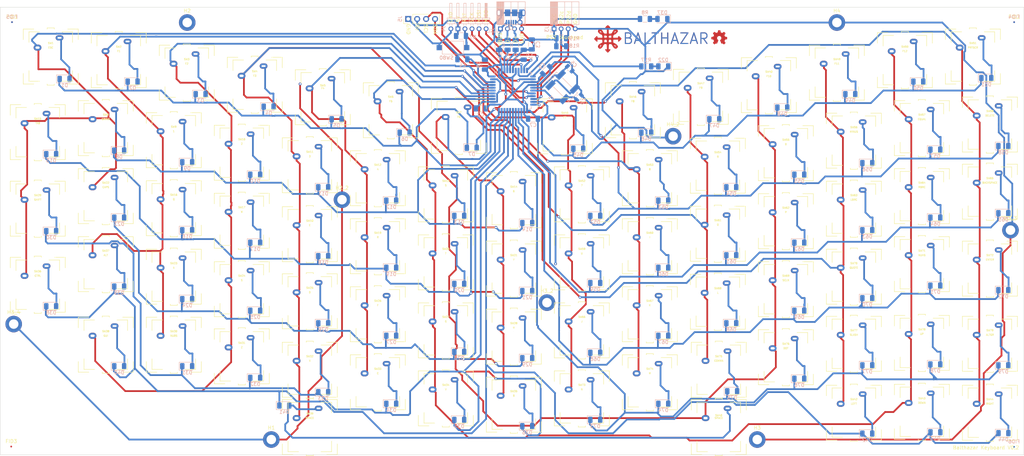
<source format=kicad_pcb>
(kicad_pcb (version 20171130) (host pcbnew "(5.1.12)-1")
  (title_block (title "Balthazar keyboard") (date 2022-10-03) (rev v0.2) (comment 1 "CERN OSHL"))
  (layers (0 F.Cu signal) (1 In1.Cu power) (2 In2.Cu power) (31 B.Cu signal) (34 B.Paste user hide) (35 F.Paste user hide) (36 B.SilkS user hide) (37 F.SilkS user hide) (38 B.Mask user hide) (39 F.Mask user hide) (44 Edge.Cuts user))
  (net 0 "")
  (net 1 col1)
  (net 2 "Net-(D1-Pad2)")
  (net 3 "Net-(D2-Pad2)")
  (net 4 "Net-(D3-Pad2)")
  (net 5 "Net-(D4-Pad2)")
  (net 6 "Net-(D5-Pad2)")
  (net 7 "Net-(D6-Pad2)")
  (net 8 "Net-(D7-Pad2)")
  (net 9 "Net-(D8-Pad2)")
  (net 10 col2)
  (net 11 "Net-(D9-Pad2)")
  (net 12 "Net-(D10-Pad2)")
  (net 13 "Net-(D11-Pad2)")
  (net 14 "Net-(D12-Pad2)")
  (net 15 "Net-(D13-Pad2)")
  (net 16 "Net-(D14-Pad2)")
  (net 17 col3)
  (net 18 "Net-(D15-Pad2)")
  (net 19 "Net-(D16-Pad2)")
  (net 20 "Net-(D17-Pad2)")
  (net 21 "Net-(D18-Pad2)")
  (net 22 "Net-(D19-Pad2)")
  (net 23 "Net-(D20-Pad2)")
  (net 24 "Net-(D21-Pad2)")
  (net 25 col4)
  (net 26 "Net-(D23-Pad2)")
  (net 27 "Net-(D24-Pad2)")
  (net 28 "Net-(D25-Pad2)")
  (net 29 "Net-(D26-Pad2)")
  (net 30 "Net-(D27-Pad2)")
  (net 31 "Net-(D28-Pad2)")
  (net 32 col5)
  (net 33 "Net-(D29-Pad2)")
  (net 34 "Net-(D30-Pad2)")
  (net 35 "Net-(D31-Pad2)")
  (net 36 "Net-(D32-Pad2)")
  (net 37 "Net-(D33-Pad2)")
  (net 38 "Net-(D34-Pad2)")
  (net 39 "Net-(D35-Pad2)")
  (net 40 col6)
  (net 41 "Net-(D36-Pad2)")
  (net 42 "Net-(D37-Pad2)")
  (net 43 "Net-(D38-Pad2)")
  (net 44 "Net-(D39-Pad2)")
  (net 45 "Net-(D40-Pad2)")
  (net 46 "Net-(D41-Pad2)")
  (net 47 "Net-(D42-Pad2)")
  (net 48 col7)
  (net 49 "Net-(D43-Pad2)")
  (net 50 "Net-(D44-Pad2)")
  (net 51 "Net-(D45-Pad2)")
  (net 52 "Net-(D46-Pad2)")
  (net 53 "Net-(D47-Pad2)")
  (net 54 "Net-(D48-Pad2)")
  (net 55 "Net-(D49-Pad2)")
  (net 56 "Net-(D50-Pad2)")
  (net 57 "Net-(D51-Pad2)")
  (net 58 "Net-(D52-Pad2)")
  (net 59 "Net-(D53-Pad2)")
  (net 60 "Net-(D54-Pad2)")
  (net 61 "Net-(D55-Pad2)")
  (net 62 "Net-(D56-Pad2)")
  (net 63 "Net-(D57-Pad2)")
  (net 64 "Net-(D58-Pad2)")
  (net 65 "Net-(D59-Pad2)")
  (net 66 "Net-(D60-Pad2)")
  (net 67 "Net-(D61-Pad2)")
  (net 68 "Net-(D62-Pad2)")
  (net 69 "Net-(D63-Pad2)")
  (net 70 "Net-(D64-Pad2)")
  (net 71 "Net-(D65-Pad2)")
  (net 72 "Net-(D66-Pad2)")
  (net 73 "Net-(D67-Pad2)")
  (net 74 "Net-(D68-Pad2)")
  (net 75 "Net-(D69-Pad2)")
  (net 76 "Net-(D70-Pad2)")
  (net 77 "Net-(D71-Pad2)")
  (net 78 "Net-(D72-Pad2)")
  (net 79 "Net-(D73-Pad2)")
  (net 80 "Net-(D74-Pad2)")
  (net 81 "Net-(D75-Pad2)")
  (net 82 "Net-(D76-Pad2)")
  (net 83 "Net-(D77-Pad2)")
  (net 84 row1)
  (net 85 row2)
  (net 86 row3)
  (net 87 row4)
  (net 88 row5)
  (net 89 row6)
  (net 90 row7)
  (net 91 GND)
  (net 92 "Net-(J1-Pad2)")
  (net 93 "Net-(J1-Pad3)")
  (net 94 "Net-(C1-Pad1)")
  (net 95 "Net-(C4-Pad1)")
  (net 96 "Net-(D78-Pad2)")
  (net 97 Vcc)
  (net 98 "Net-(C5-Pad1)")
  (net 99 "Net-(C6-Pad1)")
  (net 100 "Net-(R3-Pad2)")
  (net 101 "Net-(R4-Pad2)")
  (net 102 "Net-(D79-Pad2)")
  (net 103 "Net-(J4-Pad3)")
  (net 104 "Net-(J1-Pad1)")
  (net 105 "Net-(D22-Pad2)")
  (net 106 col11)
  (net 107 col10)
  (net 108 col9)
  (net 109 col8)
  (net 110 PS2data)
  (net 111 PS2clock)
  (net 112 RST)
  (net 113 "Net-(R17-Pad2)")
  (net 114 "Net-(J5-Pad3)")
  (net 115 "Net-(J5-Pad4)")
  (net 116 "Net-(J4-Pad1)")
  (net 117 "Net-(J4-Pad2)")
  (module Symbol:BALTHAZARlogo150 (layer F.Cu) (at 177.292 54.61)
    (fp_text reference G*** hide)
    (fp_text value LOGO hide)
    (fp_poly (pts (xy 0.153014 -3.749523) (xy 0.343166 -3.597679) (xy 0.53031 -3.398853) (xy 0.674303 -3.197429) (xy 0.735 -3.037789) (xy 0.730228 -3.002659) (xy 0.63278 -2.903033) (xy 0.464878 -2.913633) (xy 0.254 -2.96656) (xy 0.254 -2.207943) (xy 0.260621 -1.868107) (xy 0.27834 -1.598739) (xy 0.303939 -1.440004) (xy 0.3175 -1.415183) (xy 0.434347 -1.402395) (xy 0.652007 -1.410975) (xy 0.746391 -1.419609) (xy 0.955504 -1.451614) (xy 1.091335 -1.519201) (xy 1.20091 -1.66252) (xy 1.224696 -1.70977) (xy 1.818141 -1.70977) (xy 1.908052 -1.702344) (xy 2.052711 -1.771768) (xy 2.131166 -1.833456) (xy 2.247171 -1.983686) (xy 2.285812 -2.124448) (xy 2.234298 -2.199238) (xy 2.214455 -2.201333) (xy 2.104827 -2.138326) (xy 1.958294 -1.985436) (xy 1.828215 -1.799167) (xy 1.818141 -1.70977) (xy 1.224696 -1.70977) (xy 1.329049 -1.917055) (xy 1.574076 -2.334236) (xy 1.843819 -2.592926) (xy 2.150315 -2.703494) (xy 2.248939 -2.709333) (xy 2.514602 -2.636442) (xy 2.737891 -2.451696) (xy 2.865948 -2.205988) (xy 2.878667 -2.103021) (xy 2.816748 -1.949288) (xy 2.659297 -1.740118) (xy 2.448765 -1.518045) (xy 2.227608 -1.325602) (xy 2.038278 -1.20532) (xy 1.962684 -1.185333) (xy 1.750252 -1.10857) (xy 1.595072 -0.904874) (xy 1.525345 -0.614135) (xy 1.524 -0.564833) (xy 1.524 -0.254) (xy 2.249372 -0.254) (xy 2.599176 -0.256879) (xy 2.810098 -0.270241) (xy 2.912557 -0.301174) (xy 2.936969 -0.356764) (xy 2.924794 -0.41138) (xy 2.943132 -0.597379) (xy 3.007764 -0.679074) (xy 3.098522 -0.723869) (xy 3.207249 -0.690452) (xy 3.369866 -0.560529) (xy 3.517675 -0.419399) (xy 3.71493 -0.21555) (xy 3.851388 -0.054924) (xy 3.894667 0.01952) (xy 3.836739 0.131942) (xy 3.690789 0.310348) (xy 3.498561 0.512515) (xy 3.301803 0.696215) (xy 3.14226 0.819226) (xy 3.076893 0.846667) (xy 2.946778 0.779477) (xy 2.895842 0.631997) (xy 2.952091 0.485375) (xy 3.032604 0.37852) (xy 3.006799 0.310106) (xy 2.857561 0.274467) (xy 2.567771 0.265937) (xy 2.307167 0.27187) (xy 1.566333 0.296333) (xy 1.556776 0.702357) (xy 1.547219 1.10838) (xy 2.022443 1.342632) (xy 2.373548 1.561241) (xy 2.654068 1.823079) (xy 2.831897 2.092736) (xy 2.878667 2.286975) (xy 2.809779 2.469533) (xy 2.641047 2.663866) (xy 2.429364 2.81767) (xy 2.235067 2.878667) (xy 2.004902 2.807026) (xy 1.749001 2.617553) (xy 1.507483 2.348418) (xy 1.320465 2.037793) (xy 1.298639 1.987667) (xy 1.216564 1.821911) (xy 1.790533 1.821911) (xy 1.806359 1.909029) (xy 1.893972 2.06938) (xy 1.895483 2.071691) (xy 2.03574 2.223188) (xy 2.172518 2.283599) (xy 2.261898 2.244927) (xy 2.270291 2.13996) (xy 2.193561 2.020113) (xy 2.045937 1.899618) (xy 1.890232 1.820117) (xy 1.790533 1.821911) (xy 1.216564 1.821911) (xy 1.17685 1.741708) (xy 1.043685 1.613261) (xy 0.876288 1.558707) (xy 0.623533 1.519471) (xy 0.45673 1.533162) (xy 0.356618 1.625655) (xy 0.303934 1.822824) (xy 0.279416 2.150545) (xy 0.27172 2.370848) (xy 0.264269 2.746369) (xy 0.271589 2.974918) (xy 0.296209 3.078411) (xy 0.340655 3.078765) (xy 0.352153 3.06838) (xy 0.526639 2.970504) (xy 0.677877 3.01221) (xy 0.733791 3.096611) (xy 0.703868 3.246089) (xy 0.536892 3.476003) (xy 0.417172 3.604611) (xy 0.217358 3.800711) (xy 0.065091 3.936351) (xy 0 3.979333) (xy -0.080605 3.92355) (xy -0.241004 3.778338) (xy -0.417173 3.604611) (xy -0.635743 3.344829) (xy -0.73439 3.14328) (xy -0.711901 3.016477) (xy -0.567067 2.980931) (xy -0.461546 2.999135) (xy -0.247336 3.052899) (xy -0.271835 2.310569) (xy -0.291075 1.924259) (xy -0.332148 1.680886) (xy -0.416272 1.554054) (xy -0.56467 1.517367) (xy -0.798561 1.54443) (xy -0.876289 1.558707) (xy -1.059665 1.622688) (xy -1.189403 1.761259) (xy -1.29864 1.987667) (xy -1.472332 2.299556) (xy -1.706633 2.57718) (xy -1.961428 2.782239) (xy -2.196602 2.876434) (xy -2.231854 2.878667) (xy -2.459245 2.803817) (xy -2.657887 2.616011) (xy -2.778397 2.370364) (xy -2.794 2.25128) (xy -2.765675 2.13996) (xy -2.270292 2.13996) (xy -2.248881 2.26201) (xy -2.1456 2.278696) (xy -2.004367 2.198019) (xy -1.895483 2.071691) (xy -1.807105 1.910805) (xy -1.790159 1.822305) (xy -1.790533 1.821911) (xy -1.893515 1.821202) (xy -2.049752 1.902147) (xy -2.196429 2.023105) (xy -2.270292 2.13996) (xy -2.765675 2.13996) (xy -2.711077 1.925389) (xy -2.467287 1.626463) (xy -2.070095 1.363099) (xy -1.987022 1.322089) (xy -1.51481 1.098507) (xy -1.520109 1.016) (xy -1.025736 1.016) (xy -0.244264 1.016) (xy 0.244264 1.016) (xy 1.025736 1.016) (xy 0.999701 0.656167) (xy 0.975804 0.430801) (xy 0.915881 0.327105) (xy 0.772046 0.29783) (xy 0.635 0.296333) (xy 0.422307 0.304399) (xy 0.320681 0.360095) (xy 0.282235 0.51067) (xy 0.270298 0.656167) (xy 0.244264 1.016) (xy -0.244264 1.016) (xy -0.270299 0.656167) (xy -0.294196 0.430801) (xy -0.354119 0.327105) (xy -0.497954 0.29783) (xy -0.635 0.296333) (xy -0.847693 0.304399) (xy -0.949319 0.360095) (xy -0.987765 0.51067) (xy -0.999702 0.656167) (xy -1.025736 1.016) (xy -1.520109 1.016) (xy -1.540572 0.69742) (xy -1.566333 0.296333) (xy -2.307167 0.27187) (xy -2.693666 0.266313) (xy -2.928898 0.284316) (xy -3.029979 0.331547) (xy -3.014026 0.413672) (xy -2.952091 0.485375) (xy -2.895843 0.632023) (xy -2.946794 0.779497) (xy -3.076893 0.846667) (xy -3.193628 0.788133) (xy -3.376911 0.636033) (xy -3.551056 0.461224) (xy -3.906344 0.075782) (xy -3.588885 -0.279609) (xy -3.398254 -0.486355) (xy -3.244925 -0.640857) (xy -3.183719 -0.693657) (xy -3.052729 -0.703858) (xy -2.946726 -0.602526) (xy -2.916863 -0.445425) (xy -2.924794 -0.41138) (xy -2.935676 -0.335287) (xy -2.888907 -0.288604) (xy -2.754068 -0.264244) (xy -2.500743 -0.255119) (xy -2.249372 -0.254) (xy -1.524 -0.254) (xy -1.524 -0.586619) (xy -1.526693 -0.602542) (xy -1.016 -0.602542) (xy -1.016 -0.254) (xy -0.635 -0.254) (xy -0.400897 -0.260326) (xy -0.290042 -0.3032) (xy -0.25635 -0.418464) (xy -0.254 -0.550333) (xy 0.254 -0.550333) (xy 0.262133 -0.368253) (xy 0.317256 -0.282033) (xy 0.465453 -0.255828) (xy 0.635 -0.254) (xy 1.016 -0.254) (xy 1.016 -0.601725) (xy 1.004098 -0.821201) (xy 0.958228 -0.906118) (xy 0.882075 -0.898059) (xy 0.699528 -0.859763) (xy 0.501075 -0.846667) (xy 0.334962 -0.829424) (xy 0.266835 -0.743569) (xy 0.254 -0.550333) (xy -0.254 -0.550333) (xy -0.271223 -0.752333) (xy -0.343513 -0.835036) (xy -0.4445 -0.847823) (xy -0.689702 -0.871857) (xy -0.8255 -0.900031) (xy -0.946173 -0.916511) (xy -1.001107 -0.852694) (xy -1.015686 -0.668937) (xy -1.016 -0.602542) (xy -1.526693 -0.602542) (xy -1.577468 -0.902645) (xy -1.72578 -1.110715) (xy -1.949816 -1.185333) (xy -2.097335 -1.240974) (xy -2.305633 -1.383967) (xy -2.451768 -1.510891) (xy -2.665137 -1.739457) (xy -2.768592 -1.932984) (xy -2.794 -2.132768) (xy -2.791532 -2.1441) (xy -2.283001 -2.1441) (xy -2.252968 -2.006011) (xy -2.145878 -1.848167) (xy -2.000212 -1.735601) (xy -1.858841 -1.691425) (xy -1.780813 -1.731175) (xy -1.778 -1.751377) (xy -1.834317 -1.856559) (xy -1.964572 -2.006352) (xy -2.110719 -2.141138) (xy -2.214713 -2.201301) (xy -2.216092 -2.201333) (xy -2.283001 -2.1441) (xy -2.791532 -2.1441) (xy -2.727012 -2.440238) (xy -2.536165 -2.637555) (xy -2.236635 -2.709283) (xy -2.227251 -2.709334) (xy -1.915806 -2.63577) (xy -1.635237 -2.41005) (xy -1.376931 -2.024631) (xy -1.321458 -1.916071) (xy -1.18932 -1.660236) (xy -1.08001 -1.519368) (xy -0.94535 -1.45471) (xy -0.73716 -1.427502) (xy -0.711557 -1.425437) (xy -0.474088 -1.4144) (xy -0.318201 -1.421848) (xy -0.290363 -1.431193) (xy -0.274149 -1.526538) (xy -0.261659 -1.750609) (xy -0.254772 -2.062808) (xy -0.254 -2.217058) (xy -0.254 -2.96656) (xy -0.464878 -2.913633) (xy -0.646969 -2.907794) (xy -0.730228 -3.002659) (xy -0.704813 -3.139454) (xy -0.583204 -3.332293) (xy -0.405546 -3.536793) (xy -0.211984 -3.70857) (xy -0.042661 -3.80324) (xy 0 -3.81) (xy 0.153014 -3.749523)) (layer F.Cu) (width 0.01))
  )
  (module Symbol:OSHW-Logo_Copper (layer F.Cu) (at 208.915 55.245)
    (fp_text reference REF** hide)
    (fp_text value OSHW-Logo_Copper hide)
    (fp_poly (pts (xy 0.376964 -2.709982) (xy 0.433812 -2.40843) (xy 0.853338 -2.235488) (xy 1.104984 -2.406605) (xy 1.175458 -2.45425) (xy 1.239163 -2.49679) (xy 1.293126 -2.532285) (xy 1.334373 -2.55879) (xy 1.359934 -2.574364) (xy 1.366895 -2.577722) (xy 1.379435 -2.569086) (xy 1.406231 -2.545208) (xy 1.44428 -2.509141) (xy 1.490579 -2.463933) (xy 1.542123 -2.412636) (xy 1.595909 -2.358299) (xy 1.648935 -2.303972) (xy 1.698195 -2.252705) (xy 1.740687 -2.207549) (xy 1.773407 -2.171554) (xy 1.793351 -2.14777) (xy 1.798119 -2.13981) (xy 1.791257 -2.125135) (xy 1.77202 -2.092986) (xy 1.74243 -2.046508) (xy 1.70451 -1.988844) (xy 1.660282 -1.92314) (xy 1.634654 -1.885664) (xy 1.587941 -1.817232) (xy 1.546432 -1.75548) (xy 1.51214 -1.703481) (xy 1.48708 -1.664308) (xy 1.473264 -1.641035) (xy 1.471188 -1.636145) (xy 1.475895 -1.622245) (xy 1.488723 -1.58985) (xy 1.507738 -1.543515) (xy 1.531003 -1.487794) (xy 1.556584 -1.427242) (xy 1.582545 -1.366414) (xy 1.60695 -1.309864) (xy 1.627863 -1.262148) (xy 1.643349 -1.227819) (xy 1.651472 -1.211432) (xy 1.651952 -1.210788) (xy 1.664707 -1.207659) (xy 1.698677 -1.200679) (xy 1.75034 -1.190533) (xy 1.816176 -1.177908) (xy 1.892664 -1.163491) (xy 1.93729 -1.155177) (xy 2.019021 -1.139616) (xy 2.092843 -1.124808) (xy 2.155021 -1.111564) (xy 2.201822 -1.100695) (xy 2.229509 -1.093011) (xy 2.235074 -1.090573) (xy 2.240526 -1.07407) (xy 2.244924 -1.0368) (xy 2.248272 -0.98312) (xy 2.250574 -0.917388) (xy 2.251832 -0.843963) (xy 2.252048 -0.767204) (xy 2.251227 -0.691468) (xy 2.249371 -0.621114) (xy 2.246482 -0.5605) (xy 2.242565 -0.513984) (xy 2.237622 -0.485925) (xy 2.234657 -0.480084) (xy 2.216934 -0.473083) (xy 2.179381 -0.463073) (xy 2.126964 -0.451231) (xy 2.064652 -0.438733) (xy 2.0429 -0.43469) (xy 1.938024 -0.41548) (xy 1.85518 -0.400009) (xy 1.79163 -0.387663) (xy 1.744637 -0.377827) (xy 1.711463 -0.369886) (xy 1.689371 -0.363224) (xy 1.675624 -0.357227) (xy 1.667484 -0.351281) (xy 1.666345 -0.350106) (xy 1.654977 -0.331174) (xy 1.637635 -0.294331) (xy 1.61605 -0.244087) (xy 1.591954 -0.184954) (xy 1.567079 -0.121444) (xy 1.543157 -0.058068) (xy 1.521919 0.000662) (xy 1.505097 0.050235) (xy 1.494422 0.086139) (xy 1.491627 0.103862) (xy 1.49186 0.104483) (xy 1.501331 0.11897) (xy 1.522818 0.150844) (xy 1.554063 0.196789) (xy 1.592807 0.253485) (xy 1.636793 0.317617) (xy 1.649319 0.335842) (xy 1.693984 0.401914) (xy 1.733288 0.4622) (xy 1.765088 0.513235) (xy 1.787245 0.55156) (xy 1.797617 0.573711) (xy 1.798119 0.576432) (xy 1.789405 0.590736) (xy 1.765325 0.619072) (xy 1.728976 0.658396) (xy 1.683453 0.705661) (xy 1.631852 0.757823) (xy 1.577267 0.811835) (xy 1.522794 0.864653) (xy 1.471529 0.913231) (xy 1.426567 0.954523) (xy 1.391004 0.985485) (xy 1.367935 1.00307) (xy 1.361554 1.005941) (xy 1.346699 0.999178) (xy 1.316286 0.980939) (xy 1.275268 0.954297) (xy 1.243709 0.932852) (xy 1.186525 0.893503) (xy 1.118806 0.847171) (xy 1.05088 0.800913) (xy 1.014361 0.776155) (xy 0.890752 0.692547) (xy 0.786991 0.74865) (xy 0.73972 0.773228) (xy 0.699523 0.792331) (xy 0.672326 0.803227) (xy 0.665402 0.804743) (xy 0.657077 0.793549) (xy 0.640654 0.761917) (xy 0.617357 0.712765) (xy 0.588414 0.64901) (xy 0.55505 0.573571) (xy 0.518491 0.489364) (xy 0.479964 0.399308) (xy 0.440694 0.306321) (xy 0.401908 0.21332) (xy 0.36483 0.123223) (xy 0.330689 0.038948) (xy 0.300708 -0.036587) (xy 0.276116 -0.100466) (xy 0.258136 -0.149769) (xy 0.247997 -0.181579) (xy 0.246366 -0.192504) (xy 0.259291 -0.206439) (xy 0.287589 -0.22906) (xy 0.325346 -0.255667) (xy 0.328515 -0.257772) (xy 0.4261 -0.335886) (xy 0.504786 -0.427018) (xy 0.563891 -0.528255) (xy 0.602732 -0.636682) (xy 0.620628 -0.749386) (xy 0.616897 -0.863452) (xy 0.590857 -0.975966) (xy 0.541825 -1.084015) (xy 0.5274 -1.107655) (xy 0.452369 -1.203113) (xy 0.36373 -1.279768) (xy 0.264549 -1.33722) (xy 0.157895 -1.375071) (xy 0.046836 -1.392922) (xy -0.065561 -1.390375) (xy -0.176227 -1.36703) (xy -0.282094 -1.32249) (xy -0.380095 -1.256355) (xy -0.41041 -1.229513) (xy -0.487562 -1.145488) (xy -0.543782 -1.057034) (xy -0.582347 -0.957885) (xy -0.603826 -0.859697) (xy -0.609128 -0.749303) (xy -0.591448 -0.63836) (xy -0.552581 -0.530619) (xy -0.494323 -0.429831) (xy -0.418469 -0.339744) (xy -0.326817 -0.264108) (xy -0.314772 -0.256136) (xy -0.276611 -0.230026) (xy -0.247601 -0.207405) (xy -0.233732 -0.192961) (xy -0.233531 -0.192504) (xy -0.236508 -0.176879) (xy -0.248311 -0.141418) (xy -0.267714 -0.089038) (xy -0.293488 -0.022655) (xy -0.324409 0.054814) (xy -0.359249 0.14045) (xy -0.396783 0.231337) (xy -0.435783 0.324559) (xy -0.475023 0.417197) (xy -0.513276 0.506335) (xy -0.549317 0.589055) (xy -0.581917 0.662441) (xy -0.609852 0.723575) (xy -0.631895 0.769541) (xy -0.646818 0.797421) (xy -0.652828 0.804743) (xy -0.671191 0.799041) (xy -0.705552 0.783749) (xy -0.749984 0.761599) (xy -0.774417 0.74865) (xy -0.878178 0.692547) (xy -1.001787 0.776155) (xy -1.064886 0.818987) (xy -1.13397 0.866122) (xy -1.198707 0.910503) (xy -1.231134 0.932852) (xy -1.276741 0.963477) (xy -1.31536 0.987747) (xy -1.341952 1.002587) (xy -1.35059 1.005724) (xy -1.363161 0.997261) (xy -1.390984 0.973636) (xy -1.431361 0.937302) (xy -1.481595 0.890711) (xy -1.538988 0.836317) (xy -1.575286 0.801392) (xy -1.63879 0.738996) (xy -1.693673 0.683188) (xy -1.737714 0.636354) (xy -1.768695 0.600882) (xy -1.784398 0.579161) (xy -1.785905 0.574752) (xy -1.778914 0.557985) (xy -1.759594 0.524082) (xy -1.730091 0.476476) (xy -1.692545 0.418599) (xy -1.6491 0.353884) (xy -1.636745 0.335842) (xy -1.591727 0.270267) (xy -1.55134 0.211228) (xy -1.51784 0.162042) (xy -1.493486 0.126028) (xy -1.480536 0.106502) (xy -1.479285 0.104483) (xy -1.481156 0.088922) (xy -1.491087 0.054709) (xy -1.507347 0.006355) (xy -1.528205 -0.051629) (xy -1.551927 -0.11473) (xy -1.576784 -0.178437) (xy -1.601042 -0.238239) (xy -1.622971 -0.289624) (xy -1.640838 -0.328081) (xy -1.652913 -0.349098) (xy -1.653771 -0.350106) (xy -1.661154 -0.356112) (xy -1.673625 -0.362052) (xy -1.69392 -0.36854) (xy -1.724778 -0.376191) (xy -1.768934 -0.38562) (xy -1.829126 -0.397441) (xy -1.908093 -0.412271) (xy -2.00857 -0.430723) (xy -2.030325 -0.43469) (xy -2.094802 -0.447147) (xy -2.151011 -0.459334) (xy -2.193987 -0.470074) (xy -2.21876 -0.478191) (xy -2.222082 -0.480084) (xy -2.227556 -0.496862) (xy -2.232006 -0.534355) (xy -2.235428 -0.588206) (xy -2.237819 -0.654056) (xy -2.239177 -0.727547) (xy -2.239499 -0.80432) (xy -2.238781 -0.880017) (xy -2.237021 -0.95028) (xy -2.234216 -1.01075) (xy -2.230362 -1.05707) (xy -2.225457 -1.084881) (xy -2.2225 -1.090573) (xy -2.206037 -1.096314) (xy -2.168551 -1.105655) (xy -2.113775 -1.117785) (xy -2.045445 -1.131893) (xy -1.967294 -1.14717) (xy -1.924716 -1.155177) (xy -1.843929 -1.170279) (xy -1.771887 -1.18396) (xy -1.712111 -1.195533) (xy -1.668121 -1.204313) (xy -1.643439 -1.209613) (xy -1.639377 -1.210788) (xy -1.632511 -1.224035) (xy -1.617998 -1.255943) (xy -1.597771 -1.301953) (xy -1.573766 -1.357508) (xy -1.547918 -1.418047) (xy -1.52216 -1.479014) (xy -1.498427 -1.535849) (xy -1.478654 -1.583994) (xy -1.464776 -1.61889) (xy -1.458726 -1.635979) (xy -1.458614 -1.636726) (xy -1.465472 -1.650207) (xy -1.484698 -1.68123) (xy -1.514272 -1.726711) (xy -1.552173 -1.783568) (xy -1.59638 -1.848717) (xy -1.622079 -1.886138) (xy -1.668907 -1.954753) (xy -1.710499 -2.017048) (xy -1.744825 -2.069871) (xy -1.769857 -2.110073) (xy -1.783565 -2.1345) (xy -1.785544 -2.139976) (xy -1.777034 -2.152722) (xy -1.753507 -2.179937) (xy -1.717968 -2.218572) (xy -1.673423 -2.265577) (xy -1.622877 -2.317905) (xy -1.569336 -2.372505) (xy -1.515805 -2.42633) (xy -1.465289 -2.47633) (xy -1.420794 -2.519457) (xy -1.385325 -2.552661) (xy -1.361887 -2.572894) (xy -1.354046 -2.577722) (xy -1.34128 -2.570933) (xy -1.310744 -2.551858) (xy -1.26541 -2.522439) (xy -1.208244 -2.484619) (xy -1.142216 -2.440339) (xy -1.09241 -2.406605) (xy -0.840764 -2.235488) (xy -0.631001 -2.321959) (xy -0.421237 -2.40843) (xy -0.364389 -2.709982) (xy -0.30754 -3.011534) (xy 0.320115 -3.011534) (xy 0.376964 -2.709982)) (layer F.Cu) (width 0.01))
  )
  (module Button_Switch_Keyboard:CherryMX_RGB_SpeedSilver (layer F.Cu) (at 247.142 102.87)
    (fp_text reference SW63 (at 0 -3.81) (layer F.SilkS) (effects (font (size 0.5 0.5) (thickness 0.125))))
    (fp_text value LBRC (at 0 -2.54) (layer F.SilkS) (effects (font (size 0.5 0.5) (thickness 0.125))))
    (pad "" np_thru_hole circle (at 4.99 0) (size 1.75 1.75) (drill 1.75) (layers *.Cu *.Mask))
    (pad "" np_thru_hole circle (at -4.99 0) (size 1.75 1.75) (drill 1.75) (layers *.Cu *.Mask))
    (pad 2 thru_hole oval (at 2.5 -5.3) (size 2.2 1.5) (drill oval 1.2 0.5) (layers *.Cu *.Mask) (net 69 "Net-(D63-Pad2)"))
    (pad 1 thru_hole oval (at -3.75 -2.53) (size 2.2 1.7) (drill oval 1.2 0.7) (layers *.Cu *.Mask) (net 88 row5))
    (pad "" np_thru_hole circle (at 0 0) (size 4 4) (drill 4) (layers *.Cu *.Mask))
  )
  (module Button_Switch_Keyboard:CherryMX_RGB_SpeedSilver (layer F.Cu) (at 131.318 156.718)
    (fp_text reference SW34 (at 0 -3.81) (layer F.SilkS) (effects (font (size 0.5 0.5) (thickness 0.125))))
    (fp_text value V (at 0 -2.54) (layer F.SilkS) (effects (font (size 0.5 0.5) (thickness 0.125))))
    (pad "" np_thru_hole circle (at 4.99 0) (size 1.75 1.75) (drill 1.75) (layers *.Cu *.Mask))
    (pad "" np_thru_hole circle (at -4.99 0) (size 1.75 1.75) (drill 1.75) (layers *.Cu *.Mask))
    (pad 2 thru_hole oval (at 2.5 -5.3) (size 2.2 1.5) (drill oval 1.2 0.5) (layers *.Cu *.Mask) (net 39 "Net-(D35-Pad2)"))
    (pad 1 thru_hole oval (at -3.75 -2.53) (size 2.2 1.7) (drill oval 1.2 0.7) (layers *.Cu *.Mask) (net 89 row6))
    (pad "" np_thru_hole circle (at 0 0) (size 4 4) (drill 4) (layers *.Cu *.Mask))
  )
  (module Button_Switch_Keyboard:CherryMX_RGB_SpeedSilver (layer F.Cu) (at 247.142 141.224)
    (fp_text reference SW77 (at 0 -3.81) (layer F.SilkS) (effects (font (size 0.5 0.5) (thickness 0.125))))
    (fp_text value SLASH (at 0 -2.54) (layer F.SilkS) (effects (font (size 0.5 0.5) (thickness 0.125))))
    (pad "" np_thru_hole circle (at 4.99 0) (size 1.75 1.75) (drill 1.75) (layers *.Cu *.Mask))
    (pad "" np_thru_hole circle (at -4.99 0) (size 1.75 1.75) (drill 1.75) (layers *.Cu *.Mask))
    (pad 2 thru_hole oval (at 2.5 -5.3) (size 2.2 1.5) (drill oval 1.2 0.5) (layers *.Cu *.Mask) (net 83 "Net-(D77-Pad2)"))
    (pad 1 thru_hole oval (at -3.75 -2.53) (size 2.2 1.7) (drill oval 1.2 0.7) (layers *.Cu *.Mask) (net 88 row5))
    (pad "" np_thru_hole circle (at 0 0) (size 4 4) (drill 4) (layers *.Cu *.Mask))
  )
  (module Button_Switch_Keyboard:CherryMX_RGB_SpeedSilver (layer F.Cu) (at 19.177 59.69)
    (fp_text reference SW1 (at 0 -3.81) (layer F.SilkS) (effects (font (size 0.5 0.5) (thickness 0.125))))
    (fp_text value ESC (at 0 -2.54) (layer F.SilkS) (effects (font (size 0.5 0.5) (thickness 0.125))))
    (pad "" np_thru_hole circle (at 4.99 0) (size 1.75 1.75) (drill 1.75) (layers *.Cu *.Mask))
    (pad "" np_thru_hole circle (at -4.99 0) (size 1.75 1.75) (drill 1.75) (layers *.Cu *.Mask))
    (pad 2 thru_hole oval (at 2.5 -5.3) (size 2.2 1.5) (drill oval 1.2 0.5) (layers *.Cu *.Mask) (net 2 "Net-(D1-Pad2)"))
    (pad 1 thru_hole oval (at -3.75 -2.53) (size 2.2 1.7) (drill oval 1.2 0.7) (layers *.Cu *.Mask) (net 84 row1))
    (pad "" np_thru_hole circle (at 0 0) (size 4 4) (drill 4) (layers *.Cu *.Mask))
  )
  (module Button_Switch_Keyboard:CherryMX_RGB_SpeedSilver (layer F.Cu) (at 38.481 60.706)
    (fp_text reference SW2 (at 0 -3.81) (layer F.SilkS) (effects (font (size 0.5 0.5) (thickness 0.125))))
    (fp_text value F1 (at 0 -2.54) (layer F.SilkS) (effects (font (size 0.5 0.5) (thickness 0.125))))
    (pad "" np_thru_hole circle (at 4.99 0) (size 1.75 1.75) (drill 1.75) (layers *.Cu *.Mask))
    (pad "" np_thru_hole circle (at -4.99 0) (size 1.75 1.75) (drill 1.75) (layers *.Cu *.Mask))
    (pad 2 thru_hole oval (at 2.5 -5.3) (size 2.2 1.5) (drill oval 1.2 0.5) (layers *.Cu *.Mask) (net 3 "Net-(D2-Pad2)"))
    (pad 1 thru_hole oval (at -3.75 -2.53) (size 2.2 1.7) (drill oval 1.2 0.7) (layers *.Cu *.Mask) (net 85 row2))
    (pad "" np_thru_hole circle (at 0 0) (size 4 4) (drill 4) (layers *.Cu *.Mask))
  )
  (module Button_Switch_Keyboard:CherryMX_RGB_SpeedSilver (layer F.Cu) (at 57.785 64.262)
    (fp_text reference SW3 (at 0 -3.81) (layer F.SilkS) (effects (font (size 0.5 0.5) (thickness 0.125))))
    (fp_text value F2 (at 0 -2.54) (layer F.SilkS) (effects (font (size 0.5 0.5) (thickness 0.125))))
    (pad "" np_thru_hole circle (at 4.99 0) (size 1.75 1.75) (drill 1.75) (layers *.Cu *.Mask))
    (pad "" np_thru_hole circle (at -4.99 0) (size 1.75 1.75) (drill 1.75) (layers *.Cu *.Mask))
    (pad 2 thru_hole oval (at 2.5 -5.3) (size 2.2 1.5) (drill oval 1.2 0.5) (layers *.Cu *.Mask) (net 4 "Net-(D3-Pad2)"))
    (pad 1 thru_hole oval (at -3.75 -2.53) (size 2.2 1.7) (drill oval 1.2 0.7) (layers *.Cu *.Mask) (net 86 row3))
    (pad "" np_thru_hole circle (at 0 0) (size 4 4) (drill 4) (layers *.Cu *.Mask))
  )
  (module Button_Switch_Keyboard:CherryMX_RGB_SpeedSilver (layer F.Cu) (at 77.089 67.691)
    (fp_text reference SW4 (at 0 -3.81) (layer F.SilkS) (effects (font (size 0.5 0.5) (thickness 0.125))))
    (fp_text value F3 (at 0 -2.54) (layer F.SilkS) (effects (font (size 0.5 0.5) (thickness 0.125))))
    (pad "" np_thru_hole circle (at 4.99 0) (size 1.75 1.75) (drill 1.75) (layers *.Cu *.Mask))
    (pad "" np_thru_hole circle (at -4.99 0) (size 1.75 1.75) (drill 1.75) (layers *.Cu *.Mask))
    (pad 2 thru_hole oval (at 2.5 -5.3) (size 2.2 1.5) (drill oval 1.2 0.5) (layers *.Cu *.Mask) (net 5 "Net-(D4-Pad2)"))
    (pad 1 thru_hole oval (at -3.75 -2.53) (size 2.2 1.7) (drill oval 1.2 0.7) (layers *.Cu *.Mask) (net 87 row4))
    (pad "" np_thru_hole circle (at 0 0) (size 4 4) (drill 4) (layers *.Cu *.Mask))
  )
  (module Button_Switch_Keyboard:CherryMX_RGB_SpeedSilver (layer F.Cu) (at 96.393 71.247)
    (fp_text reference SW5 (at 0.023 -3.347) (layer F.SilkS) (effects (font (size 0.5 0.5) (thickness 0.125))))
    (fp_text value F4 (at 0 -2.54) (layer F.SilkS) (effects (font (size 0.5 0.5) (thickness 0.125))))
    (pad "" np_thru_hole circle (at 4.99 0) (size 1.75 1.75) (drill 1.75) (layers *.Cu *.Mask))
    (pad "" np_thru_hole circle (at -4.99 0) (size 1.75 1.75) (drill 1.75) (layers *.Cu *.Mask))
    (pad 2 thru_hole oval (at 2.5 -5.3) (size 2.2 1.5) (drill oval 1.2 0.5) (layers *.Cu *.Mask) (net 6 "Net-(D5-Pad2)"))
    (pad 1 thru_hole oval (at -3.75 -2.53) (size 2.2 1.7) (drill oval 1.2 0.7) (layers *.Cu *.Mask) (net 88 row5))
    (pad "" np_thru_hole circle (at 0 0) (size 4 4) (drill 4) (layers *.Cu *.Mask))
  )
  (module Button_Switch_Keyboard:CherryMX_RGB_SpeedSilver (layer F.Cu) (at 115.697 74.93)
    (fp_text reference SW6 (at 0 -3.81) (layer F.SilkS) (effects (font (size 0.5 0.5) (thickness 0.125))))
    (fp_text value F5 (at 0 -2.54) (layer F.SilkS) (effects (font (size 0.5 0.5) (thickness 0.125))))
    (pad "" np_thru_hole circle (at 4.99 0) (size 1.75 1.75) (drill 1.75) (layers *.Cu *.Mask))
    (pad "" np_thru_hole circle (at -4.99 0) (size 1.75 1.75) (drill 1.75) (layers *.Cu *.Mask))
    (pad 2 thru_hole oval (at 2.5 -5.3) (size 2.2 1.5) (drill oval 1.2 0.5) (layers *.Cu *.Mask) (net 7 "Net-(D6-Pad2)"))
    (pad 1 thru_hole oval (at -3.75 -2.53) (size 2.2 1.7) (drill oval 1.2 0.7) (layers *.Cu *.Mask) (net 89 row6))
    (pad "" np_thru_hole circle (at 0 0) (size 4 4) (drill 4) (layers *.Cu *.Mask))
  )
  (module Button_Switch_Keyboard:CherryMX_RGB_SpeedSilver (layer F.Cu) (at 135.001 79.375)
    (fp_text reference SW7 (at 0 -3.81) (layer F.SilkS) (effects (font (size 0.5 0.5) (thickness 0.125))))
    (fp_text value F6 (at 0 -2.54) (layer F.SilkS) (effects (font (size 0.5 0.5) (thickness 0.125))))
    (pad "" np_thru_hole circle (at 4.99 0) (size 1.75 1.75) (drill 1.75) (layers *.Cu *.Mask))
    (pad "" np_thru_hole circle (at -4.99 0) (size 1.75 1.75) (drill 1.75) (layers *.Cu *.Mask))
    (pad 2 thru_hole oval (at 2.5 -5.3) (size 2.2 1.5) (drill oval 1.2 0.5) (layers *.Cu *.Mask) (net 8 "Net-(D7-Pad2)"))
    (pad 1 thru_hole oval (at -3.75 -2.53) (size 2.2 1.7) (drill oval 1.2 0.7) (layers *.Cu *.Mask) (net 90 row7))
    (pad "" np_thru_hole circle (at 0 0) (size 4 4) (drill 4) (layers *.Cu *.Mask))
  )
  (module Button_Switch_Keyboard:CherryMX_RGB_SpeedSilver (layer F.Cu) (at 34.798 80.01)
    (fp_text reference SW8 (at 0 -3.81) (layer F.SilkS) (effects (font (size 0.5 0.5) (thickness 0.125))))
    (fp_text value GRAVE (at 0 -2.54) (layer F.SilkS) (effects (font (size 0.5 0.5) (thickness 0.125))))
    (pad "" np_thru_hole circle (at 4.99 0) (size 1.75 1.75) (drill 1.75) (layers *.Cu *.Mask))
    (pad "" np_thru_hole circle (at -4.99 0) (size 1.75 1.75) (drill 1.75) (layers *.Cu *.Mask))
    (pad 2 thru_hole oval (at 2.5 -5.3) (size 2.2 1.5) (drill oval 1.2 0.5) (layers *.Cu *.Mask) (net 9 "Net-(D8-Pad2)"))
    (pad 1 thru_hole oval (at -3.75 -2.53) (size 2.2 1.7) (drill oval 1.2 0.7) (layers *.Cu *.Mask) (net 84 row1))
    (pad "" np_thru_hole circle (at 0 0) (size 4 4) (drill 4) (layers *.Cu *.Mask))
  )
  (module Button_Switch_Keyboard:CherryMX_RGB_SpeedSilver (layer F.Cu) (at 54.102 83.439)
    (fp_text reference SW9 (at 0 -3.81) (layer F.SilkS) (effects (font (size 0.5 0.5) (thickness 0.125))))
    (fp_text value 1 (at 0 -2.54) (layer F.SilkS) (effects (font (size 0.5 0.5) (thickness 0.125))))
    (pad "" np_thru_hole circle (at 4.99 0) (size 1.75 1.75) (drill 1.75) (layers *.Cu *.Mask))
    (pad "" np_thru_hole circle (at -4.99 0) (size 1.75 1.75) (drill 1.75) (layers *.Cu *.Mask))
    (pad 2 thru_hole oval (at 2.5 -5.3) (size 2.2 1.5) (drill oval 1.2 0.5) (layers *.Cu *.Mask) (net 11 "Net-(D9-Pad2)"))
    (pad 1 thru_hole oval (at -3.75 -2.53) (size 2.2 1.7) (drill oval 1.2 0.7) (layers *.Cu *.Mask) (net 85 row2))
    (pad "" np_thru_hole circle (at 0 0) (size 4 4) (drill 4) (layers *.Cu *.Mask))
  )
  (module Button_Switch_Keyboard:CherryMX_RGB_SpeedSilver (layer F.Cu) (at 73.406 86.995)
    (fp_text reference SW10 (at 0 -3.81) (layer F.SilkS) (effects (font (size 0.5 0.5) (thickness 0.125))))
    (fp_text value 2 (at 0 -2.54) (layer F.SilkS) (effects (font (size 0.5 0.5) (thickness 0.125))))
    (pad "" np_thru_hole circle (at 4.99 0) (size 1.75 1.75) (drill 1.75) (layers *.Cu *.Mask))
    (pad "" np_thru_hole circle (at -4.99 0) (size 1.75 1.75) (drill 1.75) (layers *.Cu *.Mask))
    (pad 2 thru_hole oval (at 2.5 -5.3) (size 2.2 1.5) (drill oval 1.2 0.5) (layers *.Cu *.Mask) (net 12 "Net-(D10-Pad2)"))
    (pad 1 thru_hole oval (at -3.75 -2.53) (size 2.2 1.7) (drill oval 1.2 0.7) (layers *.Cu *.Mask) (net 86 row3))
    (pad "" np_thru_hole circle (at 0 0) (size 4 4) (drill 4) (layers *.Cu *.Mask))
  )
  (module Button_Switch_Keyboard:CherryMX_RGB_SpeedSilver (layer F.Cu) (at 92.71 90.551)
    (fp_text reference SW11 (at 0 -3.81) (layer F.SilkS) (effects (font (size 0.5 0.5) (thickness 0.125))))
    (fp_text value 3 (at 0 -2.54) (layer F.SilkS) (effects (font (size 0.5 0.5) (thickness 0.125))))
    (pad "" np_thru_hole circle (at 4.99 0) (size 1.75 1.75) (drill 1.75) (layers *.Cu *.Mask))
    (pad "" np_thru_hole circle (at -4.99 0) (size 1.75 1.75) (drill 1.75) (layers *.Cu *.Mask))
    (pad 2 thru_hole oval (at 2.5 -5.3) (size 2.2 1.5) (drill oval 1.2 0.5) (layers *.Cu *.Mask) (net 13 "Net-(D11-Pad2)"))
    (pad 1 thru_hole oval (at -3.75 -2.53) (size 2.2 1.7) (drill oval 1.2 0.7) (layers *.Cu *.Mask) (net 87 row4))
    (pad "" np_thru_hole circle (at 0 0) (size 4 4) (drill 4) (layers *.Cu *.Mask))
  )
  (module Button_Switch_Keyboard:CherryMX_RGB_SpeedSilver (layer F.Cu) (at 112.014 94.234)
    (fp_text reference SW12 (at 0 -3.81) (layer F.SilkS) (effects (font (size 0.5 0.5) (thickness 0.125))))
    (fp_text value 4 (at 0 -2.54) (layer F.SilkS) (effects (font (size 0.5 0.5) (thickness 0.125))))
    (pad "" np_thru_hole circle (at 4.99 0) (size 1.75 1.75) (drill 1.75) (layers *.Cu *.Mask))
    (pad "" np_thru_hole circle (at -4.99 0) (size 1.75 1.75) (drill 1.75) (layers *.Cu *.Mask))
    (pad 2 thru_hole oval (at 2.5 -5.3) (size 2.2 1.5) (drill oval 1.2 0.5) (layers *.Cu *.Mask) (net 14 "Net-(D12-Pad2)"))
    (pad 1 thru_hole oval (at -3.75 -2.53) (size 2.2 1.7) (drill oval 1.2 0.7) (layers *.Cu *.Mask) (net 88 row5))
    (pad "" np_thru_hole circle (at 0 0) (size 4 4) (drill 4) (layers *.Cu *.Mask))
  )
  (module Button_Switch_Keyboard:CherryMX_RGB_SpeedSilver (layer F.Cu) (at 131.318 98.806)
    (fp_text reference SW13 (at 0 -3.81) (layer F.SilkS) (effects (font (size 0.5 0.5) (thickness 0.125))))
    (fp_text value 5 (at 0 -2.54) (layer F.SilkS) (effects (font (size 0.5 0.5) (thickness 0.125))))
    (pad "" np_thru_hole circle (at 4.99 0) (size 1.75 1.75) (drill 1.75) (layers *.Cu *.Mask))
    (pad "" np_thru_hole circle (at -4.99 0) (size 1.75 1.75) (drill 1.75) (layers *.Cu *.Mask))
    (pad 2 thru_hole oval (at 2.5 -5.3) (size 2.2 1.5) (drill oval 1.2 0.5) (layers *.Cu *.Mask) (net 15 "Net-(D13-Pad2)"))
    (pad 1 thru_hole oval (at -3.75 -2.53) (size 2.2 1.7) (drill oval 1.2 0.7) (layers *.Cu *.Mask) (net 89 row6))
    (pad "" np_thru_hole circle (at 0 0) (size 4 4) (drill 4) (layers *.Cu *.Mask))
  )
  (module Button_Switch_Keyboard:CherryMX_RGB_SpeedSilver (layer F.Cu) (at 150.622 100.457)
    (fp_text reference SW14 (at 0 -3.81) (layer F.SilkS) (effects (font (size 0.5 0.5) (thickness 0.125))))
    (fp_text value 6 (at 0 -2.54) (layer F.SilkS) (effects (font (size 0.5 0.5) (thickness 0.125))))
    (pad "" np_thru_hole circle (at 4.99 0) (size 1.75 1.75) (drill 1.75) (layers *.Cu *.Mask))
    (pad "" np_thru_hole circle (at -4.99 0) (size 1.75 1.75) (drill 1.75) (layers *.Cu *.Mask))
    (pad 2 thru_hole oval (at 2.5 -5.3) (size 2.2 1.5) (drill oval 1.2 0.5) (layers *.Cu *.Mask) (net 16 "Net-(D14-Pad2)"))
    (pad 1 thru_hole oval (at -3.75 -2.53) (size 2.2 1.7) (drill oval 1.2 0.7) (layers *.Cu *.Mask) (net 90 row7))
    (pad "" np_thru_hole circle (at 0 0) (size 4 4) (drill 4) (layers *.Cu *.Mask))
  )
  (module Button_Switch_Keyboard:CherryMX_RGB_SpeedSilver (layer F.Cu) (at 15.494 81.153)
    (fp_text reference SW15 (at 0 -3.81) (layer F.SilkS) (effects (font (size 0.5 0.5) (thickness 0.125))))
    (fp_text value TAB (at 0 -2.54) (layer F.SilkS) (effects (font (size 0.5 0.5) (thickness 0.125))))
    (pad "" np_thru_hole circle (at 4.99 0) (size 1.75 1.75) (drill 1.75) (layers *.Cu *.Mask))
    (pad "" np_thru_hole circle (at -4.99 0) (size 1.75 1.75) (drill 1.75) (layers *.Cu *.Mask))
    (pad 2 thru_hole oval (at 2.5 -5.3) (size 2.2 1.5) (drill oval 1.2 0.5) (layers *.Cu *.Mask) (net 18 "Net-(D15-Pad2)"))
    (pad 1 thru_hole oval (at -3.75 -2.53) (size 2.2 1.7) (drill oval 1.2 0.7) (layers *.Cu *.Mask) (net 84 row1))
    (pad "" np_thru_hole circle (at 0 0) (size 4 4) (drill 4) (layers *.Cu *.Mask))
  )
  (module Button_Switch_Keyboard:CherryMX_RGB_SpeedSilver (layer F.Cu) (at 54.102 102.743)
    (fp_text reference SW16 (at 0 -3.81) (layer F.SilkS) (effects (font (size 0.5 0.5) (thickness 0.125))))
    (fp_text value Q (at 0 -2.54) (layer F.SilkS) (effects (font (size 0.5 0.5) (thickness 0.125))))
    (pad "" np_thru_hole circle (at 4.99 0) (size 1.75 1.75) (drill 1.75) (layers *.Cu *.Mask))
    (pad "" np_thru_hole circle (at -4.99 0) (size 1.75 1.75) (drill 1.75) (layers *.Cu *.Mask))
    (pad 2 thru_hole oval (at 2.5 -5.3) (size 2.2 1.5) (drill oval 1.2 0.5) (layers *.Cu *.Mask) (net 19 "Net-(D16-Pad2)"))
    (pad 1 thru_hole oval (at -3.75 -2.53) (size 2.2 1.7) (drill oval 1.2 0.7) (layers *.Cu *.Mask) (net 85 row2))
    (pad "" np_thru_hole circle (at 0 0) (size 4 4) (drill 4) (layers *.Cu *.Mask))
  )
  (module Button_Switch_Keyboard:CherryMX_RGB_SpeedSilver (layer F.Cu) (at 73.406 106.299)
    (fp_text reference SW17 (at 0 -3.81) (layer F.SilkS) (effects (font (size 0.5 0.5) (thickness 0.125))))
    (fp_text value W (at 0 -2.54) (layer F.SilkS) (effects (font (size 0.5 0.5) (thickness 0.125))))
    (pad "" np_thru_hole circle (at 4.99 0) (size 1.75 1.75) (drill 1.75) (layers *.Cu *.Mask))
    (pad "" np_thru_hole circle (at -4.99 0) (size 1.75 1.75) (drill 1.75) (layers *.Cu *.Mask))
    (pad 2 thru_hole oval (at 2.5 -5.3) (size 2.2 1.5) (drill oval 1.2 0.5) (layers *.Cu *.Mask) (net 20 "Net-(D17-Pad2)"))
    (pad 1 thru_hole oval (at -3.75 -2.53) (size 2.2 1.7) (drill oval 1.2 0.7) (layers *.Cu *.Mask) (net 86 row3))
    (pad "" np_thru_hole circle (at 0 0) (size 4 4) (drill 4) (layers *.Cu *.Mask))
  )
  (module Button_Switch_Keyboard:CherryMX_RGB_SpeedSilver (layer F.Cu) (at 92.71 110.109)
    (fp_text reference SW18 (at 0 -3.81) (layer F.SilkS) (effects (font (size 0.5 0.5) (thickness 0.125))))
    (fp_text value E (at 0 -2.54) (layer F.SilkS) (effects (font (size 0.5 0.5) (thickness 0.125))))
    (pad "" np_thru_hole circle (at 4.99 0) (size 1.75 1.75) (drill 1.75) (layers *.Cu *.Mask))
    (pad "" np_thru_hole circle (at -4.99 0) (size 1.75 1.75) (drill 1.75) (layers *.Cu *.Mask))
    (pad 2 thru_hole oval (at 2.5 -5.3) (size 2.2 1.5) (drill oval 1.2 0.5) (layers *.Cu *.Mask) (net 21 "Net-(D18-Pad2)"))
    (pad 1 thru_hole oval (at -3.75 -2.53) (size 2.2 1.7) (drill oval 1.2 0.7) (layers *.Cu *.Mask) (net 87 row4))
    (pad "" np_thru_hole circle (at 0 0) (size 4 4) (drill 4) (layers *.Cu *.Mask))
  )
  (module Button_Switch_Keyboard:CherryMX_RGB_SpeedSilver (layer F.Cu) (at 112.014 113.538)
    (fp_text reference SW19 (at 0 -3.81) (layer F.SilkS) (effects (font (size 0.5 0.5) (thickness 0.125))))
    (fp_text value R (at 0 -2.54) (layer F.SilkS) (effects (font (size 0.5 0.5) (thickness 0.125))))
    (pad "" np_thru_hole circle (at 4.99 0) (size 1.75 1.75) (drill 1.75) (layers *.Cu *.Mask))
    (pad "" np_thru_hole circle (at -4.99 0) (size 1.75 1.75) (drill 1.75) (layers *.Cu *.Mask))
    (pad 2 thru_hole oval (at 2.5 -5.3) (size 2.2 1.5) (drill oval 1.2 0.5) (layers *.Cu *.Mask) (net 22 "Net-(D19-Pad2)"))
    (pad 1 thru_hole oval (at -3.75 -2.53) (size 2.2 1.7) (drill oval 1.2 0.7) (layers *.Cu *.Mask) (net 88 row5))
    (pad "" np_thru_hole circle (at 0 0) (size 4 4) (drill 4) (layers *.Cu *.Mask))
  )
  (module Button_Switch_Keyboard:CherryMX_RGB_SpeedSilver (layer F.Cu) (at 131.318 118.11)
    (fp_text reference SW20 (at 0 -3.81) (layer F.SilkS) (effects (font (size 0.5 0.5) (thickness 0.125))))
    (fp_text value T (at 0 -2.54) (layer F.SilkS) (effects (font (size 0.5 0.5) (thickness 0.125))))
    (pad "" np_thru_hole circle (at 4.99 0) (size 1.75 1.75) (drill 1.75) (layers *.Cu *.Mask))
    (pad "" np_thru_hole circle (at -4.99 0) (size 1.75 1.75) (drill 1.75) (layers *.Cu *.Mask))
    (pad 2 thru_hole oval (at 2.5 -5.3) (size 2.2 1.5) (drill oval 1.2 0.5) (layers *.Cu *.Mask) (net 23 "Net-(D20-Pad2)"))
    (pad 1 thru_hole oval (at -3.75 -2.53) (size 2.2 1.7) (drill oval 1.2 0.7) (layers *.Cu *.Mask) (net 89 row6))
    (pad "" np_thru_hole circle (at 0 0) (size 4 4) (drill 4) (layers *.Cu *.Mask))
  )
  (module Button_Switch_Keyboard:CherryMX_RGB_SpeedSilver (layer F.Cu) (at 150.622 119.888)
    (fp_text reference SW21 (at 0 -3.81) (layer F.SilkS) (effects (font (size 0.5 0.5) (thickness 0.125))))
    (fp_text value Y (at 0 -2.54) (layer F.SilkS) (effects (font (size 0.5 0.5) (thickness 0.125))))
    (pad "" np_thru_hole circle (at 4.99 0) (size 1.75 1.75) (drill 1.75) (layers *.Cu *.Mask))
    (pad "" np_thru_hole circle (at -4.99 0) (size 1.75 1.75) (drill 1.75) (layers *.Cu *.Mask))
    (pad 2 thru_hole oval (at 2.5 -5.3) (size 2.2 1.5) (drill oval 1.2 0.5) (layers *.Cu *.Mask) (net 24 "Net-(D21-Pad2)"))
    (pad 1 thru_hole oval (at -3.75 -2.53) (size 2.2 1.7) (drill oval 1.2 0.7) (layers *.Cu *.Mask) (net 90 row7))
    (pad "" np_thru_hole circle (at 0 0) (size 4 4) (drill 4) (layers *.Cu *.Mask))
  )
  (module Button_Switch_Keyboard:CherryMX_RGB_SpeedSilver (layer F.Cu) (at 34.798 99.314)
    (fp_text reference SW22 (at 0 -3.81) (layer F.SilkS) (effects (font (size 0.5 0.5) (thickness 0.125))))
    (fp_text value CAPS (at 0 -2.54) (layer F.SilkS) (effects (font (size 0.5 0.5) (thickness 0.125))))
    (pad "" np_thru_hole circle (at 4.99 0) (size 1.75 1.75) (drill 1.75) (layers *.Cu *.Mask))
    (pad "" np_thru_hole circle (at -4.99 0) (size 1.75 1.75) (drill 1.75) (layers *.Cu *.Mask))
    (pad 2 thru_hole oval (at 2.5 -5.3) (size 2.2 1.5) (drill oval 1.2 0.5) (layers *.Cu *.Mask) (net 26 "Net-(D23-Pad2)"))
    (pad 1 thru_hole oval (at -3.75 -2.53) (size 2.2 1.7) (drill oval 1.2 0.7) (layers *.Cu *.Mask) (net 84 row1))
    (pad "" np_thru_hole circle (at 0 0) (size 4 4) (drill 4) (layers *.Cu *.Mask))
  )
  (module Button_Switch_Keyboard:CherryMX_RGB_SpeedSilver (layer F.Cu) (at 54.102 122.174)
    (fp_text reference SW23 (at 0 -3.81) (layer F.SilkS) (effects (font (size 0.5 0.5) (thickness 0.125))))
    (fp_text value A (at 0 -2.54) (layer F.SilkS) (effects (font (size 0.5 0.5) (thickness 0.125))))
    (pad "" np_thru_hole circle (at 4.99 0) (size 1.75 1.75) (drill 1.75) (layers *.Cu *.Mask))
    (pad "" np_thru_hole circle (at -4.99 0) (size 1.75 1.75) (drill 1.75) (layers *.Cu *.Mask))
    (pad 2 thru_hole oval (at 2.5 -5.3) (size 2.2 1.5) (drill oval 1.2 0.5) (layers *.Cu *.Mask) (net 27 "Net-(D24-Pad2)"))
    (pad 1 thru_hole oval (at -3.75 -2.53) (size 2.2 1.7) (drill oval 1.2 0.7) (layers *.Cu *.Mask) (net 85 row2))
    (pad "" np_thru_hole circle (at 0 0) (size 4 4) (drill 4) (layers *.Cu *.Mask))
  )
  (module Button_Switch_Keyboard:CherryMX_RGB_SpeedSilver (layer F.Cu) (at 73.406 125.73)
    (fp_text reference SW24 (at 0 -3.81) (layer F.SilkS) (effects (font (size 0.5 0.5) (thickness 0.125))))
    (fp_text value S (at 0 -2.54) (layer F.SilkS) (effects (font (size 0.5 0.5) (thickness 0.125))))
    (pad "" np_thru_hole circle (at 4.99 0) (size 1.75 1.75) (drill 1.75) (layers *.Cu *.Mask))
    (pad "" np_thru_hole circle (at -4.99 0) (size 1.75 1.75) (drill 1.75) (layers *.Cu *.Mask))
    (pad 2 thru_hole oval (at 2.5 -5.3) (size 2.2 1.5) (drill oval 1.2 0.5) (layers *.Cu *.Mask) (net 28 "Net-(D25-Pad2)"))
    (pad 1 thru_hole oval (at -3.75 -2.53) (size 2.2 1.7) (drill oval 1.2 0.7) (layers *.Cu *.Mask) (net 86 row3))
    (pad "" np_thru_hole circle (at 0 0) (size 4 4) (drill 4) (layers *.Cu *.Mask))
  )
  (module Button_Switch_Keyboard:CherryMX_RGB_SpeedSilver (layer F.Cu) (at 92.71 129.159)
    (fp_text reference SW25 (at 0 -3.81) (layer F.SilkS) (effects (font (size 0.5 0.5) (thickness 0.125))))
    (fp_text value D (at 0 -2.54) (layer F.SilkS) (effects (font (size 0.5 0.5) (thickness 0.125))))
    (pad "" np_thru_hole circle (at 4.99 0) (size 1.75 1.75) (drill 1.75) (layers *.Cu *.Mask))
    (pad "" np_thru_hole circle (at -4.99 0) (size 1.75 1.75) (drill 1.75) (layers *.Cu *.Mask))
    (pad 2 thru_hole oval (at 2.5 -5.3) (size 2.2 1.5) (drill oval 1.2 0.5) (layers *.Cu *.Mask) (net 29 "Net-(D26-Pad2)"))
    (pad 1 thru_hole oval (at -3.75 -2.53) (size 2.2 1.7) (drill oval 1.2 0.7) (layers *.Cu *.Mask) (net 87 row4))
    (pad "" np_thru_hole circle (at 0 0) (size 4 4) (drill 4) (layers *.Cu *.Mask))
  )
  (module Button_Switch_Keyboard:CherryMX_RGB_SpeedSilver (layer F.Cu) (at 112.014 132.842)
    (fp_text reference SW26 (at 0 -3.81) (layer F.SilkS) (effects (font (size 0.5 0.5) (thickness 0.125))))
    (fp_text value F (at 0 -2.54) (layer F.SilkS) (effects (font (size 0.5 0.5) (thickness 0.125))))
    (pad "" np_thru_hole circle (at 4.99 0) (size 1.75 1.75) (drill 1.75) (layers *.Cu *.Mask))
    (pad "" np_thru_hole circle (at -4.99 0) (size 1.75 1.75) (drill 1.75) (layers *.Cu *.Mask))
    (pad 2 thru_hole oval (at 2.5 -5.3) (size 2.2 1.5) (drill oval 1.2 0.5) (layers *.Cu *.Mask) (net 30 "Net-(D27-Pad2)"))
    (pad 1 thru_hole oval (at -3.75 -2.53) (size 2.2 1.7) (drill oval 1.2 0.7) (layers *.Cu *.Mask) (net 88 row5))
    (pad "" np_thru_hole circle (at 0 0) (size 4 4) (drill 4) (layers *.Cu *.Mask))
  )
  (module Button_Switch_Keyboard:CherryMX_RGB_SpeedSilver (layer F.Cu) (at 131.318 137.414)
    (fp_text reference SW27 (at 0 -3.81) (layer F.SilkS) (effects (font (size 0.5 0.5) (thickness 0.125))))
    (fp_text value G (at 0 -2.54) (layer F.SilkS) (effects (font (size 0.5 0.5) (thickness 0.125))))
    (pad "" np_thru_hole circle (at 4.99 0) (size 1.75 1.75) (drill 1.75) (layers *.Cu *.Mask))
    (pad "" np_thru_hole circle (at -4.99 0) (size 1.75 1.75) (drill 1.75) (layers *.Cu *.Mask))
    (pad 2 thru_hole oval (at 2.5 -5.3) (size 2.2 1.5) (drill oval 1.2 0.5) (layers *.Cu *.Mask) (net 31 "Net-(D28-Pad2)"))
    (pad 1 thru_hole oval (at -3.75 -2.53) (size 2.2 1.7) (drill oval 1.2 0.7) (layers *.Cu *.Mask) (net 89 row6))
    (pad "" np_thru_hole circle (at 0 0) (size 4 4) (drill 4) (layers *.Cu *.Mask))
  )
  (module Button_Switch_Keyboard:CherryMX_RGB_SpeedSilver (layer F.Cu) (at 150.622 139.192)
    (fp_text reference SW28 (at 0 -3.81) (layer F.SilkS) (effects (font (size 0.5 0.5) (thickness 0.125))))
    (fp_text value H (at 0 -2.54) (layer F.SilkS) (effects (font (size 0.5 0.5) (thickness 0.125))))
    (pad "" np_thru_hole circle (at 4.99 0) (size 1.75 1.75) (drill 1.75) (layers *.Cu *.Mask))
    (pad "" np_thru_hole circle (at -4.99 0) (size 1.75 1.75) (drill 1.75) (layers *.Cu *.Mask))
    (pad 2 thru_hole oval (at 2.5 -5.3) (size 2.2 1.5) (drill oval 1.2 0.5) (layers *.Cu *.Mask) (net 33 "Net-(D29-Pad2)"))
    (pad 1 thru_hole oval (at -3.75 -2.53) (size 2.2 1.7) (drill oval 1.2 0.7) (layers *.Cu *.Mask) (net 90 row7))
    (pad "" np_thru_hole circle (at 0 0) (size 4 4) (drill 4) (layers *.Cu *.Mask))
  )
  (module Button_Switch_Keyboard:CherryMX_RGB_SpeedSilver (layer F.Cu) (at 15.494 102.87)
    (fp_text reference SW29 (at 0 -3.81) (layer F.SilkS) (effects (font (size 0.5 0.5) (thickness 0.125))))
    (fp_text value SHIFT (at 0 -2.54) (layer F.SilkS) (effects (font (size 0.5 0.5) (thickness 0.125))))
    (pad "" np_thru_hole circle (at 4.99 0) (size 1.75 1.75) (drill 1.75) (layers *.Cu *.Mask))
    (pad "" np_thru_hole circle (at -4.99 0) (size 1.75 1.75) (drill 1.75) (layers *.Cu *.Mask))
    (pad 2 thru_hole oval (at 2.5 -5.3) (size 2.2 1.5) (drill oval 1.2 0.5) (layers *.Cu *.Mask) (net 34 "Net-(D30-Pad2)"))
    (pad 1 thru_hole oval (at -3.75 -2.53) (size 2.2 1.7) (drill oval 1.2 0.7) (layers *.Cu *.Mask) (net 84 row1))
    (pad "" np_thru_hole circle (at 0 0) (size 4 4) (drill 4) (layers *.Cu *.Mask))
  )
  (module Button_Switch_Keyboard:CherryMX_RGB_SpeedSilver (layer F.Cu) (at 54.102 141.478)
    (fp_text reference SW30 (at 0 -3.81) (layer F.SilkS) (effects (font (size 0.5 0.5) (thickness 0.125))))
    (fp_text value NUBS (at 0 -2.54) (layer F.SilkS) (effects (font (size 0.5 0.5) (thickness 0.125))))
    (pad "" np_thru_hole circle (at 4.99 0) (size 1.75 1.75) (drill 1.75) (layers *.Cu *.Mask))
    (pad "" np_thru_hole circle (at -4.99 0) (size 1.75 1.75) (drill 1.75) (layers *.Cu *.Mask))
    (pad 2 thru_hole oval (at 2.5 -5.3) (size 2.2 1.5) (drill oval 1.2 0.5) (layers *.Cu *.Mask) (net 35 "Net-(D31-Pad2)"))
    (pad 1 thru_hole oval (at -3.75 -2.53) (size 2.2 1.7) (drill oval 1.2 0.7) (layers *.Cu *.Mask) (net 85 row2))
    (pad "" np_thru_hole circle (at 0 0) (size 4 4) (drill 4) (layers *.Cu *.Mask))
  )
  (module Button_Switch_Keyboard:CherryMX_RGB_SpeedSilver (layer F.Cu) (at 73.406 144.78)
    (fp_text reference SW31 (at 0 -3.81) (layer F.SilkS) (effects (font (size 0.5 0.5) (thickness 0.125))))
    (fp_text value Z (at 0 -2.54) (layer F.SilkS) (effects (font (size 0.5 0.5) (thickness 0.125))))
    (pad "" np_thru_hole circle (at 4.99 0) (size 1.75 1.75) (drill 1.75) (layers *.Cu *.Mask))
    (pad "" np_thru_hole circle (at -4.99 0) (size 1.75 1.75) (drill 1.75) (layers *.Cu *.Mask))
    (pad 2 thru_hole oval (at 2.5 -5.3) (size 2.2 1.5) (drill oval 1.2 0.5) (layers *.Cu *.Mask) (net 36 "Net-(D32-Pad2)"))
    (pad 1 thru_hole oval (at -3.75 -2.53) (size 2.2 1.7) (drill oval 1.2 0.7) (layers *.Cu *.Mask) (net 86 row3))
    (pad "" np_thru_hole circle (at 0 0) (size 4 4) (drill 4) (layers *.Cu *.Mask))
  )
  (module Button_Switch_Keyboard:CherryMX_RGB_SpeedSilver (layer F.Cu) (at 92.71 148.59)
    (fp_text reference SW32 (at 0 -3.81) (layer F.SilkS) (effects (font (size 0.5 0.5) (thickness 0.125))))
    (fp_text value X (at 0 -2.54) (layer F.SilkS) (effects (font (size 0.5 0.5) (thickness 0.125))))
    (pad "" np_thru_hole circle (at 4.99 0) (size 1.75 1.75) (drill 1.75) (layers *.Cu *.Mask))
    (pad "" np_thru_hole circle (at -4.99 0) (size 1.75 1.75) (drill 1.75) (layers *.Cu *.Mask))
    (pad 2 thru_hole oval (at 2.5 -5.3) (size 2.2 1.5) (drill oval 1.2 0.5) (layers *.Cu *.Mask) (net 37 "Net-(D33-Pad2)"))
    (pad 1 thru_hole oval (at -3.75 -2.53) (size 2.2 1.7) (drill oval 1.2 0.7) (layers *.Cu *.Mask) (net 87 row4))
    (pad "" np_thru_hole circle (at 0 0) (size 4 4) (drill 4) (layers *.Cu *.Mask))
  )
  (module Button_Switch_Keyboard:CherryMX_RGB_SpeedSilver (layer F.Cu) (at 112.014 152.146)
    (fp_text reference SW33 (at 0 -3.81) (layer F.SilkS) (effects (font (size 0.5 0.5) (thickness 0.125))))
    (fp_text value C (at 0 -2.54) (layer F.SilkS) (effects (font (size 0.5 0.5) (thickness 0.125))))
    (pad "" np_thru_hole circle (at 4.99 0) (size 1.75 1.75) (drill 1.75) (layers *.Cu *.Mask))
    (pad "" np_thru_hole circle (at -4.99 0) (size 1.75 1.75) (drill 1.75) (layers *.Cu *.Mask))
    (pad 2 thru_hole oval (at 2.5 -5.3) (size 2.2 1.5) (drill oval 1.2 0.5) (layers *.Cu *.Mask) (net 38 "Net-(D34-Pad2)"))
    (pad 1 thru_hole oval (at -3.75 -2.53) (size 2.2 1.7) (drill oval 1.2 0.7) (layers *.Cu *.Mask) (net 88 row5))
    (pad "" np_thru_hole circle (at 0 0) (size 4 4) (drill 4) (layers *.Cu *.Mask))
  )
  (module Button_Switch_Keyboard:CherryMX_RGB_SpeedSilver (layer F.Cu) (at 150.622 158.496)
    (fp_text reference SW35 (at 0 -3.81) (layer F.SilkS) (effects (font (size 0.5 0.5) (thickness 0.125))))
    (fp_text value B (at 0 -2.54) (layer F.SilkS) (effects (font (size 0.5 0.5) (thickness 0.125))))
    (pad "" np_thru_hole circle (at 4.99 0) (size 1.75 1.75) (drill 1.75) (layers *.Cu *.Mask))
    (pad "" np_thru_hole circle (at -4.99 0) (size 1.75 1.75) (drill 1.75) (layers *.Cu *.Mask))
    (pad 2 thru_hole oval (at 2.5 -5.3) (size 2.2 1.5) (drill oval 1.2 0.5) (layers *.Cu *.Mask) (net 41 "Net-(D36-Pad2)"))
    (pad 1 thru_hole oval (at -3.75 -2.53) (size 2.2 1.7) (drill oval 1.2 0.7) (layers *.Cu *.Mask) (net 90 row7))
    (pad "" np_thru_hole circle (at 0 0) (size 4 4) (drill 4) (layers *.Cu *.Mask))
  )
  (module Button_Switch_Keyboard:CherryMX_RGB_SpeedSilver (layer F.Cu) (at 15.494 124.46)
    (fp_text reference SW36 (at 0 -3.81) (layer F.SilkS) (effects (font (size 0.5 0.5) (thickness 0.125))))
    (fp_text value CTRL (at 0 -2.54) (layer F.SilkS) (effects (font (size 0.5 0.5) (thickness 0.125))))
    (pad "" np_thru_hole circle (at 4.99 0) (size 1.75 1.75) (drill 1.75) (layers *.Cu *.Mask))
    (pad "" np_thru_hole circle (at -4.99 0) (size 1.75 1.75) (drill 1.75) (layers *.Cu *.Mask))
    (pad 2 thru_hole oval (at 2.5 -5.3) (size 2.2 1.5) (drill oval 1.2 0.5) (layers *.Cu *.Mask) (net 43 "Net-(D38-Pad2)"))
    (pad 1 thru_hole oval (at -3.75 -2.53) (size 2.2 1.7) (drill oval 1.2 0.7) (layers *.Cu *.Mask) (net 84 row1))
    (pad "" np_thru_hole circle (at 0 0) (size 4 4) (drill 4) (layers *.Cu *.Mask))
  )
  (module Button_Switch_Keyboard:CherryMX_RGB_SpeedSilver (layer F.Cu) (at 34.798 118.618)
    (fp_text reference SW37 (at 0 -3.81) (layer F.SilkS) (effects (font (size 0.5 0.5) (thickness 0.125))))
    (fp_text value ALT (at 0 -2.54) (layer F.SilkS) (effects (font (size 0.5 0.5) (thickness 0.125))))
    (pad "" np_thru_hole circle (at 4.99 0) (size 1.75 1.75) (drill 1.75) (layers *.Cu *.Mask))
    (pad "" np_thru_hole circle (at -4.99 0) (size 1.75 1.75) (drill 1.75) (layers *.Cu *.Mask))
    (pad 2 thru_hole oval (at 2.5 -5.3) (size 2.2 1.5) (drill oval 1.2 0.5) (layers *.Cu *.Mask) (net 44 "Net-(D39-Pad2)"))
    (pad 1 thru_hole oval (at -3.75 -2.53) (size 2.2 1.7) (drill oval 1.2 0.7) (layers *.Cu *.Mask) (net 85 row2))
    (pad "" np_thru_hole circle (at 0 0) (size 4 4) (drill 4) (layers *.Cu *.Mask))
  )
  (module Button_Switch_Keyboard:CherryMX_RGB_SpeedSilver (layer F.Cu) (at 34.798 141.478)
    (fp_text reference SW38 (at 0 -3.81) (layer F.SilkS) (effects (font (size 0.5 0.5) (thickness 0.125))))
    (fp_text value GUI (at 0 -2.54) (layer F.SilkS) (effects (font (size 0.5 0.5) (thickness 0.125))))
    (pad "" np_thru_hole circle (at 4.99 0) (size 1.75 1.75) (drill 1.75) (layers *.Cu *.Mask))
    (pad "" np_thru_hole circle (at -4.99 0) (size 1.75 1.75) (drill 1.75) (layers *.Cu *.Mask))
    (pad 2 thru_hole oval (at 2.5 -5.3) (size 2.2 1.5) (drill oval 1.2 0.5) (layers *.Cu *.Mask) (net 45 "Net-(D40-Pad2)"))
    (pad 1 thru_hole oval (at -3.75 -2.53) (size 2.2 1.7) (drill oval 1.2 0.7) (layers *.Cu *.Mask) (net 86 row3))
    (pad "" np_thru_hole circle (at 0 0) (size 4 4) (drill 4) (layers *.Cu *.Mask))
  )
  (module Button_Switch_Keyboard:CherryMX_RGB_SpeedSilver (layer F.Cu) (at 92.71 164.846)
    (fp_text reference SW39 (at 0 -3.81) (layer F.SilkS) (effects (font (size 0.5 0.5) (thickness 0.125))))
    (fp_text value SPACE (at 0 -2.54) (layer F.SilkS) (effects (font (size 0.5 0.5) (thickness 0.125))))
    (pad "" np_thru_hole circle (at 4.99 0) (size 1.75 1.75) (drill 1.75) (layers *.Cu *.Mask))
    (pad "" np_thru_hole circle (at -4.99 0) (size 1.75 1.75) (drill 1.75) (layers *.Cu *.Mask))
    (pad 2 thru_hole oval (at 2.5 -5.3) (size 2.2 1.5) (drill oval 1.2 0.5) (layers *.Cu *.Mask) (net 46 "Net-(D41-Pad2)"))
    (pad 1 thru_hole oval (at -3.75 -2.53) (size 2.2 1.7) (drill oval 1.2 0.7) (layers *.Cu *.Mask) (net 87 row4))
    (pad "" np_thru_hole circle (at 0 0) (size 4 4) (drill 4) (layers *.Cu *.Mask))
  )
  (module Button_Switch_Keyboard:CherryMX_RGB_SpeedSilver (layer F.Cu) (at 208.788 164.846)
    (fp_text reference SW40 (at 0 -3.302) (layer F.SilkS) (effects (font (size 0.5 0.5) (thickness 0.125))))
    (fp_text value SPACE (at 0 -2.54) (layer F.SilkS) (effects (font (size 0.5 0.5) (thickness 0.125))))
    (pad "" np_thru_hole circle (at 4.99 0) (size 1.75 1.75) (drill 1.75) (layers *.Cu *.Mask))
    (pad "" np_thru_hole circle (at -4.99 0) (size 1.75 1.75) (drill 1.75) (layers *.Cu *.Mask))
    (pad 2 thru_hole oval (at 2.5 -5.3) (size 2.2 1.5) (drill oval 1.2 0.5) (layers *.Cu *.Mask) (net 46 "Net-(D41-Pad2)"))
    (pad 1 thru_hole oval (at -3.75 -2.53) (size 2.2 1.7) (drill oval 1.2 0.7) (layers *.Cu *.Mask) (net 87 row4))
    (pad "" np_thru_hole circle (at 0 0) (size 4 4) (drill 4) (layers *.Cu *.Mask))
  )
  (module Button_Switch_Keyboard:CherryMX_RGB_SpeedSilver (layer F.Cu) (at 247.142 160.782)
    (fp_text reference SW42 (at 0 -3.81) (layer F.SilkS) (effects (font (size 0.5 0.5) (thickness 0.125))))
    (fp_text value LEFT (at 0 -2.54) (layer F.SilkS) (effects (font (size 0.5 0.5) (thickness 0.125))))
    (pad "" np_thru_hole circle (at 4.99 0) (size 1.75 1.75) (drill 1.75) (layers *.Cu *.Mask))
    (pad "" np_thru_hole circle (at -4.99 0) (size 1.75 1.75) (drill 1.75) (layers *.Cu *.Mask))
    (pad 2 thru_hole oval (at 2.5 -5.3) (size 2.2 1.5) (drill oval 1.2 0.5) (layers *.Cu *.Mask) (net 47 "Net-(D42-Pad2)"))
    (pad 1 thru_hole oval (at -3.75 -2.53) (size 2.2 1.7) (drill oval 1.2 0.7) (layers *.Cu *.Mask) (net 88 row5))
    (pad "" np_thru_hole circle (at 0 0) (size 4 4) (drill 4) (layers *.Cu *.Mask))
  )
  (module Button_Switch_Keyboard:CherryMX_RGB_SpeedSilver (layer F.Cu) (at 266.446 160.528)
    (fp_text reference SW43 (at 0 -3.81) (layer F.SilkS) (effects (font (size 0.5 0.5) (thickness 0.125))))
    (fp_text value DOWN (at 0 -2.54) (layer F.SilkS) (effects (font (size 0.5 0.5) (thickness 0.125))))
    (pad "" np_thru_hole circle (at 4.99 0) (size 1.75 1.75) (drill 1.75) (layers *.Cu *.Mask))
    (pad "" np_thru_hole circle (at -4.99 0) (size 1.75 1.75) (drill 1.75) (layers *.Cu *.Mask))
    (pad 2 thru_hole oval (at 2.5 -5.3) (size 2.2 1.5) (drill oval 1.2 0.5) (layers *.Cu *.Mask) (net 49 "Net-(D43-Pad2)"))
    (pad 1 thru_hole oval (at -3.75 -2.53) (size 2.2 1.7) (drill oval 1.2 0.7) (layers *.Cu *.Mask) (net 89 row6))
    (pad "" np_thru_hole circle (at 0 0) (size 4 4) (drill 4) (layers *.Cu *.Mask))
  )
  (module Button_Switch_Keyboard:CherryMX_RGB_SpeedSilver (layer F.Cu) (at 285.75 160.782)
    (fp_text reference SW44 (at 0 -3.81) (layer F.SilkS) (effects (font (size 0.5 0.5) (thickness 0.125))))
    (fp_text value RIGHT (at 0 -2.54) (layer F.SilkS) (effects (font (size 0.5 0.5) (thickness 0.125))))
    (pad "" np_thru_hole circle (at 4.99 0) (size 1.75 1.75) (drill 1.75) (layers *.Cu *.Mask))
    (pad "" np_thru_hole circle (at -4.99 0) (size 1.75 1.75) (drill 1.75) (layers *.Cu *.Mask))
    (pad 2 thru_hole oval (at 2.5 -5.3) (size 2.2 1.5) (drill oval 1.2 0.5) (layers *.Cu *.Mask) (net 50 "Net-(D44-Pad2)"))
    (pad 1 thru_hole oval (at -3.75 -2.53) (size 2.2 1.7) (drill oval 1.2 0.7) (layers *.Cu *.Mask) (net 90 row7))
    (pad "" np_thru_hole circle (at 0 0) (size 4 4) (drill 4) (layers *.Cu *.Mask))
  )
  (module Button_Switch_Keyboard:CherryMX_RGB_SpeedSilver (layer F.Cu) (at 165.1 79.502)
    (fp_text reference SW45 (at 0 -3.81) (layer F.SilkS) (effects (font (size 0.5 0.5) (thickness 0.125))))
    (fp_text value F7 (at 0 -2.54) (layer F.SilkS) (effects (font (size 0.5 0.5) (thickness 0.125))))
    (pad "" np_thru_hole circle (at 4.99 0) (size 1.75 1.75) (drill 1.75) (layers *.Cu *.Mask))
    (pad "" np_thru_hole circle (at -4.99 0) (size 1.75 1.75) (drill 1.75) (layers *.Cu *.Mask))
    (pad 2 thru_hole oval (at 2.5 -5.3) (size 2.2 1.5) (drill oval 1.2 0.5) (layers *.Cu *.Mask) (net 51 "Net-(D45-Pad2)"))
    (pad 1 thru_hole oval (at -3.75 -2.53) (size 2.2 1.7) (drill oval 1.2 0.7) (layers *.Cu *.Mask) (net 84 row1))
    (pad "" np_thru_hole circle (at 0 0) (size 4 4) (drill 4) (layers *.Cu *.Mask))
  )
  (module Button_Switch_Keyboard:CherryMX_RGB_SpeedSilver (layer F.Cu) (at 184.404 74.93)
    (fp_text reference SW46 (at 0 -3.81) (layer F.SilkS) (effects (font (size 0.5 0.5) (thickness 0.125))))
    (fp_text value F8 (at 0 -2.54) (layer F.SilkS) (effects (font (size 0.5 0.5) (thickness 0.125))))
    (pad "" np_thru_hole circle (at 4.99 0) (size 1.75 1.75) (drill 1.75) (layers *.Cu *.Mask))
    (pad "" np_thru_hole circle (at -4.99 0) (size 1.75 1.75) (drill 1.75) (layers *.Cu *.Mask))
    (pad 2 thru_hole oval (at 2.5 -5.3) (size 2.2 1.5) (drill oval 1.2 0.5) (layers *.Cu *.Mask) (net 52 "Net-(D46-Pad2)"))
    (pad 1 thru_hole oval (at -3.75 -2.53) (size 2.2 1.7) (drill oval 1.2 0.7) (layers *.Cu *.Mask) (net 85 row2))
    (pad "" np_thru_hole circle (at 0 0) (size 4 4) (drill 4) (layers *.Cu *.Mask))
  )
  (module Button_Switch_Keyboard:CherryMX_RGB_SpeedSilver (layer F.Cu) (at 203.708 71.12)
    (fp_text reference SW47 (at 0 -3.81) (layer F.SilkS) (effects (font (size 0.5 0.5) (thickness 0.125))))
    (fp_text value F9 (at 0 -2.54) (layer F.SilkS) (effects (font (size 0.5 0.5) (thickness 0.125))))
    (pad "" np_thru_hole circle (at 4.99 0) (size 1.75 1.75) (drill 1.75) (layers *.Cu *.Mask))
    (pad "" np_thru_hole circle (at -4.99 0) (size 1.75 1.75) (drill 1.75) (layers *.Cu *.Mask))
    (pad 2 thru_hole oval (at 2.5 -5.3) (size 2.2 1.5) (drill oval 1.2 0.5) (layers *.Cu *.Mask) (net 53 "Net-(D47-Pad2)"))
    (pad 1 thru_hole oval (at -3.75 -2.53) (size 2.2 1.7) (drill oval 1.2 0.7) (layers *.Cu *.Mask) (net 86 row3))
    (pad "" np_thru_hole circle (at 0 0) (size 4 4) (drill 4) (layers *.Cu *.Mask))
  )
  (module Button_Switch_Keyboard:CherryMX_RGB_SpeedSilver (layer F.Cu) (at 223.012 67.818)
    (fp_text reference SW48 (at 0 -3.81) (layer F.SilkS) (effects (font (size 0.5 0.5) (thickness 0.125))))
    (fp_text value F10 (at 0 -2.54) (layer F.SilkS) (effects (font (size 0.5 0.5) (thickness 0.125))))
    (pad "" np_thru_hole circle (at 4.99 0) (size 1.75 1.75) (drill 1.75) (layers *.Cu *.Mask))
    (pad "" np_thru_hole circle (at -4.99 0) (size 1.75 1.75) (drill 1.75) (layers *.Cu *.Mask))
    (pad 2 thru_hole oval (at 2.5 -5.3) (size 2.2 1.5) (drill oval 1.2 0.5) (layers *.Cu *.Mask) (net 54 "Net-(D48-Pad2)"))
    (pad 1 thru_hole oval (at -3.75 -2.53) (size 2.2 1.7) (drill oval 1.2 0.7) (layers *.Cu *.Mask) (net 87 row4))
    (pad "" np_thru_hole circle (at 0 0) (size 4 4) (drill 4) (layers *.Cu *.Mask))
  )
  (module Button_Switch_Keyboard:CherryMX_RGB_SpeedSilver (layer F.Cu) (at 242.316 64.262)
    (fp_text reference SW49 (at 0 -3.81) (layer F.SilkS) (effects (font (size 0.5 0.5) (thickness 0.125))))
    (fp_text value F11 (at 0 -2.54) (layer F.SilkS) (effects (font (size 0.5 0.5) (thickness 0.125))))
    (pad "" np_thru_hole circle (at 4.99 0) (size 1.75 1.75) (drill 1.75) (layers *.Cu *.Mask))
    (pad "" np_thru_hole circle (at -4.99 0) (size 1.75 1.75) (drill 1.75) (layers *.Cu *.Mask))
    (pad 2 thru_hole oval (at 2.5 -5.3) (size 2.2 1.5) (drill oval 1.2 0.5) (layers *.Cu *.Mask) (net 55 "Net-(D49-Pad2)"))
    (pad 1 thru_hole oval (at -3.75 -2.53) (size 2.2 1.7) (drill oval 1.2 0.7) (layers *.Cu *.Mask) (net 88 row5))
    (pad "" np_thru_hole circle (at 0 0) (size 4 4) (drill 4) (layers *.Cu *.Mask))
  )
  (module Button_Switch_Keyboard:CherryMX_RGB_SpeedSilver (layer F.Cu) (at 261.62 60.706)
    (fp_text reference SW50 (at 0 -3.81) (layer F.SilkS) (effects (font (size 0.5 0.5) (thickness 0.125))))
    (fp_text value F12 (at 0 -2.54) (layer F.SilkS) (effects (font (size 0.5 0.5) (thickness 0.125))))
    (pad "" np_thru_hole circle (at 4.99 0) (size 1.75 1.75) (drill 1.75) (layers *.Cu *.Mask))
    (pad "" np_thru_hole circle (at -4.99 0) (size 1.75 1.75) (drill 1.75) (layers *.Cu *.Mask))
    (pad 2 thru_hole oval (at 2.5 -5.3) (size 2.2 1.5) (drill oval 1.2 0.5) (layers *.Cu *.Mask) (net 56 "Net-(D50-Pad2)"))
    (pad 1 thru_hole oval (at -3.75 -2.53) (size 2.2 1.7) (drill oval 1.2 0.7) (layers *.Cu *.Mask) (net 89 row6))
    (pad "" np_thru_hole circle (at 0 0) (size 4 4) (drill 4) (layers *.Cu *.Mask))
  )
  (module Button_Switch_Keyboard:CherryMX_RGB_SpeedSilver (layer F.Cu) (at 280.924 59.69)
    (fp_text reference SW51 (at 0 -3.81) (layer F.SilkS) (effects (font (size 0.5 0.5) (thickness 0.125))))
    (fp_text value PRTSCR (at 0 -2.54) (layer F.SilkS) (effects (font (size 0.5 0.5) (thickness 0.125))))
    (pad "" np_thru_hole circle (at 4.99 0) (size 1.75 1.75) (drill 1.75) (layers *.Cu *.Mask))
    (pad "" np_thru_hole circle (at -4.99 0) (size 1.75 1.75) (drill 1.75) (layers *.Cu *.Mask))
    (pad 2 thru_hole oval (at 2.5 -5.3) (size 2.2 1.5) (drill oval 1.2 0.5) (layers *.Cu *.Mask) (net 57 "Net-(D51-Pad2)"))
    (pad 1 thru_hole oval (at -3.75 -2.53) (size 2.2 1.7) (drill oval 1.2 0.7) (layers *.Cu *.Mask) (net 90 row7))
    (pad "" np_thru_hole circle (at 0 0) (size 4 4) (drill 4) (layers *.Cu *.Mask))
  )
  (module Button_Switch_Keyboard:CherryMX_RGB_SpeedSilver (layer F.Cu) (at 169.926 98.806)
    (fp_text reference SW52 (at 0 -3.81) (layer F.SilkS) (effects (font (size 0.5 0.5) (thickness 0.125))))
    (fp_text value 7 (at 0 -2.54) (layer F.SilkS) (effects (font (size 0.5 0.5) (thickness 0.125))))
    (pad "" np_thru_hole circle (at 4.99 0) (size 1.75 1.75) (drill 1.75) (layers *.Cu *.Mask))
    (pad "" np_thru_hole circle (at -4.99 0) (size 1.75 1.75) (drill 1.75) (layers *.Cu *.Mask))
    (pad 2 thru_hole oval (at 2.5 -5.3) (size 2.2 1.5) (drill oval 1.2 0.5) (layers *.Cu *.Mask) (net 58 "Net-(D52-Pad2)"))
    (pad 1 thru_hole oval (at -3.75 -2.53) (size 2.2 1.7) (drill oval 1.2 0.7) (layers *.Cu *.Mask) (net 84 row1))
    (pad "" np_thru_hole circle (at 0 0) (size 4 4) (drill 4) (layers *.Cu *.Mask))
  )
  (module Button_Switch_Keyboard:CherryMX_RGB_SpeedSilver (layer F.Cu) (at 189.23 94.234)
    (fp_text reference SW53 (at 0 -3.81) (layer F.SilkS) (effects (font (size 0.5 0.5) (thickness 0.125))))
    (fp_text value 8 (at 0 -2.54) (layer F.SilkS) (effects (font (size 0.5 0.5) (thickness 0.125))))
    (pad "" np_thru_hole circle (at 4.99 0) (size 1.75 1.75) (drill 1.75) (layers *.Cu *.Mask))
    (pad "" np_thru_hole circle (at -4.99 0) (size 1.75 1.75) (drill 1.75) (layers *.Cu *.Mask))
    (pad 2 thru_hole oval (at 2.5 -5.3) (size 2.2 1.5) (drill oval 1.2 0.5) (layers *.Cu *.Mask) (net 59 "Net-(D53-Pad2)"))
    (pad 1 thru_hole oval (at -3.75 -2.53) (size 2.2 1.7) (drill oval 1.2 0.7) (layers *.Cu *.Mask) (net 85 row2))
    (pad "" np_thru_hole circle (at 0 0) (size 4 4) (drill 4) (layers *.Cu *.Mask))
  )
  (module Button_Switch_Keyboard:CherryMX_RGB_SpeedSilver (layer F.Cu) (at 208.534 90.678)
    (fp_text reference SW54 (at 0 -3.81) (layer F.SilkS) (effects (font (size 0.5 0.5) (thickness 0.125))))
    (fp_text value 9 (at 0 -2.54) (layer F.SilkS) (effects (font (size 0.5 0.5) (thickness 0.125))))
    (pad "" np_thru_hole circle (at 4.99 0) (size 1.75 1.75) (drill 1.75) (layers *.Cu *.Mask))
    (pad "" np_thru_hole circle (at -4.99 0) (size 1.75 1.75) (drill 1.75) (layers *.Cu *.Mask))
    (pad 2 thru_hole oval (at 2.5 -5.3) (size 2.2 1.5) (drill oval 1.2 0.5) (layers *.Cu *.Mask) (net 60 "Net-(D54-Pad2)"))
    (pad 1 thru_hole oval (at -3.75 -2.53) (size 2.2 1.7) (drill oval 1.2 0.7) (layers *.Cu *.Mask) (net 86 row3))
    (pad "" np_thru_hole circle (at 0 0) (size 4 4) (drill 4) (layers *.Cu *.Mask))
  )
  (module Button_Switch_Keyboard:CherryMX_RGB_SpeedSilver (layer F.Cu) (at 227.838 87.122)
    (fp_text reference SW55 (at 0 -3.81) (layer F.SilkS) (effects (font (size 0.5 0.5) (thickness 0.125))))
    (fp_text value 0 (at 0 -2.54) (layer F.SilkS) (effects (font (size 0.5 0.5) (thickness 0.125))))
    (pad "" np_thru_hole circle (at 4.99 0) (size 1.75 1.75) (drill 1.75) (layers *.Cu *.Mask))
    (pad "" np_thru_hole circle (at -4.99 0) (size 1.75 1.75) (drill 1.75) (layers *.Cu *.Mask))
    (pad 2 thru_hole oval (at 2.5 -5.3) (size 2.2 1.5) (drill oval 1.2 0.5) (layers *.Cu *.Mask) (net 61 "Net-(D55-Pad2)"))
    (pad 1 thru_hole oval (at -3.75 -2.53) (size 2.2 1.7) (drill oval 1.2 0.7) (layers *.Cu *.Mask) (net 87 row4))
    (pad "" np_thru_hole circle (at 0 0) (size 4 4) (drill 4) (layers *.Cu *.Mask))
  )
  (module Button_Switch_Keyboard:CherryMX_RGB_SpeedSilver (layer F.Cu) (at 247.142 83.566)
    (fp_text reference SW56 (at 0 -3.81) (layer F.SilkS) (effects (font (size 0.5 0.5) (thickness 0.125))))
    (fp_text value MINUS (at 0 -2.54) (layer F.SilkS) (effects (font (size 0.5 0.5) (thickness 0.125))))
    (pad "" np_thru_hole circle (at 4.99 0) (size 1.75 1.75) (drill 1.75) (layers *.Cu *.Mask))
    (pad "" np_thru_hole circle (at -4.99 0) (size 1.75 1.75) (drill 1.75) (layers *.Cu *.Mask))
    (pad 2 thru_hole oval (at 2.5 -5.3) (size 2.2 1.5) (drill oval 1.2 0.5) (layers *.Cu *.Mask) (net 62 "Net-(D56-Pad2)"))
    (pad 1 thru_hole oval (at -3.75 -2.53) (size 2.2 1.7) (drill oval 1.2 0.7) (layers *.Cu *.Mask) (net 88 row5))
    (pad "" np_thru_hole circle (at 0 0) (size 4 4) (drill 4) (layers *.Cu *.Mask))
  )
  (module Button_Switch_Keyboard:CherryMX_RGB_SpeedSilver (layer F.Cu) (at 266.446 80.01)
    (fp_text reference SW57 (at 0 -3.81) (layer F.SilkS) (effects (font (size 0.5 0.5) (thickness 0.125))))
    (fp_text value EQUAL (at 0 -2.54) (layer F.SilkS) (effects (font (size 0.5 0.5) (thickness 0.125))))
    (pad "" np_thru_hole circle (at 4.99 0) (size 1.75 1.75) (drill 1.75) (layers *.Cu *.Mask))
    (pad "" np_thru_hole circle (at -4.99 0) (size 1.75 1.75) (drill 1.75) (layers *.Cu *.Mask))
    (pad 2 thru_hole oval (at 2.5 -5.3) (size 2.2 1.5) (drill oval 1.2 0.5) (layers *.Cu *.Mask) (net 63 "Net-(D57-Pad2)"))
    (pad 1 thru_hole oval (at -3.75 -2.53) (size 2.2 1.7) (drill oval 1.2 0.7) (layers *.Cu *.Mask) (net 89 row6))
    (pad "" np_thru_hole circle (at 0 0) (size 4 4) (drill 4) (layers *.Cu *.Mask))
  )
  (module Button_Switch_Keyboard:CherryMX_RGB_SpeedSilver (layer F.Cu) (at 285.75 78.994)
    (fp_text reference SW58 (at 0 -3.81) (layer F.SilkS) (effects (font (size 0.5 0.5) (thickness 0.125))))
    (fp_text value DELETE (at 0 -2.54) (layer F.SilkS) (effects (font (size 0.5 0.5) (thickness 0.125))))
    (pad "" np_thru_hole circle (at 4.99 0) (size 1.75 1.75) (drill 1.75) (layers *.Cu *.Mask))
    (pad "" np_thru_hole circle (at -4.99 0) (size 1.75 1.75) (drill 1.75) (layers *.Cu *.Mask))
    (pad 2 thru_hole oval (at 2.5 -5.3) (size 2.2 1.5) (drill oval 1.2 0.5) (layers *.Cu *.Mask) (net 64 "Net-(D58-Pad2)"))
    (pad 1 thru_hole oval (at -3.75 -2.53) (size 2.2 1.7) (drill oval 1.2 0.7) (layers *.Cu *.Mask) (net 90 row7))
    (pad "" np_thru_hole circle (at 0 0) (size 4 4) (drill 4) (layers *.Cu *.Mask))
  )
  (module Button_Switch_Keyboard:CherryMX_RGB_SpeedSilver (layer F.Cu) (at 169.926 118.11)
    (fp_text reference SW59 (at 0 -3.81) (layer F.SilkS) (effects (font (size 0.5 0.5) (thickness 0.125))))
    (fp_text value U (at 0 -2.54) (layer F.SilkS) (effects (font (size 0.5 0.5) (thickness 0.125))))
    (pad "" np_thru_hole circle (at 4.99 0) (size 1.75 1.75) (drill 1.75) (layers *.Cu *.Mask))
    (pad "" np_thru_hole circle (at -4.99 0) (size 1.75 1.75) (drill 1.75) (layers *.Cu *.Mask))
    (pad 2 thru_hole oval (at 2.5 -5.3) (size 2.2 1.5) (drill oval 1.2 0.5) (layers *.Cu *.Mask) (net 65 "Net-(D59-Pad2)"))
    (pad 1 thru_hole oval (at -3.75 -2.53) (size 2.2 1.7) (drill oval 1.2 0.7) (layers *.Cu *.Mask) (net 84 row1))
    (pad "" np_thru_hole circle (at 0 0) (size 4 4) (drill 4) (layers *.Cu *.Mask))
  )
  (module Button_Switch_Keyboard:CherryMX_RGB_SpeedSilver (layer F.Cu) (at 189.23 113.538)
    (fp_text reference SW60 (at 0 -3.81) (layer F.SilkS) (effects (font (size 0.5 0.5) (thickness 0.125))))
    (fp_text value I (at 0 -2.54) (layer F.SilkS) (effects (font (size 0.5 0.5) (thickness 0.125))))
    (pad "" np_thru_hole circle (at 4.99 0) (size 1.75 1.75) (drill 1.75) (layers *.Cu *.Mask))
    (pad "" np_thru_hole circle (at -4.99 0) (size 1.75 1.75) (drill 1.75) (layers *.Cu *.Mask))
    (pad 2 thru_hole oval (at 2.5 -5.3) (size 2.2 1.5) (drill oval 1.2 0.5) (layers *.Cu *.Mask) (net 66 "Net-(D60-Pad2)"))
    (pad 1 thru_hole oval (at -3.75 -2.53) (size 2.2 1.7) (drill oval 1.2 0.7) (layers *.Cu *.Mask) (net 85 row2))
    (pad "" np_thru_hole circle (at 0 0) (size 4 4) (drill 4) (layers *.Cu *.Mask))
  )
  (module Button_Switch_Keyboard:CherryMX_RGB_SpeedSilver (layer F.Cu) (at 208.534 109.982)
    (fp_text reference SW61 (at 0 -3.81) (layer F.SilkS) (effects (font (size 0.5 0.5) (thickness 0.125))))
    (fp_text value O (at 0 -2.54) (layer F.SilkS) (effects (font (size 0.5 0.5) (thickness 0.125))))
    (pad "" np_thru_hole circle (at 4.99 0) (size 1.75 1.75) (drill 1.75) (layers *.Cu *.Mask))
    (pad "" np_thru_hole circle (at -4.99 0) (size 1.75 1.75) (drill 1.75) (layers *.Cu *.Mask))
    (pad 2 thru_hole oval (at 2.5 -5.3) (size 2.2 1.5) (drill oval 1.2 0.5) (layers *.Cu *.Mask) (net 67 "Net-(D61-Pad2)"))
    (pad 1 thru_hole oval (at -3.75 -2.53) (size 2.2 1.7) (drill oval 1.2 0.7) (layers *.Cu *.Mask) (net 86 row3))
    (pad "" np_thru_hole circle (at 0 0) (size 4 4) (drill 4) (layers *.Cu *.Mask))
  )
  (module Button_Switch_Keyboard:CherryMX_RGB_SpeedSilver (layer F.Cu) (at 227.838 106.426)
    (fp_text reference SW62 (at 0 -3.81) (layer F.SilkS) (effects (font (size 0.5 0.5) (thickness 0.125))))
    (fp_text value P (at 0 -2.54) (layer F.SilkS) (effects (font (size 0.5 0.5) (thickness 0.125))))
    (pad "" np_thru_hole circle (at 4.99 0) (size 1.75 1.75) (drill 1.75) (layers *.Cu *.Mask))
    (pad "" np_thru_hole circle (at -4.99 0) (size 1.75 1.75) (drill 1.75) (layers *.Cu *.Mask))
    (pad 2 thru_hole oval (at 2.5 -5.3) (size 2.2 1.5) (drill oval 1.2 0.5) (layers *.Cu *.Mask) (net 68 "Net-(D62-Pad2)"))
    (pad 1 thru_hole oval (at -3.75 -2.53) (size 2.2 1.7) (drill oval 1.2 0.7) (layers *.Cu *.Mask) (net 87 row4))
    (pad "" np_thru_hole circle (at 0 0) (size 4 4) (drill 4) (layers *.Cu *.Mask))
  )
  (module Button_Switch_Keyboard:CherryMX_RGB_SpeedSilver (layer F.Cu) (at 266.446 99.314)
    (fp_text reference SW64 (at 0 -3.81) (layer F.SilkS) (effects (font (size 0.5 0.5) (thickness 0.125))))
    (fp_text value RBRC (at 0 -2.54) (layer F.SilkS) (effects (font (size 0.5 0.5) (thickness 0.125))))
    (pad "" np_thru_hole circle (at 4.99 0) (size 1.75 1.75) (drill 1.75) (layers *.Cu *.Mask))
    (pad "" np_thru_hole circle (at -4.99 0) (size 1.75 1.75) (drill 1.75) (layers *.Cu *.Mask))
    (pad 2 thru_hole oval (at 2.5 -5.3) (size 2.2 1.5) (drill oval 1.2 0.5) (layers *.Cu *.Mask) (net 70 "Net-(D64-Pad2)"))
    (pad 1 thru_hole oval (at -3.75 -2.53) (size 2.2 1.7) (drill oval 1.2 0.7) (layers *.Cu *.Mask) (net 89 row6))
    (pad "" np_thru_hole circle (at 0 0) (size 4 4) (drill 4) (layers *.Cu *.Mask))
  )
  (module Button_Switch_Keyboard:CherryMX_RGB_SpeedSilver (layer F.Cu) (at 285.75 98.044)
    (fp_text reference SW65 (at 0 -3.81) (layer F.SilkS) (effects (font (size 0.5 0.5) (thickness 0.125))))
    (fp_text value BACKSPACE (at 0 -2.54) (layer F.SilkS) (effects (font (size 0.5 0.5) (thickness 0.125))))
    (pad "" np_thru_hole circle (at 4.99 0) (size 1.75 1.75) (drill 1.75) (layers *.Cu *.Mask))
    (pad "" np_thru_hole circle (at -4.99 0) (size 1.75 1.75) (drill 1.75) (layers *.Cu *.Mask))
    (pad 2 thru_hole oval (at 2.5 -5.3) (size 2.2 1.5) (drill oval 1.2 0.5) (layers *.Cu *.Mask) (net 71 "Net-(D65-Pad2)"))
    (pad 1 thru_hole oval (at -3.75 -2.53) (size 2.2 1.7) (drill oval 1.2 0.7) (layers *.Cu *.Mask) (net 90 row7))
    (pad "" np_thru_hole circle (at 0 0) (size 4 4) (drill 4) (layers *.Cu *.Mask))
  )
  (module Button_Switch_Keyboard:CherryMX_RGB_SpeedSilver (layer F.Cu) (at 169.926 137.414)
    (fp_text reference SW66 (at 0 -3.81) (layer F.SilkS) (effects (font (size 0.5 0.5) (thickness 0.125))))
    (fp_text value J (at 0 -2.54) (layer F.SilkS) (effects (font (size 0.5 0.5) (thickness 0.125))))
    (pad "" np_thru_hole circle (at 4.99 0) (size 1.75 1.75) (drill 1.75) (layers *.Cu *.Mask))
    (pad "" np_thru_hole circle (at -4.99 0) (size 1.75 1.75) (drill 1.75) (layers *.Cu *.Mask))
    (pad 2 thru_hole oval (at 2.5 -5.3) (size 2.2 1.5) (drill oval 1.2 0.5) (layers *.Cu *.Mask) (net 72 "Net-(D66-Pad2)"))
    (pad 1 thru_hole oval (at -3.75 -2.53) (size 2.2 1.7) (drill oval 1.2 0.7) (layers *.Cu *.Mask) (net 84 row1))
    (pad "" np_thru_hole circle (at 0 0) (size 4 4) (drill 4) (layers *.Cu *.Mask))
  )
  (module Button_Switch_Keyboard:CherryMX_RGB_SpeedSilver (layer F.Cu) (at 189.23 132.842)
    (fp_text reference SW67 (at 0 -3.81) (layer F.SilkS) (effects (font (size 0.5 0.5) (thickness 0.125))))
    (fp_text value K (at 0 -2.54) (layer F.SilkS) (effects (font (size 0.5 0.5) (thickness 0.125))))
    (pad "" np_thru_hole circle (at 4.99 0) (size 1.75 1.75) (drill 1.75) (layers *.Cu *.Mask))
    (pad "" np_thru_hole circle (at -4.99 0) (size 1.75 1.75) (drill 1.75) (layers *.Cu *.Mask))
    (pad 2 thru_hole oval (at 2.5 -5.3) (size 2.2 1.5) (drill oval 1.2 0.5) (layers *.Cu *.Mask) (net 73 "Net-(D67-Pad2)"))
    (pad 1 thru_hole oval (at -3.75 -2.53) (size 2.2 1.7) (drill oval 1.2 0.7) (layers *.Cu *.Mask) (net 85 row2))
    (pad "" np_thru_hole circle (at 0 0) (size 4 4) (drill 4) (layers *.Cu *.Mask))
  )
  (module Button_Switch_Keyboard:CherryMX_RGB_SpeedSilver (layer F.Cu) (at 208.534 129.286)
    (fp_text reference SW68 (at 0 -3.81) (layer F.SilkS) (effects (font (size 0.5 0.5) (thickness 0.125))))
    (fp_text value L (at 0 -2.54) (layer F.SilkS) (effects (font (size 0.5 0.5) (thickness 0.125))))
    (pad "" np_thru_hole circle (at 4.99 0) (size 1.75 1.75) (drill 1.75) (layers *.Cu *.Mask))
    (pad "" np_thru_hole circle (at -4.99 0) (size 1.75 1.75) (drill 1.75) (layers *.Cu *.Mask))
    (pad 2 thru_hole oval (at 2.5 -5.3) (size 2.2 1.5) (drill oval 1.2 0.5) (layers *.Cu *.Mask) (net 74 "Net-(D68-Pad2)"))
    (pad 1 thru_hole oval (at -3.75 -2.53) (size 2.2 1.7) (drill oval 1.2 0.7) (layers *.Cu *.Mask) (net 86 row3))
    (pad "" np_thru_hole circle (at 0 0) (size 4 4) (drill 4) (layers *.Cu *.Mask))
  )
  (module Button_Switch_Keyboard:CherryMX_RGB_SpeedSilver (layer F.Cu) (at 227.838 125.73)
    (fp_text reference SW69 (at 0 -3.81) (layer F.SilkS) (effects (font (size 0.5 0.5) (thickness 0.125))))
    (fp_text value SCLN (at 0 -2.54) (layer F.SilkS) (effects (font (size 0.5 0.5) (thickness 0.125))))
    (pad "" np_thru_hole circle (at 4.99 0) (size 1.75 1.75) (drill 1.75) (layers *.Cu *.Mask))
    (pad "" np_thru_hole circle (at -4.99 0) (size 1.75 1.75) (drill 1.75) (layers *.Cu *.Mask))
    (pad 2 thru_hole oval (at 2.5 -5.3) (size 2.2 1.5) (drill oval 1.2 0.5) (layers *.Cu *.Mask) (net 75 "Net-(D69-Pad2)"))
    (pad 1 thru_hole oval (at -3.75 -2.53) (size 2.2 1.7) (drill oval 1.2 0.7) (layers *.Cu *.Mask) (net 87 row4))
    (pad "" np_thru_hole circle (at 0 0) (size 4 4) (drill 4) (layers *.Cu *.Mask))
  )
  (module Button_Switch_Keyboard:CherryMX_RGB_SpeedSilver (layer F.Cu) (at 247.142 122.174)
    (fp_text reference SW70 (at 0 -3.81) (layer F.SilkS) (effects (font (size 0.5 0.5) (thickness 0.125))))
    (fp_text value QUOTE (at 0 -2.54) (layer F.SilkS) (effects (font (size 0.5 0.5) (thickness 0.125))))
    (pad "" np_thru_hole circle (at 4.99 0) (size 1.75 1.75) (drill 1.75) (layers *.Cu *.Mask))
    (pad "" np_thru_hole circle (at -4.99 0) (size 1.75 1.75) (drill 1.75) (layers *.Cu *.Mask))
    (pad 2 thru_hole oval (at 2.5 -5.3) (size 2.2 1.5) (drill oval 1.2 0.5) (layers *.Cu *.Mask) (net 76 "Net-(D70-Pad2)"))
    (pad 1 thru_hole oval (at -3.75 -2.53) (size 2.2 1.7) (drill oval 1.2 0.7) (layers *.Cu *.Mask) (net 88 row5))
    (pad "" np_thru_hole circle (at 0 0) (size 4 4) (drill 4) (layers *.Cu *.Mask))
  )
  (module Button_Switch_Keyboard:CherryMX_RGB_SpeedSilver (layer F.Cu) (at 266.446 118.618)
    (fp_text reference SW71 (at 0 -3.81) (layer F.SilkS) (effects (font (size 0.5 0.5) (thickness 0.125))))
    (fp_text value NUHS (at 0 -2.54) (layer F.SilkS) (effects (font (size 0.5 0.5) (thickness 0.125))))
    (pad "" np_thru_hole circle (at 4.99 0) (size 1.75 1.75) (drill 1.75) (layers *.Cu *.Mask))
    (pad "" np_thru_hole circle (at -4.99 0) (size 1.75 1.75) (drill 1.75) (layers *.Cu *.Mask))
    (pad 2 thru_hole oval (at 2.5 -5.3) (size 2.2 1.5) (drill oval 1.2 0.5) (layers *.Cu *.Mask) (net 77 "Net-(D71-Pad2)"))
    (pad 1 thru_hole oval (at -3.75 -2.53) (size 2.2 1.7) (drill oval 1.2 0.7) (layers *.Cu *.Mask) (net 89 row6))
    (pad "" np_thru_hole circle (at 0 0) (size 4 4) (drill 4) (layers *.Cu *.Mask))
  )
  (module Button_Switch_Keyboard:CherryMX_RGB_SpeedSilver (layer F.Cu) (at 285.75 119.888)
    (fp_text reference SW72 (at 0 -3.81) (layer F.SilkS) (effects (font (size 0.5 0.5) (thickness 0.125))))
    (fp_text value ENTER (at 0 -2.54) (layer F.SilkS) (effects (font (size 0.5 0.5) (thickness 0.125))))
    (pad "" np_thru_hole circle (at 4.99 0) (size 1.75 1.75) (drill 1.75) (layers *.Cu *.Mask))
    (pad "" np_thru_hole circle (at -4.99 0) (size 1.75 1.75) (drill 1.75) (layers *.Cu *.Mask))
    (pad 2 thru_hole oval (at 2.5 -5.3) (size 2.2 1.5) (drill oval 1.2 0.5) (layers *.Cu *.Mask) (net 78 "Net-(D72-Pad2)"))
    (pad 1 thru_hole oval (at -3.75 -2.53) (size 2.2 1.7) (drill oval 1.2 0.7) (layers *.Cu *.Mask) (net 90 row7))
    (pad "" np_thru_hole circle (at 0 0) (size 4 4) (drill 4) (layers *.Cu *.Mask))
  )
  (module Button_Switch_Keyboard:CherryMX_RGB_SpeedSilver (layer F.Cu) (at 169.926 156.718)
    (fp_text reference SW73 (at 0 -3.81) (layer F.SilkS) (effects (font (size 0.5 0.5) (thickness 0.125))))
    (fp_text value N (at 0 -2.54) (layer F.SilkS) (effects (font (size 0.5 0.5) (thickness 0.125))))
    (pad "" np_thru_hole circle (at 4.99 0) (size 1.75 1.75) (drill 1.75) (layers *.Cu *.Mask))
    (pad "" np_thru_hole circle (at -4.99 0) (size 1.75 1.75) (drill 1.75) (layers *.Cu *.Mask))
    (pad 2 thru_hole oval (at 2.5 -5.3) (size 2.2 1.5) (drill oval 1.2 0.5) (layers *.Cu *.Mask) (net 79 "Net-(D73-Pad2)"))
    (pad 1 thru_hole oval (at -3.75 -2.53) (size 2.2 1.7) (drill oval 1.2 0.7) (layers *.Cu *.Mask) (net 84 row1))
    (pad "" np_thru_hole circle (at 0 0) (size 4 4) (drill 4) (layers *.Cu *.Mask))
  )
  (module Button_Switch_Keyboard:CherryMX_RGB_SpeedSilver (layer F.Cu) (at 189.23 152.146)
    (fp_text reference SW74 (at 0 -3.81) (layer F.SilkS) (effects (font (size 0.5 0.5) (thickness 0.125))))
    (fp_text value M (at 0 -2.54) (layer F.SilkS) (effects (font (size 0.5 0.5) (thickness 0.125))))
    (pad "" np_thru_hole circle (at 4.99 0) (size 1.75 1.75) (drill 1.75) (layers *.Cu *.Mask))
    (pad "" np_thru_hole circle (at -4.99 0) (size 1.75 1.75) (drill 1.75) (layers *.Cu *.Mask))
    (pad 2 thru_hole oval (at 2.5 -5.3) (size 2.2 1.5) (drill oval 1.2 0.5) (layers *.Cu *.Mask) (net 80 "Net-(D74-Pad2)"))
    (pad 1 thru_hole oval (at -3.75 -2.53) (size 2.2 1.7) (drill oval 1.2 0.7) (layers *.Cu *.Mask) (net 85 row2))
    (pad "" np_thru_hole circle (at 0 0) (size 4 4) (drill 4) (layers *.Cu *.Mask))
  )
  (module Button_Switch_Keyboard:CherryMX_RGB_SpeedSilver (layer F.Cu) (at 208.788 148.59)
    (fp_text reference SW75 (at 0 -3.81) (layer F.SilkS) (effects (font (size 0.5 0.5) (thickness 0.125))))
    (fp_text value COMMA (at 0 -2.54) (layer F.SilkS) (effects (font (size 0.5 0.5) (thickness 0.125))))
    (pad "" np_thru_hole circle (at 4.99 0) (size 1.75 1.75) (drill 1.75) (layers *.Cu *.Mask))
    (pad "" np_thru_hole circle (at -4.99 0) (size 1.75 1.75) (drill 1.75) (layers *.Cu *.Mask))
    (pad 2 thru_hole oval (at 2.5 -5.3) (size 2.2 1.5) (drill oval 1.2 0.5) (layers *.Cu *.Mask) (net 81 "Net-(D75-Pad2)"))
    (pad 1 thru_hole oval (at -3.75 -2.53) (size 2.2 1.7) (drill oval 1.2 0.7) (layers *.Cu *.Mask) (net 86 row3))
    (pad "" np_thru_hole circle (at 0 0) (size 4 4) (drill 4) (layers *.Cu *.Mask))
  )
  (module Button_Switch_Keyboard:CherryMX_RGB_SpeedSilver (layer F.Cu) (at 227.838 145.034)
    (fp_text reference SW76 (at 0 -3.81) (layer F.SilkS) (effects (font (size 0.5 0.5) (thickness 0.125))))
    (fp_text value DOT (at 0 -2.54) (layer F.SilkS) (effects (font (size 0.5 0.5) (thickness 0.125))))
    (pad "" np_thru_hole circle (at 4.99 0) (size 1.75 1.75) (drill 1.75) (layers *.Cu *.Mask))
    (pad "" np_thru_hole circle (at -4.99 0) (size 1.75 1.75) (drill 1.75) (layers *.Cu *.Mask))
    (pad 2 thru_hole oval (at 2.5 -5.3) (size 2.2 1.5) (drill oval 1.2 0.5) (layers *.Cu *.Mask) (net 82 "Net-(D76-Pad2)"))
    (pad 1 thru_hole oval (at -3.75 -2.53) (size 2.2 1.7) (drill oval 1.2 0.7) (layers *.Cu *.Mask) (net 87 row4))
    (pad "" np_thru_hole circle (at 0 0) (size 4 4) (drill 4) (layers *.Cu *.Mask))
  )
  (module Button_Switch_Keyboard:CherryMX_RGB_SpeedSilver (layer F.Cu) (at 266.446 140.97)
    (fp_text reference SW78 (at 0 -3.81) (layer F.SilkS) (effects (font (size 0.5 0.5) (thickness 0.125))))
    (fp_text value UP (at 0 -2.54) (layer F.SilkS) (effects (font (size 0.5 0.5) (thickness 0.125))))
    (pad "" np_thru_hole circle (at 4.99 0) (size 1.75 1.75) (drill 1.75) (layers *.Cu *.Mask))
    (pad "" np_thru_hole circle (at -4.99 0) (size 1.75 1.75) (drill 1.75) (layers *.Cu *.Mask))
    (pad 2 thru_hole oval (at 2.5 -5.3) (size 2.2 1.5) (drill oval 1.2 0.5) (layers *.Cu *.Mask) (net 96 "Net-(D78-Pad2)"))
    (pad 1 thru_hole oval (at -3.75 -2.53) (size 2.2 1.7) (drill oval 1.2 0.7) (layers *.Cu *.Mask) (net 89 row6))
    (pad "" np_thru_hole circle (at 0 0) (size 4 4) (drill 4) (layers *.Cu *.Mask))
  )
  (module Button_Switch_Keyboard:CherryMX_RGB_SpeedSilver (layer F.Cu) (at 285.75 141.224)
    (fp_text reference SW79 (at 0 -3.81) (layer F.SilkS) (effects (font (size 0.5 0.5) (thickness 0.125))))
    (fp_text value ALTGR (at 0 -2.54) (layer F.SilkS) (effects (font (size 0.5 0.5) (thickness 0.125))))
    (pad "" np_thru_hole circle (at 4.99 0) (size 1.75 1.75) (drill 1.75) (layers *.Cu *.Mask))
    (pad "" np_thru_hole circle (at -4.99 0) (size 1.75 1.75) (drill 1.75) (layers *.Cu *.Mask))
    (pad 2 thru_hole oval (at 2.5 -5.3) (size 2.2 1.5) (drill oval 1.2 0.5) (layers *.Cu *.Mask) (net 102 "Net-(D79-Pad2)"))
    (pad 1 thru_hole oval (at -3.75 -2.53) (size 2.2 1.7) (drill oval 1.2 0.7) (layers *.Cu *.Mask) (net 90 row7))
    (pad "" np_thru_hole circle (at 0 0) (size 4 4) (drill 4) (layers *.Cu *.Mask))
  )
  (module Package_QFP:TQFP-44_10x10mm_P0.8mm (layer B.Cu) (at 150.368 69.342 270)
    (fp_text reference U1 (at 0 7.45 90) (layer B.SilkS) (effects (justify mirror)))
    (fp_text value ATmega32U4_Balthazar)
    (pad 1 smd rect (at -5.7 4 270) (size 1.5 0.55) (layers B.Cu B.Paste B.Mask) (net 90 row7))
    (pad 2 smd rect (at -5.7 3.2 270) (size 1.5 0.55) (layers B.Cu B.Paste B.Mask) (net 97 Vcc))
    (pad 3 smd rect (at -5.7 2.4 270) (size 1.5 0.55) (layers B.Cu B.Paste B.Mask) (net 100 "Net-(R3-Pad2)"))
    (pad 4 smd rect (at -5.7 1.6 270) (size 1.5 0.55) (layers B.Cu B.Paste B.Mask) (net 101 "Net-(R4-Pad2)"))
    (pad 5 smd rect (at -5.7 0.8 270) (size 1.5 0.55) (layers B.Cu B.Paste B.Mask) (net 91 GND))
    (pad 6 smd rect (at -5.7 0 270) (size 1.5 0.55) (layers B.Cu B.Paste B.Mask) (net 94 "Net-(C1-Pad1)"))
    (pad 7 smd rect (at -5.7 -0.8 270) (size 1.5 0.55) (layers B.Cu B.Paste B.Mask) (net 97 Vcc))
    (pad 8 smd rect (at -5.7 -1.6 270) (size 1.5 0.55) (layers B.Cu B.Paste B.Mask) (net 113 "Net-(R17-Pad2)"))
    (pad 9 smd rect (at -5.7 -2.4 270) (size 1.5 0.55) (layers B.Cu B.Paste B.Mask) (net 103 "Net-(J4-Pad3)"))
    (pad 10 smd rect (at -5.7 -3.2 270) (size 1.5 0.55) (layers B.Cu B.Paste B.Mask) (net 117 "Net-(J4-Pad2)"))
    (pad 11 smd rect (at -5.7 -4 270) (size 1.5 0.55) (layers B.Cu B.Paste B.Mask) (net 116 "Net-(J4-Pad1)"))
    (pad 12 smd rect (at -4 -5.7 180) (size 1.5 0.55) (layers B.Cu B.Paste B.Mask) (net 107 col10))
    (pad 13 smd rect (at -3.2 -5.7 180) (size 1.5 0.55) (layers B.Cu B.Paste B.Mask) (net 112 RST))
    (pad 14 smd rect (at -2.4 -5.7 180) (size 1.5 0.55) (layers B.Cu B.Paste B.Mask) (net 97 Vcc))
    (pad 15 smd rect (at -1.6 -5.7 180) (size 1.5 0.55) (layers B.Cu B.Paste B.Mask) (net 91 GND))
    (pad 16 smd rect (at -0.8 -5.7 180) (size 1.5 0.55) (layers B.Cu B.Paste B.Mask) (net 98 "Net-(C5-Pad1)"))
    (pad 17 smd rect (at 0 -5.7 180) (size 1.5 0.55) (layers B.Cu B.Paste B.Mask) (net 99 "Net-(C6-Pad1)"))
    (pad 18 smd rect (at 0.8 -5.7 180) (size 1.5 0.55) (layers B.Cu B.Paste B.Mask) (net 114 "Net-(J5-Pad3)"))
    (pad 19 smd rect (at 1.6 -5.7 180) (size 1.5 0.55) (layers B.Cu B.Paste B.Mask) (net 115 "Net-(J5-Pad4)"))
    (pad 20 smd rect (at 2.4 -5.7 180) (size 1.5 0.55) (layers B.Cu B.Paste B.Mask) (net 110 PS2data))
    (pad 21 smd rect (at 3.2 -5.7 180) (size 1.5 0.55) (layers B.Cu B.Paste B.Mask) (net 106 col11))
    (pad 22 smd rect (at 4 -5.7 180) (size 1.5 0.55) (layers B.Cu B.Paste B.Mask) (net 111 PS2clock))
    (pad 23 smd rect (at 5.7 -4 270) (size 1.5 0.55) (layers B.Cu B.Paste B.Mask) (net 91 GND))
    (pad 24 smd rect (at 5.7 -3.2 270) (size 1.5 0.55) (layers B.Cu B.Paste B.Mask) (net 97 Vcc))
    (pad 25 smd rect (at 5.7 -2.4 270) (size 1.5 0.55) (layers B.Cu B.Paste B.Mask) (net 108 col9))
    (pad 26 smd rect (at 5.7 -1.6 270) (size 1.5 0.55) (layers B.Cu B.Paste B.Mask) (net 109 col8))
    (pad 27 smd rect (at 5.7 -0.8 270) (size 1.5 0.55) (layers B.Cu B.Paste B.Mask) (net 48 col7))
    (pad 28 smd rect (at 5.7 0 270) (size 1.5 0.55) (layers B.Cu B.Paste B.Mask) (net 40 col6))
    (pad 29 smd rect (at 5.7 0.8 270) (size 1.5 0.55) (layers B.Cu B.Paste B.Mask) (net 32 col5))
    (pad 30 smd rect (at 5.7 1.6 270) (size 1.5 0.55) (layers B.Cu B.Paste B.Mask) (net 25 col4))
    (pad 31 smd rect (at 5.7 2.4 270) (size 1.5 0.55) (layers B.Cu B.Paste B.Mask) (net 17 col3))
    (pad 32 smd rect (at 5.7 3.2 270) (size 1.5 0.55) (layers B.Cu B.Paste B.Mask) (net 10 col2))
    (pad 33 smd rect (at 5.7 4 270) (size 1.5 0.55) (layers B.Cu B.Paste B.Mask) (net 1 col1))
    (pad 34 smd rect (at 4 5.7 180) (size 1.5 0.55) (layers B.Cu B.Paste B.Mask) (net 97 Vcc))
    (pad 35 smd rect (at 3.2 5.7 180) (size 1.5 0.55) (layers B.Cu B.Paste B.Mask) (net 91 GND))
    (pad 36 smd rect (at 2.4 5.7 180) (size 1.5 0.55) (layers B.Cu B.Paste B.Mask) (net 89 row6))
    (pad 37 smd rect (at 1.6 5.7 180) (size 1.5 0.55) (layers B.Cu B.Paste B.Mask) (net 88 row5))
    (pad 38 smd rect (at 0.8 5.7 180) (size 1.5 0.55) (layers B.Cu B.Paste B.Mask) (net 87 row4))
    (pad 39 smd rect (at 0 5.7 180) (size 1.5 0.55) (layers B.Cu B.Paste B.Mask) (net 86 row3))
    (pad 40 smd rect (at -0.8 5.7 180) (size 1.5 0.55) (layers B.Cu B.Paste B.Mask) (net 85 row2))
    (pad 41 smd rect (at -1.6 5.7 180) (size 1.5 0.55) (layers B.Cu B.Paste B.Mask) (net 84 row1))
    (pad 42 smd rect (at -2.4 5.7 180) (size 1.5 0.55) (layers B.Cu B.Paste B.Mask) (net 95 "Net-(C4-Pad1)"))
    (pad 43 smd rect (at -3.2 5.7 180) (size 1.5 0.55) (layers B.Cu B.Paste B.Mask) (net 91 GND))
    (pad 44 smd rect (at -4 5.7 180) (size 1.5 0.55) (layers B.Cu B.Paste B.Mask) (net 97 Vcc))
  )
  (module Connector_USB:USB_Micro-B_Molex-Balthazar (layer B.Cu) (at 149.86 48.514)
    (fp_text reference J2 (at 0 3.1125) (layer B.SilkS) (effects (justify mirror)))
    (fp_text value USB_B_Micro)
    (pad 6 smd rect (at 1 -1.2375) (size 1.5 1.9) (layers B.Cu B.Paste B.Mask) (net 91 GND))
    (pad 2 smd rect (at -0.65 1.4625) (size 0.4 1.35) (layers B.Cu B.Paste B.Mask) (net 92 "Net-(J1-Pad2)"))
    (pad 1 smd rect (at -1.3 1.4625) (size 0.4 1.35) (layers B.Cu B.Paste B.Mask) (net 104 "Net-(J1-Pad1)"))
    (pad 5 smd rect (at 1.3 1.4625) (size 0.4 1.35) (layers B.Cu B.Paste B.Mask) (net 91 GND))
    (pad 4 smd rect (at 0.65 1.4625) (size 0.4 1.35) (layers B.Cu B.Paste B.Mask))
    (pad 3 smd rect (at 0 1.4625) (size 0.4 1.35) (layers B.Cu B.Paste B.Mask) (net 93 "Net-(J1-Pad3)"))
    (pad 6 thru_hole circle (at 2.5 1.4625) (size 1.45 1.45) (drill 0.85) (layers *.Cu *.Mask) (net 91 GND))
    (pad 6 smd rect (at -1 -1.2375) (size 1.5 1.9) (layers B.Cu B.Paste B.Mask) (net 91 GND))
    (pad 6 thru_hole oval (at -3.5 -1.2375 180) (size 1.2 1.9) (drill oval 0.6 1.3) (layers *.Cu *.Mask) (net 91 GND))
    (pad 6 thru_hole oval (at 3.5 -1.2375) (size 1.2 1.9) (drill oval 0.6 1.3) (layers *.Cu *.Mask) (net 91 GND))
    (pad 6 smd rect (at 2.9 -1.2375) (size 1.2 1.9) (layers B.Cu B.Mask) (net 91 GND))
    (pad 6 smd rect (at -2.9 -1.2375) (size 1.2 1.9) (layers B.Cu B.Mask) (net 91 GND))
  )
  (module MountingHole:MountingHole_2.7mm_M2.5_DIN965_Pad (layer F.Cu) (at 101.854 100.33)
    (fp_text reference H2_2 (at 0 -3.35) (layer F.SilkS))
    (fp_text value MountingHole_Pad)
    (pad 1 thru_hole circle (at 0 0) (size 4.7 4.7) (drill 2.7) (layers *.Cu *.Mask) (net 91 GND))
  )
  (module MountingHole:MountingHole_2.7mm_M2.5_DIN965_Pad (layer F.Cu) (at 195.834 82.296)
    (fp_text reference H4_2 (at 0 -3.35) (layer F.SilkS))
    (fp_text value MountingHole_Pad)
    (pad 1 thru_hole circle (at 0 0) (size 4.7 4.7) (drill 2.7) (layers *.Cu *.Mask) (net 91 GND))
  )
  (module MountingHole:MountingHole_2.7mm_M2.5_DIN965_Pad (layer F.Cu) (at 8.664 135.626)
    (fp_text reference H3_4 (at 0 -3.35) (layer F.SilkS))
    (fp_text value MountingHole_Pad)
    (pad 1 thru_hole circle (at 0 0) (size 4.7 4.7) (drill 2.7) (layers *.Cu *.Mask) (net 91 GND))
  )
  (module MountingHole:MountingHole_2.7mm_M2.5_DIN965_Pad (layer F.Cu) (at 291.592 108.966)
    (fp_text reference H3_3 (at 0 -3.35) (layer F.SilkS))
    (fp_text value MountingHole_Pad)
    (pad 1 thru_hole circle (at 0 0) (size 4.7 4.7) (drill 2.7) (layers *.Cu *.Mask) (net 91 GND))
  )
  (module MountingHole:MountingHole_2.7mm_M2.5_DIN965_Pad (layer F.Cu) (at 160.02 129.54)
    (fp_text reference H3_2 (at 0 -3.35) (layer F.SilkS))
    (fp_text value MountingHole_Pad)
    (pad 1 thru_hole circle (at 0 0) (size 4.7 4.7) (drill 2.7) (layers *.Cu *.Mask) (net 91 GND))
  )
  (module Diode_SMD:D_1206_3216Metric (layer B.Cu) (at 270.28 166.32)
    (fp_text reference D43 (at 0 1.82) (layer B.SilkS) (effects (justify mirror)))
    (fp_text value D)
    (pad 2 smd roundrect (at 1.4 0) (size 1.25 1.75) (layers B.Cu B.Paste B.Mask) (roundrect_rratio 0.2) (net 49 "Net-(D43-Pad2)"))
    (pad 1 smd roundrect (at -1.4 0) (size 1.25 1.75) (layers B.Cu B.Paste B.Mask) (roundrect_rratio 0.2) (net 40 col6))
  )
  (module Resistor_SMD:R_1206_3216Metric (layer B.Cu) (at 187.833 49.022 180)
    (fp_text reference R8 (at 0 1.82 180) (layer B.SilkS) (effects (justify mirror)))
    (fp_text value 200)
    (pad 2 smd roundrect (at 1.4 0 180) (size 1.25 1.75) (layers B.Cu B.Paste B.Mask) (roundrect_rratio 0.2) (net 97 Vcc))
    (pad 1 smd roundrect (at -1.4 0 180) (size 1.25 1.75) (layers B.Cu B.Paste B.Mask) (roundrect_rratio 0.2) (net 42 "Net-(D37-Pad2)"))
  )
  (module Connector_PinSocket_2.00mm:PinSocket_1x04_P2.00mm_Horizontal (layer B.Cu) (at 162.052 51.816 270)
    (fp_text reference J3 (at 0.074 2.066 270) (layer B.SilkS) (effects (justify mirror)))
    (fp_text value "PS2 touchpad" (at 2.394 -3.024 180) (layer F.SilkS))
    (pad 4 thru_hole oval (at 0 -6 270) (size 1.35 1.35) (drill 0.8) (layers *.Cu *.Mask) (net 91 GND))
    (pad 3 thru_hole oval (at 0 -4 270) (size 1.35 1.35) (drill 0.8) (layers *.Cu *.Mask) (net 110 PS2data))
    (pad 2 thru_hole oval (at 0 -2 270) (size 1.35 1.35) (drill 0.8) (layers *.Cu *.Mask) (net 111 PS2clock))
    (pad 1 thru_hole rect (at 0 0 270) (size 1.35 1.35) (drill 0.8) (layers *.Cu *.Mask) (net 97 Vcc))
  )
  (module Capacitor_SMD:C_1206_3216Metric (layer B.Cu) (at 155.702 56.264 90)
    (fp_text reference C3 (at 0 1.82 90) (layer B.SilkS) (effects (justify mirror)))
    (fp_text value 0.1uF)
    (pad 2 smd roundrect (at 1.4 0 90) (size 1.25 1.75) (layers B.Cu B.Paste B.Mask) (roundrect_rratio 0.2) (net 97 Vcc))
    (pad 1 smd roundrect (at -1.4 0 90) (size 1.25 1.75) (layers B.Cu B.Paste B.Mask) (roundrect_rratio 0.2) (net 91 GND))
  )
  (module Diode_SMD:D_1206_3216Metric (layer B.Cu) (at 23.114 66.04)
    (fp_text reference D1 (at 0 1.82) (layer B.SilkS) (effects (justify mirror)))
    (fp_text value D)
    (pad 2 smd roundrect (at 1.4 0) (size 1.25 1.75) (layers B.Cu B.Paste B.Mask) (roundrect_rratio 0.2) (net 2 "Net-(D1-Pad2)"))
    (pad 1 smd roundrect (at -1.4 0) (size 1.25 1.75) (layers B.Cu B.Paste B.Mask) (roundrect_rratio 0.2) (net 1 col1))
  )
  (module Diode_SMD:D_1206_3216Metric (layer B.Cu) (at 42.418 66.802)
    (fp_text reference D2 (at 0 1.82) (layer B.SilkS) (effects (justify mirror)))
    (fp_text value D)
    (pad 2 smd roundrect (at 1.4 0) (size 1.25 1.75) (layers B.Cu B.Paste B.Mask) (roundrect_rratio 0.2) (net 3 "Net-(D2-Pad2)"))
    (pad 1 smd roundrect (at -1.4 0) (size 1.25 1.75) (layers B.Cu B.Paste B.Mask) (roundrect_rratio 0.2) (net 1 col1))
  )
  (module Diode_SMD:D_1206_3216Metric (layer B.Cu) (at 61.722 70.358)
    (fp_text reference D3 (at 0 1.82) (layer B.SilkS) (effects (justify mirror)))
    (fp_text value D)
    (pad 2 smd roundrect (at 1.4 0) (size 1.25 1.75) (layers B.Cu B.Paste B.Mask) (roundrect_rratio 0.2) (net 4 "Net-(D3-Pad2)"))
    (pad 1 smd roundrect (at -1.4 0) (size 1.25 1.75) (layers B.Cu B.Paste B.Mask) (roundrect_rratio 0.2) (net 1 col1))
  )
  (module Diode_SMD:D_1206_3216Metric (layer B.Cu) (at 81.026 73.914)
    (fp_text reference D4 (at 0 1.82) (layer B.SilkS) (effects (justify mirror)))
    (fp_text value D)
    (pad 2 smd roundrect (at 1.4 0) (size 1.25 1.75) (layers B.Cu B.Paste B.Mask) (roundrect_rratio 0.2) (net 5 "Net-(D4-Pad2)"))
    (pad 1 smd roundrect (at -1.4 0) (size 1.25 1.75) (layers B.Cu B.Paste B.Mask) (roundrect_rratio 0.2) (net 1 col1))
  )
  (module Diode_SMD:D_1206_3216Metric (layer B.Cu) (at 100.33 77.47)
    (fp_text reference D5 (at 0 1.82) (layer B.SilkS) (effects (justify mirror)))
    (fp_text value D)
    (pad 2 smd roundrect (at 1.4 0) (size 1.25 1.75) (layers B.Cu B.Paste B.Mask) (roundrect_rratio 0.2) (net 6 "Net-(D5-Pad2)"))
    (pad 1 smd roundrect (at -1.4 0) (size 1.25 1.75) (layers B.Cu B.Paste B.Mask) (roundrect_rratio 0.2) (net 1 col1))
  )
  (module Diode_SMD:D_1206_3216Metric (layer B.Cu) (at 119.634 81.28)
    (fp_text reference D6 (at 0 1.82) (layer B.SilkS) (effects (justify mirror)))
    (fp_text value D)
    (pad 2 smd roundrect (at 1.4 0) (size 1.25 1.75) (layers B.Cu B.Paste B.Mask) (roundrect_rratio 0.2) (net 7 "Net-(D6-Pad2)"))
    (pad 1 smd roundrect (at -1.4 0) (size 1.25 1.75) (layers B.Cu B.Paste B.Mask) (roundrect_rratio 0.2) (net 1 col1))
  )
  (module Diode_SMD:D_1206_3216Metric (layer B.Cu) (at 138.684 85.598)
    (fp_text reference D7 (at 0 1.82) (layer B.SilkS) (effects (justify mirror)))
    (fp_text value D)
    (pad 2 smd roundrect (at 1.4 0) (size 1.25 1.75) (layers B.Cu B.Paste B.Mask) (roundrect_rratio 0.2) (net 8 "Net-(D7-Pad2)"))
    (pad 1 smd roundrect (at -1.4 0) (size 1.25 1.75) (layers B.Cu B.Paste B.Mask) (roundrect_rratio 0.2) (net 1 col1))
  )
  (module Diode_SMD:D_1206_3216Metric (layer B.Cu) (at 38.608 86.36)
    (fp_text reference D8 (at 0 1.82) (layer B.SilkS) (effects (justify mirror)))
    (fp_text value D)
    (pad 2 smd roundrect (at 1.4 0) (size 1.25 1.75) (layers B.Cu B.Paste B.Mask) (roundrect_rratio 0.2) (net 9 "Net-(D8-Pad2)"))
    (pad 1 smd roundrect (at -1.4 0) (size 1.25 1.75) (layers B.Cu B.Paste B.Mask) (roundrect_rratio 0.2) (net 10 col2))
  )
  (module Diode_SMD:D_1206_3216Metric (layer B.Cu) (at 57.912 89.662)
    (fp_text reference D9 (at 0 1.82) (layer B.SilkS) (effects (justify mirror)))
    (fp_text value D)
    (pad 2 smd roundrect (at 1.4 0) (size 1.25 1.75) (layers B.Cu B.Paste B.Mask) (roundrect_rratio 0.2) (net 11 "Net-(D9-Pad2)"))
    (pad 1 smd roundrect (at -1.4 0) (size 1.25 1.75) (layers B.Cu B.Paste B.Mask) (roundrect_rratio 0.2) (net 10 col2))
  )
  (module Diode_SMD:D_1206_3216Metric (layer B.Cu) (at 77.216 93.218)
    (fp_text reference D10 (at 0 1.82) (layer B.SilkS) (effects (justify mirror)))
    (fp_text value D)
    (pad 2 smd roundrect (at 1.4 0) (size 1.25 1.75) (layers B.Cu B.Paste B.Mask) (roundrect_rratio 0.2) (net 12 "Net-(D10-Pad2)"))
    (pad 1 smd roundrect (at -1.4 0) (size 1.25 1.75) (layers B.Cu B.Paste B.Mask) (roundrect_rratio 0.2) (net 10 col2))
  )
  (module Diode_SMD:D_1206_3216Metric (layer B.Cu) (at 96.52 96.774)
    (fp_text reference D11 (at 0 1.82) (layer B.SilkS) (effects (justify mirror)))
    (fp_text value D)
    (pad 2 smd roundrect (at 1.4 0) (size 1.25 1.75) (layers B.Cu B.Paste B.Mask) (roundrect_rratio 0.2) (net 13 "Net-(D11-Pad2)"))
    (pad 1 smd roundrect (at -1.4 0) (size 1.25 1.75) (layers B.Cu B.Paste B.Mask) (roundrect_rratio 0.2) (net 10 col2))
  )
  (module Diode_SMD:D_1206_3216Metric (layer B.Cu) (at 115.824 100.584)
    (fp_text reference D12 (at 0 1.82) (layer B.SilkS) (effects (justify mirror)))
    (fp_text value D)
    (pad 2 smd roundrect (at 1.4 0) (size 1.25 1.75) (layers B.Cu B.Paste B.Mask) (roundrect_rratio 0.2) (net 14 "Net-(D12-Pad2)"))
    (pad 1 smd roundrect (at -1.4 0) (size 1.25 1.75) (layers B.Cu B.Paste B.Mask) (roundrect_rratio 0.2) (net 10 col2))
  )
  (module Diode_SMD:D_1206_3216Metric (layer B.Cu) (at 135.128 104.902)
    (fp_text reference D13 (at 0 1.82) (layer B.SilkS) (effects (justify mirror)))
    (fp_text value D)
    (pad 2 smd roundrect (at 1.4 0) (size 1.25 1.75) (layers B.Cu B.Paste B.Mask) (roundrect_rratio 0.2) (net 15 "Net-(D13-Pad2)"))
    (pad 1 smd roundrect (at -1.4 0) (size 1.25 1.75) (layers B.Cu B.Paste B.Mask) (roundrect_rratio 0.2) (net 10 col2))
  )
  (module Diode_SMD:D_1206_3216Metric (layer B.Cu) (at 154.432 106.934)
    (fp_text reference D14 (at 0 1.82) (layer B.SilkS) (effects (justify mirror)))
    (fp_text value D)
    (pad 2 smd roundrect (at 1.4 0) (size 1.25 1.75) (layers B.Cu B.Paste B.Mask) (roundrect_rratio 0.2) (net 16 "Net-(D14-Pad2)"))
    (pad 1 smd roundrect (at -1.4 0) (size 1.25 1.75) (layers B.Cu B.Paste B.Mask) (roundrect_rratio 0.2) (net 10 col2))
  )
  (module Diode_SMD:D_1206_3216Metric (layer B.Cu) (at 19.304 87.376)
    (fp_text reference D15 (at 0 1.82) (layer B.SilkS) (effects (justify mirror)))
    (fp_text value D)
    (pad 2 smd roundrect (at 1.4 0) (size 1.25 1.75) (layers B.Cu B.Paste B.Mask) (roundrect_rratio 0.2) (net 18 "Net-(D15-Pad2)"))
    (pad 1 smd roundrect (at -1.4 0) (size 1.25 1.75) (layers B.Cu B.Paste B.Mask) (roundrect_rratio 0.2) (net 17 col3))
  )
  (module Diode_SMD:D_1206_3216Metric (layer B.Cu) (at 57.912 108.966)
    (fp_text reference D16 (at 0 1.82) (layer B.SilkS) (effects (justify mirror)))
    (fp_text value D)
    (pad 2 smd roundrect (at 1.4 0) (size 1.25 1.75) (layers B.Cu B.Paste B.Mask) (roundrect_rratio 0.2) (net 19 "Net-(D16-Pad2)"))
    (pad 1 smd roundrect (at -1.4 0) (size 1.25 1.75) (layers B.Cu B.Paste B.Mask) (roundrect_rratio 0.2) (net 17 col3))
  )
  (module Diode_SMD:D_1206_3216Metric (layer B.Cu) (at 77.216 112.522)
    (fp_text reference D17 (at 0 1.82) (layer B.SilkS) (effects (justify mirror)))
    (fp_text value D)
    (pad 2 smd roundrect (at 1.4 0) (size 1.25 1.75) (layers B.Cu B.Paste B.Mask) (roundrect_rratio 0.2) (net 20 "Net-(D17-Pad2)"))
    (pad 1 smd roundrect (at -1.4 0) (size 1.25 1.75) (layers B.Cu B.Paste B.Mask) (roundrect_rratio 0.2) (net 17 col3))
  )
  (module Diode_SMD:D_1206_3216Metric (layer B.Cu) (at 96.52 116.332)
    (fp_text reference D18 (at 0 1.82) (layer B.SilkS) (effects (justify mirror)))
    (fp_text value D)
    (pad 2 smd roundrect (at 1.4 0) (size 1.25 1.75) (layers B.Cu B.Paste B.Mask) (roundrect_rratio 0.2) (net 21 "Net-(D18-Pad2)"))
    (pad 1 smd roundrect (at -1.4 0) (size 1.25 1.75) (layers B.Cu B.Paste B.Mask) (roundrect_rratio 0.2) (net 17 col3))
  )
  (module Diode_SMD:D_1206_3216Metric (layer B.Cu) (at 115.824 119.634)
    (fp_text reference D19 (at 0 1.82) (layer B.SilkS) (effects (justify mirror)))
    (fp_text value D)
    (pad 2 smd roundrect (at 1.4 0) (size 1.25 1.75) (layers B.Cu B.Paste B.Mask) (roundrect_rratio 0.2) (net 22 "Net-(D19-Pad2)"))
    (pad 1 smd roundrect (at -1.4 0) (size 1.25 1.75) (layers B.Cu B.Paste B.Mask) (roundrect_rratio 0.2) (net 17 col3))
  )
  (module Diode_SMD:D_1206_3216Metric (layer B.Cu) (at 135.128 124.206)
    (fp_text reference D20 (at 0 1.82) (layer B.SilkS) (effects (justify mirror)))
    (fp_text value D)
    (pad 2 smd roundrect (at 1.4 0) (size 1.25 1.75) (layers B.Cu B.Paste B.Mask) (roundrect_rratio 0.2) (net 23 "Net-(D20-Pad2)"))
    (pad 1 smd roundrect (at -1.4 0) (size 1.25 1.75) (layers B.Cu B.Paste B.Mask) (roundrect_rratio 0.2) (net 17 col3))
  )
  (module Diode_SMD:D_1206_3216Metric (layer B.Cu) (at 154.432 126.238)
    (fp_text reference D21 (at 0 1.82) (layer B.SilkS) (effects (justify mirror)))
    (fp_text value D)
    (pad 2 smd roundrect (at 1.4 0) (size 1.25 1.75) (layers B.Cu B.Paste B.Mask) (roundrect_rratio 0.2) (net 24 "Net-(D21-Pad2)"))
    (pad 1 smd roundrect (at -1.4 0) (size 1.25 1.75) (layers B.Cu B.Paste B.Mask) (roundrect_rratio 0.2) (net 17 col3))
  )
  (module Diode_SMD:D_1206_3216Metric (layer B.Cu) (at 38.608 105.41)
    (fp_text reference D23 (at 0 1.82) (layer B.SilkS) (effects (justify mirror)))
    (fp_text value D)
    (pad 2 smd roundrect (at 1.4 0) (size 1.25 1.75) (layers B.Cu B.Paste B.Mask) (roundrect_rratio 0.2) (net 26 "Net-(D23-Pad2)"))
    (pad 1 smd roundrect (at -1.4 0) (size 1.25 1.75) (layers B.Cu B.Paste B.Mask) (roundrect_rratio 0.2) (net 25 col4))
  )
  (module Diode_SMD:D_1206_3216Metric (layer B.Cu) (at 57.912 128.524)
    (fp_text reference D24 (at 0 1.82) (layer B.SilkS) (effects (justify mirror)))
    (fp_text value D)
    (pad 2 smd roundrect (at 1.4 0) (size 1.25 1.75) (layers B.Cu B.Paste B.Mask) (roundrect_rratio 0.2) (net 27 "Net-(D24-Pad2)"))
    (pad 1 smd roundrect (at -1.4 0) (size 1.25 1.75) (layers B.Cu B.Paste B.Mask) (roundrect_rratio 0.2) (net 25 col4))
  )
  (module Diode_SMD:D_1206_3216Metric (layer B.Cu) (at 77.216 131.826)
    (fp_text reference D25 (at 0 1.82) (layer B.SilkS) (effects (justify mirror)))
    (fp_text value D)
    (pad 2 smd roundrect (at 1.4 0) (size 1.25 1.75) (layers B.Cu B.Paste B.Mask) (roundrect_rratio 0.2) (net 28 "Net-(D25-Pad2)"))
    (pad 1 smd roundrect (at -1.4 0) (size 1.25 1.75) (layers B.Cu B.Paste B.Mask) (roundrect_rratio 0.2) (net 25 col4))
  )
  (module Diode_SMD:D_1206_3216Metric (layer B.Cu) (at 96.52 135.382)
    (fp_text reference D26 (at 0 1.82) (layer B.SilkS) (effects (justify mirror)))
    (fp_text value D)
    (pad 2 smd roundrect (at 1.4 0) (size 1.25 1.75) (layers B.Cu B.Paste B.Mask) (roundrect_rratio 0.2) (net 29 "Net-(D26-Pad2)"))
    (pad 1 smd roundrect (at -1.4 0) (size 1.25 1.75) (layers B.Cu B.Paste B.Mask) (roundrect_rratio 0.2) (net 25 col4))
  )
  (module Diode_SMD:D_1206_3216Metric (layer B.Cu) (at 115.824 138.938)
    (fp_text reference D27 (at 0 1.82) (layer B.SilkS) (effects (justify mirror)))
    (fp_text value D)
    (pad 2 smd roundrect (at 1.4 0) (size 1.25 1.75) (layers B.Cu B.Paste B.Mask) (roundrect_rratio 0.2) (net 30 "Net-(D27-Pad2)"))
    (pad 1 smd roundrect (at -1.4 0) (size 1.25 1.75) (layers B.Cu B.Paste B.Mask) (roundrect_rratio 0.2) (net 25 col4))
  )
  (module Diode_SMD:D_1206_3216Metric (layer B.Cu) (at 135.128 143.51)
    (fp_text reference D28 (at 0 1.82) (layer B.SilkS) (effects (justify mirror)))
    (fp_text value D)
    (pad 2 smd roundrect (at 1.4 0) (size 1.25 1.75) (layers B.Cu B.Paste B.Mask) (roundrect_rratio 0.2) (net 31 "Net-(D28-Pad2)"))
    (pad 1 smd roundrect (at -1.4 0) (size 1.25 1.75) (layers B.Cu B.Paste B.Mask) (roundrect_rratio 0.2) (net 25 col4))
  )
  (module Diode_SMD:D_1206_3216Metric (layer B.Cu) (at 154.432 145.288)
    (fp_text reference D29 (at 0 1.82) (layer B.SilkS) (effects (justify mirror)))
    (fp_text value D)
    (pad 2 smd roundrect (at 1.4 0) (size 1.25 1.75) (layers B.Cu B.Paste B.Mask) (roundrect_rratio 0.2) (net 33 "Net-(D29-Pad2)"))
    (pad 1 smd roundrect (at -1.4 0) (size 1.25 1.75) (layers B.Cu B.Paste B.Mask) (roundrect_rratio 0.2) (net 25 col4))
  )
  (module Diode_SMD:D_1206_3216Metric (layer B.Cu) (at 19.304 109.22)
    (fp_text reference D30 (at 0 1.82) (layer B.SilkS) (effects (justify mirror)))
    (fp_text value D)
    (pad 2 smd roundrect (at 1.4 0) (size 1.25 1.75) (layers B.Cu B.Paste B.Mask) (roundrect_rratio 0.2) (net 34 "Net-(D30-Pad2)"))
    (pad 1 smd roundrect (at -1.4 0) (size 1.25 1.75) (layers B.Cu B.Paste B.Mask) (roundrect_rratio 0.2) (net 32 col5))
  )
  (module Diode_SMD:D_1206_3216Metric (layer B.Cu) (at 57.912 147.574)
    (fp_text reference D31 (at 0 1.82) (layer B.SilkS) (effects (justify mirror)))
    (fp_text value D)
    (pad 2 smd roundrect (at 1.4 0) (size 1.25 1.75) (layers B.Cu B.Paste B.Mask) (roundrect_rratio 0.2) (net 35 "Net-(D31-Pad2)"))
    (pad 1 smd roundrect (at -1.4 0) (size 1.25 1.75) (layers B.Cu B.Paste B.Mask) (roundrect_rratio 0.2) (net 32 col5))
  )
  (module Diode_SMD:D_1206_3216Metric (layer B.Cu) (at 77.216 150.876)
    (fp_text reference D32 (at 0 1.82) (layer B.SilkS) (effects (justify mirror)))
    (fp_text value D)
    (pad 2 smd roundrect (at 1.4 0) (size 1.25 1.75) (layers B.Cu B.Paste B.Mask) (roundrect_rratio 0.2) (net 36 "Net-(D32-Pad2)"))
    (pad 1 smd roundrect (at -1.4 0) (size 1.25 1.75) (layers B.Cu B.Paste B.Mask) (roundrect_rratio 0.2) (net 32 col5))
  )
  (module Diode_SMD:D_1206_3216Metric (layer B.Cu) (at 96.52 154.94)
    (fp_text reference D33 (at 0 1.82) (layer B.SilkS) (effects (justify mirror)))
    (fp_text value D)
    (pad 2 smd roundrect (at 1.4 0) (size 1.25 1.75) (layers B.Cu B.Paste B.Mask) (roundrect_rratio 0.2) (net 37 "Net-(D33-Pad2)"))
    (pad 1 smd roundrect (at -1.4 0) (size 1.25 1.75) (layers B.Cu B.Paste B.Mask) (roundrect_rratio 0.2) (net 32 col5))
  )
  (module Diode_SMD:D_1206_3216Metric (layer B.Cu) (at 115.824 158.242)
    (fp_text reference D34 (at 0 1.82) (layer B.SilkS) (effects (justify mirror)))
    (fp_text value D)
    (pad 2 smd roundrect (at 1.4 0) (size 1.25 1.75) (layers B.Cu B.Paste B.Mask) (roundrect_rratio 0.2) (net 38 "Net-(D34-Pad2)"))
    (pad 1 smd roundrect (at -1.4 0) (size 1.25 1.75) (layers B.Cu B.Paste B.Mask) (roundrect_rratio 0.2) (net 32 col5))
  )
  (module Diode_SMD:D_1206_3216Metric (layer B.Cu) (at 135.128 162.814)
    (fp_text reference D35 (at 0 1.82) (layer B.SilkS) (effects (justify mirror)))
    (fp_text value D)
    (pad 2 smd roundrect (at 1.4 0) (size 1.25 1.75) (layers B.Cu B.Paste B.Mask) (roundrect_rratio 0.2) (net 39 "Net-(D35-Pad2)"))
    (pad 1 smd roundrect (at -1.4 0) (size 1.25 1.75) (layers B.Cu B.Paste B.Mask) (roundrect_rratio 0.2) (net 32 col5))
  )
  (module Diode_SMD:D_1206_3216Metric (layer B.Cu) (at 154.432 164.592)
    (fp_text reference D36 (at 0 1.82) (layer B.SilkS) (effects (justify mirror)))
    (fp_text value D)
    (pad 2 smd roundrect (at 1.4 0) (size 1.25 1.75) (layers B.Cu B.Paste B.Mask) (roundrect_rratio 0.2) (net 41 "Net-(D36-Pad2)"))
    (pad 1 smd roundrect (at -1.4 0) (size 1.25 1.75) (layers B.Cu B.Paste B.Mask) (roundrect_rratio 0.2) (net 32 col5))
  )
  (module Diode_SMD:D_1206_3216Metric (layer B.Cu) (at 19.304 130.556)
    (fp_text reference D38 (at 0 1.82) (layer B.SilkS) (effects (justify mirror)))
    (fp_text value D)
    (pad 2 smd roundrect (at 1.4 0) (size 1.25 1.75) (layers B.Cu B.Paste B.Mask) (roundrect_rratio 0.2) (net 43 "Net-(D38-Pad2)"))
    (pad 1 smd roundrect (at -1.4 0) (size 1.25 1.75) (layers B.Cu B.Paste B.Mask) (roundrect_rratio 0.2) (net 40 col6))
  )
  (module Diode_SMD:D_1206_3216Metric (layer B.Cu) (at 38.608 124.968)
    (fp_text reference D39 (at 0 1.82) (layer B.SilkS) (effects (justify mirror)))
    (fp_text value D)
    (pad 2 smd roundrect (at 1.4 0) (size 1.25 1.75) (layers B.Cu B.Paste B.Mask) (roundrect_rratio 0.2) (net 44 "Net-(D39-Pad2)"))
    (pad 1 smd roundrect (at -1.4 0) (size 1.25 1.75) (layers B.Cu B.Paste B.Mask) (roundrect_rratio 0.2) (net 40 col6))
  )
  (module Diode_SMD:D_1206_3216Metric (layer B.Cu) (at 38.608 147.574)
    (fp_text reference D40 (at 0 1.82) (layer B.SilkS) (effects (justify mirror)))
    (fp_text value D)
    (pad 2 smd roundrect (at 1.4 0) (size 1.25 1.75) (layers B.Cu B.Paste B.Mask) (roundrect_rratio 0.2) (net 45 "Net-(D40-Pad2)"))
    (pad 1 smd roundrect (at -1.4 0) (size 1.25 1.75) (layers B.Cu B.Paste B.Mask) (roundrect_rratio 0.2) (net 40 col6))
  )
  (module Diode_SMD:D_1206_3216Metric (layer B.Cu) (at 85.474 158.75)
    (fp_text reference D41 (at 0 1.82) (layer B.SilkS) (effects (justify mirror)))
    (fp_text value D)
    (pad 2 smd roundrect (at 1.4 0) (size 1.25 1.75) (layers B.Cu B.Paste B.Mask) (roundrect_rratio 0.2) (net 46 "Net-(D41-Pad2)"))
    (pad 1 smd roundrect (at -1.4 0) (size 1.25 1.75) (layers B.Cu B.Paste B.Mask) (roundrect_rratio 0.2) (net 40 col6))
  )
  (module Diode_SMD:D_1206_3216Metric (layer B.Cu) (at 250.952 166.71)
    (fp_text reference D42 (at 0 1.82) (layer B.SilkS) (effects (justify mirror)))
    (fp_text value D)
    (pad 2 smd roundrect (at 1.4 0) (size 1.25 1.75) (layers B.Cu B.Paste B.Mask) (roundrect_rratio 0.2) (net 47 "Net-(D42-Pad2)"))
    (pad 1 smd roundrect (at -1.4 0) (size 1.25 1.75) (layers B.Cu B.Paste B.Mask) (roundrect_rratio 0.2) (net 40 col6))
  )
  (module Diode_SMD:D_1206_3216Metric (layer B.Cu) (at 289.59 166.58)
    (fp_text reference D44 (at 0 1.82) (layer B.SilkS) (effects (justify mirror)))
    (fp_text value D)
    (pad 2 smd roundrect (at 1.4 0) (size 1.25 1.75) (layers B.Cu B.Paste B.Mask) (roundrect_rratio 0.2) (net 50 "Net-(D44-Pad2)"))
    (pad 1 smd roundrect (at -1.4 0) (size 1.25 1.75) (layers B.Cu B.Paste B.Mask) (roundrect_rratio 0.2) (net 40 col6))
  )
  (module Diode_SMD:D_1206_3216Metric (layer B.Cu) (at 168.91 85.852)
    (fp_text reference D45 (at 0 1.82) (layer B.SilkS) (effects (justify mirror)))
    (fp_text value D)
    (pad 2 smd roundrect (at 1.4 0) (size 1.25 1.75) (layers B.Cu B.Paste B.Mask) (roundrect_rratio 0.2) (net 51 "Net-(D45-Pad2)"))
    (pad 1 smd roundrect (at -1.4 0) (size 1.25 1.75) (layers B.Cu B.Paste B.Mask) (roundrect_rratio 0.2) (net 106 col11))
  )
  (module Diode_SMD:D_1206_3216Metric (layer B.Cu) (at 188.214 81.28)
    (fp_text reference D46 (at 0 1.82) (layer B.SilkS) (effects (justify mirror)))
    (fp_text value D)
    (pad 2 smd roundrect (at 1.4 0) (size 1.25 1.75) (layers B.Cu B.Paste B.Mask) (roundrect_rratio 0.2) (net 52 "Net-(D46-Pad2)"))
    (pad 1 smd roundrect (at -1.4 0) (size 1.25 1.75) (layers B.Cu B.Paste B.Mask) (roundrect_rratio 0.2) (net 106 col11))
  )
  (module Diode_SMD:D_1206_3216Metric (layer B.Cu) (at 207.518 77.47)
    (fp_text reference D47 (at 0 1.82) (layer B.SilkS) (effects (justify mirror)))
    (fp_text value D)
    (pad 2 smd roundrect (at 1.4 0) (size 1.25 1.75) (layers B.Cu B.Paste B.Mask) (roundrect_rratio 0.2) (net 53 "Net-(D47-Pad2)"))
    (pad 1 smd roundrect (at -1.4 0) (size 1.25 1.75) (layers B.Cu B.Paste B.Mask) (roundrect_rratio 0.2) (net 106 col11))
  )
  (module Diode_SMD:D_1206_3216Metric (layer B.Cu) (at 226.822 74.168)
    (fp_text reference D48 (at 0 1.82) (layer B.SilkS) (effects (justify mirror)))
    (fp_text value D)
    (pad 2 smd roundrect (at 1.4 0) (size 1.25 1.75) (layers B.Cu B.Paste B.Mask) (roundrect_rratio 0.2) (net 54 "Net-(D48-Pad2)"))
    (pad 1 smd roundrect (at -1.4 0) (size 1.25 1.75) (layers B.Cu B.Paste B.Mask) (roundrect_rratio 0.2) (net 106 col11))
  )
  (module Diode_SMD:D_1206_3216Metric (layer B.Cu) (at 246.126 70.358)
    (fp_text reference D49 (at 0 1.82) (layer B.SilkS) (effects (justify mirror)))
    (fp_text value D)
    (pad 2 smd roundrect (at 1.4 0) (size 1.25 1.75) (layers B.Cu B.Paste B.Mask) (roundrect_rratio 0.2) (net 55 "Net-(D49-Pad2)"))
    (pad 1 smd roundrect (at -1.4 0) (size 1.25 1.75) (layers B.Cu B.Paste B.Mask) (roundrect_rratio 0.2) (net 106 col11))
  )
  (module Diode_SMD:D_1206_3216Metric (layer B.Cu) (at 265.43 66.802)
    (fp_text reference D50 (at 0 1.82) (layer B.SilkS) (effects (justify mirror)))
    (fp_text value D)
    (pad 2 smd roundrect (at 1.4 0) (size 1.25 1.75) (layers B.Cu B.Paste B.Mask) (roundrect_rratio 0.2) (net 56 "Net-(D50-Pad2)"))
    (pad 1 smd roundrect (at -1.4 0) (size 1.25 1.75) (layers B.Cu B.Paste B.Mask) (roundrect_rratio 0.2) (net 106 col11))
  )
  (module Diode_SMD:D_1206_3216Metric (layer B.Cu) (at 284.734 65.786)
    (fp_text reference D51 (at 0 1.82) (layer B.SilkS) (effects (justify mirror)))
    (fp_text value D)
    (pad 2 smd roundrect (at 1.4 0) (size 1.25 1.75) (layers B.Cu B.Paste B.Mask) (roundrect_rratio 0.2) (net 57 "Net-(D51-Pad2)"))
    (pad 1 smd roundrect (at -1.4 0) (size 1.25 1.75) (layers B.Cu B.Paste B.Mask) (roundrect_rratio 0.2) (net 106 col11))
  )
  (module Diode_SMD:D_1206_3216Metric (layer B.Cu) (at 173.736 104.902)
    (fp_text reference D52 (at 0 1.82) (layer B.SilkS) (effects (justify mirror)))
    (fp_text value D)
    (pad 2 smd roundrect (at 1.4 0) (size 1.25 1.75) (layers B.Cu B.Paste B.Mask) (roundrect_rratio 0.2) (net 58 "Net-(D52-Pad2)"))
    (pad 1 smd roundrect (at -1.4 0) (size 1.25 1.75) (layers B.Cu B.Paste B.Mask) (roundrect_rratio 0.2) (net 107 col10))
  )
  (module Diode_SMD:D_1206_3216Metric (layer B.Cu) (at 193.04 100.584)
    (fp_text reference D53 (at 0 1.82) (layer B.SilkS) (effects (justify mirror)))
    (fp_text value D)
    (pad 2 smd roundrect (at 1.4 0) (size 1.25 1.75) (layers B.Cu B.Paste B.Mask) (roundrect_rratio 0.2) (net 59 "Net-(D53-Pad2)"))
    (pad 1 smd roundrect (at -1.4 0) (size 1.25 1.75) (layers B.Cu B.Paste B.Mask) (roundrect_rratio 0.2) (net 107 col10))
  )
  (module Diode_SMD:D_1206_3216Metric (layer B.Cu) (at 212.344 96.774)
    (fp_text reference D54 (at 0 1.82) (layer B.SilkS) (effects (justify mirror)))
    (fp_text value D)
    (pad 2 smd roundrect (at 1.4 0) (size 1.25 1.75) (layers B.Cu B.Paste B.Mask) (roundrect_rratio 0.2) (net 60 "Net-(D54-Pad2)"))
    (pad 1 smd roundrect (at -1.4 0) (size 1.25 1.75) (layers B.Cu B.Paste B.Mask) (roundrect_rratio 0.2) (net 107 col10))
  )
  (module Diode_SMD:D_1206_3216Metric (layer B.Cu) (at 231.648 93.218)
    (fp_text reference D55 (at 0 1.82) (layer B.SilkS) (effects (justify mirror)))
    (fp_text value D)
    (pad 2 smd roundrect (at 1.4 0) (size 1.25 1.75) (layers B.Cu B.Paste B.Mask) (roundrect_rratio 0.2) (net 61 "Net-(D55-Pad2)"))
    (pad 1 smd roundrect (at -1.4 0) (size 1.25 1.75) (layers B.Cu B.Paste B.Mask) (roundrect_rratio 0.2) (net 107 col10))
  )
  (module Diode_SMD:D_1206_3216Metric (layer B.Cu) (at 250.952 89.916)
    (fp_text reference D56 (at 0 1.82) (layer B.SilkS) (effects (justify mirror)))
    (fp_text value D)
    (pad 2 smd roundrect (at 1.4 0) (size 1.25 1.75) (layers B.Cu B.Paste B.Mask) (roundrect_rratio 0.2) (net 62 "Net-(D56-Pad2)"))
    (pad 1 smd roundrect (at -1.4 0) (size 1.25 1.75) (layers B.Cu B.Paste B.Mask) (roundrect_rratio 0.2) (net 107 col10))
  )
  (module Diode_SMD:D_1206_3216Metric (layer B.Cu) (at 270.256 86.106)
    (fp_text reference D57 (at 0 1.82) (layer B.SilkS) (effects (justify mirror)))
    (fp_text value D)
    (pad 2 smd roundrect (at 1.4 0) (size 1.25 1.75) (layers B.Cu B.Paste B.Mask) (roundrect_rratio 0.2) (net 63 "Net-(D57-Pad2)"))
    (pad 1 smd roundrect (at -1.4 0) (size 1.25 1.75) (layers B.Cu B.Paste B.Mask) (roundrect_rratio 0.2) (net 107 col10))
  )
  (module Diode_SMD:D_1206_3216Metric (layer B.Cu) (at 289.56 85.09)
    (fp_text reference D58 (at 0 1.82) (layer B.SilkS) (effects (justify mirror)))
    (fp_text value D)
    (pad 2 smd roundrect (at 1.4 0) (size 1.25 1.75) (layers B.Cu B.Paste B.Mask) (roundrect_rratio 0.2) (net 64 "Net-(D58-Pad2)"))
    (pad 1 smd roundrect (at -1.4 0) (size 1.25 1.75) (layers B.Cu B.Paste B.Mask) (roundrect_rratio 0.2) (net 107 col10))
  )
  (module Diode_SMD:D_1206_3216Metric (layer B.Cu) (at 173.736 123.952)
    (fp_text reference D59 (at 0 1.82) (layer B.SilkS) (effects (justify mirror)))
    (fp_text value D)
    (pad 2 smd roundrect (at 1.4 0) (size 1.25 1.75) (layers B.Cu B.Paste B.Mask) (roundrect_rratio 0.2) (net 65 "Net-(D59-Pad2)"))
    (pad 1 smd roundrect (at -1.4 0) (size 1.25 1.75) (layers B.Cu B.Paste B.Mask) (roundrect_rratio 0.2) (net 108 col9))
  )
  (module Diode_SMD:D_1206_3216Metric (layer B.Cu) (at 193.04 119.634)
    (fp_text reference D60 (at 0 1.82) (layer B.SilkS) (effects (justify mirror)))
    (fp_text value D)
    (pad 2 smd roundrect (at 1.4 0) (size 1.25 1.75) (layers B.Cu B.Paste B.Mask) (roundrect_rratio 0.2) (net 66 "Net-(D60-Pad2)"))
    (pad 1 smd roundrect (at -1.4 0) (size 1.25 1.75) (layers B.Cu B.Paste B.Mask) (roundrect_rratio 0.2) (net 108 col9))
  )
  (module Diode_SMD:D_1206_3216Metric (layer B.Cu) (at 212.344 116.078)
    (fp_text reference D61 (at 0 1.82) (layer B.SilkS) (effects (justify mirror)))
    (fp_text value D)
    (pad 2 smd roundrect (at 1.4 0) (size 1.25 1.75) (layers B.Cu B.Paste B.Mask) (roundrect_rratio 0.2) (net 67 "Net-(D61-Pad2)"))
    (pad 1 smd roundrect (at -1.4 0) (size 1.25 1.75) (layers B.Cu B.Paste B.Mask) (roundrect_rratio 0.2) (net 108 col9))
  )
  (module Diode_SMD:D_1206_3216Metric (layer B.Cu) (at 231.648 112.522)
    (fp_text reference D62 (at 0 1.82) (layer B.SilkS) (effects (justify mirror)))
    (fp_text value D)
    (pad 2 smd roundrect (at 1.4 0) (size 1.25 1.75) (layers B.Cu B.Paste B.Mask) (roundrect_rratio 0.2) (net 68 "Net-(D62-Pad2)"))
    (pad 1 smd roundrect (at -1.4 0) (size 1.25 1.75) (layers B.Cu B.Paste B.Mask) (roundrect_rratio 0.2) (net 108 col9))
  )
  (module Diode_SMD:D_1206_3216Metric (layer B.Cu) (at 250.952 108.966)
    (fp_text reference D63 (at 0 1.82) (layer B.SilkS) (effects (justify mirror)))
    (fp_text value D)
    (pad 2 smd roundrect (at 1.4 0) (size 1.25 1.75) (layers B.Cu B.Paste B.Mask) (roundrect_rratio 0.2) (net 69 "Net-(D63-Pad2)"))
    (pad 1 smd roundrect (at -1.4 0) (size 1.25 1.75) (layers B.Cu B.Paste B.Mask) (roundrect_rratio 0.2) (net 108 col9))
  )
  (module Diode_SMD:D_1206_3216Metric (layer B.Cu) (at 270.256 105.41)
    (fp_text reference D64 (at 0 1.82) (layer B.SilkS) (effects (justify mirror)))
    (fp_text value D)
    (pad 2 smd roundrect (at 1.4 0) (size 1.25 1.75) (layers B.Cu B.Paste B.Mask) (roundrect_rratio 0.2) (net 70 "Net-(D64-Pad2)"))
    (pad 1 smd roundrect (at -1.4 0) (size 1.25 1.75) (layers B.Cu B.Paste B.Mask) (roundrect_rratio 0.2) (net 108 col9))
  )
  (module Diode_SMD:D_1206_3216Metric (layer B.Cu) (at 289.56 104.14)
    (fp_text reference D65 (at 0 1.82) (layer B.SilkS) (effects (justify mirror)))
    (fp_text value D)
    (pad 2 smd roundrect (at 1.4 0) (size 1.25 1.75) (layers B.Cu B.Paste B.Mask) (roundrect_rratio 0.2) (net 71 "Net-(D65-Pad2)"))
    (pad 1 smd roundrect (at -1.4 0) (size 1.25 1.75) (layers B.Cu B.Paste B.Mask) (roundrect_rratio 0.2) (net 108 col9))
  )
  (module Diode_SMD:D_1206_3216Metric (layer B.Cu) (at 173.736 143.764)
    (fp_text reference D66 (at 0 1.82) (layer B.SilkS) (effects (justify mirror)))
    (fp_text value D)
    (pad 2 smd roundrect (at 1.4 0) (size 1.25 1.75) (layers B.Cu B.Paste B.Mask) (roundrect_rratio 0.2) (net 72 "Net-(D66-Pad2)"))
    (pad 1 smd roundrect (at -1.4 0) (size 1.25 1.75) (layers B.Cu B.Paste B.Mask) (roundrect_rratio 0.2) (net 109 col8))
  )
  (module Diode_SMD:D_1206_3216Metric (layer B.Cu) (at 193.04 138.938)
    (fp_text reference D67 (at 0 1.82) (layer B.SilkS) (effects (justify mirror)))
    (fp_text value D)
    (pad 2 smd roundrect (at 1.4 0) (size 1.25 1.75) (layers B.Cu B.Paste B.Mask) (roundrect_rratio 0.2) (net 73 "Net-(D67-Pad2)"))
    (pad 1 smd roundrect (at -1.4 0) (size 1.25 1.75) (layers B.Cu B.Paste B.Mask) (roundrect_rratio 0.2) (net 109 col8))
  )
  (module Diode_SMD:D_1206_3216Metric (layer B.Cu) (at 212.344 135.382)
    (fp_text reference D68 (at 0 1.82) (layer B.SilkS) (effects (justify mirror)))
    (fp_text value D)
    (pad 2 smd roundrect (at 1.4 0) (size 1.25 1.75) (layers B.Cu B.Paste B.Mask) (roundrect_rratio 0.2) (net 74 "Net-(D68-Pad2)"))
    (pad 1 smd roundrect (at -1.4 0) (size 1.25 1.75) (layers B.Cu B.Paste B.Mask) (roundrect_rratio 0.2) (net 109 col8))
  )
  (module Diode_SMD:D_1206_3216Metric (layer B.Cu) (at 231.648 131.826)
    (fp_text reference D69 (at 0 1.82) (layer B.SilkS) (effects (justify mirror)))
    (fp_text value D)
    (pad 2 smd roundrect (at 1.4 0) (size 1.25 1.75) (layers B.Cu B.Paste B.Mask) (roundrect_rratio 0.2) (net 75 "Net-(D69-Pad2)"))
    (pad 1 smd roundrect (at -1.4 0) (size 1.25 1.75) (layers B.Cu B.Paste B.Mask) (roundrect_rratio 0.2) (net 109 col8))
  )
  (module Diode_SMD:D_1206_3216Metric (layer B.Cu) (at 250.952 128.27)
    (fp_text reference D70 (at 0 1.82) (layer B.SilkS) (effects (justify mirror)))
    (fp_text value D)
    (pad 2 smd roundrect (at 1.4 0) (size 1.25 1.75) (layers B.Cu B.Paste B.Mask) (roundrect_rratio 0.2) (net 76 "Net-(D70-Pad2)"))
    (pad 1 smd roundrect (at -1.4 0) (size 1.25 1.75) (layers B.Cu B.Paste B.Mask) (roundrect_rratio 0.2) (net 109 col8))
  )
  (module Diode_SMD:D_1206_3216Metric (layer B.Cu) (at 270.256 124.714)
    (fp_text reference D71 (at 0 1.82) (layer B.SilkS) (effects (justify mirror)))
    (fp_text value D)
    (pad 1 smd roundrect (at -1.4 0) (size 1.25 1.75) (layers B.Cu B.Paste B.Mask) (roundrect_rratio 0.2) (net 109 col8))
    (pad 2 smd roundrect (at 1.4 0) (size 1.25 1.75) (layers B.Cu B.Paste B.Mask) (roundrect_rratio 0.2) (net 77 "Net-(D71-Pad2)"))
  )
  (module Diode_SMD:D_1206_3216Metric (layer B.Cu) (at 289.56 125.984)
    (fp_text reference D72 (at 0 1.82) (layer B.SilkS) (effects (justify mirror)))
    (fp_text value D)
    (pad 1 smd roundrect (at -1.4 0) (size 1.25 1.75) (layers B.Cu B.Paste B.Mask) (roundrect_rratio 0.2) (net 109 col8))
    (pad 2 smd roundrect (at 1.4 0) (size 1.25 1.75) (layers B.Cu B.Paste B.Mask) (roundrect_rratio 0.2) (net 78 "Net-(D72-Pad2)"))
  )
  (module Diode_SMD:D_1206_3216Metric (layer B.Cu) (at 173.736 162.814)
    (fp_text reference D73 (at 0 1.82) (layer B.SilkS) (effects (justify mirror)))
    (fp_text value D)
    (pad 2 smd roundrect (at 1.4 0) (size 1.25 1.75) (layers B.Cu B.Paste B.Mask) (roundrect_rratio 0.2) (net 79 "Net-(D73-Pad2)"))
    (pad 1 smd roundrect (at -1.4 0) (size 1.25 1.75) (layers B.Cu B.Paste B.Mask) (roundrect_rratio 0.2) (net 48 col7))
  )
  (module Diode_SMD:D_1206_3216Metric (layer B.Cu) (at 193.04 158.242)
    (fp_text reference D74 (at 0 1.82) (layer B.SilkS) (effects (justify mirror)))
    (fp_text value D)
    (pad 2 smd roundrect (at 1.4 0) (size 1.25 1.75) (layers B.Cu B.Paste B.Mask) (roundrect_rratio 0.2) (net 80 "Net-(D74-Pad2)"))
    (pad 1 smd roundrect (at -1.4 0) (size 1.25 1.75) (layers B.Cu B.Paste B.Mask) (roundrect_rratio 0.2) (net 48 col7))
  )
  (module Diode_SMD:D_1206_3216Metric (layer B.Cu) (at 212.598 154.686)
    (fp_text reference D75 (at 0 1.82) (layer B.SilkS) (effects (justify mirror)))
    (fp_text value D)
    (pad 2 smd roundrect (at 1.4 0) (size 1.25 1.75) (layers B.Cu B.Paste B.Mask) (roundrect_rratio 0.2) (net 81 "Net-(D75-Pad2)"))
    (pad 1 smd roundrect (at -1.4 0) (size 1.25 1.75) (layers B.Cu B.Paste B.Mask) (roundrect_rratio 0.2) (net 48 col7))
  )
  (module Diode_SMD:D_1206_3216Metric (layer B.Cu) (at 231.648 151.13)
    (fp_text reference D76 (at 0 1.82) (layer B.SilkS) (effects (justify mirror)))
    (fp_text value D)
    (pad 2 smd roundrect (at 1.4 0) (size 1.25 1.75) (layers B.Cu B.Paste B.Mask) (roundrect_rratio 0.2) (net 82 "Net-(D76-Pad2)"))
    (pad 1 smd roundrect (at -1.4 0) (size 1.25 1.75) (layers B.Cu B.Paste B.Mask) (roundrect_rratio 0.2) (net 48 col7))
  )
  (module Diode_SMD:D_1206_3216Metric (layer B.Cu) (at 250.952 147.32)
    (fp_text reference D77 (at 0 1.82) (layer B.SilkS) (effects (justify mirror)))
    (fp_text value D)
    (pad 2 smd roundrect (at 1.4 0) (size 1.25 1.75) (layers B.Cu B.Paste B.Mask) (roundrect_rratio 0.2) (net 83 "Net-(D77-Pad2)"))
    (pad 1 smd roundrect (at -1.4 0) (size 1.25 1.75) (layers B.Cu B.Paste B.Mask) (roundrect_rratio 0.2) (net 48 col7))
  )
  (module Diode_SMD:D_1206_3216Metric (layer B.Cu) (at 270.256 147.066)
    (fp_text reference D78 (at 0 1.82) (layer B.SilkS) (effects (justify mirror)))
    (fp_text value D)
    (pad 2 smd roundrect (at 1.4 0) (size 1.25 1.75) (layers B.Cu B.Paste B.Mask) (roundrect_rratio 0.2) (net 96 "Net-(D78-Pad2)"))
    (pad 1 smd roundrect (at -1.4 0) (size 1.25 1.75) (layers B.Cu B.Paste B.Mask) (roundrect_rratio 0.2) (net 48 col7))
  )
  (module Diode_SMD:D_1206_3216Metric (layer B.Cu) (at 289.56 147.32)
    (fp_text reference D79 (at 0 1.82) (layer B.SilkS) (effects (justify mirror)))
    (fp_text value D)
    (pad 2 smd roundrect (at 1.4 0) (size 1.25 1.75) (layers B.Cu B.Paste B.Mask) (roundrect_rratio 0.2) (net 102 "Net-(D79-Pad2)"))
    (pad 1 smd roundrect (at -1.4 0) (size 1.25 1.75) (layers B.Cu B.Paste B.Mask) (roundrect_rratio 0.2) (net 48 col7))
  )
  (module Resistor_SMD:R_1206_3216Metric (layer B.Cu) (at 148.844 56.388 270)
    (fp_text reference R3 (at 3.252 -0.122 90) (layer B.SilkS) (effects (justify mirror)))
    (fp_text value 22)
    (pad 2 smd roundrect (at 1.4 0 270) (size 1.25 1.75) (layers B.Cu B.Paste B.Mask) (roundrect_rratio 0.2) (net 100 "Net-(R3-Pad2)"))
    (pad 1 smd roundrect (at -1.4 0 270) (size 1.25 1.75) (layers B.Cu B.Paste B.Mask) (roundrect_rratio 0.2) (net 92 "Net-(J1-Pad2)"))
  )
  (module Resistor_SMD:R_1206_3216Metric (layer B.Cu) (at 151.13 56.388 270)
    (fp_text reference R4 (at 3.262 -0.176 90) (layer B.SilkS) (effects (justify mirror)))
    (fp_text value 22)
    (pad 2 smd roundrect (at 1.4 0 270) (size 1.25 1.75) (layers B.Cu B.Paste B.Mask) (roundrect_rratio 0.2) (net 101 "Net-(R4-Pad2)"))
    (pad 1 smd roundrect (at -1.4 0 270) (size 1.25 1.75) (layers B.Cu B.Paste B.Mask) (roundrect_rratio 0.2) (net 93 "Net-(J1-Pad3)"))
  )
  (module Resistor_SMD:R_1206_3216Metric (layer B.Cu) (at 135.636 53.848)
    (fp_text reference R7 (at 3.36 0.382) (layer B.SilkS) (effects (justify mirror)))
    (fp_text value 10K)
    (pad 2 smd roundrect (at 1.4 0) (size 1.25 1.75) (layers B.Cu B.Paste B.Mask) (roundrect_rratio 0.2) (net 112 RST))
    (pad 1 smd roundrect (at -1.4 0) (size 1.25 1.75) (layers B.Cu B.Paste B.Mask) (roundrect_rratio 0.2) (net 97 Vcc))
  )
  (module Crystal:Crystal_SMD_SeikoEpson_MC306-4Pin_8.0x3.2mm_HandSoldering (layer B.Cu) (at 164.465 68.326 315)
    (fp_text reference Y1 (at 0 4.5 315) (layer B.SilkS) (effects (justify mirror)))
    (fp_text value Crystal_16M)
    (pad 4 smd rect (at -2.815 2.075 315) (size 1.43 2.85) (layers B.Cu B.Paste B.Mask) (net 91 GND))
    (pad 3 smd rect (at 2.815 2.075 315) (size 1.43 2.85) (layers B.Cu B.Paste B.Mask) (net 99 "Net-(C6-Pad1)"))
    (pad 2 smd rect (at 2.815 -2.075 315) (size 1.43 2.85) (layers B.Cu B.Paste B.Mask) (net 91 GND))
    (pad 1 smd rect (at -2.815 -2.075 315) (size 1.43 2.85) (layers B.Cu B.Paste B.Mask) (net 98 "Net-(C5-Pad1)"))
  )
  (module LED_SMD:LED_1206_3216Metric (layer B.Cu) (at 192.789 49.022 180)
    (fp_text reference D37 (at 0 1.82) (layer B.SilkS) (effects (justify mirror)))
    (fp_text value LED_Small)
    (pad 2 smd roundrect (at 1.4 0 180) (size 1.25 1.75) (layers B.Cu B.Paste B.Mask) (roundrect_rratio 0.2) (net 42 "Net-(D37-Pad2)"))
    (pad 1 smd roundrect (at -1.4 0 180) (size 1.25 1.75) (layers B.Cu B.Paste B.Mask) (roundrect_rratio 0.2) (net 91 GND))
  )
  (module Connector_PinSocket_2.00mm:PinSocket_1x04_P2.00mm_Horizontal (layer B.Cu) (at 146.812 51.816 270)
    (fp_text reference J1 (at 0.524 2.136 270) (layer B.SilkS) (effects (justify mirror)))
    (fp_text value USB)
    (pad 4 thru_hole oval (at 0 -6 270) (size 1.35 1.35) (drill 0.8) (layers *.Cu *.Mask) (net 91 GND))
    (pad 3 thru_hole oval (at 0 -4 270) (size 1.35 1.35) (drill 0.8) (layers *.Cu *.Mask) (net 93 "Net-(J1-Pad3)"))
    (pad 2 thru_hole oval (at 0 -2 270) (size 1.35 1.35) (drill 0.8) (layers *.Cu *.Mask) (net 92 "Net-(J1-Pad2)"))
    (pad 1 thru_hole rect (at 0 0 270) (size 1.35 1.35) (drill 0.8) (layers *.Cu *.Mask) (net 104 "Net-(J1-Pad1)"))
  )
  (module MountingHole:MountingHole_2.7mm_M2.5_DIN965_Pad (layer F.Cu) (at 81.788 168.402)
    (fp_text reference H1 (at 0 -3.35) (layer F.SilkS))
    (fp_text value MountingHole_Pad)
    (pad 1 thru_hole circle (at 0 0) (size 4.7 4.7) (drill 2.7) (layers *.Cu *.Mask) (net 91 GND))
  )
  (module MountingHole:MountingHole_2.7mm_M2.5_DIN965_Pad (layer F.Cu) (at 57.912 50.038)
    (fp_text reference H2 (at 0 -3.35) (layer F.SilkS))
    (fp_text value MountingHole_Pad)
    (pad 1 thru_hole circle (at 0 0) (size 4.7 4.7) (drill 2.7) (layers *.Cu *.Mask) (net 91 GND))
  )
  (module MountingHole:MountingHole_2.7mm_M2.5_DIN965_Pad (layer F.Cu) (at 219.71 168.402)
    (fp_text reference H3 (at 0 -3.35) (layer F.SilkS))
    (fp_text value MountingHole_Pad)
    (pad 1 thru_hole circle (at 0 0) (size 4.7 4.7) (drill 2.7) (layers *.Cu *.Mask) (net 91 GND))
  )
  (module MountingHole:MountingHole_2.7mm_M2.5_DIN965_Pad (layer F.Cu) (at 242.316 50.038)
    (fp_text reference H4 (at 0 -3.35) (layer F.SilkS))
    (fp_text value MountingHole_Pad)
    (pad 1 thru_hole circle (at 0 0) (size 4.7 4.7) (drill 2.7) (layers *.Cu *.Mask) (net 91 GND))
  )
  (module Capacitor_SMD:C_1206_3216Metric (layer B.Cu) (at 153.416 59.182 90)
    (fp_text reference C1 (at -0.338 1.91 90) (layer B.SilkS) (effects (justify mirror)))
    (fp_text value 1uF)
    (pad 2 smd roundrect (at 1.4 0 90) (size 1.25 1.75) (layers B.Cu B.Paste B.Mask) (roundrect_rratio 0.2) (net 91 GND))
    (pad 1 smd roundrect (at -1.4 0 90) (size 1.25 1.75) (layers B.Cu B.Paste B.Mask) (roundrect_rratio 0.2) (net 94 "Net-(C1-Pad1)"))
  )
  (module Capacitor_SMD:C_1206_3216Metric (layer B.Cu) (at 141.224 74.422)
    (fp_text reference C2 (at 0 1.82) (layer B.SilkS) (effects (justify mirror)))
    (fp_text value 10uF)
    (pad 1 smd roundrect (at -1.4 0) (size 1.25 1.75) (layers B.Cu B.Paste B.Mask) (roundrect_rratio 0.2) (net 91 GND))
    (pad 2 smd roundrect (at 1.4 0) (size 1.25 1.75) (layers B.Cu B.Paste B.Mask) (roundrect_rratio 0.2) (net 97 Vcc))
  )
  (module Diode_SMD:D_1206_3216Metric (layer B.Cu) (at 146.431 56.388 90)
    (fp_text reference L1 (at -3.252 0.145 90) (layer B.SilkS) (effects (justify mirror)))
    (fp_text value L_Core_Ferrite_Small)
    (pad 1 smd roundrect (at -1.4 0 90) (size 1.25 1.75) (layers B.Cu B.Paste B.Mask) (roundrect_rratio 0.2) (net 97 Vcc))
    (pad 2 smd roundrect (at 1.4 0 90) (size 1.25 1.75) (layers B.Cu B.Paste B.Mask) (roundrect_rratio 0.2) (net 104 "Net-(J1-Pad1)"))
  )
  (module Capacitor_SMD:C_1206_3216Metric (layer B.Cu) (at 136.017 60.452 180)
    (fp_text reference C4 (at -0.099 -1.808 180) (layer B.SilkS) (effects (justify mirror)))
    (fp_text value 0.1uF)
    (pad 1 smd roundrect (at -1.4 0 180) (size 1.25 1.75) (layers B.Cu B.Paste B.Mask) (roundrect_rratio 0.2) (net 95 "Net-(C4-Pad1)"))
    (pad 2 smd roundrect (at 1.4 0 180) (size 1.25 1.75) (layers B.Cu B.Paste B.Mask) (roundrect_rratio 0.2) (net 91 GND))
  )
  (module Capacitor_SMD:C_1206_3216Metric (layer B.Cu) (at 156.066 77.35 180)
    (fp_text reference C7 (at -0.03 -1.8) (layer B.SilkS) (effects (justify mirror)))
    (fp_text value 0.1uF)
    (pad 1 smd roundrect (at -1.4 0 180) (size 1.25 1.75) (layers B.Cu B.Paste B.Mask) (roundrect_rratio 0.2) (net 91 GND))
    (pad 2 smd roundrect (at 1.4 0 180) (size 1.25 1.75) (layers B.Cu B.Paste B.Mask) (roundrect_rratio 0.2) (net 97 Vcc))
  )
  (module Capacitor_SMD:C_1206_3216Metric (layer B.Cu) (at 142.416 61.979 270)
    (fp_text reference C8 (at 0 1.82 90) (layer B.SilkS) (effects (justify mirror)))
    (fp_text value 0.1uF)
    (pad 2 smd roundrect (at 1.4 0 270) (size 1.25 1.75) (layers B.Cu B.Paste B.Mask) (roundrect_rratio 0.2) (net 97 Vcc))
    (pad 1 smd roundrect (at -1.4 0 270) (size 1.25 1.75) (layers B.Cu B.Paste B.Mask) (roundrect_rratio 0.2) (net 91 GND))
  )
  (module Capacitor_SMD:C_1206_3216Metric (layer B.Cu) (at 159.893 63.627 225)
    (fp_text reference C9 (at 0 1.82 45) (layer B.SilkS) (effects (justify mirror)))
    (fp_text value 0.1uF)
    (pad 1 smd roundrect (at -1.4 0 225) (size 1.25 1.75) (layers B.Cu B.Paste B.Mask) (roundrect_rratio 0.2) (net 91 GND))
    (pad 2 smd roundrect (at 1.4 0 225) (size 1.25 1.75) (layers B.Cu B.Paste B.Mask) (roundrect_rratio 0.2) (net 97 Vcc))
  )
  (module Resistor_SMD:R_1206_3216Metric (layer B.Cu) (at 164.087 56.769)
    (fp_text reference R18 (at 3.719 -0.119) (layer B.SilkS) (effects (justify mirror)))
    (fp_text value 10K)
    (pad 2 smd roundrect (at 1.4 0) (size 1.25 1.75) (layers B.Cu B.Paste B.Mask) (roundrect_rratio 0.2) (net 111 PS2clock))
    (pad 1 smd roundrect (at -1.4 0) (size 1.25 1.75) (layers B.Cu B.Paste B.Mask) (roundrect_rratio 0.2) (net 97 Vcc))
  )
  (module Resistor_SMD:R_1206_3216Metric (layer B.Cu) (at 164.084 54.483)
    (fp_text reference R19 (at 3.742 0.077) (layer B.SilkS) (effects (justify mirror)))
    (fp_text value 10K)
    (pad 1 smd roundrect (at -1.4 0) (size 1.25 1.75) (layers B.Cu B.Paste B.Mask) (roundrect_rratio 0.2) (net 97 Vcc))
    (pad 2 smd roundrect (at 1.4 0) (size 1.25 1.75) (layers B.Cu B.Paste B.Mask) (roundrect_rratio 0.2) (net 110 PS2data))
  )
  (module Button_Switch_SMD:SW_SPST_CK_RS282G05A3 (layer B.Cu) (at 133.35 57.15)
    (fp_text reference SW80 (at -1.834 2.9) (layer B.SilkS) (effects (justify mirror)))
    (fp_text value SW_Push)
    (pad 1 smd rect (at -3.9 0) (size 1.5 1.5) (layers B.Cu B.Paste B.Mask) (net 91 GND))
    (pad 2 smd rect (at 3.9 0) (size 1.5 1.5) (layers B.Cu B.Paste B.Mask) (net 112 RST))
  )
  (module Capacitor_SMD:C_0805_2012Metric (layer B.Cu) (at 166.497 63.119 315)
    (fp_text reference C5 (at -0.13435 -1.674429 135) (layer B.SilkS) (effects (justify mirror)))
    (fp_text value 22pF)
    (pad 2 smd roundrect (at 0.9375 0 315) (size 0.975 1.4) (layers B.Cu B.Paste B.Mask) (net 91 GND))
    (pad 1 smd roundrect (at -0.9375 0 315) (size 0.975 1.4) (layers B.Cu B.Paste B.Mask) (net 98 "Net-(C5-Pad1)"))
  )
  (module Capacitor_SMD:C_0805_2012Metric (layer B.Cu) (at 169.106 71.29 45)
    (fp_text reference C6 (at 0 1.65 45) (layer B.SilkS) (effects (justify mirror)))
    (fp_text value 22pF)
    (pad 1 smd roundrect (at -0.9375 0 45) (size 0.975 1.4) (layers B.Cu B.Paste B.Mask) (net 99 "Net-(C6-Pad1)"))
    (pad 2 smd roundrect (at 0.9375 0 45) (size 0.975 1.4) (layers B.Cu B.Paste B.Mask) (net 91 GND))
  )
  (module LED_SMD:LED_1206_3216Metric (layer B.Cu) (at 193.04 62.484 180)
    (fp_text reference D22 (at 0 1.82) (layer B.SilkS) (effects (justify mirror)))
    (fp_text value LED_Small)
    (pad 1 smd roundrect (at -1.4 0 180) (size 1.25 1.75) (layers B.Cu B.Paste B.Mask) (roundrect_rratio 0.2) (net 91 GND))
    (pad 2 smd roundrect (at 1.4 0 180) (size 1.25 1.75) (layers B.Cu B.Paste B.Mask) (roundrect_rratio 0.2) (net 105 "Net-(D22-Pad2)"))
  )
  (module Resistor_SMD:R_1206_3216Metric (layer B.Cu) (at 188.214 62.484 180)
    (fp_text reference R17 (at 0 1.82) (layer B.SilkS) (effects (justify mirror)))
    (fp_text value 200)
    (pad 1 smd roundrect (at -1.4 0 180) (size 1.25 1.75) (layers B.Cu B.Paste B.Mask) (roundrect_rratio 0.2) (net 105 "Net-(D22-Pad2)"))
    (pad 2 smd roundrect (at 1.4 0 180) (size 1.25 1.75) (layers B.Cu B.Paste B.Mask) (roundrect_rratio 0.2) (net 113 "Net-(R17-Pad2)"))
  )
  (module Connector_PinHeader_2.00mm:PinHeader_1x06_P2.00mm_Horizontal (layer B.Cu) (at 142.748 51.816 90)
    (fp_text reference J4 (at 0.026 -12.082 270) (layer B.SilkS) (effects (justify mirror)))
    (fp_text value ISP)
    (pad 1 thru_hole oval (at 0 0 90) (size 1.35 1.35) (drill 0.8) (layers *.Cu *.Mask) (net 116 "Net-(J4-Pad1)"))
    (pad 2 thru_hole oval (at 0 -2 90) (size 1.35 1.35) (drill 0.8) (layers *.Cu *.Mask) (net 117 "Net-(J4-Pad2)"))
    (pad 3 thru_hole oval (at 0 -4 90) (size 1.35 1.35) (drill 0.8) (layers *.Cu *.Mask) (net 103 "Net-(J4-Pad3)"))
    (pad 4 thru_hole oval (at 0 -6 90) (size 1.35 1.35) (drill 0.8) (layers *.Cu *.Mask) (net 112 RST))
    (pad 5 thru_hole rect (at 0 -8 90) (size 1.35 1.35) (drill 0.8) (layers *.Cu *.Mask) (net 97 Vcc))
    (pad 6 thru_hole oval (at 0 -10 90) (size 1.35 1.35) (drill 0.8) (layers *.Cu *.Mask) (net 91 GND))
  )
  (module Connector_PinHeader_2.54mm:PinHeader_1x04_P2.54mm_Vertical (layer F.Cu) (at 120.65 49.022 90)
    (fp_text reference J5 (at 0 -2.33 90) (layer B.SilkS) (effects (justify mirror)))
    (fp_text value I2C)
    (pad 1 thru_hole rect (at 0 0 90) (size 1.7 1.7) (drill 1) (layers *.Cu *.Mask) (net 91 GND))
    (pad 2 thru_hole oval (at 0 2.54 90) (size 1.7 1.7) (drill 1) (layers *.Cu *.Mask) (net 97 Vcc))
    (pad 3 thru_hole oval (at 0 5.08 90) (size 1.7 1.7) (drill 1) (layers *.Cu *.Mask) (net 114 "Net-(J5-Pad3)"))
    (pad 4 thru_hole oval (at 0 7.62 90) (size 1.7 1.7) (drill 1) (layers *.Cu *.Mask) (net 115 "Net-(J5-Pad4)"))
  )
  (module Fiducial:Fiducial_0.5mm_Mask1mm (layer F.Cu) (at 8.186 49.93)
    (fp_text reference FID1 (at 0 -1.5) (layer F.SilkS))
    (fp_text value Fiducial)
    (pad "" smd circle (at 0 0) (size 0.5 0.5) (layers F.Cu F.Mask) (clearance 0.25))
  )
  (module Fiducial:Fiducial_0.5mm_Mask1mm (layer F.Cu) (at 292.636 49.93)
    (fp_text reference FID2 (at 0 -1.5) (layer F.SilkS))
    (fp_text value Fiducial)
    (pad "" smd circle (at 0 0) (size 0.5 0.5) (layers F.Cu F.Mask) (clearance 0.25))
  )
  (module Fiducial:Fiducial_0.5mm_Mask1mm (layer F.Cu) (at 7.966 170.39)
    (fp_text reference FID3 (at 0 -1.5) (layer F.SilkS))
    (fp_text value Fiducial)
    (pad "" smd circle (at 0 0) (size 0.5 0.5) (layers F.Cu F.Mask) (clearance 0.25))
  )
  (module Fiducial:Fiducial_0.5mm_Mask1mm (layer B.Cu) (at 292.636 49.94 180)
    (fp_text reference FID4 (at 0 1.5) (layer B.SilkS) (effects (justify mirror)))
    (fp_text value Fiducial)
    (pad "" smd circle (at 0 0 180) (size 0.5 0.5) (layers B.Cu B.Mask) (clearance 0.25))
  )
  (module Fiducial:Fiducial_0.5mm_Mask1mm (layer B.Cu) (at 8.186 49.93 180)
    (fp_text reference FID5 (at 0 1.5) (layer B.SilkS) (effects (justify mirror)))
    (fp_text value Fiducial)
    (pad "" smd circle (at 0 0 180) (size 0.5 0.5) (layers B.Cu B.Mask) (clearance 0.25))
  )
  (module Fiducial:Fiducial_0.5mm_Mask1mm (layer B.Cu) (at 292.606 170.47 180)
    (fp_text reference FID6 (at 0 1.5) (layer B.SilkS) (effects (justify mirror)))
    (fp_text value Fiducial)
    (pad "" smd circle (at 0 0 180) (size 0.5 0.5) (layers B.Cu B.Mask) (clearance 0.25))
  )
  (gr_text D+ (at 151.096 54.82 90) (layer F.SilkS) (effects (font (size 1 1))))
  (gr_text D- (at 148.896 54.76 90) (layer F.SilkS) (effects (font (size 1 1))))
  (gr_text VBUS (at 146.686 54.78 90) (layer F.SilkS) (effects (font (size 1 1))))
  (gr_text GND (at 152.906 54.49 90) (layer F.SilkS) (effects (font (size 1 1))))
  (gr_text MOSI (at 140.726 48.26 90) (layer F.SilkS) (effects (font (size 1 1))))
  (gr_text MISO (at 142.746 48.26 90) (layer F.SilkS) (effects (font (size 1 1))))
  (gr_text GND (at 168.086 48.99 90) (layer F.SilkS) (effects (font (size 1 1))))
  (gr_text PS2d (at 166.246 48.57 90) (layer F.SilkS) (effects (font (size 1 1))))
  (gr_text PS2c (at 164.146 48.61 90) (layer F.SilkS) (effects (font (size 1 1))))
  (gr_text VCC (at 162.076 48.94 90) (layer F.SilkS) (effects (font (size 1 1))))
  (gr_text GND (at 120.676 51.94 270) (layer F.SilkS) (effects (font (size 1 1))))
  (gr_text 5V (at 123.196 51.47 270) (layer F.SilkS) (effects (font (size 1 1))))
  (gr_text SCL (at 125.636 51.92 270) (layer F.SilkS) (effects (font (size 1 1))))
  (gr_text SDA (at 128.266 51.94 270) (layer F.SilkS) (effects (font (size 1 1))))
  (gr_text GND (at 132.666 48.53 90) (layer F.SilkS) (effects (font (size 1 1))))
  (gr_text 5V (at 134.746 49.06 90) (layer F.SilkS) (effects (font (size 1 1))))
  (gr_text RST (at 136.656 48.67 90) (layer F.SilkS) (effects (font (size 1 1))))
  (gr_text SCK (at 138.706 48.57 90) (layer F.SilkS) (effects (font (size 1 1))))
  (gr_text "Balthazar Keyboard V0.2" (at 284.63 170.69) (layer F.SilkS) (effects (font (size 1 1))))
  (gr_text BALTHAZAR (at 193.802 54.61) (layer B.Cu) (effects (font (size 3 3) (thickness 0.3))))
  (gr_text BALTHAZAR (at 193.802 54.61) (layer F.Cu) (effects (font (size 3 3) (thickness 0.3))))
  (dimension 127.000254 (width 0.12) (layer F.SilkS) (gr_text "127.000 mm" (at 297.688249 109.216697 270.1145914) (layer F.SilkS) (effects (font (size 1 1) (thickness 0.15)))) (feature1 (pts (xy 296.164 172.72) (xy 297.131672 172.718065))) (feature2 (pts (xy 295.91 45.72) (xy 296.877672 45.718065))) (crossbar (pts (xy 296.291252 45.719237) (xy 296.545252 172.719237))) (arrow1a (pts (xy 296.545252 172.719237) (xy 295.956579 171.593908))) (arrow1b (pts (xy 296.545252 172.719237) (xy 297.129419 171.591563))) (arrow2a (pts (xy 296.291252 45.719237) (xy 295.707085 46.846911))) (arrow2b (pts (xy 296.291252 45.719237) (xy 296.879925 46.844566))))
  (gr_line (start 295.402 45.72) (end 295.402 172.72) (layer Edge.Cuts) (width 0.1))
  (gr_line (start 4.826 45.72) (end 295.402 45.72) (layer Edge.Cuts) (width 0.1))
  (gr_line (start 4.826 172.72) (end 4.826 45.72) (layer Edge.Cuts) (width 0.1))
  (gr_line (start 295.402 172.72) (end 4.826 172.72) (layer Edge.Cuts) (width 0.1))
  (segment (start 118.11 82.1101) (end 118.234 81.9861) (width 0.5) (layer B.Cu) (net 1))
  (segment (start 118.234 81.9861) (end 118.234 81.28) (width 0.5) (layer B.Cu) (net 1))
  (segment (start 118.11 82.1101) (end 118.11 81.28) (width 0.5) (layer B.Cu) (net 1))
  (segment (start 118.6605 85.0055) (end 118.666 85) (width 0.5) (layer B.Cu) (net 1))
  (segment (start 118.666 85) (end 118.11 84.444) (width 0.5) (layer B.Cu) (net 1))
  (segment (start 118.11 84.444) (end 118.11 82.1101) (width 0.5) (layer B.Cu) (net 1))
  (segment (start 60.198 72.771) (end 59.055 72.771) (width 0.5) (layer B.Cu) (net 1))
  (segment (start 79.502 76.454) (end 73.406 76.454) (width 0.5) (layer B.Cu) (net 1))
  (segment (start 73.406 76.454) (end 69.723 72.771) (width 0.5) (layer B.Cu) (net 1))
  (segment (start 69.723 72.771) (end 63.533 72.771) (width 0.5) (layer B.Cu) (net 1))
  (segment (start 63.533 72.771) (end 63.514 72.79) (width 0.5) (layer B.Cu) (net 1))
  (segment (start 63.514 72.79) (end 62.698 72.79) (width 0.5) (layer B.Cu) (net 1))
  (segment (start 62.698 72.79) (end 62.679 72.771) (width 0.5) (layer B.Cu) (net 1))
  (segment (start 62.679 72.771) (end 60.198 72.771) (width 0.5) (layer B.Cu) (net 1))
  (segment (start 60.198 72.768) (end 60.198 72.771) (width 0.5) (layer B.Cu) (net 1))
  (segment (start 60.325 70.485) (end 60.198 70.612) (width 0.5) (layer B.Cu) (net 1))
  (segment (start 60.198 70.612) (end 60.198 72.768) (width 0.5) (layer B.Cu) (net 1))
  (segment (start 79.626 73.914) (end 79.502 74.038) (width 0.5) (layer B.Cu) (net 1))
  (segment (start 79.502 74.038) (end 79.502 74.041) (width 0.5) (layer B.Cu) (net 1))
  (segment (start 98.806 80.01) (end 101.278 80.01) (width 0.5) (layer B.Cu) (net 1))
  (segment (start 101.278 80.01) (end 101.308 80.04) (width 0.5) (layer B.Cu) (net 1))
  (segment (start 101.308 80.04) (end 102.124 80.04) (width 0.5) (layer B.Cu) (net 1))
  (segment (start 102.124 80.04) (end 102.154 80.01) (width 0.5) (layer B.Cu) (net 1))
  (segment (start 102.154 80.01) (end 108.585 80.01) (width 0.5) (layer B.Cu) (net 1))
  (segment (start 108.585 80.01) (end 113.585 85.01) (width 0.5) (layer B.Cu) (net 1))
  (segment (start 113.585 85.01) (end 118.656 85.01) (width 0.5) (layer B.Cu) (net 1))
  (segment (start 118.656 85.01) (end 118.6605 85.0055) (width 0.5) (layer B.Cu) (net 1))
  (segment (start 97.756 80.01) (end 98.806 80.01) (width 0.5) (layer B.Cu) (net 1))
  (segment (start 98.806 80.007) (end 98.806 80.01) (width 0.5) (layer B.Cu) (net 1))
  (segment (start 98.806 78.802) (end 98.806 80.007) (width 0.5) (layer B.Cu) (net 1))
  (segment (start 21.59 66.929) (end 21.714 66.805) (width 0.5) (layer B.Cu) (net 1))
  (segment (start 21.714 66.805) (end 21.714 66.04) (width 0.5) (layer B.Cu) (net 1))
  (segment (start 21.59 66.929) (end 21.59 66.04) (width 0.5) (layer B.Cu) (net 1))
  (segment (start 22.86 69.088) (end 21.59 67.818) (width 0.5) (layer B.Cu) (net 1))
  (segment (start 21.59 67.818) (end 21.59 66.929) (width 0.5) (layer B.Cu) (net 1))
  (segment (start 98.806 78.802) (end 98.93 78.678) (width 0.5) (layer B.Cu) (net 1))
  (segment (start 98.93 78.678) (end 98.93 77.47) (width 0.5) (layer B.Cu) (net 1))
  (segment (start 98.806 77.597) (end 98.806 78.802) (width 0.5) (layer B.Cu) (net 1))
  (segment (start 41.018 69.218) (end 41.018 69.342) (width 0.5) (layer B.Cu) (net 1))
  (segment (start 41.018 69.218) (end 41.018 66.802) (width 0.5) (layer B.Cu) (net 1))
  (segment (start 41.018 69.342) (end 23.114 69.342) (width 0.5) (layer B.Cu) (net 1))
  (segment (start 23.114 69.342) (end 22.987 69.215) (width 0.5) (layer B.Cu) (net 1))
  (segment (start 59.055 72.771) (end 53.975 72.771) (width 0.5) (layer B.Cu) (net 1))
  (segment (start 53.975 72.771) (end 50.546 69.342) (width 0.5) (layer B.Cu) (net 1))
  (segment (start 50.546 69.342) (end 41.018 69.342) (width 0.5) (layer B.Cu) (net 1))
  (segment (start 60.325 70.485) (end 60.322 70.482) (width 0.5) (layer B.Cu) (net 1))
  (segment (start 60.322 70.482) (end 60.322 70.358) (width 0.5) (layer B.Cu) (net 1))
  (segment (start 60.452 70.358) (end 60.325 70.485) (width 0.5) (layer B.Cu) (net 1))
  (segment (start 118.6605 85.0055) (end 118.675 85.02) (width 0.5) (layer B.Cu) (net 1))
  (segment (start 118.675 85.02) (end 121.602 85.02) (width 0.5) (layer B.Cu) (net 1))
  (segment (start 121.602 85.02) (end 123.056 83.566) (width 0.5) (layer B.Cu) (net 1))
  (segment (start 118.655 85) (end 118.6605 85.0055) (width 0.5) (layer B.Cu) (net 1))
  (segment (start 22.987 69.215) (end 22.86 69.088) (width 0.5) (layer B.Cu) (net 1))
  (segment (start 22.987 69.215) (end 22.86 69.088) (width 0.5) (layer B.Cu) (net 1))
  (segment (start 97.663 80.01) (end 92.964 80.01) (width 0.5) (layer B.Cu) (net 1))
  (segment (start 92.964 80.01) (end 89.408 76.454) (width 0.5) (layer B.Cu) (net 1))
  (segment (start 89.408 76.454) (end 82.87 76.454) (width 0.5) (layer B.Cu) (net 1))
  (segment (start 82.87 76.454) (end 82.814 76.51) (width 0.5) (layer B.Cu) (net 1))
  (segment (start 82.814 76.51) (end 81.998 76.51) (width 0.5) (layer B.Cu) (net 1))
  (segment (start 81.998 76.51) (end 81.942 76.454) (width 0.5) (layer B.Cu) (net 1))
  (segment (start 81.942 76.454) (end 79.502 76.454) (width 0.5) (layer B.Cu) (net 1))
  (segment (start 97.756 80.01) (end 97.663 80.01) (width 0.5) (layer B.Cu) (net 1))
  (segment (start 97.663 80.01) (end 97.756 80.01) (width 0.5) (layer B.Cu) (net 1))
  (segment (start 146.368 75.042) (end 146.368 76.292) (width 0.5) (layer B.Cu) (net 1))
  (segment (start 146.368 76.292) (end 144.018 78.642) (width 0.5) (layer B.Cu) (net 1))
  (segment (start 144.018 78.642) (end 144.018 86.642) (width 0.5) (layer B.Cu) (net 1))
  (segment (start 144.018 86.642) (end 140.09 90.57) (width 0.5) (layer B.Cu) (net 1))
  (segment (start 140.09 90.57) (end 130.04 90.57) (width 0.5) (layer B.Cu) (net 1))
  (segment (start 130.04 90.57) (end 129.021 89.551) (width 0.5) (layer B.Cu) (net 1))
  (segment (start 129.021 89.551) (end 129.021 89.531) (width 0.5) (layer B.Cu) (net 1))
  (segment (start 129.021 89.531) (end 123.056 83.566) (width 0.5) (layer B.Cu) (net 1))
  (segment (start 137.284 85.598) (end 137.451 85.431) (width 0.5) (layer B.Cu) (net 1))
  (segment (start 137.451 85.431) (end 137.451 78.199) (width 0.5) (layer B.Cu) (net 1))
  (segment (start 137.451 78.199) (end 133.892 74.64) (width 0.5) (layer B.Cu) (net 1))
  (segment (start 133.892 74.64) (end 128.19 74.64) (width 0.5) (layer B.Cu) (net 1))
  (segment (start 128.19 74.64) (end 123.056 79.774) (width 0.5) (layer B.Cu) (net 1))
  (segment (start 123.056 79.774) (end 123.056 83.566) (width 0.5) (layer B.Cu) (net 1))
  (segment (start 79.502 74.041) (end 79.502 76.454) (width 0.5) (layer B.Cu) (net 1))
  (segment (start 59.058 72.768) (end 59.055 72.771) (width 0.5) (layer B.Cu) (net 1))
  (segment (start 97.666 80.007) (end 97.663 80.01) (width 0.5) (layer B.Cu) (net 1))
  (segment (start 24.4305 65.9935) (end 24.4675 65.9935) (width 0.5) (layer B.Cu) (net 2))
  (segment (start 24.4675 65.9935) (end 24.514 66.04) (width 0.5) (layer B.Cu) (net 2))
  (segment (start 24.4305 65.9935) (end 24.384 66.04) (width 0.5) (layer B.Cu) (net 2))
  (segment (start 21.677 54.39) (end 22.12 54.833) (width 0.5) (layer B.Cu) (net 2))
  (segment (start 22.12 54.833) (end 22.12 60.46) (width 0.5) (layer B.Cu) (net 2))
  (segment (start 22.12 60.46) (end 24.477 62.817) (width 0.5) (layer B.Cu) (net 2))
  (segment (start 24.477 62.817) (end 24.477 65.947) (width 0.5) (layer B.Cu) (net 2))
  (segment (start 24.477 65.947) (end 24.4305 65.9935) (width 0.5) (layer B.Cu) (net 2))
  (segment (start 43.8615 66.7215) (end 43.818 66.765) (width 0.5) (layer B.Cu) (net 3))
  (segment (start 43.818 66.765) (end 43.818 66.802) (width 0.5) (layer B.Cu) (net 3))
  (segment (start 43.8615 66.7215) (end 43.781 66.641) (width 0.5) (layer B.Cu) (net 3))
  (segment (start 43.781 66.641) (end 43.781 63.206) (width 0.5) (layer B.Cu) (net 3))
  (segment (start 43.781 63.206) (end 42.776 63.206) (width 0.5) (layer B.Cu) (net 3))
  (segment (start 42.776 63.206) (end 41.53 61.96) (width 0.5) (layer B.Cu) (net 3))
  (segment (start 41.53 61.96) (end 41.53 55.955) (width 0.5) (layer B.Cu) (net 3))
  (segment (start 41.53 55.955) (end 40.981 55.406) (width 0.5) (layer B.Cu) (net 3))
  (segment (start 43.942 66.802) (end 43.8615 66.7215) (width 0.5) (layer B.Cu) (net 3))
  (segment (start 63.0385 70.3115) (end 63.0755 70.3115) (width 0.5) (layer B.Cu) (net 4))
  (segment (start 63.0755 70.3115) (end 63.122 70.358) (width 0.5) (layer B.Cu) (net 4))
  (segment (start 63.0385 70.3115) (end 63.085 70.265) (width 0.5) (layer B.Cu) (net 4))
  (segment (start 63.085 70.265) (end 63.085 66.762) (width 0.5) (layer B.Cu) (net 4))
  (segment (start 63.085 66.762) (end 62.352 66.762) (width 0.5) (layer B.Cu) (net 4))
  (segment (start 62.352 66.762) (end 61.1 65.51) (width 0.5) (layer B.Cu) (net 4))
  (segment (start 61.1 65.51) (end 61.1 59.777) (width 0.5) (layer B.Cu) (net 4))
  (segment (start 61.1 59.777) (end 60.285 58.962) (width 0.5) (layer B.Cu) (net 4))
  (segment (start 62.992 70.358) (end 63.0385 70.3115) (width 0.5) (layer B.Cu) (net 4))
  (segment (start 82.3425 73.8675) (end 82.3795 73.8675) (width 0.5) (layer B.Cu) (net 5))
  (segment (start 82.3795 73.8675) (end 82.426 73.914) (width 0.5) (layer B.Cu) (net 5))
  (segment (start 82.3425 73.8675) (end 82.389 73.821) (width 0.5) (layer B.Cu) (net 5))
  (segment (start 82.389 73.821) (end 82.389 70.191) (width 0.5) (layer B.Cu) (net 5))
  (segment (start 82.389 70.191) (end 81.471 70.191) (width 0.5) (layer B.Cu) (net 5))
  (segment (start 81.471 70.191) (end 80.03 68.75) (width 0.5) (layer B.Cu) (net 5))
  (segment (start 80.03 68.75) (end 80.03 62.832) (width 0.5) (layer B.Cu) (net 5))
  (segment (start 80.03 62.832) (end 79.589 62.391) (width 0.5) (layer B.Cu) (net 5))
  (segment (start 82.296 73.914) (end 82.3425 73.8675) (width 0.5) (layer B.Cu) (net 5))
  (segment (start 101.6465 77.4235) (end 101.6835 77.4235) (width 0.5) (layer B.Cu) (net 6))
  (segment (start 101.6835 77.4235) (end 101.73 77.47) (width 0.5) (layer B.Cu) (net 6))
  (segment (start 101.6465 77.4235) (end 101.693 77.377) (width 0.5) (layer B.Cu) (net 6))
  (segment (start 101.693 77.377) (end 101.693 73.747) (width 0.5) (layer B.Cu) (net 6))
  (segment (start 101.693 73.747) (end 101.417 73.747) (width 0.5) (layer B.Cu) (net 6))
  (segment (start 101.417 73.747) (end 99.56 71.89) (width 0.5) (layer B.Cu) (net 6))
  (segment (start 99.56 71.89) (end 99.56 66.614) (width 0.5) (layer B.Cu) (net 6))
  (segment (start 99.56 66.614) (end 98.893 65.947) (width 0.5) (layer B.Cu) (net 6))
  (segment (start 101.6 77.47) (end 101.6465 77.4235) (width 0.5) (layer B.Cu) (net 6))
  (segment (start 121.0775 81.1995) (end 121.034 81.243) (width 0.5) (layer B.Cu) (net 7))
  (segment (start 121.034 81.243) (end 121.034 81.28) (width 0.5) (layer B.Cu) (net 7))
  (segment (start 121.0775 81.1995) (end 120.997 81.119) (width 0.5) (layer B.Cu) (net 7))
  (segment (start 120.997 81.119) (end 120.997 79.411) (width 0.5) (layer B.Cu) (net 7))
  (segment (start 120.997 79.411) (end 118.816 77.23) (width 0.5) (layer B.Cu) (net 7))
  (segment (start 118.816 77.23) (end 118.816 75.864) (width 0.5) (layer B.Cu) (net 7))
  (segment (start 118.816 75.864) (end 118.82 75.86) (width 0.5) (layer B.Cu) (net 7))
  (segment (start 118.82 75.86) (end 118.82 70.253) (width 0.5) (layer B.Cu) (net 7))
  (segment (start 118.82 70.253) (end 118.197 69.63) (width 0.5) (layer B.Cu) (net 7))
  (segment (start 121.158 81.28) (end 121.0775 81.1995) (width 0.5) (layer B.Cu) (net 7))
  (segment (start 140.084 85.598) (end 140.084 83.326) (width 0.5) (layer B.Cu) (net 8))
  (segment (start 140.084 83.326) (end 142 81.41) (width 0.5) (layer B.Cu) (net 8))
  (segment (start 142 81.41) (end 142 78.4) (width 0.5) (layer B.Cu) (net 8))
  (segment (start 142 78.4) (end 140.28 76.68) (width 0.5) (layer B.Cu) (net 8))
  (segment (start 140.28 76.68) (end 138.39 76.68) (width 0.5) (layer B.Cu) (net 8))
  (segment (start 138.39 76.68) (end 137.501 75.791) (width 0.5) (layer B.Cu) (net 8))
  (segment (start 137.501 75.791) (end 137.501 74.075) (width 0.5) (layer B.Cu) (net 8))
  (segment (start 40.115 86.343) (end 40.025 86.343) (width 0.5) (layer B.Cu) (net 9))
  (segment (start 40.025 86.343) (end 40.008 86.36) (width 0.5) (layer B.Cu) (net 9))
  (segment (start 40.115 86.343) (end 40.098 86.326) (width 0.5) (layer B.Cu) (net 9))
  (segment (start 40.098 86.326) (end 40.098 82.51) (width 0.5) (layer B.Cu) (net 9))
  (segment (start 40.098 82.51) (end 39.28 82.51) (width 0.5) (layer B.Cu) (net 9))
  (segment (start 39.28 82.51) (end 37.73 80.96) (width 0.5) (layer B.Cu) (net 9))
  (segment (start 37.73 80.96) (end 37.73 75.142) (width 0.5) (layer B.Cu) (net 9))
  (segment (start 37.73 75.142) (end 37.298 74.71) (width 0.5) (layer B.Cu) (net 9))
  (segment (start 40.132 86.36) (end 40.115 86.343) (width 0.5) (layer B.Cu) (net 9))
  (segment (start 37.084 87.177) (end 37.208 87.053) (width 0.5) (layer B.Cu) (net 10))
  (segment (start 37.208 87.053) (end 37.208 86.36) (width 0.5) (layer B.Cu) (net 10))
  (segment (start 37.084 87.177) (end 37.084 86.106) (width 0.5) (layer B.Cu) (net 10))
  (segment (start 56.388 92.329) (end 50.419 92.329) (width 0.5) (layer B.Cu) (net 10))
  (segment (start 50.419 92.329) (end 47.244 89.154) (width 0.5) (layer B.Cu) (net 10))
  (segment (start 47.244 89.154) (end 37.99 89.154) (width 0.5) (layer B.Cu) (net 10))
  (segment (start 37.99 89.154) (end 37.084 88.248) (width 0.5) (layer B.Cu) (net 10))
  (segment (start 37.084 88.248) (end 37.084 87.177) (width 0.5) (layer B.Cu) (net 10))
  (segment (start 75.692 95.504) (end 84.709 95.504) (width 0.5) (layer B.Cu) (net 10))
  (segment (start 84.709 95.504) (end 87.884 98.679) (width 0.5) (layer B.Cu) (net 10))
  (segment (start 87.884 98.679) (end 95.123 98.679) (width 0.5) (layer B.Cu) (net 10))
  (segment (start 74.803 95.504) (end 75.692 95.504) (width 0.5) (layer B.Cu) (net 10))
  (segment (start 75.692 95.498) (end 75.692 95.504) (width 0.5) (layer B.Cu) (net 10))
  (segment (start 75.692 94.4215) (end 75.692 95.498) (width 0.5) (layer B.Cu) (net 10))
  (segment (start 56.515 89.789) (end 56.512 89.786) (width 0.5) (layer B.Cu) (net 10))
  (segment (start 56.512 89.786) (end 56.512 89.662) (width 0.5) (layer B.Cu) (net 10))
  (segment (start 56.515 89.789) (end 56.388 89.916) (width 0.5) (layer B.Cu) (net 10))
  (segment (start 56.388 89.916) (end 56.388 92.329) (width 0.5) (layer B.Cu) (net 10))
  (segment (start 56.642 89.662) (end 56.515 89.789) (width 0.5) (layer B.Cu) (net 10))
  (segment (start 133.728 104.902) (end 133.604 105.026) (width 0.5) (layer B.Cu) (net 10))
  (segment (start 133.604 105.026) (end 133.604 106.031) (width 0.5) (layer B.Cu) (net 10))
  (segment (start 153.032 106.934) (end 152.908 106.934) (width 0.5) (layer B.Cu) (net 10))
  (segment (start 75.692 94.4215) (end 75.816 94.2975) (width 0.5) (layer B.Cu) (net 10))
  (segment (start 75.816 94.2975) (end 75.816 93.218) (width 0.5) (layer B.Cu) (net 10))
  (segment (start 75.692 93.345) (end 75.692 94.4215) (width 0.5) (layer B.Cu) (net 10))
  (segment (start 114.427 100.711) (end 114.424 100.708) (width 0.5) (layer B.Cu) (net 10))
  (segment (start 114.424 100.708) (end 114.424 100.584) (width 0.5) (layer B.Cu) (net 10))
  (segment (start 114.427 100.711) (end 114.3 100.838) (width 0.5) (layer B.Cu) (net 10))
  (segment (start 114.3 100.838) (end 114.3 103.886) (width 0.5) (layer B.Cu) (net 10))
  (segment (start 114.554 100.584) (end 114.427 100.711) (width 0.5) (layer B.Cu) (net 10))
  (segment (start 133.604 107.188) (end 133.604 106.031) (width 0.5) (layer B.Cu) (net 10))
  (segment (start 114.3 103.886) (end 123.444 103.886) (width 0.5) (layer B.Cu) (net 10))
  (segment (start 95.25 98.806) (end 100.33 103.886) (width 0.5) (layer B.Cu) (net 10))
  (segment (start 100.33 103.886) (end 114.3 103.886) (width 0.5) (layer B.Cu) (net 10))
  (segment (start 95.123 98.679) (end 95.25 98.806) (width 0.5) (layer B.Cu) (net 10))
  (segment (start 95.123 98.679) (end 95.12 98.676) (width 0.5) (layer B.Cu) (net 10))
  (segment (start 95.12 98.676) (end 95.12 96.774) (width 0.5) (layer B.Cu) (net 10))
  (segment (start 95.25 98.806) (end 95.123 98.679) (width 0.5) (layer B.Cu) (net 10))
  (segment (start 74.803 95.504) (end 68.834 95.504) (width 0.5) (layer B.Cu) (net 10))
  (segment (start 68.834 95.504) (end 65.659 92.329) (width 0.5) (layer B.Cu) (net 10))
  (segment (start 65.659 92.329) (end 56.388 92.329) (width 0.5) (layer B.Cu) (net 10))
  (segment (start 147.168 75.042) (end 147.168 77.114) (width 0.5) (layer B.Cu) (net 10))
  (segment (start 147.168 77.114) (end 145.291 78.991) (width 0.5) (layer B.Cu) (net 10))
  (segment (start 145.291 78.991) (end 145.291 86.8889) (width 0.5) (layer B.Cu) (net 10))
  (segment (start 145.291 86.8889) (end 140.613 91.567) (width 0.5) (layer B.Cu) (net 10))
  (segment (start 140.613 91.567) (end 126.619 91.567) (width 0.5) (layer B.Cu) (net 10))
  (segment (start 126.619 91.567) (end 123.444 94.742) (width 0.5) (layer B.Cu) (net 10))
  (segment (start 123.444 94.742) (end 123.444 103.886) (width 0.5) (layer B.Cu) (net 10))
  (segment (start 145.542 108.204) (end 146.434 109.096) (width 0.5) (layer B.Cu) (net 10))
  (segment (start 146.434 109.096) (end 152.27 109.096) (width 0.5) (layer B.Cu) (net 10))
  (segment (start 152.27 109.096) (end 152.908 108.458) (width 0.5) (layer B.Cu) (net 10))
  (segment (start 152.908 108.458) (end 152.908 106.934) (width 0.5) (layer B.Cu) (net 10))
  (segment (start 74.809 95.498) (end 74.803 95.504) (width 0.5) (layer B.Cu) (net 10))
  (segment (start 123.444 103.886) (end 126.746 107.188) (width 0.5) (layer B.Cu) (net 10))
  (segment (start 126.746 107.188) (end 133.604 107.188) (width 0.5) (layer B.Cu) (net 10))
  (segment (start 145.542 108.204) (end 136.652 108.204) (width 0.5) (layer F.Cu) (net 10))
  (segment (start 136.652 108.204) (end 135.636 107.188) (width 0.5) (layer F.Cu) (net 10))
  (segment (start 133.604 107.188) (end 135.636 107.188) (width 0.5) (layer B.Cu) (net 10))
  (via (at 135.636 107.188) (size 0.8) (layers F.Cu B.Cu) (net 10))
  (via (at 145.542 108.204) (size 0.8) (layers F.Cu B.Cu) (net 10))
  (segment (start 59.292 89.552) (end 59.312 89.572) (width 0.5) (layer B.Cu) (net 11))
  (segment (start 59.312 89.572) (end 59.312 89.662) (width 0.5) (layer B.Cu) (net 11))
  (segment (start 59.292 89.552) (end 59.402 89.442) (width 0.5) (layer B.Cu) (net 11))
  (segment (start 59.402 89.442) (end 59.402 85.939) (width 0.5) (layer B.Cu) (net 11))
  (segment (start 59.402 85.939) (end 58.619 85.939) (width 0.5) (layer B.Cu) (net 11))
  (segment (start 58.619 85.939) (end 57.07 84.39) (width 0.5) (layer B.Cu) (net 11))
  (segment (start 57.07 84.39) (end 57.07 78.607) (width 0.5) (layer B.Cu) (net 11))
  (segment (start 57.07 78.607) (end 56.602 78.139) (width 0.5) (layer B.Cu) (net 11))
  (segment (start 59.182 89.662) (end 59.292 89.552) (width 0.5) (layer B.Cu) (net 11))
  (segment (start 78.596 93.108) (end 78.616 93.128) (width 0.5) (layer B.Cu) (net 12))
  (segment (start 78.616 93.128) (end 78.616 93.218) (width 0.5) (layer B.Cu) (net 12))
  (segment (start 78.596 93.108) (end 78.706 92.998) (width 0.5) (layer B.Cu) (net 12))
  (segment (start 78.706 92.998) (end 78.706 89.495) (width 0.5) (layer B.Cu) (net 12))
  (segment (start 78.706 89.495) (end 78.225 89.495) (width 0.5) (layer B.Cu) (net 12))
  (segment (start 78.225 89.495) (end 76.56 87.83) (width 0.5) (layer B.Cu) (net 12))
  (segment (start 76.56 87.83) (end 76.56 82.349) (width 0.5) (layer B.Cu) (net 12))
  (segment (start 76.56 82.349) (end 75.906 81.695) (width 0.5) (layer B.Cu) (net 12))
  (segment (start 78.486 93.218) (end 78.596 93.108) (width 0.5) (layer B.Cu) (net 12))
  (segment (start 97.9 96.664) (end 97.92 96.684) (width 0.5) (layer B.Cu) (net 13))
  (segment (start 97.92 96.684) (end 97.92 96.774) (width 0.5) (layer B.Cu) (net 13))
  (segment (start 97.9 96.664) (end 98.01 96.554) (width 0.5) (layer B.Cu) (net 13))
  (segment (start 98.01 96.554) (end 98.01 93.051) (width 0.5) (layer B.Cu) (net 13))
  (segment (start 98.01 93.051) (end 97.701 93.051) (width 0.5) (layer B.Cu) (net 13))
  (segment (start 97.701 93.051) (end 95.96 91.31) (width 0.5) (layer B.Cu) (net 13))
  (segment (start 95.96 91.31) (end 95.96 86.001) (width 0.5) (layer B.Cu) (net 13))
  (segment (start 95.96 86.001) (end 95.21 85.251) (width 0.5) (layer B.Cu) (net 13))
  (segment (start 97.79 96.774) (end 97.9 96.664) (width 0.5) (layer B.Cu) (net 13))
  (segment (start 117.314 98.769) (end 117.224 98.859) (width 0.5) (layer B.Cu) (net 14))
  (segment (start 117.224 98.859) (end 117.224 100.584) (width 0.5) (layer B.Cu) (net 14))
  (segment (start 117.314 98.769) (end 117.314 96.734) (width 0.5) (layer B.Cu) (net 14))
  (segment (start 117.314 96.734) (end 116.414 96.734) (width 0.5) (layer B.Cu) (net 14))
  (segment (start 116.414 96.734) (end 115.01 95.33) (width 0.5) (layer B.Cu) (net 14))
  (segment (start 115.01 95.33) (end 115.01 89.43) (width 0.5) (layer B.Cu) (net 14))
  (segment (start 115.01 89.43) (end 114.514 88.934) (width 0.5) (layer B.Cu) (net 14))
  (segment (start 117.348 100.838) (end 117.314 100.804) (width 0.5) (layer B.Cu) (net 14))
  (segment (start 117.314 100.804) (end 117.314 98.769) (width 0.5) (layer B.Cu) (net 14))
  (segment (start 136.528 105.026) (end 136.528 104.902) (width 0.5) (layer B.Cu) (net 15))
  (segment (start 136.528 105.026) (end 136.618 104.936) (width 0.5) (layer B.Cu) (net 15))
  (segment (start 136.618 104.936) (end 136.618 101.306) (width 0.5) (layer B.Cu) (net 15))
  (segment (start 136.618 101.306) (end 135.836 101.306) (width 0.5) (layer B.Cu) (net 15))
  (segment (start 135.836 101.306) (end 134.44 99.91) (width 0.5) (layer B.Cu) (net 15))
  (segment (start 134.44 99.91) (end 134.44 94.128) (width 0.5) (layer B.Cu) (net 15))
  (segment (start 134.44 94.128) (end 133.818 93.506) (width 0.5) (layer B.Cu) (net 15))
  (segment (start 136.398 105.156) (end 136.528 105.026) (width 0.5) (layer B.Cu) (net 15))
  (segment (start 155.832 106.934) (end 155.922 106.844) (width 0.5) (layer B.Cu) (net 16))
  (segment (start 155.922 106.844) (end 155.922 102.957) (width 0.5) (layer B.Cu) (net 16))
  (segment (start 155.922 102.957) (end 155.517 102.957) (width 0.5) (layer B.Cu) (net 16))
  (segment (start 155.517 102.957) (end 153.73 101.17) (width 0.5) (layer B.Cu) (net 16))
  (segment (start 153.73 101.17) (end 153.73 95.765) (width 0.5) (layer B.Cu) (net 16))
  (segment (start 153.73 95.765) (end 153.122 95.157) (width 0.5) (layer B.Cu) (net 16))
  (segment (start 114.17 119.888) (end 114.424 119.634) (width 0.5) (layer B.Cu) (net 17))
  (segment (start 114.17 119.888) (end 114.3 119.888) (width 0.5) (layer B.Cu) (net 17))
  (segment (start 94.996 118.618) (end 97.226 118.618) (width 0.5) (layer B.Cu) (net 17))
  (segment (start 97.226 118.618) (end 97.508 118.9) (width 0.5) (layer B.Cu) (net 17))
  (segment (start 97.508 118.9) (end 103.836 118.9) (width 0.5) (layer B.Cu) (net 17))
  (segment (start 103.836 118.9) (end 104.126 118.61) (width 0.5) (layer B.Cu) (net 17))
  (segment (start 104.126 118.61) (end 105.404 119.888) (width 0.5) (layer B.Cu) (net 17))
  (segment (start 105.404 119.888) (end 114.17 119.888) (width 0.5) (layer B.Cu) (net 17))
  (segment (start 17.78 88.138) (end 17.904 88.014) (width 0.5) (layer B.Cu) (net 17))
  (segment (start 17.904 88.014) (end 17.904 87.376) (width 0.5) (layer B.Cu) (net 17))
  (segment (start 17.78 88.138) (end 17.78 87.63) (width 0.5) (layer B.Cu) (net 17))
  (segment (start 56.452 111.57) (end 50.696 111.57) (width 0.5) (layer B.Cu) (net 17))
  (segment (start 50.696 111.57) (end 50.632 111.506) (width 0.5) (layer B.Cu) (net 17))
  (segment (start 50.632 111.506) (end 50.292 111.506) (width 0.5) (layer B.Cu) (net 17))
  (segment (start 50.292 111.506) (end 44.45 105.664) (width 0.5) (layer B.Cu) (net 17))
  (segment (start 44.45 105.664) (end 44.45 96.52) (width 0.5) (layer B.Cu) (net 17))
  (segment (start 44.45 96.52) (end 40.132 92.202) (width 0.5) (layer B.Cu) (net 17))
  (segment (start 40.132 92.202) (end 29.972 92.202) (width 0.5) (layer B.Cu) (net 17))
  (segment (start 29.972 92.202) (end 27.686 89.916) (width 0.5) (layer B.Cu) (net 17))
  (segment (start 27.686 89.916) (end 19.05 89.916) (width 0.5) (layer B.Cu) (net 17))
  (segment (start 19.05 89.916) (end 17.78 88.646) (width 0.5) (layer B.Cu) (net 17))
  (segment (start 17.78 88.646) (end 17.78 88.138) (width 0.5) (layer B.Cu) (net 17))
  (segment (start 56.388 110.301) (end 56.512 110.177) (width 0.5) (layer B.Cu) (net 17))
  (segment (start 56.512 110.177) (end 56.512 108.966) (width 0.5) (layer B.Cu) (net 17))
  (segment (start 56.388 110.301) (end 56.388 109.096) (width 0.5) (layer B.Cu) (net 17))
  (segment (start 56.452 111.57) (end 56.388 111.506) (width 0.5) (layer B.Cu) (net 17))
  (segment (start 56.388 111.506) (end 56.388 110.301) (width 0.5) (layer B.Cu) (net 17))
  (segment (start 75.692 114.8525) (end 75.816 114.7285) (width 0.5) (layer B.Cu) (net 17))
  (segment (start 75.816 114.7285) (end 75.816 112.522) (width 0.5) (layer B.Cu) (net 17))
  (segment (start 75.692 114.8525) (end 75.692 117.056) (width 0.5) (layer B.Cu) (net 17))
  (segment (start 75.692 117.056) (end 75.706 117.07) (width 0.5) (layer B.Cu) (net 17))
  (segment (start 75.692 112.649) (end 75.692 114.8525) (width 0.5) (layer B.Cu) (net 17))
  (segment (start 114.424 119.634) (end 114.424 122.938) (width 0.5) (layer B.Cu) (net 17))
  (segment (start 114.424 122.938) (end 115.659 124.173) (width 0.5) (layer B.Cu) (net 17))
  (segment (start 115.659 124.173) (end 124.173 124.173) (width 0.5) (layer B.Cu) (net 17))
  (segment (start 124.173 124.173) (end 126.492 126.492) (width 0.5) (layer B.Cu) (net 17))
  (segment (start 126.492 126.492) (end 133.858 126.492) (width 0.5) (layer B.Cu) (net 17))
  (segment (start 152.908 127) (end 153.032 126.876) (width 0.5) (layer B.Cu) (net 17))
  (segment (start 153.032 126.876) (end 153.032 126.238) (width 0.5) (layer B.Cu) (net 17))
  (segment (start 152.908 127) (end 152.908 127.762) (width 0.5) (layer B.Cu) (net 17))
  (segment (start 152.908 127.762) (end 152.4 128.27) (width 0.5) (layer B.Cu) (net 17))
  (segment (start 152.4 128.27) (end 146.558 128.27) (width 0.5) (layer B.Cu) (net 17))
  (segment (start 146.558 128.27) (end 144.78 126.492) (width 0.5) (layer B.Cu) (net 17))
  (segment (start 152.908 126.238) (end 152.908 127) (width 0.5) (layer B.Cu) (net 17))
  (segment (start 94.996 117.5385) (end 95.12 117.4145) (width 0.5) (layer B.Cu) (net 17))
  (segment (start 95.12 117.4145) (end 95.12 116.332) (width 0.5) (layer B.Cu) (net 17))
  (segment (start 94.996 117.5385) (end 94.996 116.459) (width 0.5) (layer B.Cu) (net 17))
  (segment (start 94.996 118.618) (end 94.996 117.5385) (width 0.5) (layer B.Cu) (net 17))
  (segment (start 56.806 111.57) (end 56.452 111.57) (width 0.5) (layer B.Cu) (net 17))
  (segment (start 56.806 111.57) (end 59.674 111.57) (width 0.5) (layer B.Cu) (net 17))
  (segment (start 59.674 111.57) (end 59.738 111.506) (width 0.5) (layer B.Cu) (net 17))
  (segment (start 59.738 111.506) (end 65.6105 111.506) (width 0.5) (layer B.Cu) (net 17))
  (segment (start 65.6105 111.506) (end 71.1745 117.07) (width 0.5) (layer B.Cu) (net 17))
  (segment (start 71.1745 117.07) (end 75.706 117.07) (width 0.5) (layer B.Cu) (net 17))
  (segment (start 75.706 117.07) (end 88.306 117.07) (width 0.5) (layer B.Cu) (net 17))
  (segment (start 88.306 117.07) (end 89.854 118.618) (width 0.5) (layer B.Cu) (net 17))
  (segment (start 89.854 118.618) (end 94.996 118.618) (width 0.5) (layer B.Cu) (net 17))
  (segment (start 56.806 111.57) (end 56.452 111.57) (width 0.5) (layer B.Cu) (net 17))
  (segment (start 133.858 126.492) (end 134.188 126.492) (width 0.5) (layer B.Cu) (net 17))
  (segment (start 134.188 126.492) (end 135.266 127.57) (width 0.5) (layer B.Cu) (net 17))
  (segment (start 135.266 127.57) (end 137.756 127.57) (width 0.5) (layer B.Cu) (net 17))
  (segment (start 137.756 127.57) (end 138.456 126.87) (width 0.5) (layer B.Cu) (net 17))
  (segment (start 147.968 75.042) (end 147.968 77.711) (width 0.5) (layer B.Cu) (net 17))
  (segment (start 147.968 77.711) (end 146.558 79.121) (width 0.5) (layer B.Cu) (net 17))
  (segment (start 146.558 79.121) (end 146.558 86.6119) (width 0.5) (layer B.Cu) (net 17))
  (segment (start 146.558 86.6119) (end 138.456 94.7139) (width 0.5) (layer B.Cu) (net 17))
  (segment (start 138.456 94.7139) (end 138.456 126.87) (width 0.5) (layer B.Cu) (net 17))
  (segment (start 144.78 126.492) (end 138.834 126.492) (width 0.5) (layer F.Cu) (net 17))
  (segment (start 138.834 126.492) (end 138.456 126.87) (width 0.5) (layer F.Cu) (net 17))
  (segment (start 133.858 126.492) (end 133.728 126.362) (width 0.5) (layer B.Cu) (net 17))
  (segment (start 133.728 126.362) (end 133.728 124.206) (width 0.5) (layer B.Cu) (net 17))
  (via (at 138.456 126.87) (size 0.8) (layers F.Cu B.Cu) (net 17))
  (via (at 144.78 126.492) (size 0.8) (layers F.Cu B.Cu) (net 17))
  (segment (start 20.684 87.266) (end 20.704 87.286) (width 0.5) (layer B.Cu) (net 18))
  (segment (start 20.704 87.286) (end 20.704 87.376) (width 0.5) (layer B.Cu) (net 18))
  (segment (start 20.684 87.266) (end 20.794 87.156) (width 0.5) (layer B.Cu) (net 18))
  (segment (start 20.794 87.156) (end 20.794 83.653) (width 0.5) (layer B.Cu) (net 18))
  (segment (start 20.794 83.653) (end 19.713 83.653) (width 0.5) (layer B.Cu) (net 18))
  (segment (start 19.713 83.653) (end 18.48 82.42) (width 0.5) (layer B.Cu) (net 18))
  (segment (start 18.48 82.42) (end 18.48 76.339) (width 0.5) (layer B.Cu) (net 18))
  (segment (start 18.48 76.339) (end 17.994 75.853) (width 0.5) (layer B.Cu) (net 18))
  (segment (start 20.574 87.376) (end 20.684 87.266) (width 0.5) (layer B.Cu) (net 18))
  (segment (start 59.2295 108.7935) (end 59.312 108.876) (width 0.5) (layer B.Cu) (net 19))
  (segment (start 59.312 108.876) (end 59.312 108.966) (width 0.5) (layer B.Cu) (net 19))
  (segment (start 59.2295 108.7935) (end 59.402 108.621) (width 0.5) (layer B.Cu) (net 19))
  (segment (start 59.402 108.621) (end 59.402 105.243) (width 0.5) (layer B.Cu) (net 19))
  (segment (start 59.402 105.243) (end 58.573 105.243) (width 0.5) (layer B.Cu) (net 19))
  (segment (start 58.573 105.243) (end 57.12 103.79) (width 0.5) (layer B.Cu) (net 19))
  (segment (start 57.12 103.79) (end 57.12 97.961) (width 0.5) (layer B.Cu) (net 19))
  (segment (start 57.12 97.961) (end 56.602 97.443) (width 0.5) (layer B.Cu) (net 19))
  (segment (start 59.057 108.966) (end 59.2295 108.7935) (width 0.5) (layer B.Cu) (net 19))
  (segment (start 78.616 112.646) (end 78.616 112.522) (width 0.5) (layer B.Cu) (net 20))
  (segment (start 78.616 112.646) (end 78.706 112.556) (width 0.5) (layer B.Cu) (net 20))
  (segment (start 78.706 112.556) (end 78.706 108.799) (width 0.5) (layer B.Cu) (net 20))
  (segment (start 78.706 108.799) (end 77.679 108.799) (width 0.5) (layer B.Cu) (net 20))
  (segment (start 77.679 108.799) (end 76.54 107.66) (width 0.5) (layer B.Cu) (net 20))
  (segment (start 76.54 107.66) (end 76.54 101.633) (width 0.5) (layer B.Cu) (net 20))
  (segment (start 76.54 101.633) (end 75.906 100.999) (width 0.5) (layer B.Cu) (net 20))
  (segment (start 78.486 112.776) (end 78.616 112.646) (width 0.5) (layer B.Cu) (net 20))
  (segment (start 97.9 116.222) (end 97.92 116.242) (width 0.5) (layer B.Cu) (net 21))
  (segment (start 97.92 116.242) (end 97.92 116.332) (width 0.5) (layer B.Cu) (net 21))
  (segment (start 97.9 116.222) (end 98.01 116.112) (width 0.5) (layer B.Cu) (net 21))
  (segment (start 98.01 116.112) (end 98.01 112.609) (width 0.5) (layer B.Cu) (net 21))
  (segment (start 98.01 112.609) (end 97.519 112.609) (width 0.5) (layer B.Cu) (net 21))
  (segment (start 97.519 112.609) (end 95.89 110.98) (width 0.5) (layer B.Cu) (net 21))
  (segment (start 95.89 110.98) (end 95.89 105.489) (width 0.5) (layer B.Cu) (net 21))
  (segment (start 95.89 105.489) (end 95.21 104.809) (width 0.5) (layer B.Cu) (net 21))
  (segment (start 97.79 116.332) (end 97.9 116.222) (width 0.5) (layer B.Cu) (net 21))
  (segment (start 117.204 119.524) (end 117.224 119.544) (width 0.5) (layer B.Cu) (net 22))
  (segment (start 117.224 119.544) (end 117.224 119.634) (width 0.5) (layer B.Cu) (net 22))
  (segment (start 117.204 119.524) (end 117.314 119.414) (width 0.5) (layer B.Cu) (net 22))
  (segment (start 117.314 119.414) (end 117.314 116.038) (width 0.5) (layer B.Cu) (net 22))
  (segment (start 117.314 116.038) (end 116.628 116.038) (width 0.5) (layer B.Cu) (net 22))
  (segment (start 116.628 116.038) (end 114.96 114.37) (width 0.5) (layer B.Cu) (net 22))
  (segment (start 114.96 114.37) (end 114.96 108.684) (width 0.5) (layer B.Cu) (net 22))
  (segment (start 114.96 108.684) (end 114.514 108.238) (width 0.5) (layer B.Cu) (net 22))
  (segment (start 117.094 119.634) (end 117.204 119.524) (width 0.5) (layer B.Cu) (net 22))
  (segment (start 136.508 124.096) (end 136.528 124.116) (width 0.5) (layer B.Cu) (net 23))
  (segment (start 136.528 124.116) (end 136.528 124.206) (width 0.5) (layer B.Cu) (net 23))
  (segment (start 136.508 124.096) (end 136.618 123.986) (width 0.5) (layer B.Cu) (net 23))
  (segment (start 136.618 123.986) (end 136.618 120.61) (width 0.5) (layer B.Cu) (net 23))
  (segment (start 136.618 120.61) (end 136.05 120.61) (width 0.5) (layer B.Cu) (net 23))
  (segment (start 136.05 120.61) (end 134.4 118.96) (width 0.5) (layer B.Cu) (net 23))
  (segment (start 134.4 118.96) (end 134.4 113.392) (width 0.5) (layer B.Cu) (net 23))
  (segment (start 134.4 113.392) (end 133.818 112.81) (width 0.5) (layer B.Cu) (net 23))
  (segment (start 136.398 124.206) (end 136.508 124.096) (width 0.5) (layer B.Cu) (net 23))
  (segment (start 155.832 126.238) (end 155.922 126.148) (width 0.5) (layer B.Cu) (net 24))
  (segment (start 155.922 126.148) (end 155.922 122.388) (width 0.5) (layer B.Cu) (net 24))
  (segment (start 155.922 122.388) (end 155.388 122.388) (width 0.5) (layer B.Cu) (net 24))
  (segment (start 155.388 122.388) (end 153.74 120.74) (width 0.5) (layer B.Cu) (net 24))
  (segment (start 153.74 120.74) (end 153.74 115.206) (width 0.5) (layer B.Cu) (net 24))
  (segment (start 153.74 115.206) (end 153.122 114.588) (width 0.5) (layer B.Cu) (net 24))
  (segment (start 37.338 106.68) (end 37.208 106.55) (width 0.5) (layer B.Cu) (net 25))
  (segment (start 37.208 106.55) (end 37.208 105.41) (width 0.5) (layer B.Cu) (net 25))
  (segment (start 37.338 106.68) (end 37.338 107.95) (width 0.5) (layer B.Cu) (net 25))
  (segment (start 37.338 107.95) (end 44.196 114.808) (width 0.5) (layer B.Cu) (net 25))
  (segment (start 44.196 114.808) (end 44.196 126.746) (width 0.5) (layer B.Cu) (net 25))
  (segment (start 44.196 126.746) (end 49.44 131.99) (width 0.5) (layer B.Cu) (net 25))
  (segment (start 49.44 131.99) (end 56.366 131.99) (width 0.5) (layer B.Cu) (net 25))
  (segment (start 37.338 105.41) (end 37.338 106.68) (width 0.5) (layer B.Cu) (net 25))
  (segment (start 75.816 131.826) (end 75.692 131.95) (width 0.5) (layer B.Cu) (net 25))
  (segment (start 75.692 131.95) (end 75.692 132.08) (width 0.5) (layer B.Cu) (net 25))
  (segment (start 94.996 137.541) (end 97.199 137.541) (width 0.5) (layer B.Cu) (net 25))
  (segment (start 97.199 137.541) (end 97.448 137.79) (width 0.5) (layer B.Cu) (net 25))
  (segment (start 97.448 137.79) (end 98.264 137.79) (width 0.5) (layer B.Cu) (net 25))
  (segment (start 98.264 137.79) (end 98.513 137.541) (width 0.5) (layer B.Cu) (net 25))
  (segment (start 98.513 137.541) (end 104.013 137.541) (width 0.5) (layer B.Cu) (net 25))
  (segment (start 104.013 137.541) (end 107.823 141.351) (width 0.5) (layer B.Cu) (net 25))
  (segment (start 107.823 141.351) (end 110.147 141.351) (width 0.5) (layer B.Cu) (net 25))
  (segment (start 110.147 141.351) (end 111.172 142.376) (width 0.5) (layer B.Cu) (net 25))
  (segment (start 111.172 142.376) (end 114.3 142.376) (width 0.5) (layer B.Cu) (net 25))
  (segment (start 75.692 134.874) (end 76.158 135.34) (width 0.5) (layer B.Cu) (net 25))
  (segment (start 76.158 135.34) (end 86.064 135.34) (width 0.5) (layer B.Cu) (net 25))
  (segment (start 86.064 135.34) (end 88.265 137.541) (width 0.5) (layer B.Cu) (net 25))
  (segment (start 88.265 137.541) (end 94.996 137.541) (width 0.5) (layer B.Cu) (net 25))
  (segment (start 94.996 137.417) (end 94.996 137.541) (width 0.5) (layer B.Cu) (net 25))
  (segment (start 94.996 135.9335) (end 94.996 137.417) (width 0.5) (layer B.Cu) (net 25))
  (segment (start 114.424 138.938) (end 114.3 139.062) (width 0.5) (layer B.Cu) (net 25))
  (segment (start 114.3 139.062) (end 114.3 139.192) (width 0.5) (layer B.Cu) (net 25))
  (segment (start 128.524 145.542) (end 128.446 145.542) (width 0.5) (layer B.Cu) (net 25))
  (segment (start 133.604 145.542) (end 128.524 145.542) (width 0.5) (layer B.Cu) (net 25))
  (segment (start 153.032 145.288) (end 152.908 145.412) (width 0.5) (layer B.Cu) (net 25))
  (segment (start 152.908 145.412) (end 152.908 145.542) (width 0.5) (layer B.Cu) (net 25))
  (segment (start 94.996 135.9335) (end 95.12 135.8095) (width 0.5) (layer B.Cu) (net 25))
  (segment (start 95.12 135.8095) (end 95.12 135.382) (width 0.5) (layer B.Cu) (net 25))
  (segment (start 94.996 135.509) (end 94.996 135.9335) (width 0.5) (layer B.Cu) (net 25))
  (segment (start 56.388 130.246) (end 56.512 130.122) (width 0.5) (layer B.Cu) (net 25))
  (segment (start 56.512 130.122) (end 56.512 128.524) (width 0.5) (layer B.Cu) (net 25))
  (segment (start 56.388 130.246) (end 56.388 131.968) (width 0.5) (layer B.Cu) (net 25))
  (segment (start 56.388 131.968) (end 56.376 131.98) (width 0.5) (layer B.Cu) (net 25))
  (segment (start 56.388 128.524) (end 56.388 130.246) (width 0.5) (layer B.Cu) (net 25))
  (segment (start 56.366 131.99) (end 56.376 131.98) (width 0.5) (layer B.Cu) (net 25))
  (segment (start 56.366 131.99) (end 66.966 131.99) (width 0.5) (layer B.Cu) (net 25))
  (segment (start 66.966 131.99) (end 69.088 134.112) (width 0.5) (layer B.Cu) (net 25))
  (segment (start 69.088 134.112) (end 74.93 134.112) (width 0.5) (layer B.Cu) (net 25))
  (segment (start 133.604 144.526) (end 133.728 144.402) (width 0.5) (layer B.Cu) (net 25))
  (segment (start 133.728 144.402) (end 133.728 143.51) (width 0.5) (layer B.Cu) (net 25))
  (segment (start 133.604 144.526) (end 133.604 145.542) (width 0.5) (layer B.Cu) (net 25))
  (segment (start 133.604 143.51) (end 133.604 144.526) (width 0.5) (layer B.Cu) (net 25))
  (segment (start 133.858 145.542) (end 133.604 145.542) (width 0.5) (layer B.Cu) (net 25))
  (segment (start 136.398 145.542) (end 133.858 145.542) (width 0.5) (layer B.Cu) (net 25))
  (segment (start 74.93 134.112) (end 75.692 134.874) (width 0.5) (layer B.Cu) (net 25))
  (segment (start 75.692 132.08) (end 75.692 134.874) (width 0.5) (layer B.Cu) (net 25))
  (segment (start 114.3 142.376) (end 121.53 142.376) (width 0.5) (layer B.Cu) (net 25))
  (segment (start 121.53 142.376) (end 122.555 141.351) (width 0.5) (layer B.Cu) (net 25))
  (segment (start 122.555 141.351) (end 126.746 145.542) (width 0.5) (layer B.Cu) (net 25))
  (segment (start 126.746 145.542) (end 128.446 145.542) (width 0.5) (layer B.Cu) (net 25))
  (segment (start 114.3 139.192) (end 114.3 142.376) (width 0.5) (layer B.Cu) (net 25))
  (segment (start 114.3 142.376) (end 114.296 142.38) (width 0.5) (layer B.Cu) (net 25))
  (segment (start 75.692 134.874) (end 75.692 134.886) (width 0.5) (layer B.Cu) (net 25))
  (segment (start 75.692 134.886) (end 75.696 134.89) (width 0.5) (layer B.Cu) (net 25))
  (segment (start 148.768 75.042) (end 148.768 78.435) (width 0.5) (layer B.Cu) (net 25))
  (segment (start 148.768 78.435) (end 147.828 79.375) (width 0.5) (layer B.Cu) (net 25))
  (segment (start 147.828 79.375) (end 147.828 86.868) (width 0.5) (layer B.Cu) (net 25))
  (segment (start 147.828 86.868) (end 139.7 94.996) (width 0.5) (layer B.Cu) (net 25))
  (segment (start 139.7 94.996) (end 139.7 143.764) (width 0.5) (layer B.Cu) (net 25))
  (segment (start 139.7 143.764) (end 137.922 145.542) (width 0.5) (layer B.Cu) (net 25))
  (segment (start 137.922 145.542) (end 136.398 145.542) (width 0.5) (layer B.Cu) (net 25))
  (segment (start 133.858 145.542) (end 136.398 145.542) (width 0.5) (layer B.Cu) (net 25))
  (segment (start 145.542 146.812) (end 146.304 147.574) (width 0.5) (layer B.Cu) (net 25))
  (segment (start 146.304 147.574) (end 152.4 147.574) (width 0.5) (layer B.Cu) (net 25))
  (segment (start 152.4 147.574) (end 152.908 147.066) (width 0.5) (layer B.Cu) (net 25))
  (segment (start 152.908 147.066) (end 152.908 145.542) (width 0.5) (layer B.Cu) (net 25))
  (segment (start 145.542 146.812) (end 144.272 145.542) (width 0.5) (layer F.Cu) (net 25))
  (segment (start 144.272 145.542) (end 136.398 145.542) (width 0.5) (layer F.Cu) (net 25))
  (segment (start 74.933 134.109) (end 74.93 134.112) (width 0.5) (layer B.Cu) (net 25))
  (via (at 136.398 145.542) (size 0.8) (layers F.Cu B.Cu) (net 25))
  (via (at 145.542 146.812) (size 0.8) (layers F.Cu B.Cu) (net 25))
  (segment (start 40.008 105.534) (end 40.008 105.41) (width 0.5) (layer B.Cu) (net 26))
  (segment (start 40.008 105.534) (end 40.098 105.444) (width 0.5) (layer B.Cu) (net 26))
  (segment (start 40.098 105.444) (end 40.098 101.814) (width 0.5) (layer B.Cu) (net 26))
  (segment (start 40.098 101.814) (end 39.294 101.814) (width 0.5) (layer B.Cu) (net 26))
  (segment (start 39.294 101.814) (end 37.81 100.33) (width 0.5) (layer B.Cu) (net 26))
  (segment (start 37.81 100.33) (end 37.81 94.526) (width 0.5) (layer B.Cu) (net 26))
  (segment (start 37.81 94.526) (end 37.298 94.014) (width 0.5) (layer B.Cu) (net 26))
  (segment (start 39.878 105.664) (end 40.008 105.534) (width 0.5) (layer B.Cu) (net 26))
  (segment (start 59.165 128.287) (end 59.312 128.434) (width 0.5) (layer B.Cu) (net 27))
  (segment (start 59.312 128.434) (end 59.312 128.524) (width 0.5) (layer B.Cu) (net 27))
  (segment (start 59.165 128.287) (end 59.402 128.05) (width 0.5) (layer B.Cu) (net 27))
  (segment (start 59.402 128.05) (end 59.402 124.674) (width 0.5) (layer B.Cu) (net 27))
  (segment (start 59.402 124.674) (end 58.294 124.674) (width 0.5) (layer B.Cu) (net 27))
  (segment (start 58.294 124.674) (end 56.99 123.37) (width 0.5) (layer B.Cu) (net 27))
  (segment (start 56.99 123.37) (end 56.99 117.262) (width 0.5) (layer B.Cu) (net 27))
  (segment (start 56.99 117.262) (end 56.602 116.874) (width 0.5) (layer B.Cu) (net 27))
  (segment (start 58.928 128.524) (end 59.165 128.287) (width 0.5) (layer B.Cu) (net 27))
  (segment (start 78.616 131.698) (end 78.616 131.826) (width 0.5) (layer B.Cu) (net 28))
  (segment (start 78.616 131.698) (end 78.833 131.481) (width 0.5) (layer B.Cu) (net 28))
  (segment (start 78.833 131.481) (end 78.833 128.23) (width 0.5) (layer B.Cu) (net 28))
  (segment (start 78.833 128.23) (end 77.89 128.23) (width 0.5) (layer B.Cu) (net 28))
  (segment (start 77.89 128.23) (end 76.47 126.81) (width 0.5) (layer B.Cu) (net 28))
  (segment (start 76.47 126.81) (end 76.47 120.994) (width 0.5) (layer B.Cu) (net 28))
  (segment (start 76.47 120.994) (end 75.906 120.43) (width 0.5) (layer B.Cu) (net 28))
  (segment (start 78.488 131.826) (end 78.616 131.698) (width 0.5) (layer B.Cu) (net 28))
  (segment (start 97.9 135.272) (end 97.92 135.292) (width 0.5) (layer B.Cu) (net 29))
  (segment (start 97.92 135.292) (end 97.92 135.382) (width 0.5) (layer B.Cu) (net 29))
  (segment (start 97.9 135.272) (end 98.01 135.162) (width 0.5) (layer B.Cu) (net 29))
  (segment (start 98.01 135.162) (end 98.01 131.659) (width 0.5) (layer B.Cu) (net 29))
  (segment (start 98.01 131.659) (end 97.229 131.659) (width 0.5) (layer B.Cu) (net 29))
  (segment (start 97.229 131.659) (end 95.68 130.11) (width 0.5) (layer B.Cu) (net 29))
  (segment (start 95.68 130.11) (end 95.68 124.329) (width 0.5) (layer B.Cu) (net 29))
  (segment (start 95.68 124.329) (end 95.21 123.859) (width 0.5) (layer B.Cu) (net 29))
  (segment (start 97.79 135.382) (end 97.9 135.272) (width 0.5) (layer B.Cu) (net 29))
  (segment (start 117.204 138.828) (end 117.224 138.848) (width 0.5) (layer B.Cu) (net 30))
  (segment (start 117.224 138.848) (end 117.224 138.938) (width 0.5) (layer B.Cu) (net 30))
  (segment (start 117.204 138.828) (end 117.314 138.718) (width 0.5) (layer B.Cu) (net 30))
  (segment (start 117.314 138.718) (end 117.314 135.342) (width 0.5) (layer B.Cu) (net 30))
  (segment (start 117.314 135.342) (end 116.412 135.342) (width 0.5) (layer B.Cu) (net 30))
  (segment (start 116.412 135.342) (end 114.96 133.89) (width 0.5) (layer B.Cu) (net 30))
  (segment (start 114.96 133.89) (end 114.96 127.988) (width 0.5) (layer B.Cu) (net 30))
  (segment (start 114.96 127.988) (end 114.514 127.542) (width 0.5) (layer B.Cu) (net 30))
  (segment (start 117.094 138.938) (end 117.204 138.828) (width 0.5) (layer B.Cu) (net 30))
  (segment (start 136.508 143.4) (end 136.528 143.42) (width 0.5) (layer B.Cu) (net 31))
  (segment (start 136.528 143.42) (end 136.528 143.51) (width 0.5) (layer B.Cu) (net 31))
  (segment (start 136.508 143.4) (end 136.618 143.29) (width 0.5) (layer B.Cu) (net 31))
  (segment (start 136.618 143.29) (end 136.618 140.668) (width 0.5) (layer B.Cu) (net 31))
  (segment (start 136.618 140.668) (end 134.36 138.41) (width 0.5) (layer B.Cu) (net 31))
  (segment (start 134.36 138.41) (end 134.36 132.656) (width 0.5) (layer B.Cu) (net 31))
  (segment (start 134.36 132.656) (end 133.818 132.114) (width 0.5) (layer B.Cu) (net 31))
  (segment (start 136.398 143.51) (end 136.508 143.4) (width 0.5) (layer B.Cu) (net 31))
  (segment (start 56.512 147.574) (end 56.642 147.704) (width 0.5) (layer B.Cu) (net 32))
  (segment (start 56.642 147.704) (end 56.642 147.828) (width 0.5) (layer B.Cu) (net 32))
  (segment (start 17.78 110.834) (end 17.904 110.71) (width 0.5) (layer B.Cu) (net 32))
  (segment (start 17.904 110.71) (end 17.904 109.22) (width 0.5) (layer B.Cu) (net 32))
  (segment (start 17.78 110.834) (end 17.78 112.194) (width 0.5) (layer B.Cu) (net 32))
  (segment (start 17.78 112.194) (end 18.326 112.74) (width 0.5) (layer B.Cu) (net 32))
  (segment (start 18.326 112.74) (end 35.8289 112.74) (width 0.5) (layer B.Cu) (net 32))
  (segment (start 35.8289 112.74) (end 36.4509 112.118) (width 0.5) (layer B.Cu) (net 32))
  (segment (start 36.4509 112.118) (end 38.1451 112.118) (width 0.5) (layer B.Cu) (net 32))
  (segment (start 38.1451 112.118) (end 38.7671 112.74) (width 0.5) (layer B.Cu) (net 32))
  (segment (start 38.7671 112.74) (end 39.842 112.74) (width 0.5) (layer B.Cu) (net 32))
  (segment (start 39.842 112.74) (end 42.672 115.57) (width 0.5) (layer B.Cu) (net 32))
  (segment (start 42.672 115.57) (end 42.672 127.762) (width 0.5) (layer B.Cu) (net 32))
  (segment (start 42.672 127.762) (end 44.704 129.794) (width 0.5) (layer B.Cu) (net 32))
  (segment (start 44.704 129.794) (end 44.704 147.32) (width 0.5) (layer B.Cu) (net 32))
  (segment (start 44.704 147.32) (end 47.498 150.114) (width 0.5) (layer B.Cu) (net 32))
  (segment (start 47.498 150.114) (end 56.134 150.114) (width 0.5) (layer B.Cu) (net 32))
  (segment (start 17.78 109.474) (end 17.78 110.834) (width 0.5) (layer B.Cu) (net 32))
  (segment (start 75.692 152.48) (end 75.816 152.356) (width 0.5) (layer B.Cu) (net 32))
  (segment (start 75.816 152.356) (end 75.816 150.876) (width 0.5) (layer B.Cu) (net 32))
  (segment (start 75.692 152.48) (end 75.692 153.83) (width 0.5) (layer B.Cu) (net 32))
  (segment (start 75.692 151.13) (end 75.692 152.48) (width 0.5) (layer B.Cu) (net 32))
  (segment (start 136.652 149.352) (end 136.652 149.098) (width 0.5) (layer B.Cu) (net 32))
  (segment (start 133.728 162.814) (end 133.728 164.462) (width 0.5) (layer B.Cu) (net 32))
  (segment (start 133.728 164.462) (end 134.996 165.73) (width 0.5) (layer B.Cu) (net 32))
  (segment (start 134.996 165.73) (end 138.116 165.73) (width 0.5) (layer B.Cu) (net 32))
  (segment (start 138.116 165.73) (end 140.589 163.257) (width 0.5) (layer B.Cu) (net 32))
  (segment (start 140.589 163.257) (end 140.589 153.289) (width 0.5) (layer B.Cu) (net 32))
  (segment (start 140.589 153.289) (end 136.652 149.352) (width 0.5) (layer B.Cu) (net 32))
  (segment (start 136.652 149.352) (end 136.398 149.098) (width 0.5) (layer B.Cu) (net 32))
  (segment (start 75.692 153.83) (end 75.692 153.876) (width 0.5) (layer B.Cu) (net 32))
  (segment (start 75.692 153.876) (end 75.706 153.89) (width 0.5) (layer B.Cu) (net 32))
  (segment (start 114.3 160.782) (end 115.588 160.782) (width 0.5) (layer B.Cu) (net 32))
  (segment (start 115.588 160.782) (end 116.256 161.45) (width 0.5) (layer B.Cu) (net 32))
  (segment (start 116.256 161.45) (end 116.278 161.428) (width 0.5) (layer B.Cu) (net 32))
  (segment (start 116.278 161.428) (end 120.708 161.428) (width 0.5) (layer B.Cu) (net 32))
  (segment (start 120.708 161.428) (end 121.186 160.95) (width 0.5) (layer B.Cu) (net 32))
  (segment (start 121.186 160.95) (end 121.186 154.7) (width 0.5) (layer B.Cu) (net 32))
  (segment (start 121.186 154.7) (end 126.788 149.098) (width 0.5) (layer B.Cu) (net 32))
  (segment (start 126.788 149.098) (end 136.398 149.098) (width 0.5) (layer B.Cu) (net 32))
  (segment (start 114.046 160.782) (end 114.3 160.782) (width 0.5) (layer B.Cu) (net 32))
  (segment (start 114.046 160.782) (end 114.3 160.782) (width 0.5) (layer B.Cu) (net 32))
  (segment (start 56.134 150.114) (end 56.388 150.114) (width 0.5) (layer B.Cu) (net 32))
  (segment (start 145.542 151.13) (end 156.396 151.13) (width 0.5) (layer B.Cu) (net 32))
  (segment (start 156.396 151.13) (end 158.242 152.976) (width 0.5) (layer B.Cu) (net 32))
  (segment (start 158.242 152.976) (end 158.242 166.384) (width 0.5) (layer B.Cu) (net 32))
  (segment (start 158.242 166.384) (end 157.432 167.194) (width 0.5) (layer B.Cu) (net 32))
  (segment (start 157.432 167.194) (end 154.759 167.194) (width 0.5) (layer B.Cu) (net 32))
  (segment (start 154.759 167.194) (end 153.032 165.467) (width 0.5) (layer B.Cu) (net 32))
  (segment (start 153.032 165.467) (end 153.032 164.592) (width 0.5) (layer B.Cu) (net 32))
  (segment (start 94.996 154.94) (end 99.916 159.86) (width 0.5) (layer B.Cu) (net 32))
  (segment (start 99.916 159.86) (end 110.33 159.86) (width 0.5) (layer B.Cu) (net 32))
  (segment (start 110.33 159.86) (end 111.252 160.782) (width 0.5) (layer B.Cu) (net 32))
  (segment (start 111.252 160.782) (end 114.046 160.782) (width 0.5) (layer B.Cu) (net 32))
  (segment (start 56.388 150.114) (end 60.104 153.83) (width 0.5) (layer B.Cu) (net 32))
  (segment (start 60.104 153.83) (end 75.692 153.83) (width 0.5) (layer B.Cu) (net 32))
  (segment (start 75.692 153.83) (end 88.298 153.83) (width 0.5) (layer B.Cu) (net 32))
  (segment (start 88.298 153.83) (end 90.17 155.702) (width 0.5) (layer B.Cu) (net 32))
  (segment (start 90.17 155.702) (end 94.234 155.702) (width 0.5) (layer B.Cu) (net 32))
  (segment (start 94.234 155.702) (end 94.996 154.94) (width 0.5) (layer B.Cu) (net 32))
  (segment (start 94.996 154.94) (end 95.12 154.94) (width 0.5) (layer B.Cu) (net 32))
  (segment (start 56.642 147.828) (end 56.388 148.082) (width 0.5) (layer B.Cu) (net 32))
  (segment (start 56.388 148.082) (end 56.388 150.114) (width 0.5) (layer B.Cu) (net 32))
  (segment (start 114.3 160.782) (end 114.424 160.658) (width 0.5) (layer B.Cu) (net 32))
  (segment (start 114.424 160.658) (end 114.424 158.242) (width 0.5) (layer B.Cu) (net 32))
  (segment (start 149.568 75.042) (end 149.568 79.159) (width 0.5) (layer B.Cu) (net 32))
  (segment (start 149.568 79.159) (end 148.971 79.756) (width 0.5) (layer B.Cu) (net 32))
  (segment (start 148.971 79.756) (end 148.971 87.884) (width 0.5) (layer B.Cu) (net 32))
  (segment (start 148.971 87.884) (end 141.224 95.631) (width 0.5) (layer B.Cu) (net 32))
  (segment (start 141.224 95.631) (end 141.224 144.272) (width 0.5) (layer B.Cu) (net 32))
  (segment (start 141.224 144.272) (end 136.398 149.098) (width 0.5) (layer B.Cu) (net 32))
  (segment (start 56.134 150.114) (end 56.388 150.114) (width 0.5) (layer B.Cu) (net 32))
  (segment (start 136.652 149.098) (end 143.51 149.098) (width 0.5) (layer F.Cu) (net 32))
  (segment (start 143.51 149.098) (end 145.542 151.13) (width 0.5) (layer F.Cu) (net 32))
  (via (at 145.542 151.13) (size 0.8) (layers F.Cu B.Cu) (net 32))
  (via (at 136.652 149.098) (size 0.8) (layers F.Cu B.Cu) (net 32))
  (segment (start 155.832 145.412) (end 155.832 145.288) (width 0.5) (layer B.Cu) (net 33))
  (segment (start 155.832 145.412) (end 155.922 145.322) (width 0.5) (layer B.Cu) (net 33))
  (segment (start 155.922 145.322) (end 155.922 141.692) (width 0.5) (layer B.Cu) (net 33))
  (segment (start 155.922 141.692) (end 155.172 141.692) (width 0.5) (layer B.Cu) (net 33))
  (segment (start 155.172 141.692) (end 153.76 140.28) (width 0.5) (layer B.Cu) (net 33))
  (segment (start 153.76 140.28) (end 153.76 134.53) (width 0.5) (layer B.Cu) (net 33))
  (segment (start 153.76 134.53) (end 153.122 133.892) (width 0.5) (layer B.Cu) (net 33))
  (segment (start 155.702 145.542) (end 155.832 145.412) (width 0.5) (layer B.Cu) (net 33))
  (segment (start 20.684 109.11) (end 20.704 109.13) (width 0.5) (layer B.Cu) (net 34))
  (segment (start 20.704 109.13) (end 20.704 109.22) (width 0.5) (layer B.Cu) (net 34))
  (segment (start 20.684 109.11) (end 20.794 109) (width 0.5) (layer B.Cu) (net 34))
  (segment (start 20.794 109) (end 20.794 105.37) (width 0.5) (layer B.Cu) (net 34))
  (segment (start 20.794 105.37) (end 19.38 105.37) (width 0.5) (layer B.Cu) (net 34))
  (segment (start 19.38 105.37) (end 18.72 104.71) (width 0.5) (layer B.Cu) (net 34))
  (segment (start 18.72 104.71) (end 18.72 98.296) (width 0.5) (layer B.Cu) (net 34))
  (segment (start 18.72 98.296) (end 17.994 97.57) (width 0.5) (layer B.Cu) (net 34))
  (segment (start 20.574 109.22) (end 20.684 109.11) (width 0.5) (layer B.Cu) (net 34))
  (segment (start 59.292 147.464) (end 59.312 147.484) (width 0.5) (layer B.Cu) (net 35))
  (segment (start 59.312 147.484) (end 59.312 147.574) (width 0.5) (layer B.Cu) (net 35))
  (segment (start 59.292 147.464) (end 59.402 147.354) (width 0.5) (layer B.Cu) (net 35))
  (segment (start 59.402 147.354) (end 59.402 143.978) (width 0.5) (layer B.Cu) (net 35))
  (segment (start 59.402 143.978) (end 58.558 143.978) (width 0.5) (layer B.Cu) (net 35))
  (segment (start 58.558 143.978) (end 57.31 142.73) (width 0.5) (layer B.Cu) (net 35))
  (segment (start 57.31 142.73) (end 57.31 136.886) (width 0.5) (layer B.Cu) (net 35))
  (segment (start 57.31 136.886) (end 56.602 136.178) (width 0.5) (layer B.Cu) (net 35))
  (segment (start 59.182 147.574) (end 59.292 147.464) (width 0.5) (layer B.Cu) (net 35))
  (segment (start 78.85 150.512) (end 78.616 150.746) (width 0.5) (layer B.Cu) (net 36))
  (segment (start 78.616 150.746) (end 78.616 150.876) (width 0.5) (layer B.Cu) (net 36))
  (segment (start 78.85 150.512) (end 78.74 150.622) (width 0.5) (layer B.Cu) (net 36))
  (segment (start 78.74 150.622) (end 78.74 147.32) (width 0.5) (layer B.Cu) (net 36))
  (segment (start 78.74 147.32) (end 78.01 147.32) (width 0.5) (layer B.Cu) (net 36))
  (segment (start 78.01 147.32) (end 76.54 145.85) (width 0.5) (layer B.Cu) (net 36))
  (segment (start 76.54 145.85) (end 76.54 140.114) (width 0.5) (layer B.Cu) (net 36))
  (segment (start 76.54 140.114) (end 75.906 139.48) (width 0.5) (layer B.Cu) (net 36))
  (segment (start 78.96 150.402) (end 78.85 150.512) (width 0.5) (layer B.Cu) (net 36))
  (segment (start 97.9 154.83) (end 97.92 154.85) (width 0.5) (layer B.Cu) (net 37))
  (segment (start 97.92 154.85) (end 97.92 154.94) (width 0.5) (layer B.Cu) (net 37))
  (segment (start 97.9 154.83) (end 98.01 154.72) (width 0.5) (layer B.Cu) (net 37))
  (segment (start 98.01 154.72) (end 98.01 152.03) (width 0.5) (layer B.Cu) (net 37))
  (segment (start 98.01 152.03) (end 95.79 149.81) (width 0.5) (layer B.Cu) (net 37))
  (segment (start 95.79 149.81) (end 95.79 143.87) (width 0.5) (layer B.Cu) (net 37))
  (segment (start 95.79 143.87) (end 95.21 143.29) (width 0.5) (layer B.Cu) (net 37))
  (segment (start 97.79 154.94) (end 97.9 154.83) (width 0.5) (layer B.Cu) (net 37))
  (segment (start 117.269 158.197) (end 117.303 158.197) (width 0.5) (layer B.Cu) (net 38))
  (segment (start 117.303 158.197) (end 117.348 158.242) (width 0.5) (layer B.Cu) (net 38))
  (segment (start 117.269 158.197) (end 117.314 158.152) (width 0.5) (layer B.Cu) (net 38))
  (segment (start 117.314 158.152) (end 117.314 154.646) (width 0.5) (layer B.Cu) (net 38))
  (segment (start 117.314 154.646) (end 116.446 154.646) (width 0.5) (layer B.Cu) (net 38))
  (segment (start 116.446 154.646) (end 115.679 153.879) (width 0.5) (layer B.Cu) (net 38))
  (segment (start 115.679 153.879) (end 115.679 153.799) (width 0.5) (layer B.Cu) (net 38))
  (segment (start 115.679 153.799) (end 115.1 153.22) (width 0.5) (layer B.Cu) (net 38))
  (segment (start 115.1 153.22) (end 115.1 147.432) (width 0.5) (layer B.Cu) (net 38))
  (segment (start 115.1 147.432) (end 114.514 146.846) (width 0.5) (layer B.Cu) (net 38))
  (segment (start 117.224 158.242) (end 117.269 158.197) (width 0.5) (layer B.Cu) (net 38))
  (segment (start 117.348 158.242) (end 117.441 158.149) (width 0.5) (layer B.Cu) (net 38))
  (segment (start 136.618 161.528) (end 136.528 161.618) (width 0.5) (layer B.Cu) (net 39))
  (segment (start 136.528 161.618) (end 136.528 162.814) (width 0.5) (layer B.Cu) (net 39))
  (segment (start 136.618 161.528) (end 136.618 159.988) (width 0.5) (layer B.Cu) (net 39))
  (segment (start 136.618 159.988) (end 135.43 158.8) (width 0.5) (layer B.Cu) (net 39))
  (segment (start 135.43 158.8) (end 135.42 158.8) (width 0.5) (layer B.Cu) (net 39))
  (segment (start 135.42 158.8) (end 134.55 157.93) (width 0.5) (layer B.Cu) (net 39))
  (segment (start 134.55 157.93) (end 134.55 152.15) (width 0.5) (layer B.Cu) (net 39))
  (segment (start 134.55 152.15) (end 133.818 151.418) (width 0.5) (layer B.Cu) (net 39))
  (segment (start 136.618 163.068) (end 136.618 161.528) (width 0.5) (layer B.Cu) (net 39))
  (segment (start 37.592 149.482) (end 37.595 149.482) (width 0.5) (layer B.Cu) (net 40))
  (segment (start 37.595 149.482) (end 38.1 149.987) (width 0.5) (layer B.Cu) (net 40))
  (segment (start 37.592 149.482) (end 37.084 148.974) (width 0.5) (layer B.Cu) (net 40))
  (segment (start 37.084 148.974) (end 37.084 148.189) (width 0.5) (layer B.Cu) (net 40))
  (segment (start 38.1 149.99) (end 37.592 149.482) (width 0.5) (layer B.Cu) (net 40))
  (segment (start 37.084 148.189) (end 37.208 148.065) (width 0.5) (layer B.Cu) (net 40))
  (segment (start 37.208 148.065) (end 37.208 147.574) (width 0.5) (layer B.Cu) (net 40))
  (segment (start 37.084 148.189) (end 37.084 147.828) (width 0.5) (layer B.Cu) (net 40))
  (segment (start 17.78 131.927) (end 17.904 131.803) (width 0.5) (layer B.Cu) (net 40))
  (segment (start 17.904 131.803) (end 17.904 130.556) (width 0.5) (layer B.Cu) (net 40))
  (segment (start 17.78 131.927) (end 17.78 133.044) (width 0.5) (layer B.Cu) (net 40))
  (segment (start 17.78 133.044) (end 18.456 133.72) (width 0.5) (layer B.Cu) (net 40))
  (segment (start 18.456 133.72) (end 30.11 133.72) (width 0.5) (layer B.Cu) (net 40))
  (segment (start 30.11 133.72) (end 36.068 127.762) (width 0.5) (layer B.Cu) (net 40))
  (segment (start 17.78 130.81) (end 17.78 131.927) (width 0.5) (layer B.Cu) (net 40))
  (segment (start 36.068 127.762) (end 36.198 127.632) (width 0.5) (layer B.Cu) (net 40))
  (segment (start 36.198 127.632) (end 36.068 127.762) (width 0.5) (layer B.Cu) (net 40))
  (segment (start 37.208 126.622) (end 36.198 127.632) (width 0.5) (layer B.Cu) (net 40))
  (segment (start 142.748 147.066) (end 145.034 149.352) (width 0.5) (layer B.Cu) (net 40))
  (segment (start 145.034 149.352) (end 156.464 149.352) (width 0.5) (layer B.Cu) (net 40))
  (segment (start 156.464 149.352) (end 162.306 155.194) (width 0.5) (layer B.Cu) (net 40))
  (segment (start 162.306 155.194) (end 162.306 162.814) (width 0.5) (layer B.Cu) (net 40))
  (segment (start 162.306 162.814) (end 166.116 166.624) (width 0.5) (layer B.Cu) (net 40))
  (segment (start 166.116 166.624) (end 178.816 166.624) (width 0.5) (layer B.Cu) (net 40))
  (segment (start 178.816 166.624) (end 182.74 162.7) (width 0.5) (layer B.Cu) (net 40))
  (segment (start 182.74 162.7) (end 191.91 162.7) (width 0.5) (layer B.Cu) (net 40))
  (segment (start 191.91 162.7) (end 192.05 162.56) (width 0.5) (layer B.Cu) (net 40))
  (segment (start 192.05 162.56) (end 196.166 162.56) (width 0.5) (layer B.Cu) (net 40))
  (segment (start 196.166 162.56) (end 200.956 157.77) (width 0.5) (layer B.Cu) (net 40))
  (segment (start 200.956 157.77) (end 212.946 157.77) (width 0.5) (layer B.Cu) (net 40))
  (segment (start 212.946 157.77) (end 213.756 158.58) (width 0.5) (layer B.Cu) (net 40))
  (segment (start 213.756 158.58) (end 219.066 158.58) (width 0.5) (layer B.Cu) (net 40))
  (segment (start 219.066 158.58) (end 222.706 154.94) (width 0.5) (layer B.Cu) (net 40))
  (segment (start 222.706 154.94) (end 228.53 154.94) (width 0.5) (layer B.Cu) (net 40))
  (segment (start 228.53 154.94) (end 240.3 166.71) (width 0.5) (layer B.Cu) (net 40))
  (segment (start 240.3 166.71) (end 249.552 166.71) (width 0.5) (layer B.Cu) (net 40))
  (segment (start 249.552 166.71) (end 252.432 169.59) (width 0.5) (layer B.Cu) (net 40))
  (segment (start 252.432 169.59) (end 265.61 169.59) (width 0.5) (layer B.Cu) (net 40))
  (segment (start 265.61 169.59) (end 268.88 166.32) (width 0.5) (layer B.Cu) (net 40))
  (segment (start 268.88 166.32) (end 268.88 168.014) (width 0.5) (layer B.Cu) (net 40))
  (segment (start 268.88 168.014) (end 270.236 169.37) (width 0.5) (layer B.Cu) (net 40))
  (segment (start 270.236 169.37) (end 285.4 169.37) (width 0.5) (layer B.Cu) (net 40))
  (segment (start 285.4 169.37) (end 288.19 166.58) (width 0.5) (layer B.Cu) (net 40))
  (segment (start 83.82 154.686) (end 86.106 154.686) (width 0.5) (layer B.Cu) (net 40))
  (segment (start 86.106 154.686) (end 89.04 157.62) (width 0.5) (layer B.Cu) (net 40))
  (segment (start 89.04 157.62) (end 96.686 157.62) (width 0.5) (layer B.Cu) (net 40))
  (segment (start 96.686 157.62) (end 99.626 160.56) (width 0.5) (layer B.Cu) (net 40))
  (segment (start 99.626 160.56) (end 107.728 160.56) (width 0.5) (layer B.Cu) (net 40))
  (segment (start 107.728 160.56) (end 113.792 166.624) (width 0.5) (layer B.Cu) (net 40))
  (segment (start 113.792 166.624) (end 138.684 166.624) (width 0.5) (layer B.Cu) (net 40))
  (segment (start 138.684 166.624) (end 142.748 162.56) (width 0.5) (layer B.Cu) (net 40))
  (segment (start 142.748 162.56) (end 142.748 147.066) (width 0.5) (layer B.Cu) (net 40))
  (segment (start 142.748 147.066) (end 142.748 96.393) (width 0.5) (layer B.Cu) (net 40))
  (segment (start 142.748 96.393) (end 150.368 88.773) (width 0.5) (layer B.Cu) (net 40))
  (segment (start 150.368 88.773) (end 150.368 75.042) (width 0.5) (layer B.Cu) (net 40))
  (segment (start 43.053 148.209) (end 49.53 154.686) (width 0.5) (layer B.Cu) (net 40))
  (segment (start 49.53 154.686) (end 83.82 154.686) (width 0.5) (layer B.Cu) (net 40))
  (segment (start 43.053 148.209) (end 40.532 150.73) (width 0.5) (layer B.Cu) (net 40))
  (segment (start 40.532 150.73) (end 38.843 150.73) (width 0.5) (layer B.Cu) (net 40))
  (segment (start 38.843 150.73) (end 38.1 149.987) (width 0.5) (layer B.Cu) (net 40))
  (segment (start 43.053 148.209) (end 43.053 130.683) (width 0.5) (layer B.Cu) (net 40))
  (segment (start 43.053 130.683) (end 39.37 127) (width 0.5) (layer B.Cu) (net 40))
  (segment (start 39.37 127) (end 37.586 127) (width 0.5) (layer B.Cu) (net 40))
  (segment (start 37.586 127) (end 37.208 126.622) (width 0.5) (layer B.Cu) (net 40))
  (segment (start 37.208 124.968) (end 37.208 126.622) (width 0.5) (layer B.Cu) (net 40))
  (segment (start 84.074 158.75) (end 84.074 154.94) (width 0.5) (layer B.Cu) (net 40))
  (segment (start 84.074 154.94) (end 83.82 154.686) (width 0.5) (layer B.Cu) (net 40))
  (segment (start 155.812 164.482) (end 155.832 164.502) (width 0.5) (layer B.Cu) (net 41))
  (segment (start 155.832 164.502) (end 155.832 164.592) (width 0.5) (layer B.Cu) (net 41))
  (segment (start 155.812 164.482) (end 155.922 164.372) (width 0.5) (layer B.Cu) (net 41))
  (segment (start 155.922 164.372) (end 155.922 160.996) (width 0.5) (layer B.Cu) (net 41))
  (segment (start 155.922 160.996) (end 155.026 160.996) (width 0.5) (layer B.Cu) (net 41))
  (segment (start 155.026 160.996) (end 153.6 159.57) (width 0.5) (layer B.Cu) (net 41))
  (segment (start 153.6 159.57) (end 153.6 153.674) (width 0.5) (layer B.Cu) (net 41))
  (segment (start 153.6 153.674) (end 153.122 153.196) (width 0.5) (layer B.Cu) (net 41))
  (segment (start 155.907 163.651) (end 155.702 163.856) (width 0.5) (layer B.Cu) (net 41))
  (segment (start 155.702 163.856) (end 155.702 164.592) (width 0.5) (layer B.Cu) (net 41))
  (segment (start 155.702 164.592) (end 155.812 164.482) (width 0.5) (layer B.Cu) (net 41))
  (segment (start 189.233 49.022) (end 191.389 49.022) (width 0.5) (layer B.Cu) (net 42))
  (segment (start 189.23 49.022) (end 189.233 49.022) (width 0.5) (layer B.Cu) (net 42))
  (segment (start 20.684 130.446) (end 20.704 130.466) (width 0.5) (layer B.Cu) (net 43))
  (segment (start 20.704 130.466) (end 20.704 130.556) (width 0.5) (layer B.Cu) (net 43))
  (segment (start 20.684 130.446) (end 20.794 130.336) (width 0.5) (layer B.Cu) (net 43))
  (segment (start 20.794 130.336) (end 20.794 126.96) (width 0.5) (layer B.Cu) (net 43))
  (segment (start 20.794 126.96) (end 20 126.96) (width 0.5) (layer B.Cu) (net 43))
  (segment (start 20 126.96) (end 18.54 125.5) (width 0.5) (layer B.Cu) (net 43))
  (segment (start 18.54 125.5) (end 18.54 119.706) (width 0.5) (layer B.Cu) (net 43))
  (segment (start 18.54 119.706) (end 17.994 119.16) (width 0.5) (layer B.Cu) (net 43))
  (segment (start 20.574 130.556) (end 20.684 130.446) (width 0.5) (layer B.Cu) (net 43))
  (segment (start 40.115 124.951) (end 40.025 124.951) (width 0.5) (layer B.Cu) (net 44))
  (segment (start 40.025 124.951) (end 40.008 124.968) (width 0.5) (layer B.Cu) (net 44))
  (segment (start 40.115 124.951) (end 40.098 124.934) (width 0.5) (layer B.Cu) (net 44))
  (segment (start 40.098 124.934) (end 40.098 121.118) (width 0.5) (layer B.Cu) (net 44))
  (segment (start 40.098 121.118) (end 39.038 121.118) (width 0.5) (layer B.Cu) (net 44))
  (segment (start 39.038 121.118) (end 37.99 120.07) (width 0.5) (layer B.Cu) (net 44))
  (segment (start 37.99 120.07) (end 37.99 114.01) (width 0.5) (layer B.Cu) (net 44))
  (segment (start 37.99 114.01) (end 37.298 113.318) (width 0.5) (layer B.Cu) (net 44))
  (segment (start 40.132 124.968) (end 40.115 124.951) (width 0.5) (layer B.Cu) (net 44))
  (segment (start 39.988 147.464) (end 40.008 147.484) (width 0.5) (layer B.Cu) (net 45))
  (segment (start 40.008 147.484) (end 40.008 147.574) (width 0.5) (layer B.Cu) (net 45))
  (segment (start 39.988 147.464) (end 40.098 147.354) (width 0.5) (layer B.Cu) (net 45))
  (segment (start 40.098 147.354) (end 40.098 144.558) (width 0.5) (layer B.Cu) (net 45))
  (segment (start 40.098 144.558) (end 38.02 142.48) (width 0.5) (layer B.Cu) (net 45))
  (segment (start 38.02 142.48) (end 38.02 136.9) (width 0.5) (layer B.Cu) (net 45))
  (segment (start 38.02 136.9) (end 37.298 136.178) (width 0.5) (layer B.Cu) (net 45))
  (segment (start 39.878 147.574) (end 39.988 147.464) (width 0.5) (layer B.Cu) (net 45))
  (segment (start 86.684 158.934) (end 86.69 158.934) (width 0.5) (layer B.Cu) (net 46))
  (segment (start 86.69 158.934) (end 86.874 158.75) (width 0.5) (layer B.Cu) (net 46))
  (segment (start 86.684 158.934) (end 86.5 159.118) (width 0.5) (layer B.Cu) (net 46))
  (segment (start 86.5 159.118) (end 86.5 163.31) (width 0.5) (layer B.Cu) (net 46))
  (segment (start 86.5 163.31) (end 85.74 164.07) (width 0.5) (layer B.Cu) (net 46))
  (segment (start 85.74 164.07) (end 85.74 165.81) (width 0.5) (layer B.Cu) (net 46))
  (segment (start 85.74 165.81) (end 87.824 167.894) (width 0.5) (layer B.Cu) (net 46))
  (segment (start 87.824 167.894) (end 210.026 167.894) (width 0.5) (layer B.Cu) (net 46))
  (segment (start 210.026 167.894) (end 211.94 165.98) (width 0.5) (layer B.Cu) (net 46))
  (segment (start 211.94 165.98) (end 211.94 161.448) (width 0.5) (layer B.Cu) (net 46))
  (segment (start 211.94 161.448) (end 211.288 160.796) (width 0.5) (layer B.Cu) (net 46))
  (segment (start 211.288 160.796) (end 211.288 159.546) (width 0.5) (layer B.Cu) (net 46))
  (segment (start 86.868 158.75) (end 86.684 158.934) (width 0.5) (layer B.Cu) (net 46))
  (segment (start 86.874 158.75) (end 88 158.75) (width 0.5) (layer B.Cu) (net 46))
  (segment (start 88 158.75) (end 89.04 159.79) (width 0.5) (layer B.Cu) (net 46))
  (segment (start 89.04 159.79) (end 94.966 159.79) (width 0.5) (layer B.Cu) (net 46))
  (segment (start 94.966 159.79) (end 95.21 159.546) (width 0.5) (layer B.Cu) (net 46))
  (segment (start 252.352 166.71) (end 252.352 163.932) (width 0.5) (layer B.Cu) (net 47))
  (segment (start 252.352 163.932) (end 250.34 161.92) (width 0.5) (layer B.Cu) (net 47))
  (segment (start 250.34 161.92) (end 250.34 156.18) (width 0.5) (layer B.Cu) (net 47))
  (segment (start 250.34 156.18) (end 249.642 155.482) (width 0.5) (layer B.Cu) (net 47))
  (segment (start 269.801 151.31) (end 285.57 151.31) (width 0.5) (layer B.Cu) (net 48))
  (segment (start 285.57 151.31) (end 288.163 148.717) (width 0.5) (layer B.Cu) (net 48))
  (segment (start 288.163 148.717) (end 288.16 148.714) (width 0.5) (layer B.Cu) (net 48))
  (segment (start 288.16 148.714) (end 288.16 147.32) (width 0.5) (layer B.Cu) (net 48))
  (segment (start 249.174 149.606) (end 250.878 151.31) (width 0.5) (layer B.Cu) (net 48))
  (segment (start 250.878 151.31) (end 269.801 151.31) (width 0.5) (layer B.Cu) (net 48))
  (segment (start 269.801 150.355) (end 268.856 149.41) (width 0.5) (layer B.Cu) (net 48))
  (segment (start 268.856 149.41) (end 268.856 147.066) (width 0.5) (layer B.Cu) (net 48))
  (segment (start 270.746 151.3) (end 269.801 150.355) (width 0.5) (layer B.Cu) (net 48))
  (segment (start 269.801 150.355) (end 269.801 151.31) (width 0.5) (layer B.Cu) (net 48))
  (segment (start 172.339 162.941) (end 172.336 162.938) (width 0.5) (layer B.Cu) (net 48))
  (segment (start 172.336 162.938) (end 172.336 162.814) (width 0.5) (layer B.Cu) (net 48))
  (segment (start 172.339 162.941) (end 172.212 163.068) (width 0.5) (layer B.Cu) (net 48))
  (segment (start 172.212 163.068) (end 172.212 164.084) (width 0.5) (layer B.Cu) (net 48))
  (segment (start 172.212 164.084) (end 173.968 165.84) (width 0.5) (layer B.Cu) (net 48))
  (segment (start 173.968 165.84) (end 177.06 165.84) (width 0.5) (layer B.Cu) (net 48))
  (segment (start 177.06 165.84) (end 182.118 160.782) (width 0.5) (layer B.Cu) (net 48))
  (segment (start 172.466 162.814) (end 172.339 162.941) (width 0.5) (layer B.Cu) (net 48))
  (segment (start 211.146 156.77) (end 211.198 156.718) (width 0.5) (layer B.Cu) (net 48))
  (segment (start 211.198 156.718) (end 211.198 154.686) (width 0.5) (layer B.Cu) (net 48))
  (segment (start 211.19 155.86) (end 211.146 155.904) (width 0.5) (layer B.Cu) (net 48))
  (segment (start 211.146 155.904) (end 211.146 156.77) (width 0.5) (layer B.Cu) (net 48))
  (segment (start 211.096 156.82) (end 211.146 156.77) (width 0.5) (layer B.Cu) (net 48))
  (segment (start 211.096 156.82) (end 213.046 156.82) (width 0.5) (layer B.Cu) (net 48))
  (segment (start 213.046 156.82) (end 214.096 157.87) (width 0.5) (layer B.Cu) (net 48))
  (segment (start 214.096 157.87) (end 218.786 157.87) (width 0.5) (layer B.Cu) (net 48))
  (segment (start 218.786 157.87) (end 222.556 154.1) (width 0.5) (layer B.Cu) (net 48))
  (segment (start 222.556 154.1) (end 230.206 154.1) (width 0.5) (layer B.Cu) (net 48))
  (segment (start 191.262 160.782) (end 192.34 161.86) (width 0.5) (layer B.Cu) (net 48))
  (segment (start 192.34 161.86) (end 195.876 161.86) (width 0.5) (layer B.Cu) (net 48))
  (segment (start 195.876 161.86) (end 200.916 156.82) (width 0.5) (layer B.Cu) (net 48))
  (segment (start 200.916 156.82) (end 211.096 156.82) (width 0.5) (layer B.Cu) (net 48))
  (segment (start 151.968 87.833) (end 152.019 87.884) (width 0.5) (layer B.Cu) (net 48))
  (segment (start 151.168 75.042) (end 151.168 79.159) (width 0.5) (layer B.Cu) (net 48))
  (segment (start 151.168 79.159) (end 151.892 79.883) (width 0.5) (layer B.Cu) (net 48))
  (segment (start 151.892 79.883) (end 151.892 87.757) (width 0.5) (layer B.Cu) (net 48))
  (segment (start 151.892 87.757) (end 151.968 87.833) (width 0.5) (layer B.Cu) (net 48))
  (segment (start 248.539 149.606) (end 249.174 149.606) (width 0.5) (layer B.Cu) (net 48))
  (segment (start 230.206 154.1) (end 236.806 154.1) (width 0.5) (layer B.Cu) (net 48))
  (segment (start 236.806 154.1) (end 241.3 149.606) (width 0.5) (layer B.Cu) (net 48))
  (segment (start 241.3 149.606) (end 248.539 149.606) (width 0.5) (layer B.Cu) (net 48))
  (segment (start 230.206 154.1) (end 230.248 154.058) (width 0.5) (layer B.Cu) (net 48))
  (segment (start 230.248 154.058) (end 230.248 151.13) (width 0.5) (layer B.Cu) (net 48))
  (segment (start 182.118 160.782) (end 191.262 160.782) (width 0.5) (layer B.Cu) (net 48))
  (segment (start 152.019 87.884) (end 157.21 93.075) (width 0.5) (layer B.Cu) (net 48))
  (segment (start 157.21 93.075) (end 157.21 135.914) (width 0.5) (layer B.Cu) (net 48))
  (segment (start 157.21 135.914) (end 157.5 136.204) (width 0.5) (layer B.Cu) (net 48))
  (segment (start 157.5 136.204) (end 157.5 136.672) (width 0.5) (layer B.Cu) (net 48))
  (segment (start 157.5 136.672) (end 168.698 147.87) (width 0.5) (layer B.Cu) (net 48))
  (segment (start 168.698 147.87) (end 174.54 147.87) (width 0.5) (layer B.Cu) (net 48))
  (segment (start 174.54 147.87) (end 182.118 155.448) (width 0.5) (layer B.Cu) (net 48))
  (segment (start 182.118 155.448) (end 182.118 160.782) (width 0.5) (layer B.Cu) (net 48))
  (segment (start 191.262 160.782) (end 191.516 160.782) (width 0.5) (layer B.Cu) (net 48))
  (segment (start 191.516 160.782) (end 191.64 160.658) (width 0.5) (layer B.Cu) (net 48))
  (segment (start 191.64 160.658) (end 191.64 158.242) (width 0.5) (layer B.Cu) (net 48))
  (segment (start 249.174 149.606) (end 249.428 149.606) (width 0.5) (layer B.Cu) (net 48))
  (segment (start 249.428 149.606) (end 249.552 149.482) (width 0.5) (layer B.Cu) (net 48))
  (segment (start 249.552 149.482) (end 249.552 147.32) (width 0.5) (layer B.Cu) (net 48))
  (segment (start 151.968 87.833) (end 152.019 87.884) (width 0.5) (layer B.Cu) (net 48))
  (segment (start 248.542 149.603) (end 248.539 149.606) (width 0.5) (layer B.Cu) (net 48))
  (segment (start 271.68 166.32) (end 271.68 164.25) (width 0.5) (layer B.Cu) (net 49))
  (segment (start 271.68 164.25) (end 269.52 162.09) (width 0.5) (layer B.Cu) (net 49))
  (segment (start 269.52 162.09) (end 269.52 155.802) (width 0.5) (layer B.Cu) (net 49))
  (segment (start 269.52 155.802) (end 268.946 155.228) (width 0.5) (layer B.Cu) (net 49))
  (segment (start 290.99 166.58) (end 290.99 164.49) (width 0.5) (layer B.Cu) (net 50))
  (segment (start 290.99 164.49) (end 288.82 162.32) (width 0.5) (layer B.Cu) (net 50))
  (segment (start 288.82 162.32) (end 288.82 156.052) (width 0.5) (layer B.Cu) (net 50))
  (segment (start 288.82 156.052) (end 288.25 155.482) (width 0.5) (layer B.Cu) (net 50))
  (segment (start 170.417 85.835) (end 170.327 85.835) (width 0.5) (layer B.Cu) (net 51))
  (segment (start 170.327 85.835) (end 170.31 85.852) (width 0.5) (layer B.Cu) (net 51))
  (segment (start 170.417 85.835) (end 170.4 85.818) (width 0.5) (layer B.Cu) (net 51))
  (segment (start 170.4 85.818) (end 170.4 82.002) (width 0.5) (layer B.Cu) (net 51))
  (segment (start 170.4 82.002) (end 169.972 82.002) (width 0.5) (layer B.Cu) (net 51))
  (segment (start 169.972 82.002) (end 168.21 80.24) (width 0.5) (layer B.Cu) (net 51))
  (segment (start 168.21 80.24) (end 168.21 74.812) (width 0.5) (layer B.Cu) (net 51))
  (segment (start 168.21 74.812) (end 167.6 74.202) (width 0.5) (layer B.Cu) (net 51))
  (segment (start 170.434 85.852) (end 170.417 85.835) (width 0.5) (layer B.Cu) (net 51))
  (segment (start 189.704 79.355) (end 189.614 79.445) (width 0.5) (layer B.Cu) (net 52))
  (segment (start 189.614 79.445) (end 189.614 81.28) (width 0.5) (layer B.Cu) (net 52))
  (segment (start 189.704 79.355) (end 189.704 77.43) (width 0.5) (layer B.Cu) (net 52))
  (segment (start 189.704 77.43) (end 188.61 77.43) (width 0.5) (layer B.Cu) (net 52))
  (segment (start 188.61 77.43) (end 187.4 76.22) (width 0.5) (layer B.Cu) (net 52))
  (segment (start 187.4 76.22) (end 187.4 70.126) (width 0.5) (layer B.Cu) (net 52))
  (segment (start 187.4 70.126) (end 186.904 69.63) (width 0.5) (layer B.Cu) (net 52))
  (segment (start 189.704 81.28) (end 189.704 79.355) (width 0.5) (layer B.Cu) (net 52))
  (segment (start 208.898 77.36) (end 208.918 77.38) (width 0.5) (layer B.Cu) (net 53))
  (segment (start 208.918 77.38) (end 208.918 77.47) (width 0.5) (layer B.Cu) (net 53))
  (segment (start 208.898 77.36) (end 209.008 77.25) (width 0.5) (layer B.Cu) (net 53))
  (segment (start 209.008 77.25) (end 209.008 73.62) (width 0.5) (layer B.Cu) (net 53))
  (segment (start 209.008 73.62) (end 208.24 73.62) (width 0.5) (layer B.Cu) (net 53))
  (segment (start 208.24 73.62) (end 206.77 72.15) (width 0.5) (layer B.Cu) (net 53))
  (segment (start 206.77 72.15) (end 206.77 66.382) (width 0.5) (layer B.Cu) (net 53))
  (segment (start 206.77 66.382) (end 206.208 65.82) (width 0.5) (layer B.Cu) (net 53))
  (segment (start 208.788 77.47) (end 208.898 77.36) (width 0.5) (layer B.Cu) (net 53))
  (segment (start 228.222 74.168) (end 228.312 74.078) (width 0.5) (layer B.Cu) (net 54))
  (segment (start 228.312 74.078) (end 228.312 70.318) (width 0.5) (layer B.Cu) (net 54))
  (segment (start 228.312 70.318) (end 227.168 70.318) (width 0.5) (layer B.Cu) (net 54))
  (segment (start 227.168 70.318) (end 226.04 69.19) (width 0.5) (layer B.Cu) (net 54))
  (segment (start 226.04 69.19) (end 226.04 63.046) (width 0.5) (layer B.Cu) (net 54))
  (segment (start 226.04 63.046) (end 225.512 62.518) (width 0.5) (layer B.Cu) (net 54))
  (segment (start 247.506 70.248) (end 247.526 70.268) (width 0.5) (layer B.Cu) (net 55))
  (segment (start 247.526 70.268) (end 247.526 70.358) (width 0.5) (layer B.Cu) (net 55))
  (segment (start 247.506 70.248) (end 247.616 70.138) (width 0.5) (layer B.Cu) (net 55))
  (segment (start 247.616 70.138) (end 247.616 66.762) (width 0.5) (layer B.Cu) (net 55))
  (segment (start 247.616 66.762) (end 246.432 66.762) (width 0.5) (layer B.Cu) (net 55))
  (segment (start 246.432 66.762) (end 245.45 65.78) (width 0.5) (layer B.Cu) (net 55))
  (segment (start 245.45 65.78) (end 245.45 59.596) (width 0.5) (layer B.Cu) (net 55))
  (segment (start 245.45 59.596) (end 244.816 58.962) (width 0.5) (layer B.Cu) (net 55))
  (segment (start 247.396 70.358) (end 247.506 70.248) (width 0.5) (layer B.Cu) (net 55))
  (segment (start 266.937 66.785) (end 266.847 66.785) (width 0.5) (layer B.Cu) (net 56))
  (segment (start 266.847 66.785) (end 266.83 66.802) (width 0.5) (layer B.Cu) (net 56))
  (segment (start 266.937 66.785) (end 266.92 66.768) (width 0.5) (layer B.Cu) (net 56))
  (segment (start 266.92 66.768) (end 266.92 63.206) (width 0.5) (layer B.Cu) (net 56))
  (segment (start 266.92 63.206) (end 266.086 63.206) (width 0.5) (layer B.Cu) (net 56))
  (segment (start 266.086 63.206) (end 264.77 61.89) (width 0.5) (layer B.Cu) (net 56))
  (segment (start 264.77 61.89) (end 264.77 56.056) (width 0.5) (layer B.Cu) (net 56))
  (segment (start 264.77 56.056) (end 264.12 55.406) (width 0.5) (layer B.Cu) (net 56))
  (segment (start 266.954 66.802) (end 266.937 66.785) (width 0.5) (layer B.Cu) (net 56))
  (segment (start 286.241 65.769) (end 286.151 65.769) (width 0.5) (layer B.Cu) (net 57))
  (segment (start 286.151 65.769) (end 286.134 65.786) (width 0.5) (layer B.Cu) (net 57))
  (segment (start 286.241 65.769) (end 286.224 65.752) (width 0.5) (layer B.Cu) (net 57))
  (segment (start 286.224 65.752) (end 286.224 62.19) (width 0.5) (layer B.Cu) (net 57))
  (segment (start 286.224 62.19) (end 285.62 62.19) (width 0.5) (layer B.Cu) (net 57))
  (segment (start 285.62 62.19) (end 283.91 60.48) (width 0.5) (layer B.Cu) (net 57))
  (segment (start 283.91 60.48) (end 283.91 54.876) (width 0.5) (layer B.Cu) (net 57))
  (segment (start 283.91 54.876) (end 283.424 54.39) (width 0.5) (layer B.Cu) (net 57))
  (segment (start 286.258 65.786) (end 286.241 65.769) (width 0.5) (layer B.Cu) (net 57))
  (segment (start 175.136 104.902) (end 175.226 104.812) (width 0.5) (layer B.Cu) (net 58))
  (segment (start 175.226 104.812) (end 175.226 101.306) (width 0.5) (layer B.Cu) (net 58))
  (segment (start 175.226 101.306) (end 174.336 101.306) (width 0.5) (layer B.Cu) (net 58))
  (segment (start 174.336 101.306) (end 173.03 100) (width 0.5) (layer B.Cu) (net 58))
  (segment (start 173.03 100) (end 173.03 94.11) (width 0.5) (layer B.Cu) (net 58))
  (segment (start 173.03 94.11) (end 172.426 93.506) (width 0.5) (layer B.Cu) (net 58))
  (segment (start 191.73 88.934) (end 192.16 89.364) (width 0.5) (layer B.Cu) (net 59))
  (segment (start 192.16 89.364) (end 192.16 94.97) (width 0.5) (layer B.Cu) (net 59))
  (segment (start 192.16 94.97) (end 193.206 96.016) (width 0.5) (layer B.Cu) (net 59))
  (segment (start 193.206 96.016) (end 193.206 97.28) (width 0.5) (layer B.Cu) (net 59))
  (segment (start 193.206 97.28) (end 194.53 98.604) (width 0.5) (layer B.Cu) (net 59))
  (segment (start 194.53 98.604) (end 194.53 100.494) (width 0.5) (layer B.Cu) (net 59))
  (segment (start 194.53 100.494) (end 194.44 100.584) (width 0.5) (layer B.Cu) (net 59))
  (segment (start 213.744 96.774) (end 213.834 96.684) (width 0.5) (layer B.Cu) (net 60))
  (segment (start 213.834 96.684) (end 213.834 93.178) (width 0.5) (layer B.Cu) (net 60))
  (segment (start 213.834 93.178) (end 213.408 93.178) (width 0.5) (layer B.Cu) (net 60))
  (segment (start 213.408 93.178) (end 211.62 91.39) (width 0.5) (layer B.Cu) (net 60))
  (segment (start 211.62 91.39) (end 211.62 85.964) (width 0.5) (layer B.Cu) (net 60))
  (segment (start 211.62 85.964) (end 211.034 85.378) (width 0.5) (layer B.Cu) (net 60))
  (segment (start 233.155 93.201) (end 233.065 93.201) (width 0.5) (layer B.Cu) (net 61))
  (segment (start 233.065 93.201) (end 233.048 93.218) (width 0.5) (layer B.Cu) (net 61))
  (segment (start 233.155 93.201) (end 233.138 93.184) (width 0.5) (layer B.Cu) (net 61))
  (segment (start 233.138 93.184) (end 233.138 89.622) (width 0.5) (layer B.Cu) (net 61))
  (segment (start 233.138 89.622) (end 232.352 89.622) (width 0.5) (layer B.Cu) (net 61))
  (segment (start 232.352 89.622) (end 230.79 88.06) (width 0.5) (layer B.Cu) (net 61))
  (segment (start 230.79 88.06) (end 230.79 82.274) (width 0.5) (layer B.Cu) (net 61))
  (segment (start 230.79 82.274) (end 230.338 81.822) (width 0.5) (layer B.Cu) (net 61))
  (segment (start 233.172 93.218) (end 233.155 93.201) (width 0.5) (layer B.Cu) (net 61))
  (segment (start 252.3965 89.9975) (end 252.352 89.953) (width 0.5) (layer B.Cu) (net 62))
  (segment (start 252.352 89.953) (end 252.352 89.916) (width 0.5) (layer B.Cu) (net 62))
  (segment (start 252.3965 89.9975) (end 252.569 89.825) (width 0.5) (layer B.Cu) (net 62))
  (segment (start 252.569 89.825) (end 252.569 86.066) (width 0.5) (layer B.Cu) (net 62))
  (segment (start 252.569 86.066) (end 251.516 86.066) (width 0.5) (layer B.Cu) (net 62))
  (segment (start 251.516 86.066) (end 250.04 84.59) (width 0.5) (layer B.Cu) (net 62))
  (segment (start 250.04 84.59) (end 250.04 80.23) (width 0.5) (layer B.Cu) (net 62))
  (segment (start 250.04 80.23) (end 249.642 79.832) (width 0.5) (layer B.Cu) (net 62))
  (segment (start 249.642 79.832) (end 249.642 78.266) (width 0.5) (layer B.Cu) (net 62))
  (segment (start 252.224 90.17) (end 252.3965 89.9975) (width 0.5) (layer B.Cu) (net 62))
  (segment (start 271.763 85.705) (end 271.656 85.812) (width 0.5) (layer B.Cu) (net 63))
  (segment (start 271.656 85.812) (end 271.656 86.106) (width 0.5) (layer B.Cu) (net 63))
  (segment (start 271.763 85.705) (end 271.78 85.722) (width 0.5) (layer B.Cu) (net 63))
  (segment (start 271.746 84.11) (end 271.746 85.688) (width 0.5) (layer B.Cu) (net 63))
  (segment (start 271.746 85.688) (end 271.763 85.705) (width 0.5) (layer B.Cu) (net 63))
  (segment (start 271.746 82.51) (end 271.746 84.11) (width 0.5) (layer B.Cu) (net 63))
  (segment (start 271.746 82.51) (end 271.28 82.51) (width 0.5) (layer B.Cu) (net 63))
  (segment (start 271.28 82.51) (end 269.58 80.81) (width 0.5) (layer B.Cu) (net 63))
  (segment (start 269.58 80.81) (end 269.58 75.344) (width 0.5) (layer B.Cu) (net 63))
  (segment (start 269.58 75.344) (end 268.946 74.71) (width 0.5) (layer B.Cu) (net 63))
  (segment (start 271.746 84.11) (end 271.746 82.51) (width 0.5) (layer B.Cu) (net 63))
  (segment (start 291.067 84.853) (end 290.96 84.96) (width 0.5) (layer B.Cu) (net 64))
  (segment (start 290.96 84.96) (end 290.96 85.09) (width 0.5) (layer B.Cu) (net 64))
  (segment (start 291.067 84.853) (end 291.05 84.87) (width 0.5) (layer B.Cu) (net 64))
  (segment (start 291.05 84.87) (end 291.05 81.494) (width 0.5) (layer B.Cu) (net 64))
  (segment (start 291.05 81.494) (end 290.004 81.494) (width 0.5) (layer B.Cu) (net 64))
  (segment (start 290.004 81.494) (end 289.02 80.51) (width 0.5) (layer B.Cu) (net 64))
  (segment (start 289.02 80.51) (end 289.02 74.464) (width 0.5) (layer B.Cu) (net 64))
  (segment (start 289.02 74.464) (end 288.25 73.694) (width 0.5) (layer B.Cu) (net 64))
  (segment (start 291.084 84.836) (end 291.067 84.853) (width 0.5) (layer B.Cu) (net 64))
  (segment (start 175.136 123.952) (end 175.226 123.862) (width 0.5) (layer B.Cu) (net 65))
  (segment (start 175.226 123.862) (end 175.226 120.61) (width 0.5) (layer B.Cu) (net 65))
  (segment (start 175.226 120.61) (end 174.41 120.61) (width 0.5) (layer B.Cu) (net 65))
  (segment (start 174.41 120.61) (end 173.01 119.21) (width 0.5) (layer B.Cu) (net 65))
  (segment (start 173.01 119.21) (end 173.01 113.394) (width 0.5) (layer B.Cu) (net 65))
  (segment (start 173.01 113.394) (end 172.426 112.81) (width 0.5) (layer B.Cu) (net 65))
  (segment (start 194.44 119.634) (end 194.53 119.544) (width 0.5) (layer B.Cu) (net 66))
  (segment (start 194.53 119.544) (end 194.53 116.038) (width 0.5) (layer B.Cu) (net 66))
  (segment (start 194.53 116.038) (end 193.838 116.038) (width 0.5) (layer B.Cu) (net 66))
  (segment (start 193.838 116.038) (end 192.34 114.54) (width 0.5) (layer B.Cu) (net 66))
  (segment (start 192.34 114.54) (end 192.34 108.848) (width 0.5) (layer B.Cu) (net 66))
  (segment (start 192.34 108.848) (end 191.73 108.238) (width 0.5) (layer B.Cu) (net 66))
  (segment (start 213.744 116.078) (end 213.834 115.988) (width 0.5) (layer B.Cu) (net 67))
  (segment (start 213.834 115.988) (end 213.834 112.482) (width 0.5) (layer B.Cu) (net 67))
  (segment (start 213.834 112.482) (end 213.412 112.482) (width 0.5) (layer B.Cu) (net 67))
  (segment (start 213.412 112.482) (end 211.62 110.69) (width 0.5) (layer B.Cu) (net 67))
  (segment (start 211.62 110.69) (end 211.62 105.268) (width 0.5) (layer B.Cu) (net 67))
  (segment (start 211.62 105.268) (end 211.034 104.682) (width 0.5) (layer B.Cu) (net 67))
  (segment (start 233.048 112.522) (end 233.138 112.432) (width 0.5) (layer B.Cu) (net 68))
  (segment (start 233.138 112.432) (end 233.138 108.926) (width 0.5) (layer B.Cu) (net 68))
  (segment (start 233.138 108.926) (end 232.266 108.926) (width 0.5) (layer B.Cu) (net 68))
  (segment (start 232.266 108.926) (end 231.04 107.7) (width 0.5) (layer B.Cu) (net 68))
  (segment (start 231.04 107.7) (end 231.04 101.828) (width 0.5) (layer B.Cu) (net 68))
  (segment (start 231.04 101.828) (end 230.338 101.126) (width 0.5) (layer B.Cu) (net 68))
  (segment (start 252.332 108.856) (end 252.352 108.876) (width 0.5) (layer B.Cu) (net 69))
  (segment (start 252.352 108.876) (end 252.352 108.966) (width 0.5) (layer B.Cu) (net 69))
  (segment (start 252.332 108.856) (end 252.442 108.746) (width 0.5) (layer B.Cu) (net 69))
  (segment (start 252.442 108.746) (end 252.442 105.37) (width 0.5) (layer B.Cu) (net 69))
  (segment (start 252.442 105.37) (end 251.86 105.37) (width 0.5) (layer B.Cu) (net 69))
  (segment (start 251.86 105.37) (end 250.42 103.93) (width 0.5) (layer B.Cu) (net 69))
  (segment (start 250.42 103.93) (end 250.42 98.348) (width 0.5) (layer B.Cu) (net 69))
  (segment (start 250.42 98.348) (end 249.642 97.57) (width 0.5) (layer B.Cu) (net 69))
  (segment (start 252.222 108.966) (end 252.332 108.856) (width 0.5) (layer B.Cu) (net 69))
  (segment (start 271.636 105.3) (end 271.656 105.32) (width 0.5) (layer B.Cu) (net 70))
  (segment (start 271.656 105.32) (end 271.656 105.41) (width 0.5) (layer B.Cu) (net 70))
  (segment (start 271.636 105.3) (end 271.746 105.19) (width 0.5) (layer B.Cu) (net 70))
  (segment (start 271.746 105.19) (end 271.746 101.814) (width 0.5) (layer B.Cu) (net 70))
  (segment (start 271.746 101.814) (end 270.944 101.814) (width 0.5) (layer B.Cu) (net 70))
  (segment (start 270.944 101.814) (end 269.38 100.25) (width 0.5) (layer B.Cu) (net 70))
  (segment (start 269.38 100.25) (end 269.38 94.448) (width 0.5) (layer B.Cu) (net 70))
  (segment (start 269.38 94.448) (end 268.946 94.014) (width 0.5) (layer B.Cu) (net 70))
  (segment (start 271.526 105.41) (end 271.636 105.3) (width 0.5) (layer B.Cu) (net 70))
  (segment (start 290.94 104.03) (end 290.96 104.05) (width 0.5) (layer B.Cu) (net 71))
  (segment (start 290.96 104.05) (end 290.96 104.14) (width 0.5) (layer B.Cu) (net 71))
  (segment (start 290.94 104.03) (end 291.05 103.92) (width 0.5) (layer B.Cu) (net 71))
  (segment (start 291.05 103.92) (end 291.05 100.544) (width 0.5) (layer B.Cu) (net 71))
  (segment (start 291.05 100.544) (end 290.664 100.544) (width 0.5) (layer B.Cu) (net 71))
  (segment (start 290.664 100.544) (end 288.84 98.72) (width 0.5) (layer B.Cu) (net 71))
  (segment (start 288.84 98.72) (end 288.84 93.334) (width 0.5) (layer B.Cu) (net 71))
  (segment (start 288.84 93.334) (end 288.25 92.744) (width 0.5) (layer B.Cu) (net 71))
  (segment (start 290.83 104.14) (end 290.94 104.03) (width 0.5) (layer B.Cu) (net 71))
  (segment (start 175.136 143.764) (end 175.226 143.674) (width 0.5) (layer B.Cu) (net 72))
  (segment (start 175.226 143.674) (end 175.226 139.914) (width 0.5) (layer B.Cu) (net 72))
  (segment (start 175.226 139.914) (end 174.874 139.914) (width 0.5) (layer B.Cu) (net 72))
  (segment (start 174.874 139.914) (end 172.9 137.94) (width 0.5) (layer B.Cu) (net 72))
  (segment (start 172.9 137.94) (end 172.9 132.588) (width 0.5) (layer B.Cu) (net 72))
  (segment (start 172.9 132.588) (end 172.426 132.114) (width 0.5) (layer B.Cu) (net 72))
  (segment (start 194.44 138.938) (end 194.53 138.848) (width 0.5) (layer B.Cu) (net 73))
  (segment (start 194.53 138.848) (end 194.53 135.342) (width 0.5) (layer B.Cu) (net 73))
  (segment (start 194.53 135.342) (end 193.722 135.342) (width 0.5) (layer B.Cu) (net 73))
  (segment (start 193.722 135.342) (end 192.35 133.97) (width 0.5) (layer B.Cu) (net 73))
  (segment (start 192.35 133.97) (end 192.35 129.63) (width 0.5) (layer B.Cu) (net 73))
  (segment (start 192.35 129.63) (end 191.72 129) (width 0.5) (layer B.Cu) (net 73))
  (segment (start 191.72 129) (end 191.72 127.552) (width 0.5) (layer B.Cu) (net 73))
  (segment (start 191.72 127.552) (end 191.73 127.542) (width 0.5) (layer B.Cu) (net 73))
  (segment (start 213.744 135.382) (end 213.834 135.292) (width 0.5) (layer B.Cu) (net 74))
  (segment (start 213.834 135.292) (end 213.834 131.786) (width 0.5) (layer B.Cu) (net 74))
  (segment (start 213.834 131.786) (end 212.866 131.786) (width 0.5) (layer B.Cu) (net 74))
  (segment (start 212.866 131.786) (end 211.54 130.46) (width 0.5) (layer B.Cu) (net 74))
  (segment (start 211.54 130.46) (end 211.54 124.492) (width 0.5) (layer B.Cu) (net 74))
  (segment (start 211.54 124.492) (end 211.034 123.986) (width 0.5) (layer B.Cu) (net 74))
  (segment (start 233.172 129.918) (end 233.048 130.042) (width 0.5) (layer B.Cu) (net 75))
  (segment (start 233.048 130.042) (end 233.048 131.826) (width 0.5) (layer B.Cu) (net 75))
  (segment (start 233.172 129.918) (end 233.172 128.264) (width 0.5) (layer B.Cu) (net 75))
  (segment (start 233.172 128.264) (end 233.138 128.23) (width 0.5) (layer B.Cu) (net 75))
  (segment (start 233.138 128.23) (end 232.34 128.23) (width 0.5) (layer B.Cu) (net 75))
  (segment (start 232.34 128.23) (end 230.89 126.78) (width 0.5) (layer B.Cu) (net 75))
  (segment (start 230.89 126.78) (end 230.89 120.982) (width 0.5) (layer B.Cu) (net 75))
  (segment (start 230.89 120.982) (end 230.338 120.43) (width 0.5) (layer B.Cu) (net 75))
  (segment (start 233.172 131.572) (end 233.172 129.918) (width 0.5) (layer B.Cu) (net 75))
  (segment (start 252.352 128.27) (end 252.442 128.18) (width 0.5) (layer B.Cu) (net 76))
  (segment (start 252.442 128.18) (end 252.442 124.674) (width 0.5) (layer B.Cu) (net 76))
  (segment (start 252.442 124.674) (end 251.914 124.674) (width 0.5) (layer B.Cu) (net 76))
  (segment (start 251.914 124.674) (end 250.05 122.81) (width 0.5) (layer B.Cu) (net 76))
  (segment (start 250.05 122.81) (end 250.05 117.282) (width 0.5) (layer B.Cu) (net 76))
  (segment (start 250.05 117.282) (end 249.642 116.874) (width 0.5) (layer B.Cu) (net 76))
  (segment (start 271.656 124.714) (end 271.746 124.624) (width 0.5) (layer B.Cu) (net 77))
  (segment (start 271.746 124.624) (end 271.746 121.118) (width 0.5) (layer B.Cu) (net 77))
  (segment (start 271.746 121.118) (end 271.298 121.118) (width 0.5) (layer B.Cu) (net 77))
  (segment (start 271.298 121.118) (end 269.79 119.61) (width 0.5) (layer B.Cu) (net 77))
  (segment (start 269.79 119.61) (end 269.79 114.162) (width 0.5) (layer B.Cu) (net 77))
  (segment (start 269.79 114.162) (end 268.946 113.318) (width 0.5) (layer B.Cu) (net 77))
  (segment (start 290.96 125.984) (end 291.05 125.894) (width 0.5) (layer B.Cu) (net 78))
  (segment (start 291.05 125.894) (end 291.05 122.388) (width 0.5) (layer B.Cu) (net 78))
  (segment (start 291.05 122.388) (end 290.718 122.388) (width 0.5) (layer B.Cu) (net 78))
  (segment (start 290.718 122.388) (end 288.82 120.49) (width 0.5) (layer B.Cu) (net 78))
  (segment (start 288.82 120.49) (end 288.82 115.158) (width 0.5) (layer B.Cu) (net 78))
  (segment (start 288.82 115.158) (end 288.25 114.588) (width 0.5) (layer B.Cu) (net 78))
  (segment (start 175.226 161.016) (end 175.136 161.106) (width 0.5) (layer B.Cu) (net 79))
  (segment (start 175.136 161.106) (end 175.136 162.814) (width 0.5) (layer B.Cu) (net 79))
  (segment (start 175.226 161.016) (end 175.226 159.218) (width 0.5) (layer B.Cu) (net 79))
  (segment (start 175.226 159.218) (end 174.478 159.218) (width 0.5) (layer B.Cu) (net 79))
  (segment (start 174.478 159.218) (end 172.91 157.65) (width 0.5) (layer B.Cu) (net 79))
  (segment (start 172.91 157.65) (end 172.91 151.902) (width 0.5) (layer B.Cu) (net 79))
  (segment (start 172.91 151.902) (end 172.426 151.418) (width 0.5) (layer B.Cu) (net 79))
  (segment (start 175.226 162.814) (end 175.226 161.016) (width 0.5) (layer B.Cu) (net 79))
  (segment (start 194.547 157.875) (end 194.44 157.982) (width 0.5) (layer B.Cu) (net 80))
  (segment (start 194.44 157.982) (end 194.44 158.242) (width 0.5) (layer B.Cu) (net 80))
  (segment (start 194.547 157.875) (end 194.53 157.892) (width 0.5) (layer B.Cu) (net 80))
  (segment (start 194.53 157.892) (end 194.53 154.646) (width 0.5) (layer B.Cu) (net 80))
  (segment (start 194.53 154.646) (end 193.866 154.646) (width 0.5) (layer B.Cu) (net 80))
  (segment (start 193.866 154.646) (end 192.26 153.04) (width 0.5) (layer B.Cu) (net 80))
  (segment (start 192.26 153.04) (end 192.26 147.376) (width 0.5) (layer B.Cu) (net 80))
  (segment (start 192.26 147.376) (end 191.73 146.846) (width 0.5) (layer B.Cu) (net 80))
  (segment (start 194.564 157.858) (end 194.547 157.875) (width 0.5) (layer B.Cu) (net 80))
  (segment (start 213.998 154.81) (end 213.998 154.686) (width 0.5) (layer B.Cu) (net 81))
  (segment (start 213.998 154.81) (end 214.088 154.72) (width 0.5) (layer B.Cu) (net 81))
  (segment (start 214.088 154.72) (end 214.088 153.392) (width 0.5) (layer B.Cu) (net 81))
  (segment (start 214.088 153.392) (end 213.136 152.44) (width 0.5) (layer B.Cu) (net 81))
  (segment (start 213.136 152.44) (end 213.136 150.896) (width 0.5) (layer B.Cu) (net 81))
  (segment (start 213.136 150.896) (end 211.77 149.53) (width 0.5) (layer B.Cu) (net 81))
  (segment (start 211.77 149.53) (end 211.77 143.772) (width 0.5) (layer B.Cu) (net 81))
  (segment (start 211.77 143.772) (end 211.288 143.29) (width 0.5) (layer B.Cu) (net 81))
  (segment (start 214.122 154.302) (end 213.868 154.556) (width 0.5) (layer B.Cu) (net 81))
  (segment (start 213.868 154.556) (end 213.868 154.94) (width 0.5) (layer B.Cu) (net 81))
  (segment (start 213.868 154.94) (end 213.998 154.81) (width 0.5) (layer B.Cu) (net 81))
  (segment (start 233.048 151.254) (end 233.048 151.13) (width 0.5) (layer B.Cu) (net 82))
  (segment (start 233.048 151.254) (end 233.138 151.164) (width 0.5) (layer B.Cu) (net 82))
  (segment (start 233.138 151.164) (end 233.138 147.534) (width 0.5) (layer B.Cu) (net 82))
  (segment (start 233.138 147.534) (end 232.624 147.534) (width 0.5) (layer B.Cu) (net 82))
  (segment (start 232.624 147.534) (end 230.97 145.88) (width 0.5) (layer B.Cu) (net 82))
  (segment (start 230.97 145.88) (end 230.97 140.366) (width 0.5) (layer B.Cu) (net 82))
  (segment (start 230.97 140.366) (end 230.338 139.734) (width 0.5) (layer B.Cu) (net 82))
  (segment (start 233.172 150.492) (end 232.918 150.746) (width 0.5) (layer B.Cu) (net 82))
  (segment (start 232.918 150.746) (end 232.918 151.384) (width 0.5) (layer B.Cu) (net 82))
  (segment (start 232.918 151.384) (end 233.048 151.254) (width 0.5) (layer B.Cu) (net 82))
  (segment (start 252.332 147.21) (end 252.352 147.23) (width 0.5) (layer B.Cu) (net 83))
  (segment (start 252.352 147.23) (end 252.352 147.32) (width 0.5) (layer B.Cu) (net 83))
  (segment (start 252.332 147.21) (end 252.442 147.1) (width 0.5) (layer B.Cu) (net 83))
  (segment (start 252.442 147.1) (end 252.442 143.724) (width 0.5) (layer B.Cu) (net 83))
  (segment (start 252.442 143.724) (end 251.574 143.724) (width 0.5) (layer B.Cu) (net 83))
  (segment (start 251.574 143.724) (end 250.44 142.59) (width 0.5) (layer B.Cu) (net 83))
  (segment (start 250.44 142.59) (end 250.44 136.722) (width 0.5) (layer B.Cu) (net 83))
  (segment (start 250.44 136.722) (end 249.642 135.924) (width 0.5) (layer B.Cu) (net 83))
  (segment (start 252.222 147.32) (end 252.332 147.21) (width 0.5) (layer B.Cu) (net 83))
  (segment (start 30.784 77.216) (end 31.048 77.48) (width 0.5) (layer F.Cu) (net 84))
  (segment (start 30.784 77.216) (end 18.211 77.216) (width 0.5) (layer F.Cu) (net 84))
  (segment (start 18.211 77.216) (end 18.024 77.403) (width 0.5) (layer F.Cu) (net 84))
  (segment (start 18.024 77.403) (end 18.024 77.48) (width 0.5) (layer F.Cu) (net 84))
  (segment (start 18.024 77.48) (end 17.526 77.978) (width 0.5) (layer F.Cu) (net 84))
  (segment (start 17.526 77.978) (end 12.389 77.978) (width 0.5) (layer F.Cu) (net 84))
  (segment (start 12.389 77.978) (end 11.744 78.623) (width 0.5) (layer F.Cu) (net 84))
  (segment (start 35.564 77.216) (end 30.784 77.216) (width 0.5) (layer F.Cu) (net 84))
  (segment (start 11.744 78.623) (end 11.744 80.054) (width 0.5) (layer F.Cu) (net 84))
  (segment (start 11.744 80.054) (end 12.49 80.8) (width 0.5) (layer F.Cu) (net 84))
  (segment (start 12.49 80.8) (end 12.49 95.996) (width 0.5) (layer F.Cu) (net 84))
  (segment (start 12.49 95.996) (end 10.756 97.73) (width 0.5) (layer F.Cu) (net 84))
  (segment (start 10.756 97.73) (end 10.756 99.352) (width 0.5) (layer F.Cu) (net 84))
  (segment (start 10.756 99.352) (end 11.744 100.34) (width 0.5) (layer F.Cu) (net 84))
  (segment (start 139.192 63.627) (end 138.015 62.45) (width 0.5) (layer B.Cu) (net 84))
  (segment (start 138.015 62.45) (end 134.158 62.45) (width 0.5) (layer B.Cu) (net 84))
  (segment (start 134.158 62.45) (end 133.938 62.23) (width 0.5) (layer B.Cu) (net 84))
  (segment (start 133.938 62.23) (end 125.52 62.23) (width 0.5) (layer B.Cu) (net 84))
  (segment (start 125.52 62.23) (end 116.51 53.22) (width 0.5) (layer B.Cu) (net 84))
  (segment (start 116.51 53.22) (end 22.5541 53.22) (width 0.5) (layer B.Cu) (net 84))
  (segment (start 22.5541 53.22) (end 22.5241 53.19) (width 0.5) (layer B.Cu) (net 84))
  (segment (start 22.5241 53.19) (end 20.8299 53.19) (width 0.5) (layer B.Cu) (net 84))
  (segment (start 20.8299 53.19) (end 20.7999 53.22) (width 0.5) (layer B.Cu) (net 84))
  (segment (start 20.7999 53.22) (end 15.496 53.22) (width 0.5) (layer B.Cu) (net 84))
  (segment (start 15.496 53.22) (end 13.896 54.82) (width 0.5) (layer B.Cu) (net 84))
  (segment (start 13.896 54.82) (end 13.896 55.27) (width 0.5) (layer B.Cu) (net 84))
  (segment (start 13.896 55.27) (end 15.427 56.801) (width 0.5) (layer B.Cu) (net 84))
  (segment (start 15.427 56.801) (end 15.427 57.16) (width 0.5) (layer B.Cu) (net 84))
  (segment (start 161.35 76.972) (end 161.868 76.454) (width 0.5) (layer F.Cu) (net 84))
  (segment (start 161.868 76.454) (end 167.132 76.454) (width 0.5) (layer F.Cu) (net 84))
  (segment (start 167.132 76.454) (end 167.63 76.952) (width 0.5) (layer F.Cu) (net 84))
  (segment (start 167.63 76.952) (end 167.63 81.846) (width 0.5) (layer F.Cu) (net 84))
  (segment (start 167.63 81.846) (end 166.03 83.446) (width 0.5) (layer F.Cu) (net 84))
  (segment (start 166.03 83.446) (end 166.03 91.72) (width 0.5) (layer F.Cu) (net 84))
  (segment (start 166.03 91.72) (end 166.628 92.3185) (width 0.5) (layer F.Cu) (net 84))
  (segment (start 166.628 92.3185) (end 166.628 95.8235) (width 0.5) (layer F.Cu) (net 84))
  (segment (start 166.628 95.8235) (end 166.176 96.276) (width 0.5) (layer F.Cu) (net 84))
  (segment (start 139.192 63.627) (end 143.256 67.691) (width 0.5) (layer F.Cu) (net 84))
  (segment (start 143.256 67.691) (end 143.256 74.93) (width 0.5) (layer F.Cu) (net 84))
  (segment (start 143.256 74.93) (end 145.298 76.972) (width 0.5) (layer F.Cu) (net 84))
  (segment (start 145.298 76.972) (end 161.35 76.972) (width 0.5) (layer F.Cu) (net 84))
  (segment (start 166.176 134.884) (end 166.176 136.196) (width 0.5) (layer F.Cu) (net 84))
  (segment (start 166.176 136.196) (end 166.95 136.97) (width 0.5) (layer F.Cu) (net 84))
  (segment (start 166.95 136.97) (end 166.95 153.414) (width 0.5) (layer F.Cu) (net 84))
  (segment (start 166.95 153.414) (end 166.176 154.188) (width 0.5) (layer F.Cu) (net 84))
  (segment (start 166.176 115.58) (end 166.176 116.946) (width 0.5) (layer F.Cu) (net 84))
  (segment (start 166.176 116.946) (end 167.15 117.92) (width 0.5) (layer F.Cu) (net 84))
  (segment (start 167.15 117.92) (end 167.15 123.03) (width 0.5) (layer F.Cu) (net 84))
  (segment (start 167.15 123.03) (end 171.04 126.92) (width 0.5) (layer F.Cu) (net 84))
  (segment (start 171.04 126.92) (end 171.04 130.02) (width 0.5) (layer F.Cu) (net 84))
  (segment (start 171.04 130.02) (end 166.176 134.884) (width 0.5) (layer F.Cu) (net 84))
  (segment (start 166.176 96.276) (end 166.176 97.166) (width 0.5) (layer F.Cu) (net 84))
  (segment (start 166.176 97.166) (end 167.01 98) (width 0.5) (layer F.Cu) (net 84))
  (segment (start 167.01 98) (end 167.01 114.746) (width 0.5) (layer F.Cu) (net 84))
  (segment (start 167.01 114.746) (end 166.176 115.58) (width 0.5) (layer F.Cu) (net 84))
  (segment (start 11.744 100.34) (end 12.22 100.816) (width 0.5) (layer F.Cu) (net 84))
  (segment (start 12.22 100.816) (end 12.22 121.454) (width 0.5) (layer F.Cu) (net 84))
  (segment (start 12.22 121.454) (end 11.744 121.93) (width 0.5) (layer F.Cu) (net 84))
  (segment (start 35.564 77.216) (end 35.896 77.216) (width 0.5) (layer F.Cu) (net 84))
  (segment (start 35.896 77.216) (end 37.7 79.02) (width 0.5) (layer F.Cu) (net 84))
  (segment (start 37.7 79.02) (end 37.7 91.31) (width 0.5) (layer F.Cu) (net 84))
  (segment (start 37.7 91.31) (end 37.328 91.682) (width 0.5) (layer F.Cu) (net 84))
  (segment (start 37.328 91.682) (end 36.15 91.682) (width 0.5) (layer F.Cu) (net 84))
  (segment (start 36.15 91.682) (end 31.048 96.784) (width 0.5) (layer F.Cu) (net 84))
  (segment (start 35.564 77.216) (end 35.56 77.212) (width 0.5) (layer F.Cu) (net 84))
  (segment (start 35.56 77.212) (end 35.56 75.7) (width 0.5) (layer F.Cu) (net 84))
  (segment (start 35.56 75.7) (end 34.52 74.66) (width 0.5) (layer F.Cu) (net 84))
  (segment (start 34.52 74.66) (end 34.52 74.652) (width 0.5) (layer F.Cu) (net 84))
  (segment (start 34.52 74.652) (end 23.168 63.3) (width 0.5) (layer F.Cu) (net 84))
  (segment (start 23.168 63.3) (end 15.68 63.3) (width 0.5) (layer F.Cu) (net 84))
  (segment (start 15.68 63.3) (end 15.68 57.413) (width 0.5) (layer F.Cu) (net 84))
  (segment (start 15.68 57.413) (end 15.427 57.16) (width 0.5) (layer F.Cu) (net 84))
  (segment (start 144.668 67.742) (end 142.037 67.742) (width 0.5) (layer B.Cu) (net 84))
  (segment (start 142.037 67.742) (end 139.192 64.897) (width 0.5) (layer B.Cu) (net 84))
  (segment (start 139.192 64.897) (end 139.192 63.627) (width 0.5) (layer B.Cu) (net 84))
  (via (at 139.192 63.627) (size 0.8) (layers F.Cu B.Cu) (net 84))
  (segment (start 49.3 54.04) (end 48.91 54.04) (width 0.5) (layer B.Cu) (net 85))
  (segment (start 50.352 80.909) (end 50.352 82.132) (width 0.5) (layer F.Cu) (net 85))
  (segment (start 50.352 82.132) (end 50.986 82.766) (width 0.5) (layer F.Cu) (net 85))
  (segment (start 50.986 82.766) (end 50.986 97.722) (width 0.5) (layer F.Cu) (net 85))
  (segment (start 50.986 97.722) (end 51.146 97.882) (width 0.5) (layer F.Cu) (net 85))
  (segment (start 51.146 97.882) (end 51.146 98.698) (width 0.5) (layer F.Cu) (net 85))
  (segment (start 51.146 98.698) (end 50.986 98.858) (width 0.5) (layer F.Cu) (net 85))
  (segment (start 50.986 98.858) (end 50.986 99.579) (width 0.5) (layer F.Cu) (net 85))
  (segment (start 50.986 99.579) (end 50.352 100.213) (width 0.5) (layer F.Cu) (net 85))
  (segment (start 180.654 72.4) (end 181.36 73.106) (width 0.5) (layer F.Cu) (net 85))
  (segment (start 181.36 73.106) (end 181.36 81.08) (width 0.5) (layer F.Cu) (net 85))
  (segment (start 181.36 81.08) (end 181.986 81.706) (width 0.5) (layer F.Cu) (net 85))
  (segment (start 181.986 81.706) (end 181.986 90.23) (width 0.5) (layer F.Cu) (net 85))
  (segment (start 181.986 90.23) (end 183.46 91.704) (width 0.5) (layer F.Cu) (net 85))
  (segment (start 183.46 91.704) (end 185.48 91.704) (width 0.5) (layer F.Cu) (net 85))
  (segment (start 160.274 89.408) (end 181.224 89.408) (width 0.5) (layer B.Cu) (net 85))
  (segment (start 181.224 89.408) (end 183.156 91.34) (width 0.5) (layer B.Cu) (net 85))
  (segment (start 183.156 91.34) (end 185.116 91.34) (width 0.5) (layer B.Cu) (net 85))
  (segment (start 185.116 91.34) (end 185.48 91.704) (width 0.5) (layer B.Cu) (net 85))
  (segment (start 49.3 54.04) (end 115.79 54.04) (width 0.5) (layer B.Cu) (net 85))
  (segment (start 115.79 54.04) (end 125.504 63.754) (width 0.5) (layer B.Cu) (net 85))
  (segment (start 125.504 63.754) (end 136.652 63.754) (width 0.5) (layer B.Cu) (net 85))
  (segment (start 185.48 130.312) (end 185.48 131.31) (width 0.5) (layer F.Cu) (net 85))
  (segment (start 185.48 131.31) (end 186.01 131.84) (width 0.5) (layer F.Cu) (net 85))
  (segment (start 186.01 131.84) (end 186.01 149.086) (width 0.5) (layer F.Cu) (net 85))
  (segment (start 186.01 149.086) (end 185.48 149.616) (width 0.5) (layer F.Cu) (net 85))
  (segment (start 185.48 111.008) (end 185.48 111.67) (width 0.5) (layer F.Cu) (net 85))
  (segment (start 185.48 111.67) (end 186.25 112.44) (width 0.5) (layer F.Cu) (net 85))
  (segment (start 186.25 112.44) (end 186.25 129.542) (width 0.5) (layer F.Cu) (net 85))
  (segment (start 186.25 129.542) (end 185.48 130.312) (width 0.5) (layer F.Cu) (net 85))
  (segment (start 185.48 91.704) (end 185.48 92.38) (width 0.5) (layer F.Cu) (net 85))
  (segment (start 185.48 92.38) (end 186.17 93.07) (width 0.5) (layer F.Cu) (net 85))
  (segment (start 186.17 93.07) (end 186.17 110.318) (width 0.5) (layer F.Cu) (net 85))
  (segment (start 186.17 110.318) (end 185.48 111.008) (width 0.5) (layer F.Cu) (net 85))
  (segment (start 50.268 114.868) (end 42.788 114.868) (width 0.5) (layer F.Cu) (net 85))
  (segment (start 42.788 114.868) (end 38 110.08) (width 0.5) (layer F.Cu) (net 85))
  (segment (start 38 110.08) (end 33.74 110.08) (width 0.5) (layer F.Cu) (net 85))
  (segment (start 33.74 110.08) (end 31.048 112.772) (width 0.5) (layer F.Cu) (net 85))
  (segment (start 31.048 112.772) (end 31.048 116.088) (width 0.5) (layer F.Cu) (net 85))
  (segment (start 34.731 58.176) (end 34.731 59.211) (width 0.5) (layer F.Cu) (net 85))
  (segment (start 34.731 59.211) (end 35.41 59.89) (width 0.5) (layer F.Cu) (net 85))
  (segment (start 35.41 59.89) (end 35.41 65.967) (width 0.5) (layer F.Cu) (net 85))
  (segment (start 35.41 65.967) (end 50.352 80.909) (width 0.5) (layer F.Cu) (net 85))
  (segment (start 48.91 54.04) (end 49.3 54.04) (width 0.5) (layer B.Cu) (net 85))
  (segment (start 48.91 54.04) (end 38.867 54.04) (width 0.5) (layer B.Cu) (net 85))
  (segment (start 38.867 54.04) (end 34.731 58.176) (width 0.5) (layer B.Cu) (net 85))
  (segment (start 50.352 100.213) (end 50.352 101.252) (width 0.5) (layer F.Cu) (net 85))
  (segment (start 50.352 101.252) (end 50.91 101.81) (width 0.5) (layer F.Cu) (net 85))
  (segment (start 50.91 101.81) (end 50.91 114.226) (width 0.5) (layer F.Cu) (net 85))
  (segment (start 50.91 114.226) (end 50.268 114.868) (width 0.5) (layer F.Cu) (net 85))
  (segment (start 50.268 114.868) (end 50.268 119.56) (width 0.5) (layer F.Cu) (net 85))
  (segment (start 50.268 119.56) (end 50.352 119.644) (width 0.5) (layer F.Cu) (net 85))
  (segment (start 50.268 114.868) (end 50.27 114.87) (width 0.5) (layer F.Cu) (net 85))
  (segment (start 50.87 119.126) (end 50.352 119.644) (width 0.5) (layer F.Cu) (net 85))
  (segment (start 50.352 119.644) (end 50.352 120.522) (width 0.5) (layer F.Cu) (net 85))
  (segment (start 50.352 120.522) (end 51.05 121.22) (width 0.5) (layer F.Cu) (net 85))
  (segment (start 51.05 121.22) (end 51.05 138.25) (width 0.5) (layer F.Cu) (net 85))
  (segment (start 51.05 138.25) (end 50.352 138.948) (width 0.5) (layer F.Cu) (net 85))
  (segment (start 136.652 63.754) (end 141.986 69.088) (width 0.5) (layer F.Cu) (net 85))
  (segment (start 141.986 69.088) (end 141.986 75.565) (width 0.5) (layer F.Cu) (net 85))
  (segment (start 141.986 75.565) (end 144.145 77.724) (width 0.5) (layer F.Cu) (net 85))
  (segment (start 144.145 77.724) (end 148.59 77.724) (width 0.5) (layer F.Cu) (net 85))
  (segment (start 148.59 77.724) (end 160.274 89.408) (width 0.5) (layer F.Cu) (net 85))
  (segment (start 144.668 68.542) (end 141.44 68.542) (width 0.5) (layer B.Cu) (net 85))
  (segment (start 141.44 68.542) (end 136.652 63.754) (width 0.5) (layer B.Cu) (net 85))
  (via (at 160.274 89.408) (size 0.8) (layers F.Cu B.Cu) (net 85))
  (via (at 136.652 63.754) (size 0.8) (layers F.Cu B.Cu) (net 85))
  (segment (start 69.656 84.465) (end 69.656 85.546) (width 0.5) (layer F.Cu) (net 86))
  (segment (start 69.656 85.546) (end 70.326 86.216) (width 0.5) (layer F.Cu) (net 86))
  (segment (start 70.326 86.216) (end 70.326 101.022) (width 0.5) (layer F.Cu) (net 86))
  (segment (start 70.326 101.022) (end 70.456 101.152) (width 0.5) (layer F.Cu) (net 86))
  (segment (start 70.456 101.152) (end 70.456 101.968) (width 0.5) (layer F.Cu) (net 86))
  (segment (start 70.456 101.968) (end 70.326 102.098) (width 0.5) (layer F.Cu) (net 86))
  (segment (start 70.326 102.098) (end 70.326 103.099) (width 0.5) (layer F.Cu) (net 86))
  (segment (start 70.326 103.099) (end 69.656 103.769) (width 0.5) (layer F.Cu) (net 86))
  (segment (start 31.048 138.948) (end 31.8 139.7) (width 0.5) (layer F.Cu) (net 86))
  (segment (start 31.8 139.7) (end 31.8 146.114) (width 0.5) (layer F.Cu) (net 86))
  (segment (start 31.8 146.114) (end 40.336 154.65) (width 0.5) (layer F.Cu) (net 86))
  (segment (start 40.336 154.65) (end 62.17 154.65) (width 0.5) (layer F.Cu) (net 86))
  (segment (start 62.17 154.65) (end 70.39 146.43) (width 0.5) (layer F.Cu) (net 86))
  (segment (start 70.39 146.43) (end 70.39 142.984) (width 0.5) (layer F.Cu) (net 86))
  (segment (start 70.39 142.984) (end 69.656 142.25) (width 0.5) (layer F.Cu) (net 86))
  (segment (start 136.017 65.278) (end 125.068 65.278) (width 0.5) (layer B.Cu) (net 86))
  (segment (start 125.068 65.278) (end 115.85 56.06) (width 0.5) (layer B.Cu) (net 86))
  (segment (start 115.85 56.06) (end 55.146 56.06) (width 0.5) (layer B.Cu) (net 86))
  (segment (start 55.146 56.06) (end 53.156 58.05) (width 0.5) (layer B.Cu) (net 86))
  (segment (start 53.156 58.05) (end 53.156 60.853) (width 0.5) (layer B.Cu) (net 86))
  (segment (start 53.156 60.853) (end 54.035 61.732) (width 0.5) (layer B.Cu) (net 86))
  (segment (start 136.017 65.278) (end 140.751 70.012) (width 0.5) (layer F.Cu) (net 86))
  (segment (start 140.751 70.012) (end 140.751 76.235) (width 0.5) (layer F.Cu) (net 86))
  (segment (start 140.751 76.235) (end 143.764 79.248) (width 0.5) (layer F.Cu) (net 86))
  (segment (start 143.764 79.248) (end 147.828 79.248) (width 0.5) (layer F.Cu) (net 86))
  (segment (start 147.828 79.248) (end 160.528 91.948) (width 0.5) (layer F.Cu) (net 86))
  (segment (start 160.528 91.948) (end 160.528 102.362) (width 0.5) (layer F.Cu) (net 86))
  (segment (start 160.528 102.362) (end 163.322 105.156) (width 0.5) (layer F.Cu) (net 86))
  (segment (start 204.784 126.756) (end 204.784 128.024) (width 0.5) (layer F.Cu) (net 86))
  (segment (start 204.784 128.024) (end 205.52 128.76) (width 0.5) (layer F.Cu) (net 86))
  (segment (start 205.52 128.76) (end 205.52 145.578) (width 0.5) (layer F.Cu) (net 86))
  (segment (start 205.52 145.578) (end 205.038 146.06) (width 0.5) (layer F.Cu) (net 86))
  (segment (start 204.784 107.452) (end 204.784 108.384) (width 0.5) (layer F.Cu) (net 86))
  (segment (start 204.784 108.384) (end 205.45 109.05) (width 0.5) (layer F.Cu) (net 86))
  (segment (start 205.45 109.05) (end 205.45 126.09) (width 0.5) (layer F.Cu) (net 86))
  (segment (start 205.45 126.09) (end 204.784 126.756) (width 0.5) (layer F.Cu) (net 86))
  (segment (start 204.784 107.452) (end 203.972 107.452) (width 0.5) (layer B.Cu) (net 86))
  (segment (start 203.972 107.452) (end 201.168 104.648) (width 0.5) (layer B.Cu) (net 86))
  (segment (start 201.168 104.648) (end 181.102 104.648) (width 0.5) (layer B.Cu) (net 86))
  (segment (start 181.102 104.648) (end 176.784 108.966) (width 0.5) (layer B.Cu) (net 86))
  (segment (start 176.784 108.966) (end 167.132 108.966) (width 0.5) (layer B.Cu) (net 86))
  (segment (start 167.132 108.966) (end 163.322 105.156) (width 0.5) (layer B.Cu) (net 86))
  (segment (start 204.784 88.148) (end 204.784 89.134) (width 0.5) (layer F.Cu) (net 86))
  (segment (start 204.784 89.134) (end 205.52 89.87) (width 0.5) (layer F.Cu) (net 86))
  (segment (start 205.52 89.87) (end 205.52 106.716) (width 0.5) (layer F.Cu) (net 86))
  (segment (start 205.52 106.716) (end 204.784 107.452) (width 0.5) (layer F.Cu) (net 86))
  (segment (start 199.958 68.59) (end 199.958 69.868) (width 0.5) (layer F.Cu) (net 86))
  (segment (start 199.958 69.868) (end 200.76 70.67) (width 0.5) (layer F.Cu) (net 86))
  (segment (start 200.76 70.67) (end 200.76 84.124) (width 0.5) (layer F.Cu) (net 86))
  (segment (start 200.76 84.124) (end 204.784 88.148) (width 0.5) (layer F.Cu) (net 86))
  (segment (start 69.656 123.2) (end 69.656 124.436) (width 0.5) (layer F.Cu) (net 86))
  (segment (start 69.656 124.436) (end 70.42 125.2) (width 0.5) (layer F.Cu) (net 86))
  (segment (start 70.42 125.2) (end 70.42 141.486) (width 0.5) (layer F.Cu) (net 86))
  (segment (start 70.42 141.486) (end 69.656 142.25) (width 0.5) (layer F.Cu) (net 86))
  (segment (start 69.656 103.769) (end 69.656 104.636) (width 0.5) (layer F.Cu) (net 86))
  (segment (start 69.656 104.636) (end 70.4 105.38) (width 0.5) (layer F.Cu) (net 86))
  (segment (start 70.4 105.38) (end 70.4 122.456) (width 0.5) (layer F.Cu) (net 86))
  (segment (start 70.4 122.456) (end 69.656 123.2) (width 0.5) (layer F.Cu) (net 86))
  (segment (start 54.035 61.732) (end 54.89 62.587) (width 0.5) (layer F.Cu) (net 86))
  (segment (start 54.89 62.587) (end 54.89 66.03) (width 0.5) (layer F.Cu) (net 86))
  (segment (start 54.89 66.03) (end 55.98 67.12) (width 0.5) (layer F.Cu) (net 86))
  (segment (start 55.98 67.12) (end 61.024 67.12) (width 0.5) (layer F.Cu) (net 86))
  (segment (start 61.024 67.12) (end 70.47 76.566) (width 0.5) (layer F.Cu) (net 86))
  (segment (start 70.47 76.566) (end 70.47 83.651) (width 0.5) (layer F.Cu) (net 86))
  (segment (start 70.47 83.651) (end 69.656 84.465) (width 0.5) (layer F.Cu) (net 86))
  (segment (start 144.668 69.342) (end 140.081 69.342) (width 0.5) (layer B.Cu) (net 86))
  (segment (start 140.081 69.342) (end 136.017 65.278) (width 0.5) (layer B.Cu) (net 86))
  (via (at 136.017 65.278) (size 0.8) (layers F.Cu B.Cu) (net 86))
  (via (at 163.322 105.156) (size 0.8) (layers F.Cu B.Cu) (net 86))
  (segment (start 205.038 162.316) (end 205.038 157.648) (width 0.5) (layer F.Cu) (net 87))
  (segment (start 205.038 157.648) (end 211.376 151.31) (width 0.5) (layer F.Cu) (net 87))
  (segment (start 211.376 151.31) (end 221.57 151.31) (width 0.5) (layer F.Cu) (net 87))
  (segment (start 221.57 151.31) (end 224.99 147.89) (width 0.5) (layer F.Cu) (net 87))
  (segment (start 224.99 147.89) (end 224.99 143.406) (width 0.5) (layer F.Cu) (net 87))
  (segment (start 224.99 143.406) (end 224.088 142.504) (width 0.5) (layer F.Cu) (net 87))
  (segment (start 205.038 162.316) (end 158.544 162.316) (width 0.5) (layer F.Cu) (net 87))
  (segment (start 158.544 162.316) (end 156.38 164.48) (width 0.5) (layer F.Cu) (net 87))
  (segment (start 156.38 164.48) (end 146.03 164.48) (width 0.5) (layer F.Cu) (net 87))
  (segment (start 146.03 164.48) (end 141.93 160.38) (width 0.5) (layer F.Cu) (net 87))
  (segment (start 141.93 160.38) (end 141.93 157.483) (width 0.5) (layer F.Cu) (net 87))
  (segment (start 141.93 157.483) (end 135.97 151.523) (width 0.5) (layer F.Cu) (net 87))
  (segment (start 135.97 151.523) (end 135.97 150.25) (width 0.5) (layer F.Cu) (net 87))
  (segment (start 135.97 150.25) (end 134.1 148.38) (width 0.5) (layer F.Cu) (net 87))
  (segment (start 134.1 148.38) (end 134.1 142.774) (width 0.5) (layer F.Cu) (net 87))
  (segment (start 134.1 142.774) (end 134.446 142.428) (width 0.5) (layer F.Cu) (net 87))
  (segment (start 134.446 142.428) (end 134.446 141.612) (width 0.5) (layer F.Cu) (net 87))
  (segment (start 134.446 141.612) (end 134.1 141.266) (width 0.5) (layer F.Cu) (net 87))
  (segment (start 134.1 141.266) (end 134.1 135.37) (width 0.5) (layer F.Cu) (net 87))
  (segment (start 134.1 135.37) (end 132.268 133.538) (width 0.5) (layer F.Cu) (net 87))
  (segment (start 132.268 133.538) (end 132.268 122.108) (width 0.5) (layer F.Cu) (net 87))
  (segment (start 132.268 122.108) (end 134.16 120.216) (width 0.5) (layer F.Cu) (net 87))
  (segment (start 134.16 120.216) (end 134.16 116.29) (width 0.5) (layer F.Cu) (net 87))
  (segment (start 134.16 116.29) (end 132.268 114.398) (width 0.5) (layer F.Cu) (net 87))
  (segment (start 132.268 114.398) (end 132.268 102.472) (width 0.5) (layer F.Cu) (net 87))
  (segment (start 132.268 102.472) (end 134.468 100.272) (width 0.5) (layer F.Cu) (net 87))
  (segment (start 134.468 100.272) (end 134.468 96.968) (width 0.5) (layer F.Cu) (net 87))
  (segment (start 134.468 96.968) (end 130.25 92.75) (width 0.5) (layer F.Cu) (net 87))
  (segment (start 130.25 92.75) (end 130.25 87.31) (width 0.5) (layer F.Cu) (net 87))
  (segment (start 130.25 87.31) (end 123.71 80.77) (width 0.5) (layer F.Cu) (net 87))
  (segment (start 123.71 80.77) (end 123.71 70.9) (width 0.5) (layer F.Cu) (net 87))
  (segment (start 123.71 70.9) (end 110.07 57.26) (width 0.5) (layer F.Cu) (net 87))
  (segment (start 110.07 57.26) (end 81.24 57.26) (width 0.5) (layer F.Cu) (net 87))
  (segment (start 81.24 57.26) (end 73.339 65.161) (width 0.5) (layer F.Cu) (net 87))
  (segment (start 88.96 88.021) (end 87.536 86.597) (width 0.5) (layer F.Cu) (net 87))
  (segment (start 87.536 86.597) (end 87.536 77.884) (width 0.5) (layer F.Cu) (net 87))
  (segment (start 87.536 77.884) (end 80.972 71.32) (width 0.5) (layer F.Cu) (net 87))
  (segment (start 80.972 71.32) (end 74.76 71.32) (width 0.5) (layer F.Cu) (net 87))
  (segment (start 74.76 71.32) (end 74.01 70.57) (width 0.5) (layer F.Cu) (net 87))
  (segment (start 74.01 70.57) (end 74.01 65.832) (width 0.5) (layer F.Cu) (net 87))
  (segment (start 74.01 65.832) (end 73.339 65.161) (width 0.5) (layer F.Cu) (net 87))
  (segment (start 224.088 123.2) (end 224.088 124.328) (width 0.5) (layer F.Cu) (net 87))
  (segment (start 224.088 124.328) (end 224.84 125.08) (width 0.5) (layer F.Cu) (net 87))
  (segment (start 224.84 125.08) (end 224.84 141.752) (width 0.5) (layer F.Cu) (net 87))
  (segment (start 224.84 141.752) (end 224.088 142.504) (width 0.5) (layer F.Cu) (net 87))
  (segment (start 224.088 103.896) (end 224.088 104.598) (width 0.5) (layer F.Cu) (net 87))
  (segment (start 224.088 104.598) (end 224.8 105.31) (width 0.5) (layer F.Cu) (net 87))
  (segment (start 224.8 105.31) (end 224.8 122.488) (width 0.5) (layer F.Cu) (net 87))
  (segment (start 224.8 122.488) (end 224.088 123.2) (width 0.5) (layer F.Cu) (net 87))
  (segment (start 224.088 84.592) (end 224.088 85.578) (width 0.5) (layer F.Cu) (net 87))
  (segment (start 224.088 85.578) (end 224.75 86.24) (width 0.5) (layer F.Cu) (net 87))
  (segment (start 224.75 86.24) (end 224.75 103.234) (width 0.5) (layer F.Cu) (net 87))
  (segment (start 224.75 103.234) (end 224.088 103.896) (width 0.5) (layer F.Cu) (net 87))
  (segment (start 219.262 65.288) (end 220.03 66.056) (width 0.5) (layer F.Cu) (net 87))
  (segment (start 220.03 66.056) (end 220.03 80.84) (width 0.5) (layer F.Cu) (net 87))
  (segment (start 220.03 80.84) (end 223.782 84.592) (width 0.5) (layer F.Cu) (net 87))
  (segment (start 223.782 84.592) (end 224.088 84.592) (width 0.5) (layer F.Cu) (net 87))
  (segment (start 88.96 146.06) (end 88.96 147.06) (width 0.5) (layer F.Cu) (net 87))
  (segment (start 88.96 147.06) (end 89.73 147.83) (width 0.5) (layer F.Cu) (net 87))
  (segment (start 89.73 147.83) (end 89.73 161.546) (width 0.5) (layer F.Cu) (net 87))
  (segment (start 89.73 161.546) (end 88.96 162.316) (width 0.5) (layer F.Cu) (net 87))
  (segment (start 88.96 107.579) (end 88.96 108.46) (width 0.5) (layer F.Cu) (net 87))
  (segment (start 88.96 108.46) (end 89.73 109.23) (width 0.5) (layer F.Cu) (net 87))
  (segment (start 89.73 109.23) (end 89.73 125.859) (width 0.5) (layer F.Cu) (net 87))
  (segment (start 89.73 125.859) (end 88.96 126.629) (width 0.5) (layer F.Cu) (net 87))
  (segment (start 88.96 88.021) (end 88.96 89.23) (width 0.5) (layer F.Cu) (net 87))
  (segment (start 88.96 89.23) (end 89.87 90.14) (width 0.5) (layer F.Cu) (net 87))
  (segment (start 89.87 90.14) (end 89.87 106.669) (width 0.5) (layer F.Cu) (net 87))
  (segment (start 89.87 106.669) (end 88.96 107.579) (width 0.5) (layer F.Cu) (net 87))
  (segment (start 73.339 65.161) (end 81.22 57.28) (width 0.5) (layer B.Cu) (net 87))
  (segment (start 81.22 57.28) (end 115.32 57.28) (width 0.5) (layer B.Cu) (net 87))
  (segment (start 115.32 57.28) (end 124.842 66.802) (width 0.5) (layer B.Cu) (net 87))
  (segment (start 124.842 66.802) (end 135.255 66.802) (width 0.5) (layer B.Cu) (net 87))
  (segment (start 135.255 66.802) (end 138.595 70.142) (width 0.5) (layer B.Cu) (net 87))
  (segment (start 138.595 70.142) (end 144.668 70.142) (width 0.5) (layer B.Cu) (net 87))
  (segment (start 88.96 126.629) (end 88.96 127.54) (width 0.5) (layer F.Cu) (net 87))
  (segment (start 88.96 127.54) (end 89.63 128.21) (width 0.5) (layer F.Cu) (net 87))
  (segment (start 89.63 128.21) (end 89.63 145.39) (width 0.5) (layer F.Cu) (net 87))
  (segment (start 89.63 145.39) (end 88.96 146.06) (width 0.5) (layer F.Cu) (net 87))
  (segment (start 144.668 70.942) (end 144.78 70.942) (width 0.5) (layer B.Cu) (net 88))
  (segment (start 134.239 68.453) (end 136.728 70.942) (width 0.5) (layer B.Cu) (net 88))
  (segment (start 136.728 70.942) (end 144.668 70.942) (width 0.5) (layer B.Cu) (net 88))
  (segment (start 108.264 91.704) (end 102.786 86.226) (width 0.5) (layer F.Cu) (net 88))
  (segment (start 102.786 86.226) (end 102.786 78.148) (width 0.5) (layer F.Cu) (net 88))
  (segment (start 102.786 78.148) (end 102.068 77.43) (width 0.5) (layer F.Cu) (net 88))
  (segment (start 102.068 77.43) (end 95.236 77.43) (width 0.5) (layer F.Cu) (net 88))
  (segment (start 95.236 77.43) (end 93.34 75.534) (width 0.5) (layer F.Cu) (net 88))
  (segment (start 93.34 75.534) (end 93.34 69.414) (width 0.5) (layer F.Cu) (net 88))
  (segment (start 93.34 69.414) (end 92.643 68.717) (width 0.5) (layer F.Cu) (net 88))
  (segment (start 134.239 68.453) (end 134.239 68.7659) (width 0.5) (layer F.Cu) (net 88))
  (segment (start 134.239 68.7659) (end 139.051 73.5779) (width 0.5) (layer F.Cu) (net 88))
  (segment (start 139.051 73.5779) (end 139.051 76.313) (width 0.5) (layer F.Cu) (net 88))
  (segment (start 139.051 76.313) (end 143.256 80.518) (width 0.5) (layer F.Cu) (net 88))
  (segment (start 143.256 80.518) (end 147.066 80.518) (width 0.5) (layer F.Cu) (net 88))
  (segment (start 147.066 80.518) (end 158.75 92.202) (width 0.5) (layer F.Cu) (net 88))
  (segment (start 158.75 92.202) (end 158.75 117.348) (width 0.5) (layer F.Cu) (net 88))
  (segment (start 158.75 117.348) (end 169.418 128.016) (width 0.5) (layer F.Cu) (net 88))
  (segment (start 243.392 138.694) (end 243.392 139.592) (width 0.5) (layer F.Cu) (net 88))
  (segment (start 243.392 139.592) (end 244.17 140.37) (width 0.5) (layer F.Cu) (net 88))
  (segment (start 244.17 140.37) (end 244.17 157.474) (width 0.5) (layer F.Cu) (net 88))
  (segment (start 244.17 157.474) (end 243.392 158.252) (width 0.5) (layer F.Cu) (net 88))
  (segment (start 243.392 119.644) (end 243.392 121.012) (width 0.5) (layer F.Cu) (net 88))
  (segment (start 243.392 121.012) (end 244.09 121.71) (width 0.5) (layer F.Cu) (net 88))
  (segment (start 244.09 121.71) (end 244.09 137.996) (width 0.5) (layer F.Cu) (net 88))
  (segment (start 244.09 137.996) (end 243.392 138.694) (width 0.5) (layer F.Cu) (net 88))
  (segment (start 243.392 100.34) (end 243.392 101.282) (width 0.5) (layer F.Cu) (net 88))
  (segment (start 243.392 101.282) (end 244.19 102.08) (width 0.5) (layer F.Cu) (net 88))
  (segment (start 244.19 102.08) (end 244.19 118.846) (width 0.5) (layer F.Cu) (net 88))
  (segment (start 244.19 118.846) (end 243.392 119.644) (width 0.5) (layer F.Cu) (net 88))
  (segment (start 243.392 81.036) (end 243.392 82.072) (width 0.5) (layer F.Cu) (net 88))
  (segment (start 243.392 82.072) (end 244.03 82.71) (width 0.5) (layer F.Cu) (net 88))
  (segment (start 244.03 82.71) (end 244.03 99.702) (width 0.5) (layer F.Cu) (net 88))
  (segment (start 244.03 99.702) (end 243.392 100.34) (width 0.5) (layer F.Cu) (net 88))
  (segment (start 238.566 61.732) (end 238.566 62.506) (width 0.5) (layer F.Cu) (net 88))
  (segment (start 238.566 62.506) (end 238.651 62.591) (width 0.5) (layer F.Cu) (net 88))
  (segment (start 238.651 62.591) (end 238.651 62.991) (width 0.5) (layer F.Cu) (net 88))
  (segment (start 238.651 62.991) (end 239.21 63.55) (width 0.5) (layer F.Cu) (net 88))
  (segment (start 239.21 63.55) (end 239.21 76.854) (width 0.5) (layer F.Cu) (net 88))
  (segment (start 239.21 76.854) (end 243.392 81.036) (width 0.5) (layer F.Cu) (net 88))
  (segment (start 243.392 119.644) (end 240.548 119.644) (width 0.5) (layer B.Cu) (net 88))
  (segment (start 240.548 119.644) (end 237.998 117.094) (width 0.5) (layer B.Cu) (net 88))
  (segment (start 237.998 117.094) (end 221.488 117.094) (width 0.5) (layer B.Cu) (net 88))
  (segment (start 221.488 117.094) (end 217.932 120.65) (width 0.5) (layer B.Cu) (net 88))
  (segment (start 217.932 120.65) (end 202.946 120.65) (width 0.5) (layer B.Cu) (net 88))
  (segment (start 202.946 120.65) (end 199.644 123.952) (width 0.5) (layer B.Cu) (net 88))
  (segment (start 199.644 123.952) (end 181.864 123.952) (width 0.5) (layer B.Cu) (net 88))
  (segment (start 181.864 123.952) (end 177.8 128.016) (width 0.5) (layer B.Cu) (net 88))
  (segment (start 177.8 128.016) (end 169.418 128.016) (width 0.5) (layer B.Cu) (net 88))
  (segment (start 108.264 130.312) (end 108.264 131.214) (width 0.5) (layer F.Cu) (net 88))
  (segment (start 108.264 131.214) (end 108.98 131.93) (width 0.5) (layer F.Cu) (net 88))
  (segment (start 108.98 131.93) (end 108.98 149.5) (width 0.5) (layer F.Cu) (net 88))
  (segment (start 108.98 149.5) (end 108.864 149.616) (width 0.5) (layer F.Cu) (net 88))
  (segment (start 108.864 149.616) (end 108.264 149.616) (width 0.5) (layer F.Cu) (net 88))
  (segment (start 108.264 111.008) (end 108.264 111.894) (width 0.5) (layer F.Cu) (net 88))
  (segment (start 108.264 111.894) (end 108.94 112.57) (width 0.5) (layer F.Cu) (net 88))
  (segment (start 108.94 112.57) (end 108.94 129.636) (width 0.5) (layer F.Cu) (net 88))
  (segment (start 108.94 129.636) (end 108.264 130.312) (width 0.5) (layer F.Cu) (net 88))
  (segment (start 108.264 91.704) (end 108.264 92.664) (width 0.5) (layer F.Cu) (net 88))
  (segment (start 108.264 92.664) (end 108.9 93.3) (width 0.5) (layer F.Cu) (net 88))
  (segment (start 108.9 93.3) (end 108.9 110.372) (width 0.5) (layer F.Cu) (net 88))
  (segment (start 108.9 110.372) (end 108.264 111.008) (width 0.5) (layer F.Cu) (net 88))
  (segment (start 134.239 68.453) (end 124.203 68.453) (width 0.5) (layer B.Cu) (net 88))
  (segment (start 124.203 68.453) (end 115.84 60.09) (width 0.5) (layer B.Cu) (net 88))
  (segment (start 115.84 60.09) (end 101.27 60.09) (width 0.5) (layer B.Cu) (net 88))
  (segment (start 101.27 60.09) (end 92.643 68.717) (width 0.5) (layer B.Cu) (net 88))
  (via (at 169.418 128.016) (size 0.8) (layers F.Cu B.Cu) (net 88))
  (via (at 134.239 68.453) (size 0.8) (layers F.Cu B.Cu) (net 88))
  (segment (start 262.696 96.784) (end 262.696 97.856) (width 0.5) (layer F.Cu) (net 89))
  (segment (start 262.696 97.856) (end 263.356 98.516) (width 0.5) (layer F.Cu) (net 89))
  (segment (start 263.356 98.516) (end 263.356 115.428) (width 0.5) (layer F.Cu) (net 89))
  (segment (start 263.356 115.428) (end 262.696 116.088) (width 0.5) (layer F.Cu) (net 89))
  (segment (start 127.568 154.188) (end 128.47 155.09) (width 0.5) (layer F.Cu) (net 89))
  (segment (start 128.47 155.09) (end 128.47 158.67) (width 0.5) (layer F.Cu) (net 89))
  (segment (start 128.47 158.67) (end 137.72 167.92) (width 0.5) (layer F.Cu) (net 89))
  (segment (start 137.72 167.92) (end 153.93 167.92) (width 0.5) (layer F.Cu) (net 89))
  (segment (start 153.93 167.92) (end 154.62 167.23) (width 0.5) (layer F.Cu) (net 89))
  (segment (start 154.62 167.23) (end 189.074 167.23) (width 0.5) (layer F.Cu) (net 89))
  (segment (start 189.074 167.23) (end 189.738 167.894) (width 0.5) (layer F.Cu) (net 89))
  (segment (start 189.738 167.894) (end 199.714 167.894) (width 0.5) (layer F.Cu) (net 89))
  (segment (start 199.714 167.894) (end 200.49 168.67) (width 0.5) (layer F.Cu) (net 89))
  (segment (start 200.49 168.67) (end 212.62 168.67) (width 0.5) (layer F.Cu) (net 89))
  (segment (start 212.62 168.67) (end 217.27 164.02) (width 0.5) (layer F.Cu) (net 89))
  (segment (start 217.27 164.02) (end 252.576 164.02) (width 0.5) (layer F.Cu) (net 89))
  (segment (start 252.576 164.02) (end 256.006 160.59) (width 0.5) (layer F.Cu) (net 89))
  (segment (start 256.006 160.59) (end 258.37 160.59) (width 0.5) (layer F.Cu) (net 89))
  (segment (start 258.37 160.59) (end 260.962 157.998) (width 0.5) (layer F.Cu) (net 89))
  (segment (start 260.962 157.998) (end 262.696 157.998) (width 0.5) (layer F.Cu) (net 89))
  (segment (start 144.668 71.742) (end 124.548 71.742) (width 0.5) (layer B.Cu) (net 89))
  (segment (start 124.548 71.742) (end 119.266 66.46) (width 0.5) (layer B.Cu) (net 89))
  (segment (start 119.266 66.46) (end 114.61 66.46) (width 0.5) (layer B.Cu) (net 89))
  (segment (start 114.61 66.46) (end 110.956 70.114) (width 0.5) (layer B.Cu) (net 89))
  (segment (start 110.956 70.114) (end 110.956 71.409) (width 0.5) (layer B.Cu) (net 89))
  (segment (start 110.956 71.409) (end 111.947 72.4) (width 0.5) (layer B.Cu) (net 89))
  (segment (start 111.947 72.4) (end 112.52 72.973) (width 0.5) (layer F.Cu) (net 89))
  (segment (start 112.52 72.973) (end 112.52 75.75) (width 0.5) (layer F.Cu) (net 89))
  (segment (start 112.52 75.75) (end 113 76.23) (width 0.5) (layer F.Cu) (net 89))
  (segment (start 113 76.23) (end 113 76.93) (width 0.5) (layer F.Cu) (net 89))
  (segment (start 113 76.93) (end 114.419 78.349) (width 0.5) (layer F.Cu) (net 89))
  (segment (start 114.419 78.349) (end 118.227 78.349) (width 0.5) (layer F.Cu) (net 89))
  (segment (start 118.227 78.349) (end 125.926 86.048) (width 0.5) (layer F.Cu) (net 89))
  (segment (start 125.926 86.048) (end 125.926 94.634) (width 0.5) (layer F.Cu) (net 89))
  (segment (start 125.926 94.634) (end 127.568 96.276) (width 0.5) (layer F.Cu) (net 89))
  (segment (start 262.696 138.44) (end 262.696 139.326) (width 0.5) (layer F.Cu) (net 89))
  (segment (start 262.696 139.326) (end 263.35 139.98) (width 0.5) (layer F.Cu) (net 89))
  (segment (start 263.35 139.98) (end 263.35 157.344) (width 0.5) (layer F.Cu) (net 89))
  (segment (start 263.35 157.344) (end 262.696 157.998) (width 0.5) (layer F.Cu) (net 89))
  (segment (start 262.696 116.088) (end 262.696 116.906) (width 0.5) (layer F.Cu) (net 89))
  (segment (start 262.696 116.906) (end 263.45 117.66) (width 0.5) (layer F.Cu) (net 89))
  (segment (start 263.45 117.66) (end 263.45 137.686) (width 0.5) (layer F.Cu) (net 89))
  (segment (start 263.45 137.686) (end 262.696 138.44) (width 0.5) (layer F.Cu) (net 89))
  (segment (start 262.696 77.48) (end 262.696 78.236) (width 0.5) (layer F.Cu) (net 89))
  (segment (start 262.696 78.236) (end 263.43 78.97) (width 0.5) (layer F.Cu) (net 89))
  (segment (start 263.43 78.97) (end 263.43 96.05) (width 0.5) (layer F.Cu) (net 89))
  (segment (start 263.43 96.05) (end 262.696 96.784) (width 0.5) (layer F.Cu) (net 89))
  (segment (start 257.87 58.176) (end 257.87 59.07) (width 0.5) (layer F.Cu) (net 89))
  (segment (start 257.87 59.07) (end 258.58 59.78) (width 0.5) (layer F.Cu) (net 89))
  (segment (start 258.58 59.78) (end 258.58 73.364) (width 0.5) (layer F.Cu) (net 89))
  (segment (start 258.58 73.364) (end 262.696 77.48) (width 0.5) (layer F.Cu) (net 89))
  (segment (start 127.568 134.884) (end 127.568 135.948) (width 0.5) (layer F.Cu) (net 89))
  (segment (start 127.568 135.948) (end 127.653 136.033) (width 0.5) (layer F.Cu) (net 89))
  (segment (start 127.653 136.033) (end 127.653 136.353) (width 0.5) (layer F.Cu) (net 89))
  (segment (start 127.653 136.353) (end 128.24 136.94) (width 0.5) (layer F.Cu) (net 89))
  (segment (start 128.24 136.94) (end 128.24 153.516) (width 0.5) (layer F.Cu) (net 89))
  (segment (start 128.24 153.516) (end 127.568 154.188) (width 0.5) (layer F.Cu) (net 89))
  (segment (start 127.568 115.58) (end 127.653 115.665) (width 0.5) (layer F.Cu) (net 89))
  (segment (start 127.653 115.665) (end 127.653 117.143) (width 0.5) (layer F.Cu) (net 89))
  (segment (start 127.653 117.143) (end 128.02 117.51) (width 0.5) (layer F.Cu) (net 89))
  (segment (start 128.02 117.51) (end 128.02 134.432) (width 0.5) (layer F.Cu) (net 89))
  (segment (start 128.02 134.432) (end 127.568 134.884) (width 0.5) (layer F.Cu) (net 89))
  (segment (start 127.568 96.276) (end 127.568 97.498) (width 0.5) (layer F.Cu) (net 89))
  (segment (start 127.568 97.498) (end 128.36 98.29) (width 0.5) (layer F.Cu) (net 89))
  (segment (start 128.36 98.29) (end 128.36 114.788) (width 0.5) (layer F.Cu) (net 89))
  (segment (start 128.36 114.788) (end 127.568 115.58) (width 0.5) (layer F.Cu) (net 89))
  (segment (start 138.68 88.79) (end 134.83 88.79) (width 0.5) (layer B.Cu) (net 90))
  (segment (start 134.83 88.79) (end 132.03 85.99) (width 0.5) (layer B.Cu) (net 90))
  (segment (start 132.03 85.99) (end 132.03 77.624) (width 0.5) (layer B.Cu) (net 90))
  (segment (start 132.03 77.624) (end 131.251 76.845) (width 0.5) (layer B.Cu) (net 90))
  (segment (start 138.98 88.79) (end 138.68 88.79) (width 0.5) (layer B.Cu) (net 90))
  (segment (start 176.657 72.39) (end 176.237 72.81) (width 0.5) (layer F.Cu) (net 90))
  (segment (start 176.237 72.81) (end 168.978 72.81) (width 0.5) (layer F.Cu) (net 90))
  (segment (start 168.978 72.81) (end 168.558 72.39) (width 0.5) (layer F.Cu) (net 90))
  (segment (start 168.558 72.39) (end 160.278 72.39) (width 0.5) (layer F.Cu) (net 90))
  (segment (start 160.278 72.39) (end 158.388 74.28) (width 0.5) (layer F.Cu) (net 90))
  (segment (start 158.388 74.28) (end 157.708 74.28) (width 0.5) (layer F.Cu) (net 90))
  (segment (start 157.708 74.28) (end 156.518 75.47) (width 0.5) (layer F.Cu) (net 90))
  (segment (start 156.518 75.47) (end 146.628 75.47) (width 0.5) (layer F.Cu) (net 90))
  (segment (start 146.628 75.47) (end 145.434 74.276) (width 0.5) (layer F.Cu) (net 90))
  (segment (start 282 138.694) (end 282 139.6) (width 0.5) (layer F.Cu) (net 90))
  (segment (start 282 139.6) (end 282.76 140.36) (width 0.5) (layer F.Cu) (net 90))
  (segment (start 282.76 140.36) (end 282.76 157.492) (width 0.5) (layer F.Cu) (net 90))
  (segment (start 282.76 157.492) (end 282 158.252) (width 0.5) (layer F.Cu) (net 90))
  (segment (start 282 117.358) (end 282 118.13) (width 0.5) (layer F.Cu) (net 90))
  (segment (start 282 118.13) (end 282.73 118.86) (width 0.5) (layer F.Cu) (net 90))
  (segment (start 282.73 118.86) (end 282.73 137.964) (width 0.5) (layer F.Cu) (net 90))
  (segment (start 282.73 137.964) (end 282 138.694) (width 0.5) (layer F.Cu) (net 90))
  (segment (start 282 95.514) (end 282 96.25) (width 0.5) (layer F.Cu) (net 90))
  (segment (start 282 96.25) (end 282.86 97.11) (width 0.5) (layer F.Cu) (net 90))
  (segment (start 282.86 97.11) (end 282.86 116.498) (width 0.5) (layer F.Cu) (net 90))
  (segment (start 282.86 116.498) (end 282 117.358) (width 0.5) (layer F.Cu) (net 90))
  (segment (start 282 76.464) (end 282 77.58) (width 0.5) (layer F.Cu) (net 90))
  (segment (start 282 77.58) (end 282.86 78.44) (width 0.5) (layer F.Cu) (net 90))
  (segment (start 282.86 78.44) (end 282.86 94.654) (width 0.5) (layer F.Cu) (net 90))
  (segment (start 282.86 94.654) (end 282 95.514) (width 0.5) (layer F.Cu) (net 90))
  (segment (start 277.174 57.16) (end 277.87 57.856) (width 0.5) (layer F.Cu) (net 90))
  (segment (start 277.87 57.856) (end 277.87 72.334) (width 0.5) (layer F.Cu) (net 90))
  (segment (start 277.87 72.334) (end 282 76.464) (width 0.5) (layer F.Cu) (net 90))
  (segment (start 176.657 72.39) (end 181.121 67.926) (width 0.5) (layer B.Cu) (net 90))
  (segment (start 181.121 67.926) (end 197.25 67.926) (width 0.5) (layer B.Cu) (net 90))
  (segment (start 197.25 67.926) (end 202.184 62.992) (width 0.5) (layer B.Cu) (net 90))
  (segment (start 202.184 62.992) (end 216.408 62.992) (width 0.5) (layer B.Cu) (net 90))
  (segment (start 216.408 62.992) (end 223.012 56.388) (width 0.5) (layer B.Cu) (net 90))
  (segment (start 223.012 56.388) (end 251.542 56.388) (width 0.5) (layer B.Cu) (net 90))
  (segment (start 251.542 56.388) (end 255.3 52.63) (width 0.5) (layer B.Cu) (net 90))
  (segment (start 255.3 52.63) (end 272.644 52.63) (width 0.5) (layer B.Cu) (net 90))
  (segment (start 272.644 52.63) (end 277.174 57.16) (width 0.5) (layer B.Cu) (net 90))
  (segment (start 146.872 136.662) (end 146.872 137.602) (width 0.5) (layer F.Cu) (net 90))
  (segment (start 146.872 137.602) (end 147.69 138.42) (width 0.5) (layer F.Cu) (net 90))
  (segment (start 147.69 138.42) (end 147.69 155.148) (width 0.5) (layer F.Cu) (net 90))
  (segment (start 147.69 155.148) (end 146.872 155.966) (width 0.5) (layer F.Cu) (net 90))
  (segment (start 146.872 117.358) (end 146.872 118.152) (width 0.5) (layer F.Cu) (net 90))
  (segment (start 146.872 118.152) (end 147.65 118.93) (width 0.5) (layer F.Cu) (net 90))
  (segment (start 147.65 118.93) (end 147.65 135.884) (width 0.5) (layer F.Cu) (net 90))
  (segment (start 147.65 135.884) (end 146.872 136.662) (width 0.5) (layer F.Cu) (net 90))
  (segment (start 146.872 97.927) (end 146.872 98.632) (width 0.5) (layer F.Cu) (net 90))
  (segment (start 146.872 98.632) (end 147.61 99.37) (width 0.5) (layer F.Cu) (net 90))
  (segment (start 147.61 99.37) (end 147.61 116.62) (width 0.5) (layer F.Cu) (net 90))
  (segment (start 147.61 116.62) (end 146.872 117.358) (width 0.5) (layer F.Cu) (net 90))
  (segment (start 131.251 76.845) (end 130.005 76.845) (width 0.5) (layer F.Cu) (net 90))
  (segment (start 130.005 76.845) (end 128.686 78.164) (width 0.5) (layer F.Cu) (net 90))
  (segment (start 128.686 78.164) (end 128.686 82.686) (width 0.5) (layer F.Cu) (net 90))
  (segment (start 128.686 82.686) (end 140.84 94.84) (width 0.5) (layer F.Cu) (net 90))
  (segment (start 140.84 94.84) (end 143.785 94.84) (width 0.5) (layer F.Cu) (net 90))
  (segment (start 143.785 94.84) (end 146.872 97.927) (width 0.5) (layer F.Cu) (net 90))
  (segment (start 145.034 74.676) (end 142.84 76.87) (width 0.5) (layer B.Cu) (net 90))
  (segment (start 142.84 76.87) (end 142.84 86.83) (width 0.5) (layer B.Cu) (net 90))
  (segment (start 142.84 86.83) (end 140.88 88.79) (width 0.5) (layer B.Cu) (net 90))
  (segment (start 140.88 88.79) (end 138.98 88.79) (width 0.5) (layer B.Cu) (net 90))
  (segment (start 138.98 88.79) (end 138.68 88.79) (width 0.5) (layer B.Cu) (net 90))
  (segment (start 148.336 70.358) (end 148.336 72.136) (width 0.5) (layer F.Cu) (net 90))
  (segment (start 148.336 72.136) (end 146.196 74.276) (width 0.5) (layer F.Cu) (net 90))
  (segment (start 146.196 74.276) (end 145.434 74.276) (width 0.5) (layer F.Cu) (net 90))
  (segment (start 145.434 74.276) (end 145.034 74.676) (width 0.5) (layer F.Cu) (net 90))
  (segment (start 146.368 63.642) (end 146.368 65.342) (width 0.5) (layer B.Cu) (net 90))
  (segment (start 146.368 65.342) (end 148.336 67.31) (width 0.5) (layer B.Cu) (net 90))
  (segment (start 148.336 67.31) (end 148.336 70.358) (width 0.5) (layer B.Cu) (net 90))
  (via (at 145.034 74.676) (size 0.8) (layers F.Cu B.Cu) (net 90))
  (via (at 176.657 72.39) (size 0.8) (layers F.Cu B.Cu) (net 90))
  (via (at 148.336 70.358) (size 0.8) (layers F.Cu B.Cu) (net 90))
  (segment (start 187.6953 56.5317) (end 182.9796 51.816) (width 0.5) (layer B.Cu) (net 91))
  (segment (start 182.9796 51.816) (end 169.1771 51.816) (width 0.5) (layer B.Cu) (net 91))
  (segment (start 187.9528 63.8606) (end 187.9528 56.7892) (width 0.5) (layer B.Cu) (net 91))
  (segment (start 187.9528 56.7892) (end 187.6953 56.5317) (width 0.5) (layer B.Cu) (net 91))
  (segment (start 187.6953 56.5317) (end 194.189 50.038) (width 0.5) (layer B.Cu) (net 91))
  (segment (start 194.189 50.038) (end 194.189 49.022) (width 0.5) (layer B.Cu) (net 91))
  (segment (start 194.189 50.038) (end 242.316 50.038) (width 0.5) (layer B.Cu) (net 91))
  (segment (start 187.9528 63.8606) (end 193.0634 63.8606) (width 0.5) (layer B.Cu) (net 91))
  (segment (start 193.0634 63.8606) (end 194.44 62.484) (width 0.5) (layer B.Cu) (net 91))
  (segment (start 179.8469 78.9799) (end 175.7942 74.9273) (width 0.5) (layer B.Cu) (net 91))
  (segment (start 175.7942 74.9273) (end 175.7942 72.012) (width 0.5) (layer B.Cu) (net 91))
  (segment (start 175.7942 72.012) (end 181.8932 65.913) (width 0.5) (layer B.Cu) (net 91))
  (segment (start 181.8932 65.913) (end 185.4274 65.913) (width 0.5) (layer B.Cu) (net 91))
  (segment (start 185.4274 65.913) (end 186.6539 64.6865) (width 0.5) (layer B.Cu) (net 91))
  (segment (start 186.6539 64.6865) (end 187.1269 64.6865) (width 0.5) (layer B.Cu) (net 91))
  (segment (start 187.1269 64.6865) (end 187.9528 63.8606) (width 0.5) (layer B.Cu) (net 91))
  (segment (start 291.592 108.966) (end 292.0964 108.4616) (width 0.5) (layer B.Cu) (net 91))
  (segment (start 292.0964 108.4616) (end 292.0964 95.7766) (width 0.5) (layer B.Cu) (net 91))
  (segment (start 292.0964 95.7766) (end 289.8002 93.4804) (width 0.5) (layer B.Cu) (net 91))
  (segment (start 289.8002 93.4804) (end 289.8002 82.7582) (width 0.5) (layer B.Cu) (net 91))
  (segment (start 289.8002 82.7582) (end 288.2599 81.2179) (width 0.5) (layer B.Cu) (net 91))
  (segment (start 288.2599 81.2179) (end 288.2599 76.3937) (width 0.5) (layer B.Cu) (net 91))
  (segment (start 288.2599 76.3937) (end 284.734 72.8678) (width 0.5) (layer B.Cu) (net 91))
  (segment (start 284.734 72.8678) (end 284.734 65.1339) (width 0.5) (layer B.Cu) (net 91))
  (segment (start 284.734 65.1339) (end 283.7599 64.1598) (width 0.5) (layer B.Cu) (net 91))
  (segment (start 283.7599 64.1598) (end 281.9135 64.1598) (width 0.5) (layer B.Cu) (net 91))
  (segment (start 281.9135 64.1598) (end 278.4661 60.7124) (width 0.5) (layer B.Cu) (net 91))
  (segment (start 278.4661 60.7124) (end 278.4661 58.4037) (width 0.5) (layer B.Cu) (net 91))
  (segment (start 278.4661 58.4037) (end 278.7436 58.1262) (width 0.5) (layer B.Cu) (net 91))
  (segment (start 278.7436 58.1262) (end 278.7436 56.5523) (width 0.5) (layer B.Cu) (net 91))
  (segment (start 278.7436 56.5523) (end 272.2293 50.038) (width 0.5) (layer B.Cu) (net 91))
  (segment (start 272.2293 50.038) (end 242.316 50.038) (width 0.5) (layer B.Cu) (net 91))
  (segment (start 168.052 51.816) (end 169.1771 51.816) (width 0.5) (layer B.Cu) (net 91))
  (segment (start 152.812 52.9411) (end 153.0996 52.9411) (width 0.5) (layer F.Cu) (net 91))
  (segment (start 153.0996 52.9411) (end 156.2605 56.102) (width 0.5) (layer F.Cu) (net 91))
  (segment (start 179.8469 78.9799) (end 180.762 79.8951) (width 0.5) (layer B.Cu) (net 91))
  (segment (start 180.762 79.8951) (end 187.4882 79.8951) (width 0.5) (layer B.Cu) (net 91))
  (segment (start 187.4882 79.8951) (end 188.2826 80.6895) (width 0.5) (layer B.Cu) (net 91))
  (segment (start 188.2826 80.6895) (end 188.2826 82.005) (width 0.5) (layer B.Cu) (net 91))
  (segment (start 188.2826 82.005) (end 188.9597 82.6821) (width 0.5) (layer B.Cu) (net 91))
  (segment (start 188.9597 82.6821) (end 195.4479 82.6821) (width 0.5) (layer B.Cu) (net 91))
  (segment (start 195.4479 82.6821) (end 195.834 82.296) (width 0.5) (layer B.Cu) (net 91))
  (segment (start 179.8469 78.9799) (end 175.7495 83.0773) (width 0.5) (layer B.Cu) (net 91))
  (segment (start 175.7495 83.0773) (end 175.008 83.0773) (width 0.5) (layer B.Cu) (net 91))
  (segment (start 175.008 83.0773) (end 172.7758 80.8451) (width 0.5) (layer B.Cu) (net 91))
  (segment (start 172.7758 80.8451) (end 172.7758 73.634) (width 0.5) (layer B.Cu) (net 91))
  (segment (start 172.7758 73.634) (end 169.7689 70.6271) (width 0.5) (layer B.Cu) (net 91))
  (segment (start 156.068 67.742) (end 157.663 67.742) (width 0.5) (layer B.Cu) (net 91))
  (segment (start 157.663 67.742) (end 160.8829 64.5221) (width 0.5) (layer B.Cu) (net 91))
  (segment (start 160.8829 64.5221) (end 160.8829 62.6371) (width 0.5) (layer B.Cu) (net 91))
  (segment (start 168.5858 68.1863) (end 169.7689 69.3694) (width 0.5) (layer B.Cu) (net 91))
  (segment (start 169.7689 69.3694) (end 169.7689 70.6271) (width 0.5) (layer B.Cu) (net 91))
  (segment (start 167.1599 63.7819) (end 168.5858 65.2078) (width 0.5) (layer B.Cu) (net 91))
  (segment (start 168.5858 65.2078) (end 168.5858 68.1863) (width 0.5) (layer B.Cu) (net 91))
  (segment (start 167.1599 63.7819) (end 167.1599 62.1267) (width 0.5) (layer B.Cu) (net 91))
  (segment (start 167.1599 62.1267) (end 166.2968 61.2636) (width 0.5) (layer B.Cu) (net 91))
  (segment (start 166.2968 61.2636) (end 162.2564 61.2636) (width 0.5) (layer B.Cu) (net 91))
  (segment (start 162.2564 61.2636) (end 160.8829 62.6371) (width 0.5) (layer B.Cu) (net 91))
  (segment (start 168.052 51.816) (end 166.9269 50.6909) (width 0.5) (layer F.Cu) (net 91))
  (segment (start 166.9269 50.6909) (end 152.812 50.6909) (width 0.5) (layer F.Cu) (net 91))
  (segment (start 152.812 50.6909) (end 152.812 50.4285) (width 0.5) (layer F.Cu) (net 91))
  (segment (start 152.812 50.4285) (end 152.36 49.9765) (width 0.5) (layer F.Cu) (net 91))
  (segment (start 152.812 51.816) (end 152.812 50.6909) (width 0.5) (layer F.Cu) (net 91))
  (segment (start 148.86 47.2765) (end 147.6599 47.2765) (width 0.5) (layer B.Cu) (net 91))
  (segment (start 146.96 47.9754) (end 146.961 47.9754) (width 0.5) (layer B.Cu) (net 91))
  (segment (start 146.961 47.9754) (end 147.6599 47.2765) (width 0.5) (layer B.Cu) (net 91))
  (segment (start 146.96 47.9754) (end 146.96 48.6743) (width 0.5) (layer B.Cu) (net 91))
  (segment (start 146.96 47.2765) (end 146.96 47.9754) (width 0.5) (layer B.Cu) (net 91))
  (segment (start 89.9592 67.4825) (end 89.9592 74.3895) (width 0.5) (layer F.Cu) (net 91))
  (segment (start 89.9592 74.3895) (end 101.854 86.2843) (width 0.5) (layer F.Cu) (net 91))
  (segment (start 101.854 86.2843) (end 101.854 100.33) (width 0.5) (layer F.Cu) (net 91))
  (segment (start 219.71 168.402) (end 275.0213 168.402) (width 0.5) (layer F.Cu) (net 91))
  (segment (start 275.0213 168.402) (end 283.2 160.2233) (width 0.5) (layer F.Cu) (net 91))
  (segment (start 283.2 160.2233) (end 283.2 159.1406) (width 0.5) (layer F.Cu) (net 91))
  (segment (start 283.2 159.1406) (end 284.0002 158.3404) (width 0.5) (layer F.Cu) (net 91))
  (segment (start 284.0002 158.3404) (end 284.0002 149.6035) (width 0.5) (layer F.Cu) (net 91))
  (segment (start 284.0002 149.6035) (end 289.0405 144.5632) (width 0.5) (layer F.Cu) (net 91))
  (segment (start 289.0405 144.5632) (end 289.0405 139.5813) (width 0.5) (layer F.Cu) (net 91))
  (segment (start 289.0405 139.5813) (end 289.8352 138.7866) (width 0.5) (layer F.Cu) (net 91))
  (segment (start 289.8352 138.7866) (end 289.8352 135.1442) (width 0.5) (layer F.Cu) (net 91))
  (segment (start 289.8352 135.1442) (end 289.3847 134.6937) (width 0.5) (layer F.Cu) (net 91))
  (segment (start 289.3847 134.6937) (end 289.3847 115.5033) (width 0.5) (layer F.Cu) (net 91))
  (segment (start 289.3847 115.5033) (end 291.592 113.296) (width 0.5) (layer F.Cu) (net 91))
  (segment (start 291.592 113.296) (end 291.592 108.966) (width 0.5) (layer F.Cu) (net 91))
  (segment (start 101.854 100.33) (end 101.854 139.011) (width 0.5) (layer F.Cu) (net 91))
  (segment (start 101.854 139.011) (end 96.0006 144.8644) (width 0.5) (layer F.Cu) (net 91))
  (segment (start 96.0006 144.8644) (end 96.0006 151.0402) (width 0.5) (layer F.Cu) (net 91))
  (segment (start 96.0006 151.0402) (end 92.3327 154.7081) (width 0.5) (layer F.Cu) (net 91))
  (segment (start 92.3327 154.7081) (end 92.3327 161.4791) (width 0.5) (layer F.Cu) (net 91))
  (segment (start 92.3327 161.4791) (end 89.2284 164.5834) (width 0.5) (layer F.Cu) (net 91))
  (segment (start 89.2284 164.5834) (end 89.2284 165.2619) (width 0.5) (layer F.Cu) (net 91))
  (segment (start 89.2284 165.2619) (end 86.0883 168.402) (width 0.5) (layer F.Cu) (net 91))
  (segment (start 86.0883 168.402) (end 81.788 168.402) (width 0.5) (layer F.Cu) (net 91))
  (segment (start 81.788 168.402) (end 41.44 168.402) (width 0.5) (layer B.Cu) (net 91))
  (segment (start 41.44 168.402) (end 8.664 135.626) (width 0.5) (layer B.Cu) (net 91))
  (segment (start 167.9228 68.8493) (end 168.5858 68.1863) (width 0.5) (layer B.Cu) (net 91))
  (segment (start 161.0072 67.8027) (end 162.3331 66.4768) (width 0.5) (layer B.Cu) (net 91))
  (segment (start 167.9228 68.8493) (end 166.5969 70.1752) (width 0.5) (layer B.Cu) (net 91))
  (segment (start 166.5969 70.1752) (end 162.8985 66.4768) (width 0.5) (layer B.Cu) (net 91))
  (segment (start 162.8985 66.4768) (end 162.3331 66.4768) (width 0.5) (layer B.Cu) (net 91))
  (segment (start 153.416 57.782) (end 149.568 61.63) (width 0.5) (layer B.Cu) (net 91))
  (segment (start 149.568 61.63) (end 149.568 63.642) (width 0.5) (layer B.Cu) (net 91))
  (segment (start 153.416 57.782) (end 155.584 57.782) (width 0.5) (layer B.Cu) (net 91))
  (segment (start 155.584 57.782) (end 155.702 57.664) (width 0.5) (layer B.Cu) (net 91))
  (segment (start 152.36 49.8997) (end 152.36 49.9765) (width 0.5) (layer B.Cu) (net 91))
  (segment (start 152.36 48.6766) (end 152.36 49.8997) (width 0.5) (layer B.Cu) (net 91))
  (segment (start 152.36 49.8997) (end 151.2368 49.8997) (width 0.5) (layer B.Cu) (net 91))
  (segment (start 151.2368 49.8997) (end 151.16 49.9765) (width 0.3998) (layer B.Cu) (net 91))
  (segment (start 148.86 47.2765) (end 150.86 47.2765) (width 0.5) (layer B.Cu) (net 91))
  (segment (start 150.86 47.2765) (end 152.0601 47.2765) (width 0.5) (layer B.Cu) (net 91))
  (segment (start 152.36 48.6766) (end 152.0601 48.3767) (width 0.5) (layer B.Cu) (net 91))
  (segment (start 152.0601 48.3767) (end 152.0601 47.2765) (width 0.5) (layer B.Cu) (net 91))
  (segment (start 152.76 48.6766) (end 152.36 48.6766) (width 0.5) (layer B.Cu) (net 91))
  (segment (start 153.623 72.6095) (end 153.286 72.2725) (width 0.5) (layer B.Cu) (net 91))
  (segment (start 153.286 72.2725) (end 153.286 69.2452) (width 0.5) (layer B.Cu) (net 91))
  (segment (start 153.286 69.2452) (end 154.7892 67.742) (width 0.5) (layer B.Cu) (net 91))
  (segment (start 154.7892 67.742) (end 156.068 67.742) (width 0.5) (layer B.Cu) (net 91))
  (segment (start 154.368 75.042) (end 154.368 73.3545) (width 0.5) (layer B.Cu) (net 91))
  (segment (start 154.368 73.3545) (end 153.623 72.6095) (width 0.5) (layer B.Cu) (net 91))
  (segment (start 144.668 66.142) (end 145.8681 66.142) (width 0.5) (layer B.Cu) (net 91))
  (segment (start 144.668 72.542) (end 145.8681 72.542) (width 0.5) (layer B.Cu) (net 91))
  (segment (start 145.8681 72.542) (end 145.8681 70.2381) (width 0.5) (layer B.Cu) (net 91))
  (segment (start 145.8681 70.2381) (end 146.752 69.3542) (width 0.5) (layer B.Cu) (net 91))
  (segment (start 139.824 74.422) (end 141.704 72.542) (width 0.5) (layer B.Cu) (net 91))
  (segment (start 141.704 72.542) (end 144.668 72.542) (width 0.5) (layer B.Cu) (net 91))
  (segment (start 153.623 72.6095) (end 152.4602 72.6095) (width 0.5) (layer F.Cu) (net 91))
  (segment (start 152.4602 72.6095) (end 149.2049 69.3542) (width 0.5) (layer F.Cu) (net 91))
  (segment (start 149.2049 69.3542) (end 146.752 69.3542) (width 0.5) (layer F.Cu) (net 91))
  (segment (start 146.752 69.3542) (end 146.752 67.0259) (width 0.5) (layer B.Cu) (net 91))
  (segment (start 146.752 67.0259) (end 145.8681 66.142) (width 0.5) (layer B.Cu) (net 91))
  (segment (start 140.9628 59.1258) (end 142.416 60.579) (width 0.5) (layer B.Cu) (net 91))
  (segment (start 134.617 59.1258) (end 140.9628 59.1258) (width 0.5) (layer B.Cu) (net 91))
  (segment (start 146.96 48.6743) (end 145.1048 50.5295) (width 0.5) (layer B.Cu) (net 91))
  (segment (start 145.1048 50.5295) (end 145.1048 54.9838) (width 0.5) (layer B.Cu) (net 91))
  (segment (start 145.1048 54.9838) (end 140.9628 59.1258) (width 0.5) (layer B.Cu) (net 91))
  (segment (start 130.5902 55.0989) (end 132.748 52.9411) (width 0.5) (layer B.Cu) (net 91))
  (segment (start 129.45 55.9499) (end 129.7392 55.9499) (width 0.5) (layer B.Cu) (net 91))
  (segment (start 129.7392 55.9499) (end 130.5902 55.0989) (width 0.5) (layer B.Cu) (net 91))
  (segment (start 134.617 59.1258) (end 130.5902 55.0989) (width 0.5) (layer B.Cu) (net 91))
  (segment (start 134.617 60.452) (end 134.617 59.1258) (width 0.5) (layer B.Cu) (net 91))
  (segment (start 129.45 57.15) (end 129.45 55.9499) (width 0.5) (layer B.Cu) (net 91))
  (segment (start 120.65 49.022) (end 127.5779 55.9499) (width 0.5) (layer B.Cu) (net 91))
  (segment (start 127.5779 55.9499) (end 129.45 55.9499) (width 0.5) (layer B.Cu) (net 91))
  (segment (start 157.466 77.35) (end 155.158 75.042) (width 0.5) (layer B.Cu) (net 91))
  (segment (start 155.158 75.042) (end 154.368 75.042) (width 0.5) (layer B.Cu) (net 91))
  (segment (start 152.812 51.816) (end 152.812 52.9411) (width 0.5) (layer F.Cu) (net 91))
  (segment (start 155.702 57.664) (end 156.2605 57.1055) (width 0.5) (layer B.Cu) (net 91))
  (segment (start 156.2605 57.1055) (end 156.2605 56.102) (width 0.5) (layer B.Cu) (net 91))
  (segment (start 146.36 47.2765) (end 146.96 47.2765) (width 0.5) (layer B.Cu) (net 91))
  (segment (start 152.76 47.2765) (end 152.76 48.6766) (width 0.5) (layer B.Cu) (net 91))
  (segment (start 153.36 47.2765) (end 152.76 47.2765) (width 0.5) (layer B.Cu) (net 91))
  (segment (start 157.466 77.35) (end 157.466 88.4037) (width 0.5) (layer B.Cu) (net 91))
  (segment (start 157.466 88.4037) (end 162.4616 93.3993) (width 0.5) (layer B.Cu) (net 91))
  (segment (start 162.4616 93.3993) (end 162.4616 118.5158) (width 0.5) (layer B.Cu) (net 91))
  (segment (start 132.748 51.816) (end 132.748 52.9411) (width 0.5) (layer B.Cu) (net 91))
  (via (at 89.9592 67.4825) (size 0.8) (layers F.Cu B.Cu) (net 91))
  (via (at 146.752 69.3542) (size 0.8) (layers F.Cu B.Cu) (net 91))
  (via (at 153.623 72.6095) (size 0.8) (layers F.Cu B.Cu) (net 91))
  (via (at 156.2605 56.102) (size 0.8) (layers F.Cu B.Cu) (net 91))
  (via (at 162.4616 118.5158) (size 0.8) (layers F.Cu B.Cu) (net 91))
  (segment (start 148.7822 54.9253) (end 148.777 54.9305) (width 0.5) (layer B.Cu) (net 92))
  (segment (start 148.812 51.816) (end 148.812 54.896) (width 0.5) (layer B.Cu) (net 92))
  (segment (start 148.812 54.896) (end 148.7822 54.9253) (width 0.5) (layer B.Cu) (net 92))
  (segment (start 148.844 54.988) (end 148.7822 54.9262) (width 0.5) (layer B.Cu) (net 92))
  (segment (start 148.7822 54.9262) (end 148.7822 54.9253) (width 0.5) (layer B.Cu) (net 92))
  (segment (start 149.21 49.9765) (end 149.21 51.418) (width 0.5) (layer B.Cu) (net 92))
  (segment (start 149.21 51.418) (end 148.812 51.816) (width 0.5) (layer B.Cu) (net 92))
  (segment (start 148.812 51.816) (end 148.812 51.429) (width 0.5) (layer B.Cu) (net 92))
  (segment (start 149.86 50.578) (end 149.86 50.864) (width 0.4) (layer B.Cu) (net 93))
  (segment (start 149.86 50.864) (end 150.812 51.816) (width 0.4) (layer B.Cu) (net 93))
  (segment (start 149.86 49.9765) (end 149.86 50.578) (width 0.4) (layer B.Cu) (net 93))
  (segment (start 150.812 51.816) (end 150.812 53.022) (width 0.5) (layer B.Cu) (net 93))
  (segment (start 150.812 53.022) (end 151.13 53.34) (width 0.5) (layer B.Cu) (net 93))
  (segment (start 151.13 53.34) (end 151.13 54.988) (width 0.5) (layer B.Cu) (net 93))
  (segment (start 151.13 54.988) (end 150.876 54.734) (width 0.5) (layer B.Cu) (net 93))
  (segment (start 149.86 49.9765) (end 149.86 50.578) (width 0.4) (layer B.Cu) (net 93))
  (segment (start 153.413 60.579) (end 153.416 60.582) (width 0.5) (layer B.Cu) (net 94))
  (segment (start 153.413 60.579) (end 153.416 60.579) (width 0.5) (layer B.Cu) (net 94))
  (segment (start 150.368 63.642) (end 150.368 62.611) (width 0.5) (layer B.Cu) (net 94))
  (segment (start 150.368 62.611) (end 152.4 60.579) (width 0.5) (layer B.Cu) (net 94))
  (segment (start 152.4 60.579) (end 153.413 60.579) (width 0.5) (layer B.Cu) (net 94))
  (segment (start 137.417 60.452) (end 137.414 60.452) (width 0.5) (layer B.Cu) (net 95))
  (segment (start 144.668 66.942) (end 144.643 66.9672) (width 0.5) (layer B.Cu) (net 95))
  (segment (start 144.643 66.9672) (end 142.786 66.9672) (width 0.5) (layer B.Cu) (net 95))
  (segment (start 142.786 66.9672) (end 140.462 64.643) (width 0.5) (layer B.Cu) (net 95))
  (segment (start 140.462 64.643) (end 140.462 62.484) (width 0.5) (layer B.Cu) (net 95))
  (segment (start 140.462 62.484) (end 138.43 60.452) (width 0.5) (layer B.Cu) (net 95))
  (segment (start 138.43 60.452) (end 137.417 60.452) (width 0.5) (layer B.Cu) (net 95))
  (segment (start 271.656 146.942) (end 271.656 147.066) (width 0.5) (layer B.Cu) (net 96))
  (segment (start 271.656 146.942) (end 271.746 147.032) (width 0.5) (layer B.Cu) (net 96))
  (segment (start 271.746 147.032) (end 271.746 143.47) (width 0.5) (layer B.Cu) (net 96))
  (segment (start 271.746 143.47) (end 270.86 143.47) (width 0.5) (layer B.Cu) (net 96))
  (segment (start 270.86 143.47) (end 269.53 142.14) (width 0.5) (layer B.Cu) (net 96))
  (segment (start 269.53 142.14) (end 269.53 136.254) (width 0.5) (layer B.Cu) (net 96))
  (segment (start 269.53 136.254) (end 268.946 135.67) (width 0.5) (layer B.Cu) (net 96))
  (segment (start 271.526 146.812) (end 271.656 146.942) (width 0.5) (layer B.Cu) (net 96))
  (segment (start 146.431 57.788) (end 146.431 57.163) (width 0.5) (layer B.Cu) (net 97))
  (segment (start 146.812 61.595) (end 146.812 59.563) (width 0.5) (layer B.Cu) (net 97))
  (segment (start 146.812 59.563) (end 146.431 59.182) (width 0.5) (layer B.Cu) (net 97))
  (segment (start 146.431 59.182) (end 146.431 57.788) (width 0.5) (layer B.Cu) (net 97))
  (segment (start 143.288 73.882) (end 143.164 73.882) (width 0.5) (layer B.Cu) (net 97))
  (segment (start 143.164 73.882) (end 142.624 74.422) (width 0.5) (layer B.Cu) (net 97))
  (segment (start 143.288 73.882) (end 142.748 74.422) (width 0.5) (layer B.Cu) (net 97))
  (segment (start 144.668 73.342) (end 143.828 73.342) (width 0.5) (layer B.Cu) (net 97))
  (segment (start 143.828 73.342) (end 143.288 73.882) (width 0.5) (layer B.Cu) (net 97))
  (segment (start 154.666 77.28) (end 154.666 77.35) (width 0.5) (layer B.Cu) (net 97))
  (segment (start 154.666 77.28) (end 154.746 77.36) (width 0.5) (layer B.Cu) (net 97))
  (segment (start 153.568 75.042) (end 153.568 76.182) (width 0.5) (layer B.Cu) (net 97))
  (segment (start 153.568 76.182) (end 154.666 77.28) (width 0.5) (layer B.Cu) (net 97))
  (segment (start 162.687 55.626) (end 162.684 55.623) (width 0.5) (layer B.Cu) (net 97))
  (segment (start 162.684 55.623) (end 162.684 54.483) (width 0.5) (layer B.Cu) (net 97))
  (segment (start 162.687 55.626) (end 162.687 56.769) (width 0.5) (layer B.Cu) (net 97))
  (segment (start 162.687 54.483) (end 162.687 55.626) (width 0.5) (layer B.Cu) (net 97))
  (segment (start 134.112 53.724) (end 134.236 53.848) (width 0.5) (layer B.Cu) (net 97))
  (segment (start 134.112 53.724) (end 134.206 53.724) (width 0.5) (layer B.Cu) (net 97))
  (segment (start 133.858 53.724) (end 134.112 53.724) (width 0.5) (layer B.Cu) (net 97))
  (segment (start 142.647 63.49) (end 142.336 63.49) (width 0.5) (layer B.Cu) (net 97))
  (segment (start 146.812 61.595) (end 146.812 61.955) (width 0.5) (layer B.Cu) (net 97))
  (segment (start 146.812 61.955) (end 146.664 62.103) (width 0.5) (layer B.Cu) (net 97))
  (segment (start 146.664 62.103) (end 145.161 62.103) (width 0.5) (layer B.Cu) (net 97))
  (segment (start 145.161 62.103) (end 144.668 62.596) (width 0.5) (layer B.Cu) (net 97))
  (segment (start 144.668 62.596) (end 143.541 62.596) (width 0.5) (layer B.Cu) (net 97))
  (segment (start 143.541 62.596) (end 142.647 63.49) (width 0.5) (layer B.Cu) (net 97))
  (segment (start 142.647 63.61) (end 142.647 63.49) (width 0.5) (layer B.Cu) (net 97))
  (segment (start 144.668 65.342) (end 143.568 65.342) (width 0.5) (layer B.Cu) (net 97))
  (segment (start 143.568 65.342) (end 143.246 65.02) (width 0.5) (layer B.Cu) (net 97))
  (segment (start 143.246 65.02) (end 143.246 64.209) (width 0.5) (layer B.Cu) (net 97))
  (segment (start 143.246 64.209) (end 142.647 63.61) (width 0.5) (layer B.Cu) (net 97))
  (segment (start 142.647 63.61) (end 142.416 63.379) (width 0.5) (layer B.Cu) (net 97))
  (segment (start 186.3725 49.0855) (end 186.433 49.025) (width 0.5) (layer B.Cu) (net 97))
  (segment (start 186.433 49.025) (end 186.433 49.022) (width 0.5) (layer B.Cu) (net 97))
  (segment (start 186.3725 49.0855) (end 186.309 49.022) (width 0.5) (layer B.Cu) (net 97))
  (segment (start 186.309 49.022) (end 163.068 49.022) (width 0.5) (layer B.Cu) (net 97))
  (segment (start 163.068 49.022) (end 162.052 50.038) (width 0.5) (layer B.Cu) (net 97))
  (segment (start 162.052 50.038) (end 162.052 51.816) (width 0.5) (layer B.Cu) (net 97))
  (segment (start 186.436 49.149) (end 186.3725 49.0855) (width 0.5) (layer B.Cu) (net 97))
  (segment (start 158.682 64.8379) (end 158.6821 64.8379) (width 0.5) (layer B.Cu) (net 97))
  (segment (start 158.6821 64.8379) (end 158.9031 64.6169) (width 0.5) (layer B.Cu) (net 97))
  (segment (start 158.682 64.8379) (end 158.461 65.0589) (width 0.5) (layer B.Cu) (net 97))
  (segment (start 158.461 65.0589) (end 157.734 65.786) (width 0.5) (layer B.Cu) (net 97))
  (segment (start 157.734 65.786) (end 157.734 66.526) (width 0.5) (layer B.Cu) (net 97))
  (segment (start 157.734 66.526) (end 157.318 66.942) (width 0.5) (layer B.Cu) (net 97))
  (segment (start 157.318 66.942) (end 156.068 66.942) (width 0.5) (layer B.Cu) (net 97))
  (segment (start 158.903 64.6169) (end 158.682 64.8379) (width 0.5) (layer B.Cu) (net 97))
  (segment (start 150.241 70.231) (end 150.114 70.358) (width 0.5) (layer B.Cu) (net 97))
  (segment (start 162.052 53.206) (end 162.052 53.851) (width 0.5) (layer B.Cu) (net 97))
  (segment (start 162.052 53.851) (end 162.684 54.483) (width 0.5) (layer B.Cu) (net 97))
  (segment (start 162.052 52.991) (end 162.052 53.206) (width 0.5) (layer B.Cu) (net 97))
  (segment (start 162.052 52.448) (end 162.052 52.991) (width 0.5) (layer B.Cu) (net 97))
  (segment (start 162.052 52.448) (end 162.052 52.324) (width 0.5) (layer B.Cu) (net 97))
  (segment (start 162.052 52.991) (end 162.052 52.448) (width 0.5) (layer B.Cu) (net 97))
  (segment (start 162.052 52.324) (end 162.052 52.448) (width 0.5) (layer B.Cu) (net 97))
  (segment (start 162.052 52.324) (end 162.052 52.448) (width 0.5) (layer B.Cu) (net 97))
  (segment (start 162.052 51.816) (end 162.052 52.324) (width 0.5) (layer B.Cu) (net 97))
  (segment (start 162.052 52.324) (end 162.052 51.816) (width 0.5) (layer B.Cu) (net 97))
  (segment (start 162.052 51.816) (end 162.052 52.324) (width 0.5) (layer B.Cu) (net 97))
  (segment (start 147.168 63.642) (end 147.168 64.892) (width 0.5) (layer B.Cu) (net 97))
  (segment (start 147.168 64.892) (end 147.996 65.72) (width 0.5) (layer B.Cu) (net 97))
  (segment (start 147.996 65.72) (end 150.053 65.72) (width 0.5) (layer B.Cu) (net 97))
  (segment (start 150.053 65.72) (end 150.241 65.532) (width 0.5) (layer B.Cu) (net 97))
  (segment (start 148.59 71.882) (end 147.122 73.35) (width 0.5) (layer B.Cu) (net 97))
  (segment (start 147.122 73.35) (end 144.676 73.35) (width 0.5) (layer B.Cu) (net 97))
  (segment (start 144.676 73.35) (end 144.668 73.342) (width 0.5) (layer B.Cu) (net 97))
  (segment (start 153.543 54.991) (end 146.431 54.991) (width 0.5) (layer F.Cu) (net 97))
  (segment (start 146.431 54.991) (end 144.78 53.34) (width 0.5) (layer F.Cu) (net 97))
  (segment (start 144.78 53.34) (end 144.78 50.8) (width 0.5) (layer F.Cu) (net 97))
  (segment (start 144.78 50.8) (end 143.51 49.53) (width 0.5) (layer F.Cu) (net 97))
  (segment (start 143.51 49.53) (end 135.89 49.53) (width 0.5) (layer F.Cu) (net 97))
  (segment (start 135.89 49.53) (end 134.748 50.672) (width 0.5) (layer F.Cu) (net 97))
  (segment (start 134.748 50.672) (end 134.748 51.816) (width 0.5) (layer F.Cu) (net 97))
  (segment (start 134.748 51.816) (end 134.748 50.293) (width 0.5) (layer B.Cu) (net 97))
  (segment (start 134.748 50.293) (end 133.985 49.53) (width 0.5) (layer B.Cu) (net 97))
  (segment (start 133.985 49.53) (end 131.826 49.53) (width 0.5) (layer B.Cu) (net 97))
  (segment (start 131.826 49.53) (end 130.556 50.8) (width 0.5) (layer B.Cu) (net 97))
  (segment (start 130.556 50.8) (end 123.698 50.8) (width 0.5) (layer B.Cu) (net 97))
  (segment (start 123.698 50.8) (end 123.19 50.292) (width 0.5) (layer B.Cu) (net 97))
  (segment (start 123.19 50.292) (end 123.19 49.022) (width 0.5) (layer B.Cu) (net 97))
  (segment (start 134.748 51.816) (end 134.748 53.336) (width 0.5) (layer B.Cu) (net 97))
  (segment (start 134.748 53.336) (end 134.236 53.848) (width 0.5) (layer B.Cu) (net 97))
  (segment (start 155.702 54.864) (end 162.303 54.864) (width 0.5) (layer B.Cu) (net 97))
  (segment (start 162.303 54.864) (end 162.684 54.483) (width 0.5) (layer B.Cu) (net 97))
  (segment (start 153.543 54.991) (end 155.575 54.991) (width 0.5) (layer B.Cu) (net 97))
  (segment (start 155.575 54.991) (end 155.702 54.864) (width 0.5) (layer B.Cu) (net 97))
  (segment (start 162.052 51.816) (end 162.052 52.324) (width 0.5) (layer B.Cu) (net 97))
  (segment (start 162.052 53.206) (end 162.052 52.991) (width 0.5) (layer B.Cu) (net 97))
  (segment (start 146.431 57.163) (end 147.206 56.388) (width 0.5) (layer B.Cu) (net 97))
  (segment (start 147.206 56.388) (end 152.895 56.388) (width 0.5) (layer B.Cu) (net 97))
  (segment (start 152.895 56.388) (end 153.543 55.74) (width 0.5) (layer B.Cu) (net 97))
  (segment (start 153.543 55.74) (end 153.543 54.991) (width 0.5) (layer B.Cu) (net 97))
  (segment (start 150.241 65.532) (end 151.168 64.605) (width 0.5) (layer B.Cu) (net 97))
  (segment (start 151.168 64.605) (end 151.168 63.642) (width 0.5) (layer B.Cu) (net 97))
  (segment (start 150.241 65.532) (end 150.241 70.231) (width 0.5) (layer B.Cu) (net 97))
  (segment (start 150.241 70.231) (end 150.114 70.358) (width 0.5) (layer B.Cu) (net 97))
  (segment (start 147.168 63.642) (end 147.168 61.951) (width 0.5) (layer B.Cu) (net 97))
  (segment (start 147.168 61.951) (end 146.812 61.595) (width 0.5) (layer B.Cu) (net 97))
  (segment (start 162.052 51.816) (end 161.925 51.943) (width 0.5) (layer B.Cu) (net 97))
  (segment (start 156.068 66.942) (end 153.53 66.942) (width 0.5) (layer B.Cu) (net 97))
  (segment (start 153.53 66.942) (end 150.241 70.231) (width 0.5) (layer B.Cu) (net 97))
  (segment (start 148.59 71.882) (end 151.638 71.882) (width 0.5) (layer B.Cu) (net 97))
  (segment (start 151.638 71.882) (end 153.568 73.812) (width 0.5) (layer B.Cu) (net 97))
  (segment (start 153.568 73.812) (end 153.568 75.042) (width 0.5) (layer B.Cu) (net 97))
  (segment (start 150.114 70.358) (end 148.59 71.882) (width 0.5) (layer B.Cu) (net 97))
  (segment (start 156.068 66.942) (end 155.842 66.942) (width 0.5) (layer B.Cu) (net 97))
  (segment (start 155.842 66.942) (end 155.817 66.917) (width 0.5) (layer B.Cu) (net 97))
  (segment (start 153.568 75.042) (end 153.543 75.017) (width 0.5) (layer B.Cu) (net 97))
  (via (at 153.543 54.991) (size 0.8) (layers F.Cu B.Cu) (net 97))
  (segment (start 163.8935 64.8335) (end 163.907 64.8335) (width 0.5) (layer B.Cu) (net 98))
  (segment (start 163.907 64.8335) (end 163.9417 64.8682) (width 0.5) (layer B.Cu) (net 98))
  (segment (start 163.8935 64.8335) (end 164.084 64.643) (width 0.5) (layer B.Cu) (net 98))
  (segment (start 164.084 64.643) (end 164.084 64.259) (width 0.5) (layer B.Cu) (net 98))
  (segment (start 164.084 64.259) (end 165.8341 62.5089) (width 0.5) (layer B.Cu) (net 98))
  (segment (start 156.068 68.542) (end 158.534 68.542) (width 0.5) (layer B.Cu) (net 98))
  (segment (start 158.534 68.542) (end 162.052 65.024) (width 0.5) (layer B.Cu) (net 98))
  (segment (start 162.052 65.024) (end 163.703 65.024) (width 0.5) (layer B.Cu) (net 98))
  (segment (start 163.703 65.024) (end 163.8935 64.8335) (width 0.5) (layer B.Cu) (net 98))
  (segment (start 165.8341 62.5089) (end 165.8341 62.4561) (width 0.5) (layer B.Cu) (net 98))
  (segment (start 165.8341 62.5089) (end 165.859 62.484) (width 0.5) (layer B.Cu) (net 98))
  (segment (start 164.9883 71.7397) (end 164.9883 71.7838) (width 0.5) (layer B.Cu) (net 99))
  (segment (start 168.4431 71.9371) (end 167.753 71.247) (width 0.5) (layer B.Cu) (net 99))
  (segment (start 167.753 71.247) (end 165.481 71.247) (width 0.5) (layer B.Cu) (net 99))
  (segment (start 165.481 71.247) (end 164.9883 71.7397) (width 0.5) (layer B.Cu) (net 99))
  (segment (start 164.9883 71.7397) (end 164.846 71.882) (width 0.5) (layer B.Cu) (net 99))
  (segment (start 164.846 71.882) (end 161.925 71.882) (width 0.5) (layer B.Cu) (net 99))
  (segment (start 161.925 71.882) (end 159.385 69.342) (width 0.5) (layer B.Cu) (net 99))
  (segment (start 159.385 69.342) (end 156.068 69.342) (width 0.5) (layer B.Cu) (net 99))
  (segment (start 168.4431 71.9371) (end 168.4431 71.9529) (width 0.5) (layer B.Cu) (net 99))
  (segment (start 168.536 72.03) (end 168.4431 71.9371) (width 0.5) (layer B.Cu) (net 99))
  (segment (start 148.844 57.788) (end 148.844 59.055) (width 0.5) (layer B.Cu) (net 100))
  (segment (start 148.844 59.055) (end 147.955 59.944) (width 0.5) (layer B.Cu) (net 100))
  (segment (start 147.955 59.944) (end 147.955 62.079) (width 0.5) (layer B.Cu) (net 100))
  (segment (start 147.955 62.079) (end 147.943 62.091) (width 0.5) (layer B.Cu) (net 100))
  (segment (start 147.943 62.091) (end 147.943 63.081) (width 0.5) (layer B.Cu) (net 100))
  (segment (start 147.943 63.081) (end 147.968 63.106) (width 0.5) (layer B.Cu) (net 100))
  (segment (start 147.968 63.106) (end 147.968 63.642) (width 0.5) (layer B.Cu) (net 100))
  (segment (start 151.13 57.788) (end 151.13 57.785) (width 0.5) (layer B.Cu) (net 101))
  (segment (start 148.768 63.642) (end 148.768 60.909) (width 0.5) (layer B.Cu) (net 101))
  (segment (start 148.768 60.909) (end 151.13 58.547) (width 0.5) (layer B.Cu) (net 101))
  (segment (start 151.13 58.547) (end 151.13 57.788) (width 0.5) (layer B.Cu) (net 101))
  (segment (start 290.94 147.21) (end 290.96 147.23) (width 0.5) (layer B.Cu) (net 102))
  (segment (start 290.96 147.23) (end 290.96 147.32) (width 0.5) (layer B.Cu) (net 102))
  (segment (start 290.94 147.21) (end 291.05 147.1) (width 0.5) (layer B.Cu) (net 102))
  (segment (start 291.05 147.1) (end 291.05 143.724) (width 0.5) (layer B.Cu) (net 102))
  (segment (start 291.05 143.724) (end 290.614 143.724) (width 0.5) (layer B.Cu) (net 102))
  (segment (start 290.614 143.724) (end 288.81 141.92) (width 0.5) (layer B.Cu) (net 102))
  (segment (start 288.81 141.92) (end 288.81 136.484) (width 0.5) (layer B.Cu) (net 102))
  (segment (start 288.81 136.484) (end 288.25 135.924) (width 0.5) (layer B.Cu) (net 102))
  (segment (start 291.084 146.812) (end 290.83 147.066) (width 0.5) (layer B.Cu) (net 102))
  (segment (start 290.83 147.066) (end 290.83 147.32) (width 0.5) (layer B.Cu) (net 102))
  (segment (start 290.83 147.32) (end 290.94 147.21) (width 0.5) (layer B.Cu) (net 102))
  (segment (start 152.654 61.976) (end 147.193 61.976) (width 0.5) (layer F.Cu) (net 103))
  (segment (start 147.193 61.976) (end 138.748 53.531) (width 0.5) (layer F.Cu) (net 103))
  (segment (start 138.748 53.531) (end 138.748 51.816) (width 0.5) (layer F.Cu) (net 103))
  (segment (start 152.768 63.642) (end 152.768 62.09) (width 0.5) (layer B.Cu) (net 103))
  (segment (start 152.768 62.09) (end 152.654 61.976) (width 0.5) (layer B.Cu) (net 103))
  (via (at 152.654 61.976) (size 0.8) (layers F.Cu B.Cu) (net 103))
  (segment (start 147.098 51.8) (end 147.098 51.784) (width 0.5) (layer B.Cu) (net 104))
  (segment (start 147.098 51.816) (end 147.098 51.8) (width 0.5) (layer B.Cu) (net 104))
  (segment (start 146.828 51.8) (end 148.51 50.118) (width 0.5) (layer B.Cu) (net 104))
  (segment (start 148.51 50.118) (end 148.51 50.0472) (width 0.5) (layer B.Cu) (net 104))
  (segment (start 146.812 51.816) (end 146.828 51.8) (width 0.5) (layer B.Cu) (net 104))
  (segment (start 147.098 51.8) (end 146.828 51.8) (width 0.5) (layer B.Cu) (net 104))
  (segment (start 148.5098 50.0267) (end 148.56 49.9765) (width 0.3998) (layer B.Cu) (net 104))
  (segment (start 148.5098 50.0472) (end 148.5098 50.0267) (width 0.5) (layer B.Cu) (net 104))
  (segment (start 148.51 50.0472) (end 148.51 49.9765) (width 0.5) (layer B.Cu) (net 104))
  (segment (start 148.51 50.0472) (end 148.5098 50.0472) (width 0.3998) (layer B.Cu) (net 104))
  (segment (start 146.685 51.943) (end 146.812 51.816) (width 0.5) (layer B.Cu) (net 104))
  (segment (start 146.431 52.197) (end 146.685 51.943) (width 0.5) (layer B.Cu) (net 104))
  (segment (start 146.812 51.816) (end 146.812 52.991) (width 0.5) (layer B.Cu) (net 104))
  (segment (start 146.812 52.991) (end 146.431 53.372) (width 0.5) (layer B.Cu) (net 104))
  (segment (start 146.431 53.372) (end 146.431 54.988) (width 0.5) (layer B.Cu) (net 104))
  (segment (start 146.685 51.943) (end 146.812 51.816) (width 0.5) (layer B.Cu) (net 104))
  (segment (start 191.386 62.484) (end 191.64 62.484) (width 0.5) (layer B.Cu) (net 105))
  (segment (start 189.614 62.484) (end 191.386 62.484) (width 0.5) (layer B.Cu) (net 105))
  (segment (start 244.478 72.898) (end 244.602 72.774) (width 0.5) (layer B.Cu) (net 106))
  (segment (start 244.478 72.898) (end 251.968 72.898) (width 0.5) (layer B.Cu) (net 106))
  (segment (start 251.968 72.898) (end 255.524 69.342) (width 0.5) (layer B.Cu) (net 106))
  (segment (start 255.524 69.342) (end 263.271 69.342) (width 0.5) (layer B.Cu) (net 106))
  (segment (start 225.168 76.454) (end 227.772 76.454) (width 0.5) (layer B.Cu) (net 106))
  (segment (start 227.772 76.454) (end 227.898 76.58) (width 0.5) (layer B.Cu) (net 106))
  (segment (start 227.898 76.58) (end 228.714 76.58) (width 0.5) (layer B.Cu) (net 106))
  (segment (start 228.714 76.58) (end 228.84 76.454) (width 0.5) (layer B.Cu) (net 106))
  (segment (start 228.84 76.454) (end 232.625 76.454) (width 0.5) (layer B.Cu) (net 106))
  (segment (start 232.625 76.454) (end 236.181 72.898) (width 0.5) (layer B.Cu) (net 106))
  (segment (start 236.181 72.898) (end 244.478 72.898) (width 0.5) (layer B.Cu) (net 106))
  (segment (start 225.168 76.454) (end 225.298 76.324) (width 0.5) (layer B.Cu) (net 106))
  (segment (start 204.696 82.15) (end 211.22 82.15) (width 0.5) (layer B.Cu) (net 106))
  (segment (start 211.22 82.15) (end 216.916 76.454) (width 0.5) (layer B.Cu) (net 106))
  (segment (start 216.916 76.454) (end 225.168 76.454) (width 0.5) (layer B.Cu) (net 106))
  (segment (start 244.602 71.693) (end 244.726 71.569) (width 0.5) (layer B.Cu) (net 106))
  (segment (start 244.726 71.569) (end 244.726 70.358) (width 0.5) (layer B.Cu) (net 106))
  (segment (start 244.602 71.693) (end 244.602 72.774) (width 0.5) (layer B.Cu) (net 106))
  (segment (start 244.602 70.612) (end 244.602 71.693) (width 0.5) (layer B.Cu) (net 106))
  (segment (start 225.298 74.9765) (end 225.422 74.8525) (width 0.5) (layer B.Cu) (net 106))
  (segment (start 225.422 74.8525) (end 225.422 74.168) (width 0.5) (layer B.Cu) (net 106))
  (segment (start 225.298 74.9765) (end 225.298 76.324) (width 0.5) (layer B.Cu) (net 106))
  (segment (start 225.298 74.168) (end 225.298 74.9765) (width 0.5) (layer B.Cu) (net 106))
  (segment (start 186.56 84.074) (end 186.69 83.944) (width 0.5) (layer B.Cu) (net 106))
  (segment (start 186.56 84.074) (end 190.246 84.074) (width 0.5) (layer B.Cu) (net 106))
  (segment (start 190.246 84.074) (end 191.77 85.598) (width 0.5) (layer B.Cu) (net 106))
  (segment (start 191.77 85.598) (end 198.628 85.598) (width 0.5) (layer B.Cu) (net 106))
  (segment (start 198.628 85.598) (end 202.076 82.15) (width 0.5) (layer B.Cu) (net 106))
  (segment (start 202.076 82.15) (end 204.026 82.15) (width 0.5) (layer B.Cu) (net 106))
  (segment (start 167.259 87.757) (end 168.012 88.51) (width 0.5) (layer B.Cu) (net 106))
  (segment (start 168.012 88.51) (end 171.078 88.51) (width 0.5) (layer B.Cu) (net 106))
  (segment (start 171.078 88.51) (end 175.514 84.074) (width 0.5) (layer B.Cu) (net 106))
  (segment (start 175.514 84.074) (end 186.56 84.074) (width 0.5) (layer B.Cu) (net 106))
  (segment (start 205.994 79.161) (end 206.118 79.037) (width 0.5) (layer B.Cu) (net 106))
  (segment (start 206.118 79.037) (end 206.118 77.47) (width 0.5) (layer B.Cu) (net 106))
  (segment (start 205.994 79.161) (end 205.994 80.852) (width 0.5) (layer B.Cu) (net 106))
  (segment (start 205.994 80.852) (end 204.696 82.15) (width 0.5) (layer B.Cu) (net 106))
  (segment (start 205.994 77.47) (end 205.994 79.161) (width 0.5) (layer B.Cu) (net 106))
  (segment (start 186.69 81.9745) (end 186.814 81.8505) (width 0.5) (layer B.Cu) (net 106))
  (segment (start 186.814 81.8505) (end 186.814 81.28) (width 0.5) (layer B.Cu) (net 106))
  (segment (start 186.69 81.9745) (end 186.69 83.944) (width 0.5) (layer B.Cu) (net 106))
  (segment (start 186.69 81.28) (end 186.69 81.9745) (width 0.5) (layer B.Cu) (net 106))
  (segment (start 283.337 65.913) (end 283.334 65.91) (width 0.5) (layer B.Cu) (net 106))
  (segment (start 283.334 65.91) (end 283.334 65.786) (width 0.5) (layer B.Cu) (net 106))
  (segment (start 283.337 65.913) (end 283.464 65.786) (width 0.5) (layer B.Cu) (net 106))
  (segment (start 263.906 69.342) (end 281.432 69.342) (width 0.5) (layer B.Cu) (net 106))
  (segment (start 281.432 69.342) (end 283.21 67.564) (width 0.5) (layer B.Cu) (net 106))
  (segment (start 283.21 67.564) (end 283.21 66.04) (width 0.5) (layer B.Cu) (net 106))
  (segment (start 283.21 66.04) (end 283.337 65.913) (width 0.5) (layer B.Cu) (net 106))
  (segment (start 263.271 69.342) (end 263.906 69.342) (width 0.5) (layer B.Cu) (net 106))
  (segment (start 204.026 82.15) (end 204.696 82.15) (width 0.5) (layer B.Cu) (net 106))
  (segment (start 204.696 82.15) (end 204.026 82.15) (width 0.5) (layer B.Cu) (net 106))
  (segment (start 156.068 72.542) (end 158.902 72.542) (width 0.5) (layer B.Cu) (net 106))
  (segment (start 158.902 72.542) (end 160.147 73.787) (width 0.5) (layer B.Cu) (net 106))
  (segment (start 160.147 73.787) (end 160.147 75.883) (width 0.5) (layer B.Cu) (net 106))
  (segment (start 160.147 75.883) (end 158.62 77.41) (width 0.5) (layer B.Cu) (net 106))
  (segment (start 158.62 77.41) (end 158.62 84.452) (width 0.5) (layer B.Cu) (net 106))
  (segment (start 158.62 84.452) (end 161.925 87.757) (width 0.5) (layer B.Cu) (net 106))
  (segment (start 161.925 87.757) (end 167.259 87.757) (width 0.5) (layer B.Cu) (net 106))
  (segment (start 263.906 69.342) (end 264.03 69.218) (width 0.5) (layer B.Cu) (net 106))
  (segment (start 264.03 69.218) (end 264.03 66.802) (width 0.5) (layer B.Cu) (net 106))
  (segment (start 167.259 87.757) (end 167.51 87.506) (width 0.5) (layer B.Cu) (net 106))
  (segment (start 167.51 87.506) (end 167.51 85.852) (width 0.5) (layer B.Cu) (net 106))
  (segment (start 263.274 69.339) (end 263.271 69.342) (width 0.5) (layer B.Cu) (net 106))
  (segment (start 191.522 102.87) (end 191.516 102.864) (width 0.5) (layer B.Cu) (net 107))
  (segment (start 191.522 102.87) (end 193.918 102.87) (width 0.5) (layer B.Cu) (net 107))
  (segment (start 193.918 102.87) (end 193.978 102.93) (width 0.5) (layer B.Cu) (net 107))
  (segment (start 193.978 102.93) (end 194.794 102.93) (width 0.5) (layer B.Cu) (net 107))
  (segment (start 194.794 102.93) (end 194.854 102.87) (width 0.5) (layer B.Cu) (net 107))
  (segment (start 194.854 102.87) (end 200.152 102.87) (width 0.5) (layer B.Cu) (net 107))
  (segment (start 200.152 102.87) (end 203.835 99.187) (width 0.5) (layer B.Cu) (net 107))
  (segment (start 203.835 99.187) (end 209.931 99.187) (width 0.5) (layer B.Cu) (net 107))
  (segment (start 190.5 102.87) (end 191.522 102.87) (width 0.5) (layer B.Cu) (net 107))
  (segment (start 210.82 99.187) (end 213.385 99.187) (width 0.5) (layer B.Cu) (net 107))
  (segment (start 213.385 99.187) (end 213.408 99.21) (width 0.5) (layer B.Cu) (net 107))
  (segment (start 213.408 99.21) (end 214.224 99.21) (width 0.5) (layer B.Cu) (net 107))
  (segment (start 214.224 99.21) (end 214.247 99.187) (width 0.5) (layer B.Cu) (net 107))
  (segment (start 214.247 99.187) (end 217.805 99.187) (width 0.5) (layer B.Cu) (net 107))
  (segment (start 217.805 99.187) (end 221.361 95.631) (width 0.5) (layer B.Cu) (net 107))
  (segment (start 221.361 95.631) (end 229.235 95.631) (width 0.5) (layer B.Cu) (net 107))
  (segment (start 209.931 99.187) (end 210.82 99.187) (width 0.5) (layer B.Cu) (net 107))
  (segment (start 210.82 99.06) (end 210.82 99.187) (width 0.5) (layer B.Cu) (net 107))
  (segment (start 210.82 97.327) (end 210.82 99.06) (width 0.5) (layer B.Cu) (net 107))
  (segment (start 230.127 95.631) (end 230.124 95.628) (width 0.5) (layer B.Cu) (net 107))
  (segment (start 230.127 95.631) (end 232.539 95.631) (width 0.5) (layer B.Cu) (net 107))
  (segment (start 232.539 95.631) (end 232.648 95.74) (width 0.5) (layer B.Cu) (net 107))
  (segment (start 232.648 95.74) (end 233.464 95.74) (width 0.5) (layer B.Cu) (net 107))
  (segment (start 233.464 95.74) (end 233.573 95.631) (width 0.5) (layer B.Cu) (net 107))
  (segment (start 233.573 95.631) (end 237.109 95.631) (width 0.5) (layer B.Cu) (net 107))
  (segment (start 237.109 95.631) (end 239.02 93.72) (width 0.5) (layer B.Cu) (net 107))
  (segment (start 239.02 93.72) (end 249.466 93.72) (width 0.5) (layer B.Cu) (net 107))
  (segment (start 229.235 95.631) (end 230.127 95.631) (width 0.5) (layer B.Cu) (net 107))
  (segment (start 249.428 91.799) (end 249.552 91.675) (width 0.5) (layer B.Cu) (net 107))
  (segment (start 249.552 91.675) (end 249.552 89.916) (width 0.5) (layer B.Cu) (net 107))
  (segment (start 249.428 91.799) (end 249.428 93.682) (width 0.5) (layer B.Cu) (net 107))
  (segment (start 249.428 93.682) (end 249.466 93.72) (width 0.5) (layer B.Cu) (net 107))
  (segment (start 249.428 89.916) (end 249.428 91.799) (width 0.5) (layer B.Cu) (net 107))
  (segment (start 191.516 101.072) (end 191.64 100.948) (width 0.5) (layer B.Cu) (net 107))
  (segment (start 191.64 100.948) (end 191.64 100.584) (width 0.5) (layer B.Cu) (net 107))
  (segment (start 191.516 101.072) (end 191.516 102.864) (width 0.5) (layer B.Cu) (net 107))
  (segment (start 191.516 100.584) (end 191.516 101.072) (width 0.5) (layer B.Cu) (net 107))
  (segment (start 210.82 97.327) (end 210.944 97.203) (width 0.5) (layer B.Cu) (net 107))
  (segment (start 210.944 97.203) (end 210.944 96.774) (width 0.5) (layer B.Cu) (net 107))
  (segment (start 210.82 96.904) (end 210.82 97.327) (width 0.5) (layer B.Cu) (net 107))
  (segment (start 230.124 93.833) (end 230.248 93.709) (width 0.5) (layer B.Cu) (net 107))
  (segment (start 230.248 93.709) (end 230.248 93.218) (width 0.5) (layer B.Cu) (net 107))
  (segment (start 230.124 93.833) (end 230.124 95.628) (width 0.5) (layer B.Cu) (net 107))
  (segment (start 230.124 93.472) (end 230.124 93.833) (width 0.5) (layer B.Cu) (net 107))
  (segment (start 288.163 85.217) (end 288.16 85.214) (width 0.5) (layer B.Cu) (net 107))
  (segment (start 288.16 85.214) (end 288.16 85.09) (width 0.5) (layer B.Cu) (net 107))
  (segment (start 288.163 85.217) (end 288.29 85.09) (width 0.5) (layer B.Cu) (net 107))
  (segment (start 268.478 88.646) (end 286.258 88.646) (width 0.5) (layer B.Cu) (net 107))
  (segment (start 286.258 88.646) (end 288.036 86.868) (width 0.5) (layer B.Cu) (net 107))
  (segment (start 288.036 86.868) (end 288.036 85.344) (width 0.5) (layer B.Cu) (net 107))
  (segment (start 288.036 85.344) (end 288.163 85.217) (width 0.5) (layer B.Cu) (net 107))
  (segment (start 156.068 65.293) (end 161.671 59.69) (width 0.5) (layer B.Cu) (net 107))
  (segment (start 161.671 59.69) (end 167.894 59.69) (width 0.5) (layer B.Cu) (net 107))
  (segment (start 167.894 59.69) (end 174.625 66.421) (width 0.5) (layer B.Cu) (net 107))
  (segment (start 174.625 66.421) (end 174.625 81.407) (width 0.5) (layer B.Cu) (net 107))
  (segment (start 174.625 81.407) (end 175.387 82.169) (width 0.5) (layer B.Cu) (net 107))
  (segment (start 156.068 65.342) (end 156.019 65.342) (width 0.5) (layer B.Cu) (net 107))
  (segment (start 156.019 65.342) (end 156.068 65.293) (width 0.5) (layer B.Cu) (net 107))
  (segment (start 249.466 93.72) (end 254.768 93.72) (width 0.5) (layer B.Cu) (net 107))
  (segment (start 254.768 93.72) (end 259.842 88.646) (width 0.5) (layer B.Cu) (net 107))
  (segment (start 259.842 88.646) (end 268.478 88.646) (width 0.5) (layer B.Cu) (net 107))
  (segment (start 172.336 104.902) (end 172.336 106.55) (width 0.5) (layer B.Cu) (net 107))
  (segment (start 172.336 106.55) (end 173.228 107.442) (width 0.5) (layer B.Cu) (net 107))
  (segment (start 173.228 107.442) (end 175.768 107.442) (width 0.5) (layer B.Cu) (net 107))
  (segment (start 175.768 107.442) (end 180.34 102.87) (width 0.5) (layer B.Cu) (net 107))
  (segment (start 180.34 102.87) (end 184.912 102.87) (width 0.5) (layer B.Cu) (net 107))
  (segment (start 268.478 88.646) (end 268.856 88.268) (width 0.5) (layer B.Cu) (net 107))
  (segment (start 268.856 88.268) (end 268.856 86.106) (width 0.5) (layer B.Cu) (net 107))
  (segment (start 156.068 65.342) (end 156.068 65.293) (width 0.5) (layer B.Cu) (net 107))
  (segment (start 180.34 91.186) (end 180.34 87.122) (width 0.5) (layer F.Cu) (net 107))
  (segment (start 180.34 87.122) (end 175.387 82.169) (width 0.5) (layer F.Cu) (net 107))
  (segment (start 229.238 95.628) (end 229.235 95.631) (width 0.5) (layer B.Cu) (net 107))
  (segment (start 209.934 99.184) (end 209.931 99.187) (width 0.5) (layer B.Cu) (net 107))
  (segment (start 184.912 102.87) (end 180.34 98.298) (width 0.5) (layer B.Cu) (net 107))
  (segment (start 180.34 98.298) (end 180.34 91.186) (width 0.5) (layer B.Cu) (net 107))
  (segment (start 190.5 102.87) (end 184.912 102.87) (width 0.5) (layer B.Cu) (net 107))
  (segment (start 190.506 102.864) (end 190.5 102.87) (width 0.5) (layer B.Cu) (net 107))
  (via (at 175.387 82.169) (size 0.8) (layers F.Cu B.Cu) (net 107))
  (via (at 180.34 91.186) (size 0.8) (layers F.Cu B.Cu) (net 107))
  (segment (start 268.602 108.204) (end 268.732 108.074) (width 0.5) (layer B.Cu) (net 108))
  (segment (start 268.602 108.204) (end 286.004 108.204) (width 0.5) (layer B.Cu) (net 108))
  (segment (start 286.004 108.204) (end 288.036 106.172) (width 0.5) (layer B.Cu) (net 108))
  (segment (start 288.036 106.172) (end 288.036 105.156) (width 0.5) (layer B.Cu) (net 108))
  (segment (start 249.304 112.268) (end 256.286 112.268) (width 0.5) (layer B.Cu) (net 108))
  (segment (start 256.286 112.268) (end 260.35 108.204) (width 0.5) (layer B.Cu) (net 108))
  (segment (start 260.35 108.204) (end 268.602 108.204) (width 0.5) (layer B.Cu) (net 108))
  (segment (start 210.82 118.748) (end 210.82 118.872) (width 0.5) (layer B.Cu) (net 108))
  (segment (start 210.82 116.693) (end 210.82 118.748) (width 0.5) (layer B.Cu) (net 108))
  (segment (start 210.82 118.872) (end 216.801 118.872) (width 0.5) (layer B.Cu) (net 108))
  (segment (start 216.801 118.872) (end 220.357 115.316) (width 0.5) (layer B.Cu) (net 108))
  (segment (start 220.357 115.316) (end 230.124 115.316) (width 0.5) (layer B.Cu) (net 108))
  (segment (start 191.392 122.174) (end 198.374 122.174) (width 0.5) (layer B.Cu) (net 108))
  (segment (start 198.374 122.174) (end 201.676 118.872) (width 0.5) (layer B.Cu) (net 108))
  (segment (start 201.676 118.872) (end 210.82 118.872) (width 0.5) (layer B.Cu) (net 108))
  (segment (start 230.124 115.186) (end 230.124 115.316) (width 0.5) (layer B.Cu) (net 108))
  (segment (start 230.124 113.137) (end 230.124 115.186) (width 0.5) (layer B.Cu) (net 108))
  (segment (start 230.124 115.316) (end 236.728 115.316) (width 0.5) (layer B.Cu) (net 108))
  (segment (start 236.728 115.316) (end 239.776 112.268) (width 0.5) (layer B.Cu) (net 108))
  (segment (start 239.776 112.268) (end 249.304 112.268) (width 0.5) (layer B.Cu) (net 108))
  (segment (start 191.392 122.174) (end 191.516 122.05) (width 0.5) (layer B.Cu) (net 108))
  (segment (start 171.958 126.492) (end 176.53 126.492) (width 0.5) (layer B.Cu) (net 108))
  (segment (start 176.53 126.492) (end 180.848 122.174) (width 0.5) (layer B.Cu) (net 108))
  (segment (start 180.848 122.174) (end 191.392 122.174) (width 0.5) (layer B.Cu) (net 108))
  (segment (start 268.732 106.025) (end 268.732 108.074) (width 0.5) (layer B.Cu) (net 108))
  (segment (start 249.304 112.268) (end 249.428 112.144) (width 0.5) (layer B.Cu) (net 108))
  (segment (start 268.732 106.025) (end 268.856 105.901) (width 0.5) (layer B.Cu) (net 108))
  (segment (start 268.856 105.901) (end 268.856 105.41) (width 0.5) (layer B.Cu) (net 108))
  (segment (start 268.732 105.664) (end 268.732 106.025) (width 0.5) (layer B.Cu) (net 108))
  (segment (start 191.516 120.249) (end 191.64 120.125) (width 0.5) (layer B.Cu) (net 108))
  (segment (start 191.64 120.125) (end 191.64 119.634) (width 0.5) (layer B.Cu) (net 108))
  (segment (start 191.516 120.249) (end 191.516 122.05) (width 0.5) (layer B.Cu) (net 108))
  (segment (start 191.516 119.888) (end 191.516 120.249) (width 0.5) (layer B.Cu) (net 108))
  (segment (start 210.82 116.693) (end 210.944 116.569) (width 0.5) (layer B.Cu) (net 108))
  (segment (start 210.944 116.569) (end 210.944 116.078) (width 0.5) (layer B.Cu) (net 108))
  (segment (start 210.82 116.332) (end 210.82 116.693) (width 0.5) (layer B.Cu) (net 108))
  (segment (start 230.124 113.137) (end 230.248 113.013) (width 0.5) (layer B.Cu) (net 108))
  (segment (start 230.248 113.013) (end 230.248 112.522) (width 0.5) (layer B.Cu) (net 108))
  (segment (start 230.124 112.776) (end 230.124 113.137) (width 0.5) (layer B.Cu) (net 108))
  (segment (start 249.428 110.682) (end 249.552 110.558) (width 0.5) (layer B.Cu) (net 108))
  (segment (start 249.552 110.558) (end 249.552 108.966) (width 0.5) (layer B.Cu) (net 108))
  (segment (start 249.428 110.682) (end 249.428 112.144) (width 0.5) (layer B.Cu) (net 108))
  (segment (start 249.428 109.22) (end 249.428 110.682) (width 0.5) (layer B.Cu) (net 108))
  (segment (start 288.036 105.156) (end 288.16 105.032) (width 0.5) (layer B.Cu) (net 108))
  (segment (start 288.16 105.032) (end 288.16 104.14) (width 0.5) (layer B.Cu) (net 108))
  (segment (start 288.036 105.156) (end 288.036 104.14) (width 0.5) (layer B.Cu) (net 108))
  (segment (start 172.212 126.238) (end 172.212 126.241) (width 0.5) (layer B.Cu) (net 108))
  (segment (start 172.212 124.46) (end 172.212 126.238) (width 0.5) (layer B.Cu) (net 108))
  (segment (start 171.958 126.492) (end 172.212 126.238) (width 0.25) (layer B.Cu) (net 108))
  (segment (start 152.768 75.042) (end 152.768 77.584) (width 0.5) (layer B.Cu) (net 108))
  (segment (start 152.768 77.584) (end 154.813 79.629) (width 0.5) (layer B.Cu) (net 108))
  (segment (start 154.813 79.629) (end 154.813 86.741) (width 0.5) (layer B.Cu) (net 108))
  (segment (start 154.813 86.741) (end 160.899 92.8271) (width 0.5) (layer B.Cu) (net 108))
  (segment (start 160.899 92.8271) (end 160.899 118.227) (width 0.5) (layer B.Cu) (net 108))
  (segment (start 160.899 118.227) (end 169.164 126.492) (width 0.5) (layer B.Cu) (net 108))
  (segment (start 169.164 126.492) (end 171.958 126.492) (width 0.5) (layer B.Cu) (net 108))
  (segment (start 172.212 126.238) (end 171.958 126.492) (width 0.5) (layer B.Cu) (net 108))
  (segment (start 172.212 126.238) (end 172.336 126.114) (width 0.25) (layer B.Cu) (net 108))
  (segment (start 172.336 126.114) (end 172.336 123.952) (width 0.25) (layer B.Cu) (net 108))
  (segment (start 191.64 138.938) (end 191.516 139.062) (width 0.5) (layer B.Cu) (net 109))
  (segment (start 191.516 139.062) (end 191.516 139.192) (width 0.5) (layer B.Cu) (net 109))
  (segment (start 210.944 135.382) (end 210.82 135.506) (width 0.5) (layer B.Cu) (net 109))
  (segment (start 210.82 135.506) (end 210.82 135.636) (width 0.5) (layer B.Cu) (net 109))
  (segment (start 249.428 130.09) (end 249.386 130.09) (width 0.5) (layer B.Cu) (net 109))
  (segment (start 249.386 130.09) (end 248.542 130.934) (width 0.5) (layer B.Cu) (net 109))
  (segment (start 249.428 130.09) (end 249.428 130.934) (width 0.5) (layer B.Cu) (net 109))
  (segment (start 249.428 128.885) (end 249.428 130.09) (width 0.5) (layer B.Cu) (net 109))
  (segment (start 268.856 124.714) (end 268.735 124.714) (width 0.5) (layer B.Cu) (net 109))
  (segment (start 268.735 124.714) (end 268.732 124.717) (width 0.5) (layer B.Cu) (net 109))
  (segment (start 172.212 145.425) (end 172.336 145.301) (width 0.5) (layer B.Cu) (net 109))
  (segment (start 172.336 145.301) (end 172.336 143.764) (width 0.5) (layer B.Cu) (net 109))
  (segment (start 172.212 145.425) (end 172.212 147.086) (width 0.5) (layer B.Cu) (net 109))
  (segment (start 172.212 147.086) (end 172.296 147.17) (width 0.5) (layer B.Cu) (net 109))
  (segment (start 172.212 143.764) (end 172.212 145.425) (width 0.5) (layer B.Cu) (net 109))
  (segment (start 249.428 128.885) (end 249.552 128.761) (width 0.5) (layer B.Cu) (net 109))
  (segment (start 249.552 128.761) (end 249.552 128.27) (width 0.5) (layer B.Cu) (net 109))
  (segment (start 249.428 128.524) (end 249.428 128.885) (width 0.5) (layer B.Cu) (net 109))
  (segment (start 288.036 126.873) (end 288.16 126.749) (width 0.5) (layer B.Cu) (net 109))
  (segment (start 288.16 126.749) (end 288.16 125.984) (width 0.5) (layer B.Cu) (net 109))
  (segment (start 288.036 126.873) (end 288.036 127.762) (width 0.5) (layer B.Cu) (net 109))
  (segment (start 288.036 127.762) (end 287.274 128.524) (width 0.5) (layer B.Cu) (net 109))
  (segment (start 287.274 128.524) (end 270.256 128.524) (width 0.5) (layer B.Cu) (net 109))
  (segment (start 270.256 128.524) (end 268.732 127) (width 0.5) (layer B.Cu) (net 109))
  (segment (start 288.036 125.984) (end 288.036 126.873) (width 0.5) (layer B.Cu) (net 109))
  (segment (start 191.336 142.39) (end 191.376 142.35) (width 0.5) (layer B.Cu) (net 109))
  (segment (start 191.336 142.39) (end 194.926 142.39) (width 0.5) (layer B.Cu) (net 109))
  (segment (start 194.926 142.39) (end 196.092 141.224) (width 0.5) (layer B.Cu) (net 109))
  (segment (start 196.092 141.224) (end 198.628 141.224) (width 0.5) (layer B.Cu) (net 109))
  (segment (start 198.628 141.224) (end 201.93 137.922) (width 0.5) (layer B.Cu) (net 109))
  (segment (start 201.93 137.922) (end 210.82 137.922) (width 0.5) (layer B.Cu) (net 109))
  (segment (start 172.296 147.17) (end 176.934 147.17) (width 0.5) (layer B.Cu) (net 109))
  (segment (start 176.934 147.17) (end 181.714 142.39) (width 0.5) (layer B.Cu) (net 109))
  (segment (start 181.714 142.39) (end 191.336 142.39) (width 0.5) (layer B.Cu) (net 109))
  (segment (start 210.82 137.922) (end 217.678 137.922) (width 0.5) (layer B.Cu) (net 109))
  (segment (start 217.678 137.922) (end 221.358 134.242) (width 0.5) (layer B.Cu) (net 109))
  (segment (start 221.358 134.242) (end 230 134.242) (width 0.5) (layer B.Cu) (net 109))
  (segment (start 248.539 130.937) (end 256.667 130.937) (width 0.5) (layer B.Cu) (net 109))
  (segment (start 256.667 130.937) (end 260.604 127) (width 0.5) (layer B.Cu) (net 109))
  (segment (start 260.604 127) (end 268.732 127) (width 0.5) (layer B.Cu) (net 109))
  (segment (start 230 134.242) (end 230.778 135.02) (width 0.5) (layer B.Cu) (net 109))
  (segment (start 230.778 135.02) (end 236.074 135.02) (width 0.5) (layer B.Cu) (net 109))
  (segment (start 236.074 135.02) (end 240.157 130.937) (width 0.5) (layer B.Cu) (net 109))
  (segment (start 240.157 130.937) (end 248.539 130.937) (width 0.5) (layer B.Cu) (net 109))
  (segment (start 151.968 75.042) (end 151.968 78.435) (width 0.5) (layer B.Cu) (net 109))
  (segment (start 151.968 78.435) (end 153.289 79.756) (width 0.5) (layer B.Cu) (net 109))
  (segment (start 153.289 79.756) (end 153.289 87.249) (width 0.5) (layer B.Cu) (net 109))
  (segment (start 153.289 87.249) (end 159.254 93.2138) (width 0.5) (layer B.Cu) (net 109))
  (segment (start 159.254 93.2138) (end 159.254 120.484) (width 0.5) (layer B.Cu) (net 109))
  (segment (start 159.254 120.484) (end 163.52 124.75) (width 0.5) (layer B.Cu) (net 109))
  (segment (start 163.52 124.75) (end 163.52 131.174) (width 0.5) (layer B.Cu) (net 109))
  (segment (start 163.52 131.174) (end 163.48 131.214) (width 0.5) (layer B.Cu) (net 109))
  (segment (start 163.48 131.214) (end 163.48 140.366) (width 0.5) (layer B.Cu) (net 109))
  (segment (start 163.48 140.366) (end 170.284 147.17) (width 0.5) (layer B.Cu) (net 109))
  (segment (start 170.284 147.17) (end 172.296 147.17) (width 0.5) (layer B.Cu) (net 109))
  (segment (start 191.516 139.192) (end 191.516 142.21) (width 0.5) (layer B.Cu) (net 109))
  (segment (start 191.516 142.21) (end 191.376 142.35) (width 0.5) (layer B.Cu) (net 109))
  (segment (start 230 134.242) (end 230.248 133.994) (width 0.5) (layer B.Cu) (net 109))
  (segment (start 230.248 133.994) (end 230.248 131.826) (width 0.5) (layer B.Cu) (net 109))
  (segment (start 268.732 124.717) (end 268.732 127) (width 0.5) (layer B.Cu) (net 109))
  (segment (start 248.542 130.934) (end 248.539 130.937) (width 0.5) (layer B.Cu) (net 109))
  (segment (start 210.82 135.636) (end 210.82 137.922) (width 0.5) (layer B.Cu) (net 109))
  (segment (start 165.83 54.261) (end 165.706 54.261) (width 0.5) (layer B.Cu) (net 110))
  (segment (start 165.706 54.261) (end 165.484 54.483) (width 0.5) (layer B.Cu) (net 110))
  (segment (start 165.83 54.261) (end 165.608 54.483) (width 0.5) (layer B.Cu) (net 110))
  (segment (start 166.052 51.816) (end 166.052 54.039) (width 0.5) (layer B.Cu) (net 110))
  (segment (start 166.052 54.039) (end 165.83 54.261) (width 0.5) (layer B.Cu) (net 110))
  (segment (start 166.052 51.816) (end 166.052 59.627) (width 0.5) (layer F.Cu) (net 110))
  (segment (start 166.052 59.627) (end 158.369 67.31) (width 0.5) (layer F.Cu) (net 110))
  (segment (start 158.369 67.31) (end 158.369 70.993) (width 0.5) (layer F.Cu) (net 110))
  (segment (start 156.068 71.742) (end 157.62 71.742) (width 0.5) (layer B.Cu) (net 110))
  (segment (start 157.62 71.742) (end 158.369 70.993) (width 0.5) (layer B.Cu) (net 110))
  (via (at 158.369 70.993) (size 0.8) (layers F.Cu B.Cu) (net 110))
  (segment (start 165.23 56.769) (end 165.487 56.769) (width 0.5) (layer B.Cu) (net 111))
  (segment (start 165.23 56.769) (end 164.605 56.769) (width 0.5) (layer B.Cu) (net 111))
  (segment (start 164.605 56.769) (end 164.052 56.216) (width 0.5) (layer B.Cu) (net 111))
  (segment (start 164.052 56.216) (end 164.052 51.816) (width 0.5) (layer B.Cu) (net 111))
  (segment (start 164.052 51.816) (end 164.052 60.332) (width 0.5) (layer F.Cu) (net 111))
  (segment (start 164.052 60.332) (end 157.399 66.9852) (width 0.5) (layer F.Cu) (net 111))
  (segment (start 157.399 66.9852) (end 157.399 73.0086) (width 0.5) (layer F.Cu) (net 111))
  (segment (start 157.399 73.0086) (end 157.799 73.4086) (width 0.5) (layer F.Cu) (net 111))
  (segment (start 156.068 73.342) (end 157.732 73.342) (width 0.5) (layer B.Cu) (net 111))
  (segment (start 157.732 73.342) (end 157.799 73.4086) (width 0.5) (layer B.Cu) (net 111))
  (via (at 157.799 73.4086) (size 0.8) (layers F.Cu B.Cu) (net 111))
  (segment (start 137.13 55.539) (end 137.25 55.659) (width 0.5) (layer B.Cu) (net 112))
  (segment (start 137.25 55.659) (end 137.25 57.15) (width 0.5) (layer B.Cu) (net 112))
  (segment (start 137.13 55.539) (end 137.13 57.374) (width 0.5) (layer B.Cu) (net 112))
  (segment (start 137.13 57.374) (end 137.287 57.531) (width 0.5) (layer B.Cu) (net 112))
  (segment (start 137.13 53.704) (end 137.13 55.539) (width 0.5) (layer B.Cu) (net 112))
  (segment (start 137.13 53.594) (end 137.13 53.704) (width 0.5) (layer B.Cu) (net 112))
  (segment (start 136.892 53.704) (end 137.036 53.848) (width 0.5) (layer B.Cu) (net 112))
  (segment (start 136.748 51.816) (end 136.748 53.56) (width 0.5) (layer B.Cu) (net 112))
  (segment (start 136.748 53.56) (end 136.892 53.704) (width 0.5) (layer B.Cu) (net 112))
  (segment (start 136.892 53.704) (end 137.13 53.704) (width 0.5) (layer B.Cu) (net 112))
  (segment (start 151.892 66.548) (end 149.86 66.548) (width 0.5) (layer F.Cu) (net 112))
  (segment (start 149.86 66.548) (end 136.748 53.436) (width 0.5) (layer F.Cu) (net 112))
  (segment (start 136.748 53.436) (end 136.748 51.816) (width 0.5) (layer F.Cu) (net 112))
  (segment (start 151.892 66.548) (end 152.298 66.142) (width 0.5) (layer B.Cu) (net 112))
  (segment (start 152.298 66.142) (end 156.068 66.142) (width 0.5) (layer B.Cu) (net 112))
  (via (at 151.892 66.548) (size 0.8) (layers F.Cu B.Cu) (net 112))
  (segment (start 186.814 62.484) (end 173.228 62.484) (width 0.5) (layer B.Cu) (net 113))
  (segment (start 173.228 62.484) (end 169.229 58.485) (width 0.5) (layer B.Cu) (net 113))
  (segment (start 169.229 58.485) (end 161.225 58.485) (width 0.5) (layer B.Cu) (net 113))
  (segment (start 161.225 58.485) (end 154.432 65.278) (width 0.5) (layer B.Cu) (net 113))
  (segment (start 154.432 65.278) (end 152.354 65.278) (width 0.5) (layer B.Cu) (net 113))
  (segment (start 152.354 65.278) (end 151.968 64.892) (width 0.5) (layer B.Cu) (net 113))
  (segment (start 151.968 64.892) (end 151.968 63.642) (width 0.5) (layer B.Cu) (net 113))
  (segment (start 154.14 69.596) (end 151.427 69.596) (width 0.5) (layer F.Cu) (net 114))
  (segment (start 151.427 69.596) (end 143.271 61.44) (width 0.5) (layer F.Cu) (net 114))
  (segment (start 143.271 61.44) (end 138.275 61.44) (width 0.5) (layer F.Cu) (net 114))
  (segment (start 138.275 61.44) (end 130.302 53.467) (width 0.5) (layer F.Cu) (net 114))
  (segment (start 130.302 53.467) (end 130.302 47.752) (width 0.5) (layer F.Cu) (net 114))
  (segment (start 130.302 47.752) (end 129.794 47.244) (width 0.5) (layer F.Cu) (net 114))
  (segment (start 129.794 47.244) (end 127.508 47.244) (width 0.5) (layer F.Cu) (net 114))
  (segment (start 127.508 47.244) (end 125.73 49.022) (width 0.5) (layer F.Cu) (net 114))
  (segment (start 156.068 70.142) (end 154.686 70.142) (width 0.5) (layer B.Cu) (net 114))
  (segment (start 154.686 70.142) (end 154.14 69.596) (width 0.5) (layer B.Cu) (net 114))
  (segment (start 154.204 69.66) (end 154.14 69.596) (width 0.5) (layer F.Cu) (net 114))
  (via (at 154.14 69.596) (size 0.8) (layers F.Cu B.Cu) (net 114))
  (segment (start 154.178 71.374) (end 152.215 71.374) (width 0.5) (layer F.Cu) (net 115))
  (segment (start 152.215 71.374) (end 143.198 62.357) (width 0.5) (layer F.Cu) (net 115))
  (segment (start 143.198 62.357) (end 137.287 62.357) (width 0.5) (layer F.Cu) (net 115))
  (segment (start 137.287 62.357) (end 128.27 53.34) (width 0.5) (layer F.Cu) (net 115))
  (segment (start 128.27 53.34) (end 128.27 49.022) (width 0.5) (layer F.Cu) (net 115))
  (segment (start 154.178 71.374) (end 154.61 70.942) (width 0.5) (layer B.Cu) (net 115))
  (segment (start 154.61 70.942) (end 156.068 70.942) (width 0.5) (layer B.Cu) (net 115))
  (via (at 154.178 71.374) (size 0.8) (layers F.Cu B.Cu) (net 115))
  (segment (start 142.748 51.816) (end 142.748 53.34) (width 0.5) (layer F.Cu) (net 116))
  (segment (start 142.748 53.34) (end 148.59 59.182) (width 0.5) (layer F.Cu) (net 116))
  (segment (start 148.59 59.182) (end 156.718 59.182) (width 0.5) (layer F.Cu) (net 116))
  (segment (start 156.718 59.182) (end 157.226 59.69) (width 0.5) (layer F.Cu) (net 116))
  (segment (start 154.368 63.642) (end 154.368 63.564) (width 0.5) (layer B.Cu) (net 116))
  (segment (start 154.368 63.564) (end 157.226 60.706) (width 0.5) (layer B.Cu) (net 116))
  (segment (start 157.226 60.706) (end 157.226 59.69) (width 0.5) (layer B.Cu) (net 116))
  (via (at 157.226 59.69) (size 0.8) (layers F.Cu B.Cu) (net 116))
  (segment (start 140.748 51.816) (end 140.748 53.753) (width 0.5) (layer F.Cu) (net 117))
  (segment (start 140.748 53.753) (end 147.701 60.706) (width 0.5) (layer F.Cu) (net 117))
  (segment (start 147.701 60.706) (end 155.448 60.706) (width 0.5) (layer F.Cu) (net 117))
  (segment (start 154.305 61.849) (end 155.448 60.706) (width 0.5) (layer B.Cu) (net 117))
  (segment (start 153.643 62.532) (end 154.305 61.849) (width 0.5) (layer B.Cu) (net 117))
  (segment (start 153.568 63.642) (end 153.568 62.586) (width 0.5) (layer B.Cu) (net 117))
  (segment (start 153.568 62.586) (end 154.305 61.849) (width 0.5) (layer B.Cu) (net 117))
  (via (at 155.448 60.706) (size 0.8) (layers F.Cu B.Cu) (net 117))
)
</source>
